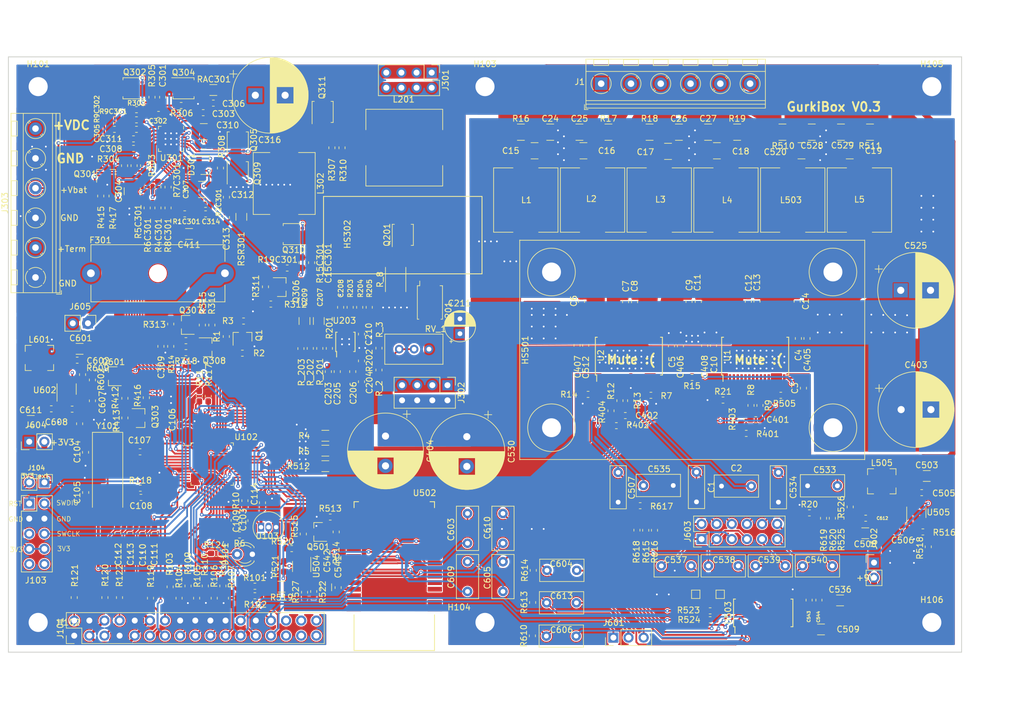
<source format=kicad_pcb>
(kicad_pcb (version 20171130) (host pcbnew 5.0.2-bee76a0~70~ubuntu18.04.1)
  (layers (0 F.Cu signal) (31 B.Cu signal) (34 B.Paste user) (35 F.Paste user) (36 B.SilkS user) (37 F.SilkS user) (38 B.Mask user) (39 F.Mask user) (44 Edge.Cuts user))
  (net 0 "")
  (net 1 GND)
  (net 2 +3V3)
  (net 3 "Net-(C104-Pad1)")
  (net 4 "Net-(C105-Pad1)")
  (net 5 SYSTEM_LOAD)
  (net 6 GNDPWR)
  (net 7 /02_StepUp/FB_BOOST)
  (net 8 POWER_AMP)
  (net 9 PACK+)
  (net 10 TO_SPEAKER_L)
  (net 11 GNDA)
  (net 12 TO_SPEAKER_R)
  (net 13 "Net-(C528-Pad1)")
  (net 14 "Net-(C529-Pad2)")
  (net 15 "Net-(C603-Pad1)")
  (net 16 "Net-(C604-Pad1)")
  (net 17 "Net-(C605-Pad1)")
  (net 18 "Net-(C606-Pad1)")
  (net 19 "Net-(C609-Pad2)")
  (net 20 "Net-(C610-Pad2)")
  (net 21 /RST)
  (net 22 /SWDIO)
  (net 23 /SWCLK)
  (net 24 SDA)
  (net 25 RxT)
  (net 26 SCL)
  (net 27 TxR)
  (net 28 /GAIN)
  (net 29 /BASS)
  (net 30 /MIDDLE)
  (net 31 /TREBLE)
  (net 32 CHARGER_DISABLE)
  (net 33 CHARGER_PLUGGED)
  (net 34 /ST_Link_3V3)
  (net 35 "Net-(C535-Pad2)")
  (net 36 "Net-(C613-Pad1)")
  (net 37 "Net-(J603-Pad4)")
  (net 38 "Net-(J603-Pad6)")
  (net 39 "Net-(J603-Pad2)")
  (net 40 "Net-(J603-Pad8)")
  (net 41 "Net-(J603-Pad10)")
  (net 42 "Net-(D101-Pad2)")
  (net 43 "Net-(R124-Pad1)")
  (net 44 /TEMP_SENSOR1)
  (net 45 PACK_SENSE)
  (net 46 "Net-(C508-Pad1)")
  (net 47 "Net-(C533-Pad1)")
  (net 48 "Net-(C536-Pad1)")
  (net 49 "Net-(C537-Pad2)")
  (net 50 "Net-(C537-Pad1)")
  (net 51 "Net-(C538-Pad1)")
  (net 52 "Net-(C538-Pad2)")
  (net 53 "Net-(C539-Pad2)")
  (net 54 "Net-(C539-Pad1)")
  (net 55 "Net-(C540-Pad1)")
  (net 56 "Net-(C540-Pad2)")
  (net 57 +8V)
  (net 58 "Net-(C601-Pad1)")
  (net 59 /AudioProcessor/BT_L+)
  (net 60 /AudioProcessor/BT_R+)
  (net 61 /AudioProcessor/BT_L-)
  (net 62 /AudioProcessor/BT_R-)
  (net 63 "Net-(C613-Pad2)")
  (net 64 /02_StepUp/IN_STEPUP)
  (net 65 DC_20V_POWER_SUPPLY)
  (net 66 "Net-(F301-Pad1)")
  (net 67 3V3_EN)
  (net 68 "Net-(J603-Pad12)")
  (net 69 "Net-(Q303-Pad1)")
  (net 70 "Net-(Q306-Pad3)")
  (net 71 "Net-(Q306-Pad1)")
  (net 72 "Net-(Q307-Pad3)")
  (net 73 "Net-(Q307-Pad1)")
  (net 74 "Net-(Q308-Pad1)")
  (net 75 "Net-(Q308-Pad3)")
  (net 76 "Net-(Q501-Pad1)")
  (net 77 "Net-(Q501-Pad3)")
  (net 78 /StepDown/3V3_ON_OFF)
  (net 79 "Net-(R117-Pad1)")
  (net 80 PWR_EN)
  (net 81 EN_PACK_SENSE)
  (net 82 RST_BT)
  (net 83 "Net-(R516-Pad1)")
  (net 84 "Net-(R523-Pad2)")
  (net 85 "Net-(R524-Pad2)")
  (net 86 ENABLE_8V)
  (net 87 "Net-(RV_1-Pad2)")
  (net 88 "Net-(TP501-Pad1)")
  (net 89 "Net-(TP503-Pad1)")
  (net 90 "Net-(C607-Pad2)")
  (net 91 "Net-(C608-Pad1)")
  (net 92 "Net-(C608-Pad2)")
  (net 93 "Net-(C611-Pad1)")
  (net 94 "Net-(Q1-Pad1)")
  (net 95 3V3_ENABLED)
  (net 96 /AudioProcessor/AUX_L)
  (net 97 /AudioProcessor/AUX_R)
  (net 98 3V3_BT_EN)
  (net 99 3V3_BT_FAULT)
  (net 100 "Net-(R522-Pad2)")
  (net 101 "Net-(R522-Pad1)")
  (net 102 3V3_BT)
  (net 103 "Net-(C203-Pad2)")
  (net 104 "Net-(C204-Pad1)")
  (net 105 "Net-(C204-Pad2)")
  (net 106 "Net-(C205-Pad1)")
  (net 107 "Net-(C208-Pad2)")
  (net 108 "Net-(C210-Pad2)")
  (net 109 "Net-(C211-Pad1)")
  (net 110 "Net-(Q301-Pad1)")
  (net 111 "Net-(R201-Pad2)")
  (net 112 "Net-(R203-Pad1)")
  (net 113 "Net-(R_201-Pad1)")
  (net 114 "Net-(R_202-Pad2)")
  (net 115 "Net-(Q201-Pad4)")
  (net 116 "Net-(Q201-Pad1)")
  (net 117 "Net-(C301-Pad1)")
  (net 118 "Net-(C301-Pad2)")
  (net 119 /00_Charger/CE)
  (net 120 "Net-(C303-Pad2)")
  (net 121 /00_Charger/VREF)
  (net 122 "Net-(C15C301-Pad2)")
  (net 123 "Net-(C307-Pad2)")
  (net 124 "Net-(C308-Pad2)")
  (net 125 "Net-(C310-Pad2)")
  (net 126 /00_Charger/SRP)
  (net 127 "Net-(C314-Pad1)")
  (net 128 "Net-(C15C301-Pad1)")
  (net 129 "Net-(D201-Pad1)")
  (net 130 "Net-(Q305-Pad4)")
  (net 131 "Net-(Q309-Pad4)")
  (net 132 "Net-(Q311-Pad4)")
  (net 133 CHARGER_PG)
  (net 134 CHARGER_STAT2)
  (net 135 CHARGER_STAT1)
  (net 136 "Net-(R306-Pad1)")
  (net 137 "Net-(R19C301-Pad2)")
  (net 138 "Net-(R3C301-Pad1)")
  (net 139 "Net-(R5C301-Pad1)")
  (net 140 "Net-(R7C301-Pad1)")
  (net 141 /00_Charger/TS)
  (net 142 "Net-(C506-Pad2)")
  (net 143 "Net-(C506-Pad1)")
  (net 144 /S2)
  (net 145 "Net-(R601-Pad2)")
  (net 146 "Net-(C305-Pad2)")
  (net 147 "Net-(C2-Pad2)")
  (net 148 "Net-(C3-Pad2)")
  (net 149 "Net-(C6-Pad1)")
  (net 150 "Net-(C6-Pad2)")
  (net 151 "Net-(C7-Pad2)")
  (net 152 "Net-(C7-Pad1)")
  (net 153 "Net-(C8-Pad2)")
  (net 154 "Net-(C8-Pad1)")
  (net 155 "Net-(C9-Pad1)")
  (net 156 "Net-(C9-Pad2)")
  (net 157 "Net-(C11-Pad1)")
  (net 158 "Net-(C11-Pad2)")
  (net 159 "Net-(C12-Pad2)")
  (net 160 "Net-(C13-Pad1)")
  (net 161 "Net-(C13-Pad2)")
  (net 162 "Net-(C14-Pad2)")
  (net 163 /Amplifier/RIGHT+)
  (net 164 /Amplifier/RIGHT-)
  (net 165 /Amplifier/SUB-)
  (net 166 "Net-(C24-Pad1)")
  (net 167 "Net-(C25-Pad2)")
  (net 168 "Net-(C26-Pad1)")
  (net 169 "Net-(C27-Pad2)")
  (net 170 "Net-(C315-Pad1)")
  (net 171 "Net-(C315-Pad2)")
  (net 172 "Net-(C401-Pad1)")
  (net 173 "Net-(C402-Pad1)")
  (net 174 /Amplifier/SUB+)
  (net 175 TO_SUB)
  (net 176 "Net-(J101-Pad21)")
  (net 177 "Net-(J101-Pad19)")
  (net 178 "Net-(J101-Pad17)")
  (net 179 "Net-(J101-Pad15)")
  (net 180 "Net-(J101-Pad11)")
  (net 181 "Net-(J101-Pad8)")
  (net 182 "Net-(J101-Pad5)")
  (net 183 "Net-(J101-Pad2)")
  (net 184 MUTE_AMP1)
  (net 185 "Net-(R8-Pad2)")
  (net 186 DIAG_AMP2)
  (net 187 DIAG_AMP1)
  (net 188 "Net-(R12-Pad1)")
  (net 189 STBY_AMP1)
  (net 190 "Net-(R15-Pad2)")
  (net 191 STBY_AMP2)
  (net 192 /GPIO1)
  (net 193 /GPIO2)
  (net 194 /GPIO3)
  (net 195 /GPIO4)
  (net 196 MUTE_AMP2)
  (net 197 STEPUP_DISABLE)
  (net 198 LEVELMETER)
  (net 199 /Amplifier/LEFT+)
  (net 200 /Amplifier/LEFT-)
  (net 201 "Net-(C401-Pad2)")
  (net 202 "Net-(R401-Pad1)")
  (net 203 "Net-(R402-Pad1)")
  (net 204 "Net-(C509-Pad2)")
  (net 205 "Net-(D301-Pad1)")
  (net 206 "Net-(J101-Pad29)")
  (net 207 "Net-(J101-Pad30)")
  (net 208 "Net-(J101-Pad31)")
  (net 209 "Net-(J101-Pad32)")
  (net 210 "Net-(J101-Pad33)")
  (net 211 "Net-(J101-Pad34)")
  (net 212 "Net-(J103-Pad10)")
  (net 213 "Net-(J103-Pad9)")
  (net 214 "Net-(J103-Pad5)")
  (net 215 "Net-(U502-Pad31)")
  (net 216 "Net-(U502-Pad30)")
  (net 217 "Net-(U502-Pad28)")
  (net 218 "Net-(U502-Pad23)")
  (net 219 "Net-(U502-Pad22)")
  (net 220 "Net-(U502-Pad21)")
  (net 221 "Net-(U502-Pad20)")
  (net 222 "Net-(U502-Pad19)")
  (net 223 "Net-(U502-Pad18)")
  (net 224 "Net-(U502-Pad15)")
  (net 225 "Net-(U502-Pad14)")
  (net 226 "Net-(U502-Pad13)")
  (net 227 "Net-(U502-Pad12)")
  (net 228 "Net-(U502-Pad9)")
  (net 229 "Net-(U502-Pad7)")
  (net 230 "Net-(U502-Pad6)")
  (net 231 "Net-(U502-Pad5)")
  (net 232 "Net-(U502-Pad4)")
  (net 233 "Net-(U502-Pad2)")
  (net 234 "Net-(U503-Pad20)")
  (net 235 "Net-(U503-Pad19)")
  (net 236 "Net-(U503-Pad9)")
  (net 237 "Net-(U503-Pad8)")
  (net 238 "Net-(U503-Pad7)")
  (net 239 "Net-(U503-Pad6)")
  (net 240 "Net-(U503-Pad5)")
  (net 241 "Net-(U503-Pad4)")
  (module Capacitor_SMD:C_0603_1608Metric_Pad1.05x0.95mm_HandSolder (layer F.Cu) (at 74.966 112.059 90)
    (fp_text reference C111 (at -3.6 0 270) (layer F.SilkS))
    (fp_text value 100n)
    (pad 2 smd roundrect (at 0.875 0 90) (size 1.05 0.95) (layers F.Cu F.Paste F.Mask) (net 31 /TREBLE))
    (pad 1 smd roundrect (at -0.875 0 90) (size 1.05 0.95) (layers F.Cu F.Paste F.Mask) (net 1 GND))
  )
  (module Connector_PinHeader_2.54mm:PinHeader_1x02_P2.54mm_Vertical (layer F.Cu) (at 56.516 103.559 270)
    (fp_text reference J104 (at -2.425 1.35 180) (layer F.SilkS) (effects (font (size 0.8 0.8))))
    (fp_text value Conn_02x01)
    (pad 1 thru_hole rect (at 0 0 270) (size 1.7 1.7) (drill 1) (layers *.Cu *.Mask) (net 2 +3V3))
    (pad 2 thru_hole oval (at 0 2.54 270) (size 1.7 1.7) (drill 1) (layers *.Cu *.Mask) (net 34 /ST_Link_3V3))
  )
  (module Resistor_SMD:R_0603_1608Metric_Pad1.05x0.95mm_HandSolder (layer F.Cu) (at 165.216 85.934 180)
    (fp_text reference R15 (at 0 -1.43 180) (layer F.SilkS))
    (fp_text value 10K)
    (pad 1 smd roundrect (at -0.875 0 180) (size 1.05 0.95) (layers F.Cu F.Paste F.Mask) (net 148 "Net-(C3-Pad2)"))
    (pad 2 smd roundrect (at 0.875 0 180) (size 1.05 0.95) (layers F.Cu F.Paste F.Mask) (net 190 "Net-(R15-Pad2)"))
  )
  (module Package_DFN_QFN:VQFN-24-1EP_4x4mm_P0.5mm_EP2.45x2.45mm_ThermalVias (layer F.Cu) (at 77.766 45.859 270)
    (fp_text reference U301 (at 3.2 -0.1 180) (layer F.SilkS))
    (fp_text value BQ24610)
    (pad 24 smd roundrect (at -1.25 -1.9875 270) (size 0.25 0.775) (layers F.Cu F.Paste F.Mask) (net 125 "Net-(C310-Pad2)"))
    (pad 23 smd roundrect (at -0.75 -1.9875 270) (size 0.25 0.775) (layers F.Cu F.Paste F.Mask) (net 137 "Net-(R19C301-Pad2)"))
    (pad 22 smd roundrect (at -0.25 -1.9875 270) (size 0.25 0.775) (layers F.Cu F.Paste F.Mask) (net 170 "Net-(C315-Pad1)"))
    (pad 21 smd roundrect (at 0.25 -1.9875 270) (size 0.25 0.775) (layers F.Cu F.Paste F.Mask) (net 130 "Net-(Q305-Pad4)"))
    (pad 20 smd roundrect (at 0.75 -1.9875 270) (size 0.25 0.775) (layers F.Cu F.Paste F.Mask) (net 171 "Net-(C315-Pad2)"))
    (pad 19 smd roundrect (at 1.25 -1.9875 270) (size 0.25 0.775) (layers F.Cu F.Paste F.Mask) (net 131 "Net-(Q309-Pad4)"))
    (pad 18 smd roundrect (at 1.9875 -1.25 270) (size 0.775 0.25) (layers F.Cu F.Paste F.Mask) (net 123 "Net-(C307-Pad2)"))
    (pad 17 smd roundrect (at 1.9875 -0.75 270) (size 0.775 0.25) (layers F.Cu F.Paste F.Mask) (net 1 GND))
    (pad 16 smd roundrect (at 1.9875 -0.25 270) (size 0.775 0.25) (layers F.Cu F.Paste F.Mask) (net 138 "Net-(R3C301-Pad1)"))
    (pad 15 smd roundrect (at 1.9875 0.25 270) (size 0.775 0.25) (layers F.Cu F.Paste F.Mask) (net 139 "Net-(R5C301-Pad1)"))
    (pad 14 smd roundrect (at 1.9875 0.75 270) (size 0.775 0.25) (layers F.Cu F.Paste F.Mask) (net 126 /00_Charger/SRP))
    (pad 13 smd roundrect (at 1.9875 1.25 270) (size 0.775 0.25) (layers F.Cu F.Paste F.Mask) (net 9 PACK+))
    (pad 12 smd roundrect (at 1.25 1.9875 270) (size 0.25 0.775) (layers F.Cu F.Paste F.Mask) (net 127 "Net-(C314-Pad1)"))
    (pad 11 smd roundrect (at 0.75 1.9875 270) (size 0.25 0.775) (layers F.Cu F.Paste F.Mask) (net 140 "Net-(R7C301-Pad1)"))
    (pad 10 smd roundrect (at 0.25 1.9875 270) (size 0.25 0.775) (layers F.Cu F.Paste F.Mask) (net 121 /00_Charger/VREF))
    (pad 9 smd roundrect (at -0.25 1.9875 270) (size 0.25 0.775) (layers F.Cu F.Paste F.Mask) (net 134 CHARGER_STAT2))
    (pad 8 smd roundrect (at -0.75 1.9875 270) (size 0.25 0.775) (layers F.Cu F.Paste F.Mask) (net 133 CHARGER_PG))
    (pad 7 smd roundrect (at -1.25 1.9875 270) (size 0.25 0.775) (layers F.Cu F.Paste F.Mask) (net 124 "Net-(C308-Pad2)"))
    (pad 6 smd roundrect (at -1.9875 1.25 270) (size 0.775 0.25) (layers F.Cu F.Paste F.Mask) (net 146 "Net-(C305-Pad2)"))
    (pad 5 smd roundrect (at -1.9875 0.75 270) (size 0.775 0.25) (layers F.Cu F.Paste F.Mask) (net 135 CHARGER_STAT1))
    (pad 4 smd roundrect (at -1.9875 0.25 270) (size 0.775 0.25) (layers F.Cu F.Paste F.Mask) (net 119 /00_Charger/CE))
    (pad 3 smd roundrect (at -1.9875 -0.25 270) (size 0.775 0.25) (layers F.Cu F.Paste F.Mask) (net 136 "Net-(R306-Pad1)"))
    (pad 2 smd roundrect (at -1.9875 -0.75 270) (size 0.775 0.25) (layers F.Cu F.Paste F.Mask) (net 120 "Net-(C303-Pad2)"))
    (pad 1 smd roundrect (at -1.9875 -1.25 270) (size 0.775 0.25) (layers F.Cu F.Paste F.Mask) (net 122 "Net-(C15C301-Pad2)"))
    (pad 25 smd roundrect (at 0 0 270) (size 2.46 2.46) (layers B.Cu) (roundrect_rratio 0.101626) (net 1 GND))
    (pad 25 thru_hole circle (at 0.93 0.93 270) (size 0.6 0.6) (drill 0.3) (layers *.Cu) (net 1 GND))
    (pad 25 thru_hole circle (at 0 0.93 270) (size 0.6 0.6) (drill 0.3) (layers *.Cu) (net 1 GND))
    (pad 25 thru_hole circle (at -0.93 0.93 270) (size 0.6 0.6) (drill 0.3) (layers *.Cu) (net 1 GND))
    (pad 25 thru_hole circle (at 0.93 0 270) (size 0.6 0.6) (drill 0.3) (layers *.Cu) (net 1 GND))
    (pad 25 thru_hole circle (at 0 0 270) (size 0.6 0.6) (drill 0.3) (layers *.Cu) (net 1 GND))
    (pad 25 thru_hole circle (at -0.93 0 270) (size 0.6 0.6) (drill 0.3) (layers *.Cu) (net 1 GND))
    (pad 25 thru_hole circle (at 0.93 -0.93 270) (size 0.6 0.6) (drill 0.3) (layers *.Cu) (net 1 GND))
    (pad 25 thru_hole circle (at 0 -0.93 270) (size 0.6 0.6) (drill 0.3) (layers *.Cu) (net 1 GND))
    (pad 25 thru_hole circle (at -0.93 -0.93 270) (size 0.6 0.6) (drill 0.3) (layers *.Cu) (net 1 GND))
    (pad 25 smd roundrect (at 0 0 270) (size 2.45 2.45) (layers F.Cu F.Mask) (roundrect_rratio 0.102041) (net 1 GND))
  )
  (module Capacitor_SMD:C_0603_1608Metric_Pad1.05x0.95mm_HandSolder (layer F.Cu) (at 71.466 45.859)
    (fp_text reference C311 (at -3.8 0) (layer F.SilkS))
    (fp_text value 33n)
    (pad 2 smd roundrect (at 0.875 0) (size 1.05 0.95) (layers F.Cu F.Paste F.Mask) (net 124 "Net-(C308-Pad2)"))
    (pad 1 smd roundrect (at -0.875 0) (size 1.05 0.95) (layers F.Cu F.Paste F.Mask) (net 1 GND))
  )
  (module Capacitor_SMD:C_0603_1608Metric_Pad1.05x0.95mm_HandSolder (layer F.Cu) (at 71.466 47.459)
    (fp_text reference C308 (at -3.8 0.1) (layer F.SilkS))
    (fp_text value 33n)
    (pad 2 smd roundrect (at 0.875 0) (size 1.05 0.95) (layers F.Cu F.Paste F.Mask) (net 124 "Net-(C308-Pad2)"))
    (pad 1 smd roundrect (at -0.875 0) (size 1.05 0.95) (layers F.Cu F.Paste F.Mask) (net 1 GND))
  )
  (module Resistor_SMD:R_0603_1608Metric_Pad1.05x0.95mm_HandSolder (layer F.Cu) (at 71.966 40.959)
    (fp_text reference R302 (at 0 -1.1) (layer F.SilkS) (effects (font (size 0.8 0.8))))
    (fp_text value 100K)
    (pad 2 smd roundrect (at 0.875 0) (size 1.05 0.95) (layers F.Cu F.Paste F.Mask) (net 119 /00_Charger/CE))
    (pad 1 smd roundrect (at -0.875 0) (size 1.05 0.95) (layers F.Cu F.Paste F.Mask) (net 121 /00_Charger/VREF))
  )
  (module Package_SON:Diodes_PowerDI3333-8 (layer F.Cu) (at 88.966 51.459 90)
    (fp_text reference Q309 (at -0.2 3.3 270) (layer F.SilkS))
    (fp_text value VS6412AE)
    (pad 1 smd rect (at -1.45 -0.975 90) (size 0.56 0.42) (layers F.Cu F.Paste F.Mask) (net 1 GND))
    (pad 3 smd rect (at -1.45 0.325 90) (size 0.56 0.42) (layers F.Cu F.Paste F.Mask) (net 1 GND))
    (pad 2 smd rect (at -1.45 -0.325 90) (size 0.56 0.42) (layers F.Cu F.Paste F.Mask) (net 1 GND))
    (pad 4 smd rect (at -1.45 0.975 90) (size 0.56 0.42) (layers F.Cu F.Paste F.Mask) (net 131 "Net-(Q309-Pad4)"))
    (pad 5 smd custom (at 0.5 0 90) (size 2.5 2.65) (layers F.Cu F.Mask) (net 171 "Net-(C315-Pad2)") (options (clearance outline) (anchor rect)) (primitives (gr_poly (pts (xy 0.855 1.185) (xy 1.395 1.185) (xy 1.395 0.765) (xy 0.855 0.765)) (width 0)) (gr_poly (pts (xy 0.855 0.535) (xy 1.395 0.535) (xy 1.395 0.115) (xy 0.855 0.115)) (width 0)) (gr_poly (pts (xy 0.855 -0.115) (xy 1.395 -0.115) (xy 1.395 -0.535) (xy 0.855 -0.535)) (width 0)) (gr_poly (pts (xy 0.855 -0.765) (xy 1.395 -0.765) (xy 1.395 -1.185) (xy 0.855 -1.185)) (width 0)) (gr_poly (pts (xy -0.65 -1.8) (xy -0.25 -1.8) (xy -0.25 -1.1) (xy -0.65 -1.1)) (width 0)) (gr_poly (pts (xy -0.65 1.1) (xy -0.25 1.1) (xy -0.25 1.8) (xy -0.65 1.8)) (width 0))))
  )
  (module Capacitor_SMD:C_1210_3225Metric (layer F.Cu) (at 82.966 54.359)
    (fp_text reference C307 (at -2.7 0 90) (layer F.SilkS) (effects (font (size 0.8 0.8))))
    (fp_text value 1u)
    (pad 2 smd roundrect (at 1.4 0) (size 1.25 2.65) (layers F.Cu F.Paste F.Mask) (roundrect_rratio 0.2) (net 123 "Net-(C307-Pad2)"))
    (pad 1 smd roundrect (at -1.4 0) (size 1.25 2.65) (layers F.Cu F.Paste F.Mask) (roundrect_rratio 0.2) (net 1 GND))
  )
  (module Package_TO_SOT_SMD:SOT-23 (layer F.Cu) (at 96.316 70.759)
    (fp_text reference Q306 (at 2.45 0.725 90) (layer F.SilkS))
    (fp_text value 2N7002)
    (pad 3 smd rect (at 1 0) (size 0.9 0.8) (layers F.Cu F.Paste F.Mask) (net 70 "Net-(Q306-Pad3)"))
    (pad 2 smd rect (at -1 0.95) (size 0.9 0.8) (layers F.Cu F.Paste F.Mask) (net 1 GND))
    (pad 1 smd rect (at -1 -0.95) (size 0.9 0.8) (layers F.Cu F.Paste F.Mask) (net 71 "Net-(Q306-Pad1)"))
  )
  (module Resistor_SMD:R_0603_1608Metric_Pad1.05x0.95mm_HandSolder (layer F.Cu) (at 94.516 73.609 180)
    (fp_text reference R312 (at -4.15 -0.075 180) (layer F.SilkS))
    (fp_text value 100K)
    (pad 2 smd roundrect (at 0.875 0 180) (size 1.05 0.95) (layers F.Cu F.Paste F.Mask) (net 80 PWR_EN))
    (pad 1 smd roundrect (at -0.875 0 180) (size 1.05 0.95) (layers F.Cu F.Paste F.Mask) (net 1 GND))
  )
  (module Resistor_SMD:R_0603_1608Metric_Pad1.05x0.95mm_HandSolder (layer F.Cu) (at 106.466 47.359 90)
    (fp_text reference R310 (at -3.8 0.2 90) (layer F.SilkS))
    (fp_text value 100K)
    (pad 2 smd roundrect (at 0.875 0 90) (size 1.05 0.95) (layers F.Cu F.Paste F.Mask) (net 132 "Net-(Q311-Pad4)"))
    (pad 1 smd roundrect (at -0.875 0 90) (size 1.05 0.95) (layers F.Cu F.Paste F.Mask) (net 70 "Net-(Q306-Pad3)"))
  )
  (module Resistor_SMD:R_0603_1608Metric_Pad1.05x0.95mm_HandSolder (layer F.Cu) (at 93.616 70.709 270)
    (fp_text reference R311 (at -0.1 1.6 90) (layer F.SilkS))
    (fp_text value 1K)
    (pad 2 smd roundrect (at 0.875 0 270) (size 1.05 0.95) (layers F.Cu F.Paste F.Mask) (net 80 PWR_EN))
    (pad 1 smd roundrect (at -0.875 0 270) (size 1.05 0.95) (layers F.Cu F.Paste F.Mask) (net 71 "Net-(Q306-Pad1)"))
  )
  (module MountingHole:MountingHole_3.2mm_M3_DIN965_Pad (layer F.Cu) (at 55.466 37.084)
    (fp_text reference H101 (at 0 -3.8) (layer F.SilkS))
    (fp_text value MountingHole_Pad)
    (pad 1 thru_hole circle (at 0 0) (size 5.6 5.6) (drill 3.2) (layers *.Cu *.Mask) (net 1 GND))
  )
  (module MountingHole:MountingHole_3.2mm_M3_DIN965_Pad (layer F.Cu) (at 55.466 127.084)
    (fp_text reference H102 (at 5.1 0) (layer F.SilkS))
    (fp_text value MountingHole_Pad)
    (pad 1 thru_hole circle (at 0 0) (size 5.6 5.6) (drill 3.2) (layers *.Cu *.Mask) (net 1 GND))
  )
  (module MountingHole:MountingHole_3.2mm_M3_DIN965_Pad (layer F.Cu) (at 130.466 37.084)
    (fp_text reference H103 (at 0 -3.8) (layer F.SilkS))
    (fp_text value MountingHole_Pad)
    (pad 1 thru_hole circle (at 0 0) (size 5.6 5.6) (drill 3.2) (layers *.Cu *.Mask) (net 1 GND))
  )
  (module MountingHole:MountingHole_3.2mm_M3_DIN965_Pad (layer F.Cu) (at 130.466 127.084)
    (fp_text reference H104 (at -4.35 -2.55) (layer F.SilkS))
    (fp_text value MountingHole_Pad)
    (pad 1 thru_hole circle (at 0 0) (size 5.6 5.6) (drill 3.2) (layers *.Cu *.Mask) (net 11 GNDA))
  )
  (module MountingHole:MountingHole_3.2mm_M3_DIN965_Pad (layer F.Cu) (at 205.466 37.084)
    (fp_text reference H105 (at 0 -3.8) (layer F.SilkS))
    (fp_text value MountingHole_Pad)
    (pad 1 thru_hole circle (at 0 0) (size 5.6 5.6) (drill 3.2) (layers *.Cu *.Mask) (net 1 GND))
  )
  (module MountingHole:MountingHole_3.2mm_M3_DIN965_Pad (layer F.Cu) (at 205.466 127.084)
    (fp_text reference H106 (at 0 -3.8) (layer F.SilkS))
    (fp_text value MountingHole_Pad)
    (pad 1 thru_hole circle (at 0 0) (size 5.6 5.6) (drill 3.2) (layers *.Cu *.Mask) (net 11 GNDA))
  )
  (module Capacitor_SMD:C_0603_1608Metric_Pad1.05x0.95mm_HandSolder (layer F.Cu) (at 88.366 109.934 90)
    (fp_text reference C103 (at 0.1 1.5 90) (layer F.SilkS))
    (fp_text value 100n)
    (pad 2 smd roundrect (at 0.875 0 90) (size 1.05 0.95) (layers F.Cu F.Paste F.Mask) (net 1 GND))
    (pad 1 smd roundrect (at -0.875 0 90) (size 1.05 0.95) (layers F.Cu F.Paste F.Mask) (net 44 /TEMP_SENSOR1))
  )
  (module Capacitor_SMD:C_0603_1608Metric_Pad1.05x0.95mm_HandSolder (layer F.Cu) (at 63.416 98.509 270)
    (fp_text reference C104 (at -0.1 1.4 90) (layer F.SilkS))
    (fp_text value 20p)
    (pad 2 smd roundrect (at 0.875 0 270) (size 1.05 0.95) (layers F.Cu F.Paste F.Mask) (net 1 GND))
    (pad 1 smd roundrect (at -0.875 0 270) (size 1.05 0.95) (layers F.Cu F.Paste F.Mask) (net 3 "Net-(C104-Pad1)"))
  )
  (module Capacitor_SMD:C_0603_1608Metric_Pad1.05x0.95mm_HandSolder (layer F.Cu) (at 63.441 105.259 90)
    (fp_text reference C105 (at 0 -1.43 90) (layer F.SilkS))
    (fp_text value 20p)
    (pad 2 smd roundrect (at 0.875 0 90) (size 1.05 0.95) (layers F.Cu F.Paste F.Mask) (net 1 GND))
    (pad 1 smd roundrect (at -0.875 0 90) (size 1.05 0.95) (layers F.Cu F.Paste F.Mask) (net 4 "Net-(C105-Pad1)"))
  )
  (module Capacitor_SMD:C_0603_1608Metric_Pad1.05x0.95mm_HandSolder (layer F.Cu) (at 79.316 93.084 90)
    (fp_text reference C106 (at 0.05 -1.35 270) (layer F.SilkS))
    (fp_text value 100n)
    (pad 2 smd roundrect (at 0.875 0 90) (size 1.05 0.95) (layers F.Cu F.Paste F.Mask) (net 1 GND))
    (pad 1 smd roundrect (at -0.875 0 90) (size 1.05 0.95) (layers F.Cu F.Paste F.Mask) (net 2 +3V3))
  )
  (module Capacitor_SMD:C_0603_1608Metric_Pad1.05x0.95mm_HandSolder (layer F.Cu) (at 72.566 98.434 180)
    (fp_text reference C107 (at 0.1 1.95) (layer F.SilkS))
    (fp_text value 100n)
    (pad 2 smd roundrect (at 0.875 0 180) (size 1.05 0.95) (layers F.Cu F.Paste F.Mask) (net 1 GND))
    (pad 1 smd roundrect (at -0.875 0 180) (size 1.05 0.95) (layers F.Cu F.Paste F.Mask) (net 2 +3V3))
  )
  (module Capacitor_SMD:C_0603_1608Metric_Pad1.05x0.95mm_HandSolder (layer F.Cu) (at 72.716 106.084 180)
    (fp_text reference C108 (at 0 -1.43) (layer F.SilkS))
    (fp_text value 100n)
    (pad 2 smd roundrect (at 0.875 0 180) (size 1.05 0.95) (layers F.Cu F.Paste F.Mask) (net 1 GND))
    (pad 1 smd roundrect (at -0.875 0 180) (size 1.05 0.95) (layers F.Cu F.Paste F.Mask) (net 2 +3V3))
  )
  (module Capacitor_SMD:C_0603_1608Metric_Pad1.05x0.95mm_HandSolder (layer F.Cu) (at 90.166 109.984 270)
    (fp_text reference C109 (at 0.075 1.45 90) (layer F.SilkS))
    (fp_text value 100n)
    (pad 2 smd roundrect (at 0.875 0 270) (size 1.05 0.95) (layers F.Cu F.Paste F.Mask) (net 1 GND))
    (pad 1 smd roundrect (at -0.875 0 270) (size 1.05 0.95) (layers F.Cu F.Paste F.Mask) (net 2 +3V3))
  )
  (module Capacitor_SMD:C_0603_1608Metric_Pad1.05x0.95mm_HandSolder (layer F.Cu) (at 72.966 112.059 270)
    (fp_text reference C110 (at 3.7 -0.05 270) (layer F.SilkS))
    (fp_text value 100n)
    (pad 2 smd roundrect (at 0.875 0 270) (size 1.05 0.95) (layers F.Cu F.Paste F.Mask) (net 1 GND))
    (pad 1 smd roundrect (at -0.875 0 270) (size 1.05 0.95) (layers F.Cu F.Paste F.Mask) (net 30 /MIDDLE))
  )
  (module Capacitor_SMD:C_0603_1608Metric_Pad1.05x0.95mm_HandSolder (layer F.Cu) (at 68.816 112.059 270)
    (fp_text reference C112 (at 3.6 -0.1 90) (layer F.SilkS))
    (fp_text value 100n)
    (pad 2 smd roundrect (at 0.875 0 270) (size 1.05 0.95) (layers F.Cu F.Paste F.Mask) (net 1 GND))
    (pad 1 smd roundrect (at -0.875 0 270) (size 1.05 0.95) (layers F.Cu F.Paste F.Mask) (net 28 /GAIN))
  )
  (module Capacitor_SMD:C_0603_1608Metric_Pad1.05x0.95mm_HandSolder (layer F.Cu) (at 70.866 112.059 270)
    (fp_text reference C113 (at 3.6 -0.1 90) (layer F.SilkS))
    (fp_text value 100n)
    (pad 2 smd roundrect (at 0.875 0 270) (size 1.05 0.95) (layers F.Cu F.Paste F.Mask) (net 1 GND))
    (pad 1 smd roundrect (at -0.875 0 270) (size 1.05 0.95) (layers F.Cu F.Paste F.Mask) (net 29 /BASS))
  )
  (module Capacitor_SMD:C_0603_1608Metric_Pad1.05x0.95mm_HandSolder (layer F.Cu) (at 76.066 80.709 270)
    (fp_text reference C309 (at 3.525 -0.05 90) (layer F.SilkS))
    (fp_text value 100n)
    (pad 2 smd roundrect (at 0.875 0 270) (size 1.05 0.95) (layers F.Cu F.Paste F.Mask) (net 1 GND))
    (pad 1 smd roundrect (at -0.875 0 270) (size 1.05 0.95) (layers F.Cu F.Paste F.Mask) (net 45 PACK_SENSE))
  )
  (module Capacitor_THT:C_Rect_L7.0mm_W2.5mm_P5.00mm (layer F.Cu) (at 152.816 106.884 90)
    (fp_text reference C507 (at 2.4 2.275 90) (layer F.SilkS))
    (fp_text value 1n)
    (pad 2 thru_hole circle (at 5 0 90) (size 1.6 1.6) (drill 0.8) (layers *.Cu *.Mask) (net 10 TO_SPEAKER_L))
    (pad 1 thru_hole circle (at 0 0 90) (size 1.6 1.6) (drill 0.8) (layers *.Cu *.Mask) (net 11 GNDA))
  )
  (module Capacitor_THT:CP_Radial_D12.5mm_P5.00mm (layer F.Cu) (at 127.416 95.884 270)
    (fp_text reference C530 (at 2.5 -7.5 270) (layer F.SilkS))
    (fp_text value "560u 50V")
    (pad 2 thru_hole circle (at 5 0 270) (size 2.4 2.4) (drill 1.2) (layers *.Cu *.Mask) (net 6 GNDPWR))
    (pad 1 thru_hole rect (at 0 0 270) (size 2.4 2.4) (drill 1.2) (layers *.Cu *.Mask) (net 8 POWER_AMP))
  )
  (module Capacitor_THT:C_Rect_L7.0mm_W2.5mm_P5.00mm (layer F.Cu) (at 179.716 101.884 270)
    (fp_text reference C534 (at 2.5 -2.5 270) (layer F.SilkS))
    (fp_text value 1n)
    (pad 2 thru_hole circle (at 5 0 270) (size 1.6 1.6) (drill 0.8) (layers *.Cu *.Mask) (net 11 GNDA))
    (pad 1 thru_hole circle (at 0 0 270) (size 1.6 1.6) (drill 0.8) (layers *.Cu *.Mask) (net 175 TO_SUB))
  )
  (module Capacitor_SMD:C_0603_1608Metric_Pad1.05x0.95mm_HandSolder (layer F.Cu) (at 105.816 121.234 270)
    (fp_text reference C541 (at -3.5 0 90) (layer F.SilkS))
    (fp_text value 100n)
    (pad 2 smd roundrect (at 0.875 0 270) (size 1.05 0.95) (layers F.Cu F.Paste F.Mask) (net 11 GNDA))
    (pad 1 smd roundrect (at -0.875 0 270) (size 1.05 0.95) (layers F.Cu F.Paste F.Mask) (net 102 3V3_BT))
  )
  (module Capacitor_SMD:C_0603_1608Metric_Pad1.05x0.95mm_HandSolder (layer F.Cu) (at 184.871861 123.334 90)
    (fp_text reference C543 (at -2.773615 -0.055861 270) (layer F.SilkS) (effects (font (size 0.5 0.5) (thickness 0.125))))
    (fp_text value 100n)
    (pad 2 smd roundrect (at 0.875 0 90) (size 1.05 0.95) (layers F.Cu F.Paste F.Mask) (net 11 GNDA))
    (pad 1 smd roundrect (at -0.875 0 90) (size 1.05 0.95) (layers F.Cu F.Paste F.Mask) (net 57 +8V))
  )
  (module Capacitor_SMD:C_0603_1608Metric_Pad1.05x0.95mm_HandSolder (layer F.Cu) (at 186.516 123.334 90)
    (fp_text reference C544 (at -2.8 -0.1 90) (layer F.SilkS) (effects (font (size 0.5 0.5) (thickness 0.125))))
    (fp_text value 100n)
    (pad 2 smd roundrect (at 0.875 0 90) (size 1.05 0.95) (layers F.Cu F.Paste F.Mask) (net 11 GNDA))
    (pad 1 smd roundrect (at -0.875 0 90) (size 1.05 0.95) (layers F.Cu F.Paste F.Mask) (net 57 +8V))
  )
  (module Capacitor_SMD:C_0603_1608Metric_Pad1.05x0.95mm_HandSolder (layer F.Cu) (at 194.366 109.584 180)
    (fp_text reference C612 (at -2.8 0 180) (layer F.SilkS) (effects (font (size 0.5 0.5) (thickness 0.125))))
    (fp_text value 100n)
    (pad 2 smd roundrect (at 0.875 0 180) (size 1.05 0.95) (layers F.Cu F.Paste F.Mask) (net 11 GNDA))
    (pad 1 smd roundrect (at -0.875 0 180) (size 1.05 0.95) (layers F.Cu F.Paste F.Mask) (net 46 "Net-(C508-Pad1)"))
  )
  (module LED_THT:LED_D3.0mm (layer F.Cu) (at 91.416 115.634 180)
    (fp_text reference D101 (at 4.55 0.05 90) (layer F.SilkS))
    (fp_text value LED_Small)
    (pad 2 thru_hole circle (at 2.54 0 180) (size 1.8 1.8) (drill 0.9) (layers *.Cu *.Mask) (net 42 "Net-(D101-Pad2)"))
    (pad 1 thru_hole rect (at 0 0 180) (size 1.8 1.8) (drill 0.9) (layers *.Cu *.Mask) (net 1 GND))
  )
  (module Heatsink:Heatsink_AAVID_573300D00010G_TO-263 (layer F.Cu) (at 116.666 62.034)
    (fp_text reference HS302 (at -9.3 -0.15 -90) (layer F.SilkS))
    (fp_text value 573300D00000G)
    (pad 1 smd rect (at -6.92 0) (size 1.85 13.7) (layers F.Cu F.Paste F.Mask) (net 129 "Net-(D201-Pad1)"))
    (pad 1 smd rect (at 6.92 0) (size 1.85 13.7) (layers F.Cu F.Paste F.Mask) (net 129 "Net-(D201-Pad1)"))
  )
  (module Connector_PinHeader_2.54mm:PinHeader_2x05_P2.54mm_Vertical (layer F.Cu) (at 53.966 107.109)
    (fp_text reference J103 (at 1.1 12.9 180) (layer F.SilkS))
    (fp_text value Conn_02x05_Odd_Even)
    (pad 10 thru_hole oval (at 2.54 10.16) (size 1.7 1.7) (drill 1) (layers *.Cu *.Mask) (net 212 "Net-(J103-Pad10)"))
    (pad 9 thru_hole oval (at 0 10.16) (size 1.7 1.7) (drill 1) (layers *.Cu *.Mask) (net 213 "Net-(J103-Pad9)"))
    (pad 8 thru_hole oval (at 2.54 7.62) (size 1.7 1.7) (drill 1) (layers *.Cu *.Mask) (net 34 /ST_Link_3V3))
    (pad 7 thru_hole oval (at 0 7.62) (size 1.7 1.7) (drill 1) (layers *.Cu *.Mask) (net 34 /ST_Link_3V3))
    (pad 6 thru_hole oval (at 2.54 5.08) (size 1.7 1.7) (drill 1) (layers *.Cu *.Mask) (net 23 /SWCLK))
    (pad 5 thru_hole oval (at 0 5.08) (size 1.7 1.7) (drill 1) (layers *.Cu *.Mask) (net 214 "Net-(J103-Pad5)"))
    (pad 4 thru_hole oval (at 2.54 2.54) (size 1.7 1.7) (drill 1) (layers *.Cu *.Mask) (net 1 GND))
    (pad 3 thru_hole oval (at 0 2.54) (size 1.7 1.7) (drill 1) (layers *.Cu *.Mask) (net 1 GND))
    (pad 2 thru_hole oval (at 2.54 0) (size 1.7 1.7) (drill 1) (layers *.Cu *.Mask) (net 22 /SWDIO))
    (pad 1 thru_hole rect (at 0 0) (size 1.7 1.7) (drill 1) (layers *.Cu *.Mask) (net 21 /RST))
  )
  (module Connector_PinHeader_2.54mm:PinHeader_2x04_P2.54mm_Vertical (layer F.Cu) (at 121.516 34.734 270)
    (fp_text reference J301 (at 1.27 -2.33 90) (layer F.SilkS))
    (fp_text value Conn_02x04_Odd_Even)
    (pad 8 thru_hole oval (at 2.54 7.62 270) (size 1.7 1.7) (drill 1) (layers *.Cu *.Mask) (net 64 /02_StepUp/IN_STEPUP))
    (pad 7 thru_hole oval (at 0 7.62 270) (size 1.7 1.7) (drill 1) (layers *.Cu *.Mask) (net 5 SYSTEM_LOAD))
    (pad 6 thru_hole oval (at 2.54 5.08 270) (size 1.7 1.7) (drill 1) (layers *.Cu *.Mask) (net 64 /02_StepUp/IN_STEPUP))
    (pad 5 thru_hole oval (at 0 5.08 270) (size 1.7 1.7) (drill 1) (layers *.Cu *.Mask) (net 5 SYSTEM_LOAD))
    (pad 4 thru_hole oval (at 2.54 2.54 270) (size 1.7 1.7) (drill 1) (layers *.Cu *.Mask) (net 64 /02_StepUp/IN_STEPUP))
    (pad 3 thru_hole oval (at 0 2.54 270) (size 1.7 1.7) (drill 1) (layers *.Cu *.Mask) (net 5 SYSTEM_LOAD))
    (pad 2 thru_hole oval (at 2.54 0 270) (size 1.7 1.7) (drill 1) (layers *.Cu *.Mask) (net 64 /02_StepUp/IN_STEPUP))
    (pad 1 thru_hole rect (at 0 0 270) (size 1.7 1.7) (drill 1) (layers *.Cu *.Mask) (net 5 SYSTEM_LOAD))
  )
  (module Connector_PinHeader_2.54mm:PinHeader_2x04_P2.54mm_Vertical (layer F.Cu) (at 124.166 87.234 270)
    (fp_text reference J302 (at 1.27 -2.33 90) (layer F.SilkS))
    (fp_text value Conn_02x04_Odd_Even)
    (pad 8 thru_hole oval (at 2.54 7.62 270) (size 1.7 1.7) (drill 1) (layers *.Cu *.Mask) (net 8 POWER_AMP))
    (pad 7 thru_hole oval (at 0 7.62 270) (size 1.7 1.7) (drill 1) (layers *.Cu *.Mask) (net 109 "Net-(C211-Pad1)"))
    (pad 6 thru_hole oval (at 2.54 5.08 270) (size 1.7 1.7) (drill 1) (layers *.Cu *.Mask) (net 8 POWER_AMP))
    (pad 5 thru_hole oval (at 0 5.08 270) (size 1.7 1.7) (drill 1) (layers *.Cu *.Mask) (net 109 "Net-(C211-Pad1)"))
    (pad 4 thru_hole oval (at 2.54 2.54 270) (size 1.7 1.7) (drill 1) (layers *.Cu *.Mask) (net 8 POWER_AMP))
    (pad 3 thru_hole oval (at 0 2.54 270) (size 1.7 1.7) (drill 1) (layers *.Cu *.Mask) (net 109 "Net-(C211-Pad1)"))
    (pad 2 thru_hole oval (at 2.54 0 270) (size 1.7 1.7) (drill 1) (layers *.Cu *.Mask) (net 8 POWER_AMP))
    (pad 1 thru_hole rect (at 0 0 270) (size 1.7 1.7) (drill 1) (layers *.Cu *.Mask) (net 109 "Net-(C211-Pad1)"))
  )
  (module Connector_PinHeader_2.54mm:PinHeader_1x02_P2.54mm_Vertical (layer F.Cu) (at 195.766 117.034)
    (fp_text reference J602 (at 0 -4 -270) (layer F.SilkS))
    (fp_text value Conn_02x01)
    (pad 2 thru_hole oval (at 0 2.54) (size 1.7 1.7) (drill 1) (layers *.Cu *.Mask) (net 57 +8V))
    (pad 1 thru_hole rect (at 0 0) (size 1.7 1.7) (drill 1) (layers *.Cu *.Mask) (net 46 "Net-(C508-Pad1)"))
  )
  (module Connector_PinHeader_2.54mm:PinHeader_2x06_P2.54mm_Vertical (layer F.Cu) (at 166.816 113.084 90)
    (fp_text reference J603 (at 1.27 -2.33 90) (layer F.SilkS))
    (fp_text value Conn_02x06_Odd_Even)
    (pad 12 thru_hole oval (at 2.54 12.7 90) (size 1.7 1.7) (drill 1) (layers *.Cu *.Mask) (net 68 "Net-(J603-Pad12)"))
    (pad 11 thru_hole oval (at 0 12.7 90) (size 1.7 1.7) (drill 1) (layers *.Cu *.Mask) (net 55 "Net-(C540-Pad1)"))
    (pad 10 thru_hole oval (at 2.54 10.16 90) (size 1.7 1.7) (drill 1) (layers *.Cu *.Mask) (net 41 "Net-(J603-Pad10)"))
    (pad 9 thru_hole oval (at 0 10.16 90) (size 1.7 1.7) (drill 1) (layers *.Cu *.Mask) (net 54 "Net-(C539-Pad1)"))
    (pad 8 thru_hole oval (at 2.54 7.62 90) (size 1.7 1.7) (drill 1) (layers *.Cu *.Mask) (net 40 "Net-(J603-Pad8)"))
    (pad 7 thru_hole oval (at 0 7.62 90) (size 1.7 1.7) (drill 1) (layers *.Cu *.Mask) (net 51 "Net-(C538-Pad1)"))
    (pad 6 thru_hole oval (at 2.54 5.08 90) (size 1.7 1.7) (drill 1) (layers *.Cu *.Mask) (net 38 "Net-(J603-Pad6)"))
    (pad 5 thru_hole oval (at 0 5.08 90) (size 1.7 1.7) (drill 1) (layers *.Cu *.Mask) (net 50 "Net-(C537-Pad1)"))
    (pad 4 thru_hole oval (at 2.54 2.54 90) (size 1.7 1.7) (drill 1) (layers *.Cu *.Mask) (net 37 "Net-(J603-Pad4)"))
    (pad 3 thru_hole oval (at 0 2.54 90) (size 1.7 1.7) (drill 1) (layers *.Cu *.Mask) (net 51 "Net-(C538-Pad1)"))
    (pad 2 thru_hole oval (at 2.54 0 90) (size 1.7 1.7) (drill 1) (layers *.Cu *.Mask) (net 39 "Net-(J603-Pad2)"))
    (pad 1 thru_hole rect (at 0 0 90) (size 1.7 1.7) (drill 1) (layers *.Cu *.Mask) (net 50 "Net-(C537-Pad1)"))
  )
  (module Connector_PinHeader_2.54mm:PinHeader_1x02_P2.54mm_Vertical (layer F.Cu) (at 53.966 96.734 90)
    (fp_text reference J604 (at 2.8 1.1) (layer F.SilkS))
    (fp_text value Conn_02x01)
    (pad 2 thru_hole oval (at 0 2.54 90) (size 1.7 1.7) (drill 1) (layers *.Cu *.Mask) (net 2 +3V3))
    (pad 1 thru_hole rect (at 0 0 90) (size 1.7 1.7) (drill 1) (layers *.Cu *.Mask) (net 93 "Net-(C611-Pad1)"))
  )
  (module Connector_PinHeader_2.54mm:PinHeader_1x02_P2.54mm_Vertical (layer F.Cu) (at 63.816 76.834 270)
    (fp_text reference J605 (at -2.8 1.3) (layer F.SilkS))
    (fp_text value Conn_02x01)
    (pad 2 thru_hole oval (at 0 2.54 270) (size 1.7 1.7) (drill 1) (layers *.Cu *.Mask) (net 58 "Net-(C601-Pad1)"))
    (pad 1 thru_hole rect (at 0 0 270) (size 1.7 1.7) (drill 1) (layers *.Cu *.Mask) (net 9 PACK+))
  )
  (module Package_TO_SOT_SMD:SOT-23 (layer F.Cu) (at 72.616 92.759)
    (fp_text reference Q303 (at 2.5 -0.225 90) (layer F.SilkS))
    (fp_text value 2N7002)
    (pad 3 smd rect (at 1 0) (size 0.9 0.8) (layers F.Cu F.Paste F.Mask) (net 33 CHARGER_PLUGGED))
    (pad 2 smd rect (at -1 0.95) (size 0.9 0.8) (layers F.Cu F.Paste F.Mask) (net 1 GND))
    (pad 1 smd rect (at -1 -0.95) (size 0.9 0.8) (layers F.Cu F.Paste F.Mask) (net 69 "Net-(Q303-Pad1)"))
  )
  (module Package_TO_SOT_SMD:SOT-23 (layer F.Cu) (at 80.266 77.109 180)
    (fp_text reference Q307 (at -0.8 2.45 180) (layer F.SilkS))
    (fp_text value BSS84)
    (pad 3 smd rect (at 1 0 180) (size 0.9 0.8) (layers F.Cu F.Paste F.Mask) (net 72 "Net-(Q307-Pad3)"))
    (pad 2 smd rect (at -1 0.95 180) (size 0.9 0.8) (layers F.Cu F.Paste F.Mask) (net 9 PACK+))
    (pad 1 smd rect (at -1 -0.95 180) (size 0.9 0.8) (layers F.Cu F.Paste F.Mask) (net 73 "Net-(Q307-Pad1)"))
  )
  (module Package_TO_SOT_SMD:SOT-23 (layer F.Cu) (at 83.881001 80.864001)
    (fp_text reference Q308 (at 1.134999 2.269999) (layer F.SilkS))
    (fp_text value 2N7002)
    (pad 3 smd rect (at 1 0) (size 0.9 0.8) (layers F.Cu F.Paste F.Mask) (net 75 "Net-(Q308-Pad3)"))
    (pad 2 smd rect (at -1 0.95) (size 0.9 0.8) (layers F.Cu F.Paste F.Mask) (net 1 GND))
    (pad 1 smd rect (at -1 -0.95) (size 0.9 0.8) (layers F.Cu F.Paste F.Mask) (net 74 "Net-(Q308-Pad1)"))
  )
  (module Package_TO_SOT_SMD:SOT-23 (layer F.Cu) (at 102.491 111.884 180)
    (fp_text reference Q501 (at 0 -2.5 180) (layer F.SilkS))
    (fp_text value 2N7002)
    (pad 3 smd rect (at 1 0 180) (size 0.9 0.8) (layers F.Cu F.Paste F.Mask) (net 77 "Net-(Q501-Pad3)"))
    (pad 2 smd rect (at -1 0.95 180) (size 0.9 0.8) (layers F.Cu F.Paste F.Mask) (net 11 GNDA))
    (pad 1 smd rect (at -1 -0.95 180) (size 0.9 0.8) (layers F.Cu F.Paste F.Mask) (net 76 "Net-(Q501-Pad1)"))
  )
  (module Resistor_SMD:R_0603_1608Metric_Pad1.05x0.95mm_HandSolder (layer F.Cu) (at 91.841 121.009)
    (fp_text reference R101 (at -0.025 -1.425) (layer F.SilkS))
    (fp_text value 2K2)
    (pad 2 smd roundrect (at 0.875 0) (size 1.05 0.95) (layers F.Cu F.Paste F.Mask) (net 2 +3V3))
    (pad 1 smd roundrect (at -0.875 0) (size 1.05 0.95) (layers F.Cu F.Paste F.Mask) (net 24 SDA))
  )
  (module Resistor_SMD:R_0603_1608Metric_Pad1.05x0.95mm_HandSolder (layer F.Cu) (at 91.841 122.609)
    (fp_text reference R102 (at 0.075 1.475) (layer F.SilkS))
    (fp_text value 2K2)
    (pad 2 smd roundrect (at 0.875 0) (size 1.05 0.95) (layers F.Cu F.Paste F.Mask) (net 2 +3V3))
    (pad 1 smd roundrect (at -0.875 0) (size 1.05 0.95) (layers F.Cu F.Paste F.Mask) (net 26 SCL))
  )
  (module Resistor_SMD:R_0603_1608Metric_Pad1.05x0.95mm_HandSolder (layer F.Cu) (at 77.616 121.109 270)
    (fp_text reference R103 (at -3.8 0.1 90) (layer F.SilkS))
    (fp_text value 100K)
    (pad 2 smd roundrect (at 0.875 0 270) (size 1.05 0.95) (layers F.Cu F.Paste F.Mask) (net 192 /GPIO1))
    (pad 1 smd roundrect (at -0.875 0 270) (size 1.05 0.95) (layers F.Cu F.Paste F.Mask) (net 2 +3V3))
  )
  (module Resistor_SMD:R_0603_1608Metric_Pad1.05x0.95mm_HandSolder (layer F.Cu) (at 84.016 89.084 90)
    (fp_text reference R117 (at 3.55 0.1 90) (layer F.SilkS))
    (fp_text value 10K)
    (pad 2 smd roundrect (at 0.875 0 90) (size 1.05 0.95) (layers F.Cu F.Paste F.Mask) (net 1 GND))
    (pad 1 smd roundrect (at -0.875 0 90) (size 1.05 0.95) (layers F.Cu F.Paste F.Mask) (net 79 "Net-(R117-Pad1)"))
  )
  (module Resistor_SMD:R_0603_1608Metric_Pad1.05x0.95mm_HandSolder (layer F.Cu) (at 72.616 104.534 180)
    (fp_text reference R118 (at 0 1.3) (layer F.SilkS))
    (fp_text value 10K)
    (pad 2 smd roundrect (at 0.875 0 180) (size 1.05 0.95) (layers F.Cu F.Paste F.Mask) (net 2 +3V3))
    (pad 1 smd roundrect (at -0.875 0 180) (size 1.05 0.95) (layers F.Cu F.Paste F.Mask) (net 21 /RST))
  )
  (module Resistor_SMD:R_0603_1608Metric_Pad1.05x0.95mm_HandSolder (layer F.Cu) (at 74.316 123.009 270)
    (fp_text reference R119 (at -3.7 -0.05 90) (layer F.SilkS))
    (fp_text value 1K)
    (pad 2 smd roundrect (at 0.875 0 270) (size 1.05 0.95) (layers F.Cu F.Paste F.Mask) (net 180 "Net-(J101-Pad11)"))
    (pad 1 smd roundrect (at -0.875 0 270) (size 1.05 0.95) (layers F.Cu F.Paste F.Mask) (net 31 /TREBLE))
  )
  (module Resistor_SMD:R_0603_1608Metric_Pad1.05x0.95mm_HandSolder (layer F.Cu) (at 66.666 122.909 270)
    (fp_text reference R120 (at -3.75 -0.05 270) (layer F.SilkS))
    (fp_text value 1K)
    (pad 2 smd roundrect (at 0.875 0 270) (size 1.05 0.95) (layers F.Cu F.Paste F.Mask) (net 182 "Net-(J101-Pad5)"))
    (pad 1 smd roundrect (at -0.875 0 270) (size 1.05 0.95) (layers F.Cu F.Paste F.Mask) (net 29 /BASS))
  )
  (module Resistor_SMD:R_0603_1608Metric_Pad1.05x0.95mm_HandSolder (layer F.Cu) (at 61.516 122.909 270)
    (fp_text reference R121 (at -3.7 -0.1 90) (layer F.SilkS))
    (fp_text value 1K)
    (pad 2 smd roundrect (at 0.875 0 270) (size 1.05 0.95) (layers F.Cu F.Paste F.Mask) (net 183 "Net-(J101-Pad2)"))
    (pad 1 smd roundrect (at -0.875 0 270) (size 1.05 0.95) (layers F.Cu F.Paste F.Mask) (net 28 /GAIN))
  )
  (module Resistor_SMD:R_0603_1608Metric_Pad1.05x0.95mm_HandSolder (layer F.Cu) (at 69.116 122.909 270)
    (fp_text reference R122 (at -3.7 0 90) (layer F.SilkS))
    (fp_text value 1K)
    (pad 2 smd roundrect (at 0.875 0 270) (size 1.05 0.95) (layers F.Cu F.Paste F.Mask) (net 181 "Net-(J101-Pad8)"))
    (pad 1 smd roundrect (at -0.875 0 270) (size 1.05 0.95) (layers F.Cu F.Paste F.Mask) (net 30 /MIDDLE))
  )
  (module Resistor_SMD:R_0603_1608Metric_Pad1.05x0.95mm_HandSolder (layer F.Cu) (at 85.366 115.484)
    (fp_text reference R124 (at -0.2 -1.4 -180) (layer F.SilkS))
    (fp_text value 1K)
    (pad 2 smd roundrect (at 0.875 0) (size 1.05 0.95) (layers F.Cu F.Paste F.Mask) (net 42 "Net-(D101-Pad2)"))
    (pad 1 smd roundrect (at -0.875 0) (size 1.05 0.95) (layers F.Cu F.Paste F.Mask) (net 43 "Net-(R124-Pad1)"))
  )
  (module Resistor_SMD:R_0603_1608Metric_Pad1.05x0.95mm_HandSolder (layer F.Cu) (at 104.766 47.359 270)
    (fp_text reference R307 (at 3.7 0 90) (layer F.SilkS))
    (fp_text value 100K)
    (pad 2 smd roundrect (at 0.875 0 270) (size 1.05 0.95) (layers F.Cu F.Paste F.Mask) (net 122 "Net-(C15C301-Pad2)"))
    (pad 1 smd roundrect (at -0.875 0 270) (size 1.05 0.95) (layers F.Cu F.Paste F.Mask) (net 132 "Net-(Q311-Pad4)"))
  )
  (module Resistor_SMD:R_0603_1608Metric_Pad1.05x0.95mm_HandSolder (layer F.Cu) (at 77.716 76.959 90)
    (fp_text reference R313 (at -0.1 -2.75 180) (layer F.SilkS))
    (fp_text value 100K)
    (pad 2 smd roundrect (at 0.875 0 90) (size 1.05 0.95) (layers F.Cu F.Paste F.Mask) (net 72 "Net-(Q307-Pad3)"))
    (pad 1 smd roundrect (at -0.875 0 90) (size 1.05 0.95) (layers F.Cu F.Paste F.Mask) (net 45 PACK_SENSE))
  )
  (module Resistor_SMD:R_0603_1608Metric_Pad1.05x0.95mm_HandSolder (layer F.Cu) (at 77.716 80.709 90)
    (fp_text reference R314 (at -3.025 0.1 270) (layer F.SilkS) (effects (font (size 0.8 0.8))))
    (fp_text value 10K)
    (pad 2 smd roundrect (at 0.875 0 90) (size 1.05 0.95) (layers F.Cu F.Paste F.Mask) (net 45 PACK_SENSE))
    (pad 1 smd roundrect (at -0.875 0 90) (size 1.05 0.95) (layers F.Cu F.Paste F.Mask) (net 1 GND))
  )
  (module Resistor_SMD:R_0603_1608Metric_Pad1.05x0.95mm_HandSolder (layer F.Cu) (at 83.016 77.134 90)
    (fp_text reference R315 (at 3.7 0.1 270) (layer F.SilkS))
    (fp_text value 100K)
    (pad 2 smd roundrect (at 0.875 0 90) (size 1.05 0.95) (layers F.Cu F.Paste F.Mask) (net 9 PACK+))
    (pad 1 smd roundrect (at -0.875 0 90) (size 1.05 0.95) (layers F.Cu F.Paste F.Mask) (net 73 "Net-(Q307-Pad1)"))
  )
  (module Resistor_SMD:R_0603_1608Metric_Pad1.05x0.95mm_HandSolder (layer F.Cu) (at 84.616 77.134 90)
    (fp_text reference R316 (at 3.7 0 270) (layer F.SilkS))
    (fp_text value 100K)
    (pad 2 smd roundrect (at 0.875 0 90) (size 1.05 0.95) (layers F.Cu F.Paste F.Mask) (net 73 "Net-(Q307-Pad1)"))
    (pad 1 smd roundrect (at -0.875 0 90) (size 1.05 0.95) (layers F.Cu F.Paste F.Mask) (net 75 "Net-(Q308-Pad3)"))
  )
  (module Resistor_SMD:R_0603_1608Metric_Pad1.05x0.95mm_HandSolder (layer F.Cu) (at 80.266 79.759)
    (fp_text reference R317 hide)
    (fp_text value 1K)
    (pad 2 smd roundrect (at 0.875 0) (size 1.05 0.95) (layers F.Cu F.Paste F.Mask) (net 74 "Net-(Q308-Pad1)"))
    (pad 1 smd roundrect (at -0.875 0) (size 1.05 0.95) (layers F.Cu F.Paste F.Mask) (net 81 EN_PACK_SENSE))
  )
  (module Resistor_SMD:R_0603_1608Metric_Pad1.05x0.95mm_HandSolder (layer F.Cu) (at 80.266 81.759 180)
    (fp_text reference R318 (at 0 -1.43 180) (layer F.SilkS))
    (fp_text value 100K)
    (pad 2 smd roundrect (at 0.875 0 180) (size 1.05 0.95) (layers F.Cu F.Paste F.Mask) (net 81 EN_PACK_SENSE))
    (pad 1 smd roundrect (at -0.875 0 180) (size 1.05 0.95) (layers F.Cu F.Paste F.Mask) (net 1 GND))
  )
  (module Resistor_SMD:R_0603_1608Metric_Pad1.05x0.95mm_HandSolder (layer F.Cu) (at 70.016 89.434 270)
    (fp_text reference R412 (at -0.1 1.6 90) (layer F.SilkS))
    (fp_text value 100K)
    (pad 2 smd roundrect (at 0.875 0 270) (size 1.05 0.95) (layers F.Cu F.Paste F.Mask) (net 69 "Net-(Q303-Pad1)"))
    (pad 1 smd roundrect (at -0.875 0 270) (size 1.05 0.95) (layers F.Cu F.Paste F.Mask) (net 65 DC_20V_POWER_SUPPLY))
  )
  (module Resistor_SMD:R_0603_1608Metric_Pad1.05x0.95mm_HandSolder (layer F.Cu) (at 70.016 92.734 270)
    (fp_text reference R413 (at 0.5 1.4 90) (layer F.SilkS))
    (fp_text value 100K)
    (pad 2 smd roundrect (at 0.875 0 270) (size 1.05 0.95) (layers F.Cu F.Paste F.Mask) (net 1 GND))
    (pad 1 smd roundrect (at -0.875 0 270) (size 1.05 0.95) (layers F.Cu F.Paste F.Mask) (net 69 "Net-(Q303-Pad1)"))
  )
  (module Resistor_SMD:R_0603_1608Metric_Pad1.05x0.95mm_HandSolder (layer F.Cu) (at 65.966 55.459 90)
    (fp_text reference R415 (at -3.6 0.05 90) (layer F.SilkS))
    (fp_text value 1K)
    (pad 2 smd roundrect (at 0.875 0 90) (size 1.05 0.95) (layers F.Cu F.Paste F.Mask) (net 110 "Net-(Q301-Pad1)"))
    (pad 1 smd roundrect (at -0.875 0 90) (size 1.05 0.95) (layers F.Cu F.Paste F.Mask) (net 32 CHARGER_DISABLE))
  )
  (module Resistor_SMD:R_0603_1608Metric_Pad1.05x0.95mm_HandSolder (layer F.Cu) (at 73.616 89.334 270)
    (fp_text reference R416 (at -0.35 1.45 90) (layer F.SilkS))
    (fp_text value 10K)
    (pad 2 smd roundrect (at 0.875 0 270) (size 1.05 0.95) (layers F.Cu F.Paste F.Mask) (net 33 CHARGER_PLUGGED))
    (pad 1 smd roundrect (at -0.875 0 270) (size 1.05 0.95) (layers F.Cu F.Paste F.Mask) (net 2 +3V3))
  )
  (module Resistor_SMD:R_0603_1608Metric_Pad1.05x0.95mm_HandSolder (layer F.Cu) (at 67.866 55.459 90)
    (fp_text reference R417 (at -3.7 0.15 90) (layer F.SilkS))
    (fp_text value 100K)
    (pad 2 smd roundrect (at 0.875 0 90) (size 1.05 0.95) (layers F.Cu F.Paste F.Mask) (net 1 GND))
    (pad 1 smd roundrect (at -0.875 0 90) (size 1.05 0.95) (layers F.Cu F.Paste F.Mask) (net 32 CHARGER_DISABLE))
  )
  (module Resistor_SMD:R_0603_1608Metric_Pad1.05x0.95mm_HandSolder (layer F.Cu) (at 180.116 88.934)
    (fp_text reference R505 (at 0.6 1.4) (layer F.SilkS))
    (fp_text value 100K)
    (pad 2 smd roundrect (at 0.875 0) (size 1.05 0.95) (layers F.Cu F.Paste F.Mask) (net 11 GNDA))
    (pad 1 smd roundrect (at -0.875 0) (size 1.05 0.95) (layers F.Cu F.Paste F.Mask) (net 196 MUTE_AMP2))
  )
  (module Resistor_SMD:R_1206_3216Metric_Pad1.42x1.75mm_HandSolder (layer F.Cu) (at 103.666 100.834 180)
    (fp_text reference R512 (at 4.5 0 180) (layer F.SilkS))
    (fp_text value 0R)
    (pad 2 smd roundrect (at 1.4875 0 180) (size 1.425 1.75) (layers F.Cu F.Paste F.Mask) (roundrect_rratio 0.175439) (net 1 GND))
    (pad 1 smd roundrect (at -1.4875 0 180) (size 1.425 1.75) (layers F.Cu F.Paste F.Mask) (roundrect_rratio 0.175439) (net 6 GNDPWR))
  )
  (module Resistor_SMD:R_0603_1608Metric_Pad1.05x0.95mm_HandSolder (layer F.Cu) (at 104.491 109.384)
    (fp_text reference R513 (at 0 -1.43) (layer F.SilkS))
    (fp_text value 100K)
    (pad 2 smd roundrect (at 0.875 0) (size 1.05 0.95) (layers F.Cu F.Paste F.Mask) (net 82 RST_BT))
    (pad 1 smd roundrect (at -0.875 0) (size 1.05 0.95) (layers F.Cu F.Paste F.Mask) (net 11 GNDA))
  )
  (module Resistor_SMD:R_0603_1608Metric_Pad1.05x0.95mm_HandSolder (layer F.Cu) (at 105.491 111.884 90)
    (fp_text reference R514 (at -3.5 0.025 90) (layer F.SilkS))
    (fp_text value 1K)
    (pad 2 smd roundrect (at 0.875 0 90) (size 1.05 0.95) (layers F.Cu F.Paste F.Mask) (net 82 RST_BT))
    (pad 1 smd roundrect (at -0.875 0 90) (size 1.05 0.95) (layers F.Cu F.Paste F.Mask) (net 76 "Net-(Q501-Pad1)"))
  )
  (module Resistor_SMD:R_0603_1608Metric_Pad1.05x0.95mm_HandSolder (layer F.Cu) (at 99.966 112.234 90)
    (fp_text reference R515 (at 1.3 -1.45 90) (layer F.SilkS))
    (fp_text value DNP)
    (pad 2 smd roundrect (at 0.875 0 90) (size 1.05 0.95) (layers F.Cu F.Paste F.Mask) (net 2 +3V3))
    (pad 1 smd roundrect (at -0.875 0 90) (size 1.05 0.95) (layers F.Cu F.Paste F.Mask) (net 77 "Net-(Q501-Pad3)"))
  )
  (module Resistor_SMD:R_0603_1608Metric_Pad1.05x0.95mm_HandSolder (layer F.Cu) (at 204.866 114.384 90)
    (fp_text reference R518 (at -0.2 -1.4 270) (layer F.SilkS))
    (fp_text value 10K)
    (pad 2 smd roundrect (at 0.875 0 90) (size 1.05 0.95) (layers F.Cu F.Paste F.Mask) (net 83 "Net-(R516-Pad1)"))
    (pad 1 smd roundrect (at -0.875 0 90) (size 1.05 0.95) (layers F.Cu F.Paste F.Mask) (net 46 "Net-(C508-Pad1)"))
  )
  (module Resistor_SMD:R_1206_3216Metric_Pad1.42x1.75mm_HandSolder (layer F.Cu) (at 96.316 121.084)
    (fp_text reference R519 (at 0 1.8 -180) (layer F.SilkS))
    (fp_text value 0R)
    (pad 2 smd roundrect (at 1.4875 0) (size 1.425 1.75) (layers F.Cu F.Paste F.Mask) (roundrect_rratio 0.175439) (net 11 GNDA))
    (pad 1 smd roundrect (at -1.4875 0) (size 1.425 1.75) (layers F.Cu F.Paste F.Mask) (roundrect_rratio 0.175439) (net 1 GND))
  )
  (module Resistor_SMD:R_0603_1608Metric_Pad1.05x0.95mm_HandSolder (layer F.Cu) (at 168.258674 125.137725)
    (fp_text reference R523 (at -3.642674 -0.103725) (layer F.SilkS))
    (fp_text value 100R)
    (pad 2 smd roundrect (at 0.875 0) (size 1.05 0.95) (layers F.Cu F.Paste F.Mask) (net 84 "Net-(R523-Pad2)"))
    (pad 1 smd roundrect (at -0.875 0) (size 1.05 0.95) (layers F.Cu F.Paste F.Mask) (net 26 SCL))
  )
  (module Resistor_SMD:R_0603_1608Metric_Pad1.05x0.95mm_HandSolder (layer F.Cu) (at 168.258674 126.637725)
    (fp_text reference R524 (at -3.542674 -0.003725) (layer F.SilkS))
    (fp_text value 100R)
    (pad 2 smd roundrect (at 0.875 0) (size 1.05 0.95) (layers F.Cu F.Paste F.Mask) (net 85 "Net-(R524-Pad2)"))
    (pad 1 smd roundrect (at -0.875 0) (size 1.05 0.95) (layers F.Cu F.Paste F.Mask) (net 24 SDA))
  )
  (module Resistor_SMD:R_0603_1608Metric_Pad1.05x0.95mm_HandSolder (layer F.Cu) (at 190.216 109.584 270)
    (fp_text reference R525 (at 3.605861 -0.073615 270) (layer F.SilkS))
    (fp_text value 1K)
    (pad 2 smd roundrect (at 0.875 0 270) (size 1.05 0.95) (layers F.Cu F.Paste F.Mask) (net 68 "Net-(J603-Pad12)"))
    (pad 1 smd roundrect (at -0.875 0 270) (size 1.05 0.95) (layers F.Cu F.Paste F.Mask) (net 175 TO_SUB))
  )
  (module Resistor_SMD:R_0603_1608Metric_Pad1.05x0.95mm_HandSolder (layer F.Cu) (at 191.766 107.684 270)
    (fp_text reference R526 (at 0 1.5 90) (layer F.SilkS))
    (fp_text value DNP)
    (pad 2 smd roundrect (at 0.875 0 270) (size 1.05 0.95) (layers F.Cu F.Paste F.Mask) (net 175 TO_SUB))
    (pad 1 smd roundrect (at -0.875 0 270) (size 1.05 0.95) (layers F.Cu F.Paste F.Mask) (net 11 GNDA))
  )
  (module Resistor_SMD:R_0603_1608Metric_Pad1.05x0.95mm_HandSolder (layer F.Cu) (at 64.566 86.359 270)
    (fp_text reference R602 (at -0.125 -1.45 90) (layer F.SilkS))
    (fp_text value 470K)
    (pad 2 smd roundrect (at 0.875 0 270) (size 1.05 0.95) (layers F.Cu F.Paste F.Mask) (net 90 "Net-(C607-Pad2)"))
    (pad 1 smd roundrect (at -0.875 0 270) (size 1.05 0.95) (layers F.Cu F.Paste F.Mask) (net 78 /StepDown/3V3_ON_OFF))
  )
  (module Resistor_SMD:R_0603_1608Metric_Pad1.05x0.95mm_HandSolder (layer F.Cu) (at 62.916 85.459 90)
    (fp_text reference R609 (at 1.1 2.55) (layer F.SilkS))
    (fp_text value 470K)
    (pad 2 smd roundrect (at 0.875 0 90) (size 1.05 0.95) (layers F.Cu F.Paste F.Mask) (net 1 GND))
    (pad 1 smd roundrect (at -0.875 0 90) (size 1.05 0.95) (layers F.Cu F.Paste F.Mask) (net 90 "Net-(C607-Pad2)"))
  )
  (module Resistor_SMD:R_0603_1608Metric_Pad1.05x0.95mm_HandSolder (layer F.Cu) (at 138.416 129.334 90)
    (fp_text reference R610 (at 0 -1.43 270) (layer F.SilkS))
    (fp_text value 100R)
    (pad 2 smd roundrect (at 0.875 0 90) (size 1.05 0.95) (layers F.Cu F.Paste F.Mask) (net 97 /AudioProcessor/AUX_R))
    (pad 1 smd roundrect (at -0.875 0 90) (size 1.05 0.95) (layers F.Cu F.Paste F.Mask) (net 11 GNDA))
  )
  (module Resistor_SMD:R_0603_1608Metric_Pad1.05x0.95mm_HandSolder (layer F.Cu) (at 138.466 123.734 90)
    (fp_text reference R613 (at 0 -1.43 270) (layer F.SilkS))
    (fp_text value 100K)
    (pad 2 smd roundrect (at 0.875 0 90) (size 1.05 0.95) (layers F.Cu F.Paste F.Mask) (net 63 "Net-(C613-Pad2)"))
    (pad 1 smd roundrect (at -0.875 0 90) (size 1.05 0.95) (layers F.Cu F.Paste F.Mask) (net 11 GNDA))
  )
  (module Resistor_SMD:R_0603_1608Metric_Pad1.05x0.95mm_HandSolder (layer F.Cu) (at 138.566 118.334 90)
    (fp_text reference R614 (at 0 -1.43 270) (layer F.SilkS))
    (fp_text value 100K)
    (pad 2 smd roundrect (at 0.875 0 90) (size 1.05 0.95) (layers F.Cu F.Paste F.Mask) (net 96 /AudioProcessor/AUX_L))
    (pad 1 smd roundrect (at -0.875 0 90) (size 1.05 0.95) (layers F.Cu F.Paste F.Mask) (net 11 GNDA))
  )
  (module Resistor_SMD:R_0603_1608Metric_Pad1.05x0.95mm_HandSolder (layer F.Cu) (at 157.442385 111.603139 270)
    (fp_text reference R615 (at 3.630861 -0.073615 270) (layer F.SilkS))
    (fp_text value 1K)
    (pad 2 smd roundrect (at 0.875 0 270) (size 1.05 0.95) (layers F.Cu F.Paste F.Mask) (net 37 "Net-(J603-Pad4)"))
    (pad 1 smd roundrect (at -0.875 0 270) (size 1.05 0.95) (layers F.Cu F.Paste F.Mask) (net 10 TO_SPEAKER_L))
  )
  (module Resistor_SMD:R_0603_1608Metric_Pad1.05x0.95mm_HandSolder (layer F.Cu) (at 158.916 111.603139 270)
    (fp_text reference R616 (at 3.630861 -0.023615 270) (layer F.SilkS))
    (fp_text value 1K)
    (pad 2 smd roundrect (at 0.875 0 270) (size 1.05 0.95) (layers F.Cu F.Paste F.Mask) (net 38 "Net-(J603-Pad6)"))
    (pad 1 smd roundrect (at -0.875 0 270) (size 1.05 0.95) (layers F.Cu F.Paste F.Mask) (net 12 TO_SPEAKER_R))
  )
  (module Resistor_SMD:R_0603_1608Metric_Pad1.05x0.95mm_HandSolder (layer F.Cu) (at 156.516 107.484)
    (fp_text reference R617 (at 3.6 0.1 -180) (layer F.SilkS))
    (fp_text value DNP)
    (pad 2 smd roundrect (at 0.875 0) (size 1.05 0.95) (layers F.Cu F.Paste F.Mask) (net 10 TO_SPEAKER_L))
    (pad 1 smd roundrect (at -0.875 0) (size 1.05 0.95) (layers F.Cu F.Paste F.Mask) (net 11 GNDA))
  )
  (module Resistor_SMD:R_0603_1608Metric_Pad1.05x0.95mm_HandSolder (layer F.Cu) (at 155.966 111.584 270)
    (fp_text reference R618 (at 3.655861 0.076385 270) (layer F.SilkS))
    (fp_text value 1K)
    (pad 2 smd roundrect (at 0.875 0 270) (size 1.05 0.95) (layers F.Cu F.Paste F.Mask) (net 39 "Net-(J603-Pad2)"))
    (pad 1 smd roundrect (at -0.875 0 270) (size 1.05 0.95) (layers F.Cu F.Paste F.Mask) (net 10 TO_SPEAKER_L))
  )
  (module Resistor_SMD:R_0603_1608Metric_Pad1.05x0.95mm_HandSolder (layer F.Cu) (at 187.292385 109.584 270)
    (fp_text reference R619 (at 3.7 -0.023615 270) (layer F.SilkS))
    (fp_text value 1K)
    (pad 2 smd roundrect (at 0.875 0 270) (size 1.05 0.95) (layers F.Cu F.Paste F.Mask) (net 40 "Net-(J603-Pad8)"))
    (pad 1 smd roundrect (at -0.875 0 270) (size 1.05 0.95) (layers F.Cu F.Paste F.Mask) (net 12 TO_SPEAKER_R))
  )
  (module Resistor_SMD:R_0603_1608Metric_Pad1.05x0.95mm_HandSolder (layer F.Cu) (at 188.766 109.584 270)
    (fp_text reference R620 (at 3.65 -0.123615 270) (layer F.SilkS))
    (fp_text value 1K)
    (pad 2 smd roundrect (at 0.875 0 270) (size 1.05 0.95) (layers F.Cu F.Paste F.Mask) (net 41 "Net-(J603-Pad10)"))
    (pad 1 smd roundrect (at -0.875 0 270) (size 1.05 0.95) (layers F.Cu F.Paste F.Mask) (net 175 TO_SUB))
  )
  (module Resistor_SMD:R_0603_1608Metric_Pad1.05x0.95mm_HandSolder (layer F.Cu) (at 112.666 84.684 270)
    (fp_text reference R_2 (at 3.1 -0.04 90) (layer F.SilkS))
    (fp_text value 47K)
    (pad 2 smd roundrect (at 0.875 0 270) (size 1.05 0.95) (layers F.Cu F.Paste F.Mask) (net 87 "Net-(RV_1-Pad2)"))
    (pad 1 smd roundrect (at -0.875 0 270) (size 1.05 0.95) (layers F.Cu F.Paste F.Mask) (net 7 /02_StepUp/FB_BOOST))
  )
  (module Resistor_SMD:R_0603_1608Metric_Pad1.05x0.95mm_HandSolder (layer F.Cu) (at 112.666 81.014 270)
    (fp_text reference R_3 (at -3.1 -0.1 90) (layer F.SilkS))
    (fp_text value 1K5)
    (pad 2 smd roundrect (at 0.875 0 270) (size 1.05 0.95) (layers F.Cu F.Paste F.Mask) (net 7 /02_StepUp/FB_BOOST))
    (pad 1 smd roundrect (at -0.875 0 270) (size 1.05 0.95) (layers F.Cu F.Paste F.Mask) (net 1 GND))
  )
  (module Package_QFP:LQFP-48_7x7mm_P0.5mm (layer F.Cu) (at 84.666 100.484)
    (fp_text reference U102 (at 5.7 -4.55) (layer F.SilkS))
    (fp_text value STM32F030C6Tx_MukkeBox)
    (pad 48 smd rect (at -2.75 -4.35 90) (size 1.3 0.25) (layers F.Cu F.Paste F.Mask) (net 2 +3V3))
    (pad 47 smd rect (at -2.25 -4.35 90) (size 1.3 0.25) (layers F.Cu F.Paste F.Mask) (net 1 GND))
    (pad 46 smd rect (at -1.75 -4.35 90) (size 1.3 0.25) (layers F.Cu F.Paste F.Mask) (net 187 DIAG_AMP1))
    (pad 45 smd rect (at -1.25 -4.35 90) (size 1.3 0.25) (layers F.Cu F.Paste F.Mask) (net 189 STBY_AMP1))
    (pad 44 smd rect (at -0.75 -4.35 90) (size 1.3 0.25) (layers F.Cu F.Paste F.Mask) (net 79 "Net-(R117-Pad1)"))
    (pad 43 smd rect (at -0.25 -4.35 90) (size 1.3 0.25) (layers F.Cu F.Paste F.Mask) (net 184 MUTE_AMP1))
    (pad 42 smd rect (at 0.25 -4.35 90) (size 1.3 0.25) (layers F.Cu F.Paste F.Mask) (net 82 RST_BT))
    (pad 41 smd rect (at 0.75 -4.35 90) (size 1.3 0.25) (layers F.Cu F.Paste F.Mask) (net 95 3V3_ENABLED))
    (pad 40 smd rect (at 1.25 -4.35 90) (size 1.3 0.25) (layers F.Cu F.Paste F.Mask) (net 80 PWR_EN))
    (pad 39 smd rect (at 1.75 -4.35 90) (size 1.3 0.25) (layers F.Cu F.Paste F.Mask) (net 191 STBY_AMP2))
    (pad 38 smd rect (at 2.25 -4.35 90) (size 1.3 0.25) (layers F.Cu F.Paste F.Mask) (net 86 ENABLE_8V))
    (pad 37 smd rect (at 2.75 -4.35 90) (size 1.3 0.25) (layers F.Cu F.Paste F.Mask) (net 23 /SWCLK))
    (pad 36 smd rect (at 4.35 -2.75) (size 1.3 0.25) (layers F.Cu F.Paste F.Mask) (net 98 3V3_BT_EN))
    (pad 35 smd rect (at 4.35 -2.25) (size 1.3 0.25) (layers F.Cu F.Paste F.Mask) (net 134 CHARGER_STAT2))
    (pad 34 smd rect (at 4.35 -1.75) (size 1.3 0.25) (layers F.Cu F.Paste F.Mask) (net 22 /SWDIO))
    (pad 33 smd rect (at 4.35 -1.25) (size 1.3 0.25) (layers F.Cu F.Paste F.Mask) (net 99 3V3_BT_FAULT))
    (pad 32 smd rect (at 4.35 -0.75) (size 1.3 0.25) (layers F.Cu F.Paste F.Mask) (net 135 CHARGER_STAT1))
    (pad 31 smd rect (at 4.35 -0.25) (size 1.3 0.25) (layers F.Cu F.Paste F.Mask) (net 25 RxT))
    (pad 30 smd rect (at 4.35 0.25) (size 1.3 0.25) (layers F.Cu F.Paste F.Mask) (net 27 TxR))
    (pad 29 smd rect (at 4.35 0.75) (size 1.3 0.25) (layers F.Cu F.Paste F.Mask) (net 43 "Net-(R124-Pad1)"))
    (pad 28 smd rect (at 4.35 1.25) (size 1.3 0.25) (layers F.Cu F.Paste F.Mask) (net 197 STEPUP_DISABLE))
    (pad 27 smd rect (at 4.35 1.75) (size 1.3 0.25) (layers F.Cu F.Paste F.Mask) (net 186 DIAG_AMP2))
    (pad 26 smd rect (at 4.35 2.25) (size 1.3 0.25) (layers F.Cu F.Paste F.Mask) (net 196 MUTE_AMP2))
    (pad 25 smd rect (at 4.35 2.75) (size 1.3 0.25) (layers F.Cu F.Paste F.Mask) (net 195 /GPIO4))
    (pad 24 smd rect (at 2.75 4.35 90) (size 1.3 0.25) (layers F.Cu F.Paste F.Mask) (net 2 +3V3))
    (pad 23 smd rect (at 2.25 4.35 90) (size 1.3 0.25) (layers F.Cu F.Paste F.Mask) (net 1 GND))
    (pad 22 smd rect (at 1.75 4.35 90) (size 1.3 0.25) (layers F.Cu F.Paste F.Mask) (net 24 SDA))
    (pad 21 smd rect (at 1.25 4.35 90) (size 1.3 0.25) (layers F.Cu F.Paste F.Mask) (net 26 SCL))
    (pad 20 smd rect (at 0.75 4.35 90) (size 1.3 0.25) (layers F.Cu F.Paste F.Mask) (net 194 /GPIO3))
    (pad 19 smd rect (at 0.25 4.35 90) (size 1.3 0.25) (layers F.Cu F.Paste F.Mask) (net 193 /GPIO2))
    (pad 18 smd rect (at -0.25 4.35 90) (size 1.3 0.25) (layers F.Cu F.Paste F.Mask) (net 192 /GPIO1))
    (pad 17 smd rect (at -0.75 4.35 90) (size 1.3 0.25) (layers F.Cu F.Paste F.Mask) (net 198 LEVELMETER))
    (pad 16 smd rect (at -1.25 4.35 90) (size 1.3 0.25) (layers F.Cu F.Paste F.Mask) (net 44 /TEMP_SENSOR1))
    (pad 15 smd rect (at -1.75 4.35 90) (size 1.3 0.25) (layers F.Cu F.Paste F.Mask) (net 45 PACK_SENSE))
    (pad 14 smd rect (at -2.25 4.35 90) (size 1.3 0.25) (layers F.Cu F.Paste F.Mask) (net 31 /TREBLE))
    (pad 13 smd rect (at -2.75 4.35 90) (size 1.3 0.25) (layers F.Cu F.Paste F.Mask) (net 30 /MIDDLE))
    (pad 12 smd rect (at -4.35 2.75) (size 1.3 0.25) (layers F.Cu F.Paste F.Mask) (net 29 /BASS))
    (pad 11 smd rect (at -4.35 2.25) (size 1.3 0.25) (layers F.Cu F.Paste F.Mask) (net 28 /GAIN))
    (pad 10 smd rect (at -4.35 1.75) (size 1.3 0.25) (layers F.Cu F.Paste F.Mask) (net 133 CHARGER_PG))
    (pad 9 smd rect (at -4.35 1.25) (size 1.3 0.25) (layers F.Cu F.Paste F.Mask) (net 2 +3V3))
    (pad 8 smd rect (at -4.35 0.75) (size 1.3 0.25) (layers F.Cu F.Paste F.Mask) (net 1 GND))
    (pad 7 smd rect (at -4.35 0.25) (size 1.3 0.25) (layers F.Cu F.Paste F.Mask) (net 21 /RST))
    (pad 6 smd rect (at -4.35 -0.25) (size 1.3 0.25) (layers F.Cu F.Paste F.Mask) (net 4 "Net-(C105-Pad1)"))
    (pad 5 smd rect (at -4.35 -0.75) (size 1.3 0.25) (layers F.Cu F.Paste F.Mask) (net 3 "Net-(C104-Pad1)"))
    (pad 4 smd rect (at -4.35 -1.25) (size 1.3 0.25) (layers F.Cu F.Paste F.Mask) (net 33 CHARGER_PLUGGED))
    (pad 3 smd rect (at -4.35 -1.75) (size 1.3 0.25) (layers F.Cu F.Paste F.Mask) (net 32 CHARGER_DISABLE))
    (pad 2 smd rect (at -4.35 -2.25) (size 1.3 0.25) (layers F.Cu F.Paste F.Mask) (net 81 EN_PACK_SENSE))
    (pad 1 smd rect (at -4.35 -2.75) (size 1.3 0.25) (layers F.Cu F.Paste F.Mask) (net 2 +3V3))
  )
  (module Package_SO:TSSOP-28_4.4x9.7mm_P0.65mm (layer F.Cu) (at 177.166 125.484 90)
    (fp_text reference U503 (at 0 -5.9 90) (layer F.SilkS))
    (fp_text value TDA7719)
    (pad 28 smd rect (at 2.85 -4.225 90) (size 1.1 0.4) (layers F.Cu F.Paste F.Mask) (net 88 "Net-(TP501-Pad1)"))
    (pad 27 smd rect (at 2.85 -3.575 90) (size 1.1 0.4) (layers F.Cu F.Paste F.Mask) (net 198 LEVELMETER))
    (pad 26 smd rect (at 2.85 -2.925 90) (size 1.1 0.4) (layers F.Cu F.Paste F.Mask) (net 84 "Net-(R523-Pad2)"))
    (pad 25 smd rect (at 2.85 -2.275 90) (size 1.1 0.4) (layers F.Cu F.Paste F.Mask) (net 85 "Net-(R524-Pad2)"))
    (pad 24 smd rect (at 2.85 -1.625 90) (size 1.1 0.4) (layers F.Cu F.Paste F.Mask) (net 57 +8V))
    (pad 23 smd rect (at 2.85 -0.975 90) (size 1.1 0.4) (layers F.Cu F.Paste F.Mask) (net 89 "Net-(TP503-Pad1)"))
    (pad 22 smd rect (at 2.85 -0.325 90) (size 1.1 0.4) (layers F.Cu F.Paste F.Mask) (net 48 "Net-(C536-Pad1)"))
    (pad 21 smd rect (at 2.85 0.325 90) (size 1.1 0.4) (layers F.Cu F.Paste F.Mask) (net 49 "Net-(C537-Pad2)"))
    (pad 20 smd rect (at 2.85 0.975 90) (size 1.1 0.4) (layers F.Cu F.Paste F.Mask) (net 234 "Net-(U503-Pad20)"))
    (pad 19 smd rect (at 2.85 1.625 90) (size 1.1 0.4) (layers F.Cu F.Paste F.Mask) (net 235 "Net-(U503-Pad19)"))
    (pad 18 smd rect (at 2.85 2.275 90) (size 1.1 0.4) (layers F.Cu F.Paste F.Mask) (net 52 "Net-(C538-Pad2)"))
    (pad 17 smd rect (at 2.85 2.925 90) (size 1.1 0.4) (layers F.Cu F.Paste F.Mask) (net 53 "Net-(C539-Pad2)"))
    (pad 16 smd rect (at 2.85 3.575 90) (size 1.1 0.4) (layers F.Cu F.Paste F.Mask) (net 56 "Net-(C540-Pad2)"))
    (pad 15 smd rect (at 2.85 4.225 90) (size 1.1 0.4) (layers F.Cu F.Paste F.Mask) (net 11 GNDA))
    (pad 14 smd rect (at -2.85 4.225 90) (size 1.1 0.4) (layers F.Cu F.Paste F.Mask) (net 204 "Net-(C509-Pad2)"))
    (pad 13 smd rect (at -2.85 3.575 90) (size 1.1 0.4) (layers F.Cu F.Paste F.Mask) (net 17 "Net-(C605-Pad1)"))
    (pad 12 smd rect (at -2.85 2.925 90) (size 1.1 0.4) (layers F.Cu F.Paste F.Mask) (net 20 "Net-(C610-Pad2)"))
    (pad 11 smd rect (at -2.85 2.275 90) (size 1.1 0.4) (layers F.Cu F.Paste F.Mask) (net 19 "Net-(C609-Pad2)"))
    (pad 10 smd rect (at -2.85 1.625 90) (size 1.1 0.4) (layers F.Cu F.Paste F.Mask) (net 15 "Net-(C603-Pad1)"))
    (pad 9 smd rect (at -2.85 0.975 90) (size 1.1 0.4) (layers F.Cu F.Paste F.Mask) (net 236 "Net-(U503-Pad9)"))
    (pad 8 smd rect (at -2.85 0.325 90) (size 1.1 0.4) (layers F.Cu F.Paste F.Mask) (net 237 "Net-(U503-Pad8)"))
    (pad 7 smd rect (at -2.85 -0.325 90) (size 1.1 0.4) (layers F.Cu F.Paste F.Mask) (net 238 "Net-(U503-Pad7)"))
    (pad 6 smd rect (at -2.85 -0.975 90) (size 1.1 0.4) (layers F.Cu F.Paste F.Mask) (net 239 "Net-(U503-Pad6)"))
    (pad 5 smd rect (at -2.85 -1.625 90) (size 1.1 0.4) (layers F.Cu F.Paste F.Mask) (net 240 "Net-(U503-Pad5)"))
    (pad 4 smd rect (at -2.85 -2.275 90) (size 1.1 0.4) (layers F.Cu F.Paste F.Mask) (net 241 "Net-(U503-Pad4)"))
    (pad 3 smd rect (at -2.85 -2.925 90) (size 1.1 0.4) (layers F.Cu F.Paste F.Mask) (net 18 "Net-(C606-Pad1)"))
    (pad 2 smd rect (at -2.85 -3.575 90) (size 1.1 0.4) (layers F.Cu F.Paste F.Mask) (net 36 "Net-(C613-Pad1)"))
    (pad 1 smd rect (at -2.85 -4.225 90) (size 1.1 0.4) (layers F.Cu F.Paste F.Mask) (net 16 "Net-(C604-Pad1)"))
  )
  (module Crystal:Crystal_SMD_HC49-SD (layer F.Cu) (at 67.116 101.859 270)
    (fp_text reference Y101 (at -7.8 0.1) (layer F.SilkS))
    (fp_text value FOXSDLF/080-20)
    (pad 2 smd rect (at 4.25 0 270) (size 4.5 2) (layers F.Cu F.Paste F.Mask) (net 4 "Net-(C105-Pad1)"))
    (pad 1 smd rect (at -4.25 0 270) (size 4.5 2) (layers F.Cu F.Paste F.Mask) (net 3 "Net-(C104-Pad1)"))
  )
  (module Fuse:Fuseholder_Cylinder-5x20mm_Schurter_0031_8201_Horizontal_Open (layer F.Cu) (at 64.316 68.434)
    (fp_text reference F301 (at 1.6 -5.55) (layer F.SilkS))
    (fp_text value Fuse_Small)
    (pad "" np_thru_hole circle (at 11.25 0) (size 2.7 2.7) (drill 2.7) (layers *.Cu *.Mask))
    (pad 2 thru_hole circle (at 22.5 0) (size 3 3) (drill 1.3) (layers *.Cu *.Mask) (net 9 PACK+))
    (pad 1 thru_hole circle (at 0 0) (size 3 3) (drill 1.3) (layers *.Cu *.Mask) (net 66 "Net-(F301-Pad1)"))
  )
  (module Capacitor_SMD:C_0603_1608Metric_Pad1.05x0.95mm_HandSolder (layer F.Cu) (at 62.016 83.034 180)
    (fp_text reference C602 (at -3.5 -0.1) (layer F.SilkS))
    (fp_text value 100n)
    (pad 2 smd roundrect (at 0.875 0 180) (size 1.05 0.95) (layers F.Cu F.Paste F.Mask) (net 58 "Net-(C601-Pad1)"))
    (pad 1 smd roundrect (at -0.875 0 180) (size 1.05 0.95) (layers F.Cu F.Paste F.Mask) (net 1 GND))
  )
  (module Capacitor_SMD:C_0603_1608Metric_Pad1.05x0.95mm_HandSolder (layer F.Cu) (at 64.566 89.859 90)
    (fp_text reference C607 (at -0.275 1.65 270) (layer F.SilkS))
    (fp_text value 100n)
    (pad 2 smd roundrect (at 0.875 0 90) (size 1.05 0.95) (layers F.Cu F.Paste F.Mask) (net 90 "Net-(C607-Pad2)"))
    (pad 1 smd roundrect (at -0.875 0 90) (size 1.05 0.95) (layers F.Cu F.Paste F.Mask) (net 1 GND))
  )
  (module Capacitor_SMD:C_0603_1608Metric_Pad1.05x0.95mm_HandSolder (layer F.Cu) (at 57.666 91.209)
    (fp_text reference C608 (at 0.85 2.225) (layer F.SilkS))
    (fp_text value 100n)
    (pad 2 smd roundrect (at 0.875 0) (size 1.05 0.95) (layers F.Cu F.Paste F.Mask) (net 92 "Net-(C608-Pad2)"))
    (pad 1 smd roundrect (at -0.875 0) (size 1.05 0.95) (layers F.Cu F.Paste F.Mask) (net 91 "Net-(C608-Pad1)"))
  )
  (module Inductor_SMD:L_Bourns-SRN4018 (layer F.Cu) (at 55.677592 82.660672 180)
    (fp_text reference L601 (at 0 3.1 180) (layer F.SilkS))
    (fp_text value "10u Bourns SRN4018")
    (pad 2 smd rect (at 1.525 0 180) (size 1.5 3.6) (layers F.Cu F.Paste F.Mask) (net 93 "Net-(C611-Pad1)"))
    (pad 1 smd rect (at -1.525 0 180) (size 1.5 3.6) (layers F.Cu F.Paste F.Mask) (net 91 "Net-(C608-Pad1)"))
  )
  (module Resistor_SMD:R_0603_1608Metric_Pad1.05x0.95mm_HandSolder (layer F.Cu) (at 62.427592 93.710672 270)
    (fp_text reference R_FBT601 hide)
    (fp_text value 10K)
    (pad 2 smd roundrect (at 0.875 0 270) (size 1.05 0.95) (layers F.Cu F.Paste F.Mask) (net 93 "Net-(C611-Pad1)"))
    (pad 1 smd roundrect (at -0.875 0 270) (size 1.05 0.95) (layers F.Cu F.Paste F.Mask) (net 145 "Net-(R601-Pad2)"))
  )
  (module Package_TO_SOT_SMD:SOT-23-6_Handsoldering (layer F.Cu) (at 60.242593 87.885671 90)
    (fp_text reference U602 (at -0.173329 -3.676593 180) (layer F.SilkS))
    (fp_text value JW5026)
    (pad 5 smd rect (at 1.35 0 90) (size 1.56 0.65) (layers F.Cu F.Paste F.Mask) (net 58 "Net-(C601-Pad1)"))
    (pad 6 smd rect (at 1.35 -0.95 90) (size 1.56 0.65) (layers F.Cu F.Paste F.Mask) (net 91 "Net-(C608-Pad1)"))
    (pad 4 smd rect (at 1.35 0.95 90) (size 1.56 0.65) (layers F.Cu F.Paste F.Mask) (net 90 "Net-(C607-Pad2)"))
    (pad 3 smd rect (at -1.35 0.95 90) (size 1.56 0.65) (layers F.Cu F.Paste F.Mask) (net 145 "Net-(R601-Pad2)"))
    (pad 2 smd rect (at -1.35 0 90) (size 1.56 0.65) (layers F.Cu F.Paste F.Mask) (net 1 GND))
    (pad 1 smd rect (at -1.35 -0.95 90) (size 1.56 0.65) (layers F.Cu F.Paste F.Mask) (net 92 "Net-(C608-Pad2)"))
  )
  (module Capacitor_SMD:C_0603_1608Metric_Pad1.05x0.95mm_HandSolder (layer F.Cu) (at 76.366 38.859 90)
    (fp_text reference C301 (at 3.6 0 270) (layer F.SilkS))
    (fp_text value 100n)
    (pad 2 smd roundrect (at 0.875 0 90) (size 1.05 0.95) (layers F.Cu F.Paste F.Mask) (net 118 "Net-(C301-Pad2)"))
    (pad 1 smd roundrect (at -0.875 0 90) (size 1.05 0.95) (layers F.Cu F.Paste F.Mask) (net 117 "Net-(C301-Pad1)"))
  )
  (module Package_TO_SOT_SMD:SOT-23 (layer F.Cu) (at 89.766001 79.134001 90)
    (fp_text reference Q1 (at 0.275001 2.774999 90) (layer F.SilkS))
    (fp_text value 2N7002)
    (pad 3 smd rect (at 1 0 90) (size 0.9 0.8) (layers F.Cu F.Paste F.Mask) (net 95 3V3_ENABLED))
    (pad 2 smd rect (at -1 0.95 90) (size 0.9 0.8) (layers F.Cu F.Paste F.Mask) (net 1 GND))
    (pad 1 smd rect (at -1 -0.95 90) (size 0.9 0.8) (layers F.Cu F.Paste F.Mask) (net 94 "Net-(Q1-Pad1)"))
  )
  (module Resistor_SMD:R_0603_1608Metric_Pad1.05x0.95mm_HandSolder (layer F.Cu) (at 87.041 79.059 270)
    (fp_text reference R1 (at 0 1.6 90) (layer F.SilkS))
    (fp_text value 100K)
    (pad 2 smd roundrect (at 0.875 0 270) (size 1.05 0.95) (layers F.Cu F.Paste F.Mask) (net 94 "Net-(Q1-Pad1)"))
    (pad 1 smd roundrect (at -0.875 0 270) (size 1.05 0.95) (layers F.Cu F.Paste F.Mask) (net 67 3V3_EN))
  )
  (module Resistor_SMD:R_0603_1608Metric_Pad1.05x0.95mm_HandSolder (layer F.Cu) (at 89.741 81.859)
    (fp_text reference R2 (at 2.8 0) (layer F.SilkS))
    (fp_text value 47K)
    (pad 2 smd roundrect (at 0.875 0) (size 1.05 0.95) (layers F.Cu F.Paste F.Mask) (net 1 GND))
    (pad 1 smd roundrect (at -0.875 0) (size 1.05 0.95) (layers F.Cu F.Paste F.Mask) (net 94 "Net-(Q1-Pad1)"))
  )
  (module Resistor_SMD:R_0603_1608Metric_Pad1.05x0.95mm_HandSolder (layer F.Cu) (at 89.941 76.459)
    (fp_text reference R3 (at -2.625 -0.025) (layer F.SilkS))
    (fp_text value 10K)
    (pad 2 smd roundrect (at 0.875 0) (size 1.05 0.95) (layers F.Cu F.Paste F.Mask) (net 95 3V3_ENABLED))
    (pad 1 smd roundrect (at -0.875 0) (size 1.05 0.95) (layers F.Cu F.Paste F.Mask) (net 2 +3V3))
  )
  (module Capacitor_THT:C_Rect_L7.2mm_W3.5mm_P5.00mm_FKS2_FKP2_MKS2_MKP2 (layer F.Cu) (at 160.066 117.584)
    (fp_text reference C537 (at 2.4 -1) (layer F.SilkS))
    (fp_text value 1u)
    (pad 2 thru_hole circle (at 5 0) (size 1.6 1.6) (drill 0.8) (layers *.Cu *.Mask) (net 49 "Net-(C537-Pad2)"))
    (pad 1 thru_hole circle (at 0 0) (size 1.6 1.6) (drill 0.8) (layers *.Cu *.Mask) (net 50 "Net-(C537-Pad1)"))
  )
  (module Capacitor_THT:C_Rect_L7.2mm_W3.5mm_P5.00mm_FKS2_FKP2_MKS2_MKP2 (layer F.Cu) (at 167.966 117.584)
    (fp_text reference C538 (at 2.6 -1) (layer F.SilkS))
    (fp_text value 1u)
    (pad 2 thru_hole circle (at 5 0) (size 1.6 1.6) (drill 0.8) (layers *.Cu *.Mask) (net 52 "Net-(C538-Pad2)"))
    (pad 1 thru_hole circle (at 0 0) (size 1.6 1.6) (drill 0.8) (layers *.Cu *.Mask) (net 51 "Net-(C538-Pad1)"))
  )
  (module Capacitor_THT:C_Rect_L7.2mm_W3.5mm_P5.00mm_FKS2_FKP2_MKS2_MKP2 (layer F.Cu) (at 180.866 117.584 180)
    (fp_text reference C539 (at 2.7 1) (layer F.SilkS))
    (fp_text value 1u)
    (pad 2 thru_hole circle (at 5 0 180) (size 1.6 1.6) (drill 0.8) (layers *.Cu *.Mask) (net 53 "Net-(C539-Pad2)"))
    (pad 1 thru_hole circle (at 0 0 180) (size 1.6 1.6) (drill 0.8) (layers *.Cu *.Mask) (net 54 "Net-(C539-Pad1)"))
  )
  (module Capacitor_THT:C_Rect_L7.2mm_W3.5mm_P5.00mm_FKS2_FKP2_MKS2_MKP2 (layer F.Cu) (at 188.766 117.584 180)
    (fp_text reference C540 (at 2.7 1) (layer F.SilkS))
    (fp_text value 1u)
    (pad 2 thru_hole circle (at 5 0 180) (size 1.6 1.6) (drill 0.8) (layers *.Cu *.Mask) (net 56 "Net-(C540-Pad2)"))
    (pad 1 thru_hole circle (at 0 0 180) (size 1.6 1.6) (drill 0.8) (layers *.Cu *.Mask) (net 55 "Net-(C540-Pad1)"))
  )
  (module Capacitor_THT:C_Rect_L7.2mm_W3.5mm_P5.00mm_FKS2_FKP2_MKS2_MKP2 (layer F.Cu) (at 127.53 108.784 270)
    (fp_text reference C603 (at 2.7 2.764 90) (layer F.SilkS))
    (fp_text value 1u)
    (pad 2 thru_hole circle (at 5 0 270) (size 1.6 1.6) (drill 0.8) (layers *.Cu *.Mask) (net 59 /AudioProcessor/BT_L+))
    (pad 1 thru_hole circle (at 0 0 270) (size 1.6 1.6) (drill 0.8) (layers *.Cu *.Mask) (net 15 "Net-(C603-Pad1)"))
  )
  (module Capacitor_THT:C_Rect_L7.2mm_W3.5mm_P5.00mm_FKS2_FKP2_MKS2_MKP2 (layer F.Cu) (at 145.866 118.334 180)
    (fp_text reference C604 (at 2.6 1.1) (layer F.SilkS))
    (fp_text value 1u)
    (pad 2 thru_hole circle (at 5 0 180) (size 1.6 1.6) (drill 0.8) (layers *.Cu *.Mask) (net 96 /AudioProcessor/AUX_L))
    (pad 1 thru_hole circle (at 0 0 180) (size 1.6 1.6) (drill 0.8) (layers *.Cu *.Mask) (net 16 "Net-(C604-Pad1)"))
  )
  (module Capacitor_THT:C_Rect_L7.2mm_W3.5mm_P5.00mm_FKS2_FKP2_MKS2_MKP2 (layer F.Cu) (at 133.482 116.884 270)
    (fp_text reference C605 (at 2.7 2.616 90) (layer F.SilkS))
    (fp_text value 1u)
    (pad 2 thru_hole circle (at 5 0 270) (size 1.6 1.6) (drill 0.8) (layers *.Cu *.Mask) (net 60 /AudioProcessor/BT_R+))
    (pad 1 thru_hole circle (at 0 0 270) (size 1.6 1.6) (drill 0.8) (layers *.Cu *.Mask) (net 17 "Net-(C605-Pad1)"))
  )
  (module Capacitor_THT:C_Rect_L7.2mm_W3.5mm_P5.00mm_FKS2_FKP2_MKS2_MKP2 (layer F.Cu) (at 145.766 129.384 180)
    (fp_text reference C606 (at 2.45 1.05) (layer F.SilkS))
    (fp_text value 1u)
    (pad 2 thru_hole circle (at 5 0 180) (size 1.6 1.6) (drill 0.8) (layers *.Cu *.Mask) (net 97 /AudioProcessor/AUX_R))
    (pad 1 thru_hole circle (at 0 0 180) (size 1.6 1.6) (drill 0.8) (layers *.Cu *.Mask) (net 18 "Net-(C606-Pad1)"))
  )
  (module Capacitor_THT:C_Rect_L7.2mm_W3.5mm_P5.00mm_FKS2_FKP2_MKS2_MKP2 (layer F.Cu) (at 127.53 121.884 90)
    (fp_text reference C609 (at 2.4 -2.764 90) (layer F.SilkS))
    (fp_text value 1u)
    (pad 2 thru_hole circle (at 5 0 90) (size 1.6 1.6) (drill 0.8) (layers *.Cu *.Mask) (net 19 "Net-(C609-Pad2)"))
    (pad 1 thru_hole circle (at 0 0 90) (size 1.6 1.6) (drill 0.8) (layers *.Cu *.Mask) (net 61 /AudioProcessor/BT_L-))
  )
  (module Capacitor_THT:C_Rect_L7.2mm_W3.5mm_P5.00mm_FKS2_FKP2_MKS2_MKP2 (layer F.Cu) (at 133.482 113.784 90)
    (fp_text reference C610 (at 2.6 -2.616 90) (layer F.SilkS))
    (fp_text value 1u)
    (pad 2 thru_hole circle (at 5 0 90) (size 1.6 1.6) (drill 0.8) (layers *.Cu *.Mask) (net 20 "Net-(C610-Pad2)"))
    (pad 1 thru_hole circle (at 0 0 90) (size 1.6 1.6) (drill 0.8) (layers *.Cu *.Mask) (net 62 /AudioProcessor/BT_R-))
  )
  (module Capacitor_THT:C_Rect_L7.2mm_W3.5mm_P5.00mm_FKS2_FKP2_MKS2_MKP2 (layer F.Cu) (at 145.816 123.784 180)
    (fp_text reference C613 (at 2.5 1.15) (layer F.SilkS))
    (fp_text value 1u)
    (pad 2 thru_hole circle (at 5 0 180) (size 1.6 1.6) (drill 0.8) (layers *.Cu *.Mask) (net 63 "Net-(C613-Pad2)"))
    (pad 1 thru_hole circle (at 0 0 180) (size 1.6 1.6) (drill 0.8) (layers *.Cu *.Mask) (net 36 "Net-(C613-Pad1)"))
  )
  (module Connector_PinHeader_2.54mm:PinHeader_1x03_P2.54mm_Vertical (layer F.Cu) (at 152.016 129.634 90)
    (fp_text reference J601 (at 2.5 0.05) (layer F.SilkS))
    (fp_text value Conn_01x03_Female)
    (pad 3 thru_hole oval (at 0 5.08 90) (size 1.7 1.7) (drill 1) (layers *.Cu *.Mask) (net 96 /AudioProcessor/AUX_L))
    (pad 2 thru_hole oval (at 0 2.54 90) (size 1.7 1.7) (drill 1) (layers *.Cu *.Mask) (net 63 "Net-(C613-Pad2)"))
    (pad 1 thru_hole rect (at 0 0 90) (size 1.7 1.7) (drill 1) (layers *.Cu *.Mask) (net 97 /AudioProcessor/AUX_R))
  )
  (module Capacitor_THT:C_Rect_L7.2mm_W3.5mm_P5.00mm_FKS2_FKP2_MKS2_MKP2 (layer F.Cu) (at 189.616 104.134 180)
    (fp_text reference C533 (at 2.125 2.675 180) (layer F.SilkS))
    (fp_text value 1u)
    (pad 2 thru_hole circle (at 5 0 180) (size 1.6 1.6) (drill 0.8) (layers *.Cu *.Mask) (net 11 GNDA))
    (pad 1 thru_hole circle (at 0 0 180) (size 1.6 1.6) (drill 0.8) (layers *.Cu *.Mask) (net 47 "Net-(C533-Pad1)"))
  )
  (module Capacitor_THT:C_Rect_L7.2mm_W3.5mm_P5.00mm_FKS2_FKP2_MKS2_MKP2 (layer F.Cu) (at 162.066 104.084 180)
    (fp_text reference C535 (at 2.375 2.75 180) (layer F.SilkS))
    (fp_text value 1u)
    (pad 2 thru_hole circle (at 5 0 180) (size 1.6 1.6) (drill 0.8) (layers *.Cu *.Mask) (net 35 "Net-(C535-Pad2)"))
    (pad 1 thru_hole circle (at 0 0 180) (size 1.6 1.6) (drill 0.8) (layers *.Cu *.Mask) (net 11 GNDA))
  )
  (module TestPoint:TestPoint_Pad_1.0x1.0mm (layer F.Cu) (at 165.841001 122.359001)
    (fp_text reference TP501 hide)
    (fp_text value TestPoint)
    (pad 1 smd rect (at 0 0) (size 1 1) (layers F.Cu F.Mask) (net 88 "Net-(TP501-Pad1)"))
  )
  (module TestPoint:TestPoint_Pad_1.0x1.0mm (layer F.Cu) (at 169.941001 122.359001)
    (fp_text reference TP503 hide)
    (fp_text value TestPoint)
    (pad 1 smd rect (at 0 0) (size 1 1) (layers F.Cu F.Mask) (net 89 "Net-(TP503-Pad1)"))
  )
  (module Resistor_SMD:R_1206_3216Metric_Pad1.42x1.75mm_HandSolder (layer F.Cu) (at 103.666 95.734 180)
    (fp_text reference R4 (at 3.55 0) (layer F.SilkS))
    (fp_text value 0R)
    (pad 2 smd roundrect (at 1.4875 0 180) (size 1.425 1.75) (layers F.Cu F.Paste F.Mask) (roundrect_rratio 0.175439) (net 1 GND))
    (pad 1 smd roundrect (at -1.4875 0 180) (size 1.425 1.75) (layers F.Cu F.Paste F.Mask) (roundrect_rratio 0.175439) (net 6 GNDPWR))
  )
  (module Resistor_SMD:R_1206_3216Metric_Pad1.42x1.75mm_HandSolder (layer F.Cu) (at 103.666 98.234 180)
    (fp_text reference R5 (at 3.6 -0.15) (layer F.SilkS))
    (fp_text value 0R)
    (pad 2 smd roundrect (at 1.4875 0 180) (size 1.425 1.75) (layers F.Cu F.Paste F.Mask) (roundrect_rratio 0.175439) (net 1 GND))
    (pad 1 smd roundrect (at -1.4875 0 180) (size 1.425 1.75) (layers F.Cu F.Paste F.Mask) (roundrect_rratio 0.175439) (net 6 GNDPWR))
  )
  (module Resistor_SMD:R_0603_1608Metric_Pad1.05x0.95mm_HandSolder (layer F.Cu) (at 89.266 112.384 180)
    (fp_text reference R6 (at 0 -1.43) (layer F.SilkS))
    (fp_text value 1K)
    (pad 2 smd roundrect (at 0.875 0 180) (size 1.05 0.95) (layers F.Cu F.Paste F.Mask) (net 44 /TEMP_SENSOR1))
    (pad 1 smd roundrect (at -0.875 0 180) (size 1.05 0.95) (layers F.Cu F.Paste F.Mask) (net 144 /S2))
  )
  (module Resistor_SMD:R_0603_1608Metric_Pad1.05x0.95mm_HandSolder (layer F.Cu) (at 98.016 114.684)
    (fp_text reference R520 (at -1.55 -1.2) (layer F.SilkS))
    (fp_text value 100K)
    (pad 2 smd roundrect (at 0.875 0) (size 1.05 0.95) (layers F.Cu F.Paste F.Mask) (net 11 GNDA))
    (pad 1 smd roundrect (at -0.875 0) (size 1.05 0.95) (layers F.Cu F.Paste F.Mask) (net 98 3V3_BT_EN))
  )
  (module Resistor_SMD:R_0603_1608Metric_Pad1.05x0.95mm_HandSolder (layer F.Cu) (at 96.716 117.684 90)
    (fp_text reference R521 (at 0 -1.43 90) (layer F.SilkS))
    (fp_text value 100K)
    (pad 2 smd roundrect (at 0.875 0 90) (size 1.05 0.95) (layers F.Cu F.Paste F.Mask) (net 2 +3V3))
    (pad 1 smd roundrect (at -0.875 0 90) (size 1.05 0.95) (layers F.Cu F.Paste F.Mask) (net 99 3V3_BT_FAULT))
  )
  (module Resistor_SMD:R_0603_1608Metric_Pad1.05x0.95mm_HandSolder (layer F.Cu) (at 101.716 121.884 270)
    (fp_text reference R522 (at 0.1 -1.5 90) (layer F.SilkS))
    (fp_text value 10K)
    (pad 2 smd roundrect (at 0.875 0 270) (size 1.05 0.95) (layers F.Cu F.Paste F.Mask) (net 100 "Net-(R522-Pad2)"))
    (pad 1 smd roundrect (at -0.875 0 270) (size 1.05 0.95) (layers F.Cu F.Paste F.Mask) (net 101 "Net-(R522-Pad1)"))
  )
  (module Resistor_SMD:R_0603_1608Metric_Pad1.05x0.95mm_HandSolder (layer F.Cu) (at 100.181001 122.008999 90)
    (fp_text reference R527 (at 0.024999 -1.465001 90) (layer F.SilkS))
    (fp_text value 10K)
    (pad 2 smd roundrect (at 0.875 0 90) (size 1.05 0.95) (layers F.Cu F.Paste F.Mask) (net 11 GNDA))
    (pad 1 smd roundrect (at -0.875 0 90) (size 1.05 0.95) (layers F.Cu F.Paste F.Mask) (net 100 "Net-(R522-Pad2)"))
  )
  (module Package_TO_SOT_SMD:TSOT-23-6 (layer F.Cu) (at 99.716 117.684 270)
    (fp_text reference U504 (at 0 -2.45 270) (layer F.SilkS))
    (fp_text value AP2553AW6-7)
    (pad 6 smd rect (at 1.31 -0.95 270) (size 1.22 0.65) (layers F.Cu F.Paste F.Mask) (net 102 3V3_BT))
    (pad 5 smd rect (at 1.31 0 270) (size 1.22 0.65) (layers F.Cu F.Paste F.Mask) (net 101 "Net-(R522-Pad1)"))
    (pad 4 smd rect (at 1.31 0.95 270) (size 1.22 0.65) (layers F.Cu F.Paste F.Mask) (net 99 3V3_BT_FAULT))
    (pad 3 smd rect (at -1.31 0.95 270) (size 1.22 0.65) (layers F.Cu F.Paste F.Mask) (net 98 3V3_BT_EN))
    (pad 2 smd rect (at -1.31 0 270) (size 1.22 0.65) (layers F.Cu F.Paste F.Mask) (net 11 GNDA))
    (pad 1 smd rect (at -1.31 -0.95 270) (size 1.22 0.65) (layers F.Cu F.Paste F.Mask) (net 2 +3V3))
  )
  (module Capacitor_SMD:C_0603_1608Metric_Pad1.05x0.95mm_HandSolder (layer F.Cu) (at 104.166 84.954 90)
    (fp_text reference C203 (at -3.7 0 90) (layer F.SilkS))
    (fp_text value 100p)
    (pad 2 smd roundrect (at 0.875 0 90) (size 1.05 0.95) (layers F.Cu F.Paste F.Mask) (net 103 "Net-(C203-Pad2)"))
    (pad 1 smd roundrect (at -0.875 0 90) (size 1.05 0.95) (layers F.Cu F.Paste F.Mask) (net 1 GND))
  )
  (module Capacitor_SMD:C_0603_1608Metric_Pad1.05x0.95mm_HandSolder (layer F.Cu) (at 109.736 86.654 270)
    (fp_text reference C204 (at 0.13 -1.33 90) (layer F.SilkS))
    (fp_text value 100n)
    (pad 2 smd roundrect (at 0.875 0 270) (size 1.05 0.95) (layers F.Cu F.Paste F.Mask) (net 105 "Net-(C204-Pad2)"))
    (pad 1 smd roundrect (at -0.875 0 270) (size 1.05 0.95) (layers F.Cu F.Paste F.Mask) (net 104 "Net-(C204-Pad1)"))
  )
  (module Capacitor_SMD:C_0603_1608Metric_Pad1.05x0.95mm_HandSolder (layer F.Cu) (at 105.666 84.954 270)
    (fp_text reference C205 (at 3.7 0 90) (layer F.SilkS))
    (fp_text value 1u)
    (pad 2 smd roundrect (at 0.875 0 270) (size 1.05 0.95) (layers F.Cu F.Paste F.Mask) (net 1 GND))
    (pad 1 smd roundrect (at -0.875 0 270) (size 1.05 0.95) (layers F.Cu F.Paste F.Mask) (net 106 "Net-(C205-Pad1)"))
  )
  (module Capacitor_SMD:C_0603_1608Metric_Pad1.05x0.95mm_HandSolder (layer F.Cu) (at 108.266 84.954 270)
    (fp_text reference C206 (at 3.6 -0.1 90) (layer F.SilkS))
    (fp_text value 470p)
    (pad 2 smd roundrect (at 0.875 0 270) (size 1.05 0.95) (layers F.Cu F.Paste F.Mask) (net 105 "Net-(C204-Pad2)"))
    (pad 1 smd roundrect (at -0.875 0 270) (size 1.05 0.95) (layers F.Cu F.Paste F.Mask) (net 7 /02_StepUp/FB_BOOST))
  )
  (module Capacitor_SMD:C_1206_3216Metric (layer F.Cu) (at 102.566 76.454 90)
    (fp_text reference C207 (at 3.97 0.23 270) (layer F.SilkS) (effects (font (size 0.8 0.8))))
    (fp_text value 330n)
    (pad 2 smd roundrect (at 1.4 0 90) (size 1.25 1.75) (layers F.Cu F.Paste F.Mask) (roundrect_rratio 0.2) (net 1 GND))
    (pad 1 smd roundrect (at -1.4 0 90) (size 1.25 1.75) (layers F.Cu F.Paste F.Mask) (roundrect_rratio 0.2) (net 64 /02_StepUp/IN_STEPUP))
  )
  (module Capacitor_SMD:C_0603_1608Metric_Pad1.05x0.95mm_HandSolder (layer F.Cu) (at 106.236 74.154 270)
    (fp_text reference C208 (at -3.17 -0.03 270) (layer F.SilkS) (effects (font (size 0.8 0.8))))
    (fp_text value 1u)
    (pad 2 smd roundrect (at 0.875 0 270) (size 1.05 0.95) (layers F.Cu F.Paste F.Mask) (net 107 "Net-(C208-Pad2)"))
    (pad 1 smd roundrect (at -0.875 0 270) (size 1.05 0.95) (layers F.Cu F.Paste F.Mask) (net 1 GND))
  )
  (module Capacitor_SMD:C_1206_3216Metric (layer F.Cu) (at 100.166 76.454 90)
    (fp_text reference C209 (at 3.97 0.03 270) (layer F.SilkS) (effects (font (size 0.8 0.8))))
    (fp_text value 330n)
    (pad 2 smd roundrect (at 1.4 0 90) (size 1.25 1.75) (layers F.Cu F.Paste F.Mask) (roundrect_rratio 0.2) (net 1 GND))
    (pad 1 smd roundrect (at -1.4 0 90) (size 1.25 1.75) (layers F.Cu F.Paste F.Mask) (roundrect_rratio 0.2) (net 64 /02_StepUp/IN_STEPUP))
  )
  (module Capacitor_SMD:C_0603_1608Metric_Pad1.05x0.95mm_HandSolder (layer F.Cu) (at 109.736 78.654 90)
    (fp_text reference C210 (at -0.03 1.23 90) (layer F.SilkS))
    (fp_text value 220p)
    (pad 2 smd roundrect (at 0.875 0 90) (size 1.05 0.95) (layers F.Cu F.Paste F.Mask) (net 108 "Net-(C210-Pad2)"))
    (pad 1 smd roundrect (at -0.875 0 90) (size 1.05 0.95) (layers F.Cu F.Paste F.Mask) (net 1 GND))
  )
  (module Capacitor_THT:CP_Radial_D5.0mm_P2.50mm (layer F.Cu) (at 126.266 78.584 90)
    (fp_text reference C211 (at 5.1 -0.1) (layer F.SilkS))
    (fp_text value 68u)
    (pad 2 thru_hole circle (at 2.5 0 90) (size 1.6 1.6) (drill 0.8) (layers *.Cu *.Mask) (net 1 GND))
    (pad 1 thru_hole rect (at 0 0 90) (size 1.6 1.6) (drill 0.8) (layers *.Cu *.Mask) (net 109 "Net-(C211-Pad1)"))
  )
  (module Capacitor_SMD:C_0603_1608Metric_Pad1.05x0.95mm_HandSolder (layer F.Cu) (at 75.666 41.759 180)
    (fp_text reference C302 (at 0.1 -1.1) (layer F.SilkS) (effects (font (size 0.8 0.8))))
    (fp_text value 100n)
    (pad 2 smd roundrect (at 0.875 0 180) (size 1.05 0.95) (layers F.Cu F.Paste F.Mask) (net 119 /00_Charger/CE))
    (pad 1 smd roundrect (at -0.875 0 180) (size 1.05 0.95) (layers F.Cu F.Paste F.Mask) (net 1 GND))
  )
  (module Inductor_SMD:L_Wuerth_HCI-1050 (layer F.Cu) (at 96.766 53.359 270)
    (fp_text reference L302 (at 0 -6.1 90) (layer F.SilkS))
    (fp_text value "10u Würth 7443251000")
    (pad 2 smd rect (at 3.825 0 270) (size 3.85 4) (layers F.Cu F.Paste F.Mask) (net 126 /00_Charger/SRP))
    (pad 1 smd rect (at -3.825 0 270) (size 3.85 4) (layers F.Cu F.Paste F.Mask) (net 171 "Net-(C315-Pad2)"))
  )
  (module Package_TO_SOT_SMD:SOT-23 (layer F.Cu) (at 66.866 51.759 90)
    (fp_text reference Q301 (at 0 -3.5 180) (layer F.SilkS))
    (fp_text value 2N7002)
    (pad 3 smd rect (at 1 0 90) (size 0.9 0.8) (layers F.Cu F.Paste F.Mask) (net 119 /00_Charger/CE))
    (pad 2 smd rect (at -1 0.95 90) (size 0.9 0.8) (layers F.Cu F.Paste F.Mask) (net 1 GND))
    (pad 1 smd rect (at -1 -0.95 90) (size 0.9 0.8) (layers F.Cu F.Paste F.Mask) (net 110 "Net-(Q301-Pad1)"))
  )
  (module Resistor_SMD:R_0603_1608Metric_Pad1.05x0.95mm_HandSolder (layer F.Cu) (at 109.736 83.154 270)
    (fp_text reference R202 (at -0.07 -1.33 90) (layer F.SilkS))
    (fp_text value 20K)
    (pad 2 smd roundrect (at 0.875 0 270) (size 1.05 0.95) (layers F.Cu F.Paste F.Mask) (net 104 "Net-(C204-Pad1)"))
    (pad 1 smd roundrect (at -0.875 0 270) (size 1.05 0.95) (layers F.Cu F.Paste F.Mask) (net 7 /02_StepUp/FB_BOOST))
  )
  (module Resistor_SMD:R_0603_1608Metric_Pad1.05x0.95mm_HandSolder (layer F.Cu) (at 107.836 74.154 270)
    (fp_text reference R203 (at -3.17 -0.03 270) (layer F.SilkS) (effects (font (size 0.8 0.8))))
    (fp_text value 22R)
    (pad 2 smd roundrect (at 0.875 0 270) (size 1.05 0.95) (layers F.Cu F.Paste F.Mask) (net 115 "Net-(Q201-Pad4)"))
    (pad 1 smd roundrect (at -0.875 0 270) (size 1.05 0.95) (layers F.Cu F.Paste F.Mask) (net 112 "Net-(R203-Pad1)"))
  )
  (module Resistor_SMD:R_0603_1608Metric_Pad1.05x0.95mm_HandSolder (layer F.Cu) (at 109.436 74.154 90)
    (fp_text reference R204 (at 3.17 0.13 90) (layer F.SilkS) (effects (font (size 0.8 0.8))))
    (fp_text value 22R)
    (pad 2 smd roundrect (at 0.875 0 90) (size 1.05 0.95) (layers F.Cu F.Paste F.Mask) (net 112 "Net-(R203-Pad1)"))
    (pad 1 smd roundrect (at -0.875 0 90) (size 1.05 0.95) (layers F.Cu F.Paste F.Mask) (net 115 "Net-(Q201-Pad4)"))
  )
  (module Resistor_SMD:R_0603_1608Metric_Pad1.05x0.95mm_HandSolder (layer F.Cu) (at 111.036 74.154 270)
    (fp_text reference R205 (at -3.17 -0.03 270) (layer F.SilkS) (effects (font (size 0.8 0.8))))
    (fp_text value 1K)
    (pad 2 smd roundrect (at 0.875 0 270) (size 1.05 0.95) (layers F.Cu F.Paste F.Mask) (net 108 "Net-(C210-Pad2)"))
    (pad 1 smd roundrect (at -0.875 0 270) (size 1.05 0.95) (layers F.Cu F.Paste F.Mask) (net 116 "Net-(Q201-Pad1)"))
  )
  (module Resistor_SMD:R_0603_1608Metric_Pad1.05x0.95mm_HandSolder (layer F.Cu) (at 71.566 50.359 90)
    (fp_text reference R301 hide)
    (fp_text value 100K)
    (pad 2 smd roundrect (at 0.875 0 90) (size 1.05 0.95) (layers F.Cu F.Paste F.Mask) (net 133 CHARGER_PG))
    (pad 1 smd roundrect (at -0.875 0 90) (size 1.05 0.95) (layers F.Cu F.Paste F.Mask) (net 2 +3V3))
  )
  (module Resistor_SMD:R_0603_1608Metric_Pad1.05x0.95mm_HandSolder (layer F.Cu) (at 73.166 50.359 90)
    (fp_text reference R303 (at 0 1.4 90) (layer F.SilkS))
    (fp_text value 100K)
    (pad 2 smd roundrect (at 0.875 0 90) (size 1.05 0.95) (layers F.Cu F.Paste F.Mask) (net 134 CHARGER_STAT2))
    (pad 1 smd roundrect (at -0.875 0 90) (size 1.05 0.95) (layers F.Cu F.Paste F.Mask) (net 2 +3V3))
  )
  (module Package_SO:MSOP-10-1EP_3x3mm_P0.5mm_EP1.68x1.88mm (layer F.Cu) (at 107.036 79.954 90)
    (fp_text reference U203 (at 3.57 -0.17) (layer F.SilkS))
    (fp_text value TPS40210)
    (pad 11 smd rect (at 0 0 90) (size 1.57 1.88) (layers F.Cu F.Mask) (net 1 GND))
    (pad 10 smd rect (at 2.105 -1 90) (size 1.55 0.305) (layers F.Cu F.Paste F.Mask) (net 64 /02_StepUp/IN_STEPUP))
    (pad 9 smd rect (at 2.105 -0.5 90) (size 1.55 0.305) (layers F.Cu F.Paste F.Mask) (net 107 "Net-(C208-Pad2)"))
    (pad 8 smd rect (at 2.105 0 90) (size 1.55 0.305) (layers F.Cu F.Paste F.Mask) (net 112 "Net-(R203-Pad1)"))
    (pad 7 smd rect (at 2.105 0.5 90) (size 1.55 0.305) (layers F.Cu F.Paste F.Mask) (net 108 "Net-(C210-Pad2)"))
    (pad 6 smd rect (at 2.105 1 90) (size 1.55 0.305) (layers F.Cu F.Paste F.Mask) (net 1 GND))
    (pad 5 smd rect (at -2.105 1 90) (size 1.55 0.305) (layers F.Cu F.Paste F.Mask) (net 7 /02_StepUp/FB_BOOST))
    (pad 4 smd rect (at -2.105 0.5 90) (size 1.55 0.305) (layers F.Cu F.Paste F.Mask) (net 105 "Net-(C204-Pad2)"))
    (pad 3 smd rect (at -2.105 0 90) (size 1.55 0.305) (layers F.Cu F.Paste F.Mask) (net 197 STEPUP_DISABLE))
    (pad 2 smd rect (at -2.105 -0.5 90) (size 1.55 0.305) (layers F.Cu F.Paste F.Mask) (net 106 "Net-(C205-Pad1)"))
    (pad 1 smd rect (at -2.105 -1 90) (size 1.55 0.305) (layers F.Cu F.Paste F.Mask) (net 103 "Net-(C203-Pad2)"))
  )
  (module Capacitor_SMD:C_0603_1608Metric_Pad1.05x0.95mm_HandSolder (layer F.Cu) (at 83.166 41.459)
    (fp_text reference C303 (at 3.4 0.2) (layer F.SilkS))
    (fp_text value 100n)
    (pad 2 smd roundrect (at 0.875 0) (size 1.05 0.95) (layers F.Cu F.Paste F.Mask) (net 120 "Net-(C303-Pad2)"))
    (pad 1 smd roundrect (at -0.875 0) (size 1.05 0.95) (layers F.Cu F.Paste F.Mask) (net 1 GND))
  )
  (module Capacitor_SMD:C_1210_3225Metric (layer F.Cu) (at 71.266 54.659 90)
    (fp_text reference C304 (at 0 -2.28 270) (layer F.SilkS))
    (fp_text value 1u)
    (pad 2 smd roundrect (at 1.4 0 90) (size 1.25 2.65) (layers F.Cu F.Paste F.Mask) (roundrect_rratio 0.2) (net 121 /00_Charger/VREF))
    (pad 1 smd roundrect (at -1.4 0 90) (size 1.25 2.65) (layers F.Cu F.Paste F.Mask) (roundrect_rratio 0.2) (net 1 GND))
  )
  (module Capacitor_SMD:C_0603_1608Metric_Pad1.05x0.95mm_HandSolder (layer F.Cu) (at 68.266 44.259)
    (fp_text reference C305 (at -2.925 0.675 90) (layer F.SilkS) (effects (font (size 0.8 0.8))))
    (fp_text value 100n)
    (pad 2 smd roundrect (at 0.875 0) (size 1.05 0.95) (layers F.Cu F.Paste F.Mask) (net 146 "Net-(C305-Pad2)"))
    (pad 1 smd roundrect (at -0.875 0) (size 1.05 0.95) (layers F.Cu F.Paste F.Mask) (net 1 GND))
  )
  (module Capacitor_SMD:C_0603_1608Metric_Pad1.05x0.95mm_HandSolder (layer F.Cu) (at 84.866 39.859 180)
    (fp_text reference C306 (at -3.4 -0.1) (layer F.SilkS))
    (fp_text value 100n)
    (pad 2 smd roundrect (at 0.875 0 180) (size 1.05 0.95) (layers F.Cu F.Paste F.Mask) (net 120 "Net-(C303-Pad2)"))
    (pad 1 smd roundrect (at -0.875 0 180) (size 1.05 0.95) (layers F.Cu F.Paste F.Mask) (net 122 "Net-(C15C301-Pad2)"))
  )
  (module Capacitor_SMD:C_1210_3225Metric (layer F.Cu) (at 83.266 44.659 180)
    (fp_text reference C310 (at -4 1.1) (layer F.SilkS))
    (fp_text value 1u)
    (pad 2 smd roundrect (at 1.4 0 180) (size 1.25 2.65) (layers F.Cu F.Paste F.Mask) (roundrect_rratio 0.2) (net 125 "Net-(C310-Pad2)"))
    (pad 1 smd roundrect (at -1.4 0 180) (size 1.25 2.65) (layers F.Cu F.Paste F.Mask) (roundrect_rratio 0.2) (net 1 GND))
  )
  (module Capacitor_SMD:C_0603_1608Metric_Pad1.05x0.95mm_HandSolder (layer F.Cu) (at 87.066 55.659 270)
    (fp_text reference C312 (at -0.4 -2.7 180) (layer F.SilkS))
    (fp_text value 100n)
    (pad 2 smd roundrect (at 0.875 0 270) (size 1.05 0.95) (layers F.Cu F.Paste F.Mask) (net 126 /00_Charger/SRP))
    (pad 1 smd roundrect (at -0.875 0 270) (size 1.05 0.95) (layers F.Cu F.Paste F.Mask) (net 1 GND))
  )
  (module Capacitor_SMD:C_0603_1608Metric_Pad1.05x0.95mm_HandSolder (layer F.Cu) (at 87.066 59.059 270)
    (fp_text reference C313 (at 3.6 0 90) (layer F.SilkS))
    (fp_text value 100n)
    (pad 2 smd roundrect (at 0.875 0 270) (size 1.05 0.95) (layers F.Cu F.Paste F.Mask) (net 9 PACK+))
    (pad 1 smd roundrect (at -0.875 0 270) (size 1.05 0.95) (layers F.Cu F.Paste F.Mask) (net 126 /00_Charger/SRP))
  )
  (module Capacitor_SMD:C_0603_1608Metric_Pad1.05x0.95mm_HandSolder (layer F.Cu) (at 83.566 58.459)
    (fp_text reference C314 (at 0.9 1.3) (layer F.SilkS) (effects (font (size 0.8 0.8))))
    (fp_text value 22p)
    (pad 2 smd roundrect (at 0.875 0) (size 1.05 0.95) (layers F.Cu F.Paste F.Mask) (net 9 PACK+))
    (pad 1 smd roundrect (at -0.875 0) (size 1.05 0.95) (layers F.Cu F.Paste F.Mask) (net 127 "Net-(C314-Pad1)"))
  )
  (module Capacitor_SMD:C_0603_1608Metric_Pad1.05x0.95mm_HandSolder (layer F.Cu) (at 101.366 66.659 90)
    (fp_text reference C15C301 (at -0.1 2.8 -90) (layer F.SilkS))
    (fp_text value 100n)
    (pad 2 smd roundrect (at 0.875 0 90) (size 1.05 0.95) (layers F.Cu F.Paste F.Mask) (net 122 "Net-(C15C301-Pad2)"))
    (pad 1 smd roundrect (at -0.875 0 90) (size 1.05 0.95) (layers F.Cu F.Paste F.Mask) (net 128 "Net-(C15C301-Pad1)"))
  )
  (module Package_TO_SOT_SMD:TO-277B (layer F.Cu) (at 121.216 73.334)
    (fp_text reference D201 (at 3.1 1.8 90) (layer F.SilkS))
    (fp_text value PS1060L)
    (pad 2 smd rect (at 0.97 -3.15) (size 0.95 1) (layers F.Cu F.Paste F.Mask) (net 129 "Net-(D201-Pad1)"))
    (pad 3 smd rect (at 0 1.2) (size 3.2 4.9) (layers F.Cu F.Mask) (net 109 "Net-(C211-Pad1)"))
    (pad 1 smd rect (at -0.97 -3.15) (size 0.95 1) (layers F.Cu F.Paste F.Mask) (net 129 "Net-(D201-Pad1)"))
  )
  (module Package_TO_SOT_SMD:SOT-23 (layer F.Cu) (at 83.466 50.259)
    (fp_text reference D301 (at -2.3 -0.1 90) (layer F.SilkS))
    (fp_text value BAT54C)
    (pad 3 smd rect (at 1 0) (size 0.9 0.8) (layers F.Cu F.Paste F.Mask) (net 170 "Net-(C315-Pad1)"))
    (pad 2 smd rect (at -1 0.95) (size 0.9 0.8) (layers F.Cu F.Paste F.Mask) (net 123 "Net-(C307-Pad2)"))
    (pad 1 smd rect (at -1 -0.95) (size 0.9 0.8) (layers F.Cu F.Paste F.Mask) (net 205 "Net-(D301-Pad1)"))
  )
  (module Package_TO_SOT_SMD:SOT-23 (layer F.Cu) (at 68.016 85.734 180)
    (fp_text reference D601 (at -0.1 2.4) (layer F.SilkS))
    (fp_text value BAT54C)
    (pad 3 smd rect (at 1 0 180) (size 0.9 0.8) (layers F.Cu F.Paste F.Mask) (net 78 /StepDown/3V3_ON_OFF))
    (pad 2 smd rect (at -1 0.95 180) (size 0.9 0.8) (layers F.Cu F.Paste F.Mask) (net 67 3V3_EN))
    (pad 1 smd rect (at -1 -0.95 180) (size 0.9 0.8) (layers F.Cu F.Paste F.Mask) (net 65 DC_20V_POWER_SUPPLY))
  )
  (module Package_SON:Diodes_PowerDI3333-8 (layer F.Cu) (at 116.666 61.984 90)
    (fp_text reference Q201 (at 0 -2.65 90) (layer F.SilkS))
    (fp_text value VS6412AE)
    (pad 1 smd rect (at -1.45 -0.975 90) (size 0.56 0.42) (layers F.Cu F.Paste F.Mask) (net 116 "Net-(Q201-Pad1)"))
    (pad 3 smd rect (at -1.45 0.325 90) (size 0.56 0.42) (layers F.Cu F.Paste F.Mask) (net 116 "Net-(Q201-Pad1)"))
    (pad 2 smd rect (at -1.45 -0.325 90) (size 0.56 0.42) (layers F.Cu F.Paste F.Mask) (net 116 "Net-(Q201-Pad1)"))
    (pad 4 smd rect (at -1.45 0.975 90) (size 0.56 0.42) (layers F.Cu F.Paste F.Mask) (net 115 "Net-(Q201-Pad4)"))
    (pad 5 smd custom (at 0.5 0 90) (size 2.5 2.65) (layers F.Cu F.Mask) (net 129 "Net-(D201-Pad1)") (options (clearance outline) (anchor rect)) (primitives (gr_poly (pts (xy 0.855 1.185) (xy 1.395 1.185) (xy 1.395 0.765) (xy 0.855 0.765)) (width 0)) (gr_poly (pts (xy 0.855 0.535) (xy 1.395 0.535) (xy 1.395 0.115) (xy 0.855 0.115)) (width 0)) (gr_poly (pts (xy 0.855 -0.115) (xy 1.395 -0.115) (xy 1.395 -0.535) (xy 0.855 -0.535)) (width 0)) (gr_poly (pts (xy 0.855 -0.765) (xy 1.395 -0.765) (xy 1.395 -1.185) (xy 0.855 -1.185)) (width 0)) (gr_poly (pts (xy -0.65 -1.8) (xy -0.25 -1.8) (xy -0.25 -1.1) (xy -0.65 -1.1)) (width 0)) (gr_poly (pts (xy -0.65 1.1) (xy -0.25 1.1) (xy -0.25 1.8) (xy -0.65 1.8)) (width 0))))
  )
  (module Package_SON:Diodes_PowerDI3333-8 (layer F.Cu) (at 71.466 37.359 180)
    (fp_text reference Q302 (at -0.2 2.7) (layer F.SilkS))
    (fp_text value HSBB3103)
    (pad 1 smd rect (at -1.45 -0.975 180) (size 0.56 0.42) (layers F.Cu F.Paste F.Mask) (net 118 "Net-(C301-Pad2)"))
    (pad 3 smd rect (at -1.45 0.325 180) (size 0.56 0.42) (layers F.Cu F.Paste F.Mask) (net 118 "Net-(C301-Pad2)"))
    (pad 2 smd rect (at -1.45 -0.325 180) (size 0.56 0.42) (layers F.Cu F.Paste F.Mask) (net 118 "Net-(C301-Pad2)"))
    (pad 4 smd rect (at -1.45 0.975 180) (size 0.56 0.42) (layers F.Cu F.Paste F.Mask) (net 117 "Net-(C301-Pad1)"))
    (pad 5 smd custom (at 0.5 0 180) (size 2.5 2.65) (layers F.Cu F.Mask) (net 65 DC_20V_POWER_SUPPLY) (options (clearance outline) (anchor rect)) (primitives (gr_poly (pts (xy 0.855 1.185) (xy 1.395 1.185) (xy 1.395 0.765) (xy 0.855 0.765)) (width 0)) (gr_poly (pts (xy 0.855 0.535) (xy 1.395 0.535) (xy 1.395 0.115) (xy 0.855 0.115)) (width 0)) (gr_poly (pts (xy 0.855 -0.115) (xy 1.395 -0.115) (xy 1.395 -0.535) (xy 0.855 -0.535)) (width 0)) (gr_poly (pts (xy 0.855 -0.765) (xy 1.395 -0.765) (xy 1.395 -1.185) (xy 0.855 -1.185)) (width 0)) (gr_poly (pts (xy -0.65 -1.8) (xy -0.25 -1.8) (xy -0.25 -1.1) (xy -0.65 -1.1)) (width 0)) (gr_poly (pts (xy -0.65 1.1) (xy -0.25 1.1) (xy -0.25 1.8) (xy -0.65 1.8)) (width 0))))
  )
  (module Package_SON:Diodes_PowerDI3333-8 (layer F.Cu) (at 79.866 37.359)
    (fp_text reference Q304 (at 0 -2.65) (layer F.SilkS))
    (fp_text value HSBB3103)
    (pad 1 smd rect (at -1.45 -0.975) (size 0.56 0.42) (layers F.Cu F.Paste F.Mask) (net 118 "Net-(C301-Pad2)"))
    (pad 3 smd rect (at -1.45 0.325) (size 0.56 0.42) (layers F.Cu F.Paste F.Mask) (net 118 "Net-(C301-Pad2)"))
    (pad 2 smd rect (at -1.45 -0.325) (size 0.56 0.42) (layers F.Cu F.Paste F.Mask) (net 118 "Net-(C301-Pad2)"))
    (pad 4 smd rect (at -1.45 0.975) (size 0.56 0.42) (layers F.Cu F.Paste F.Mask) (net 117 "Net-(C301-Pad1)"))
    (pad 5 smd custom (at 0.5 0) (size 2.5 2.65) (layers F.Cu F.Mask) (net 120 "Net-(C303-Pad2)") (options (clearance outline) (anchor rect)) (primitives (gr_poly (pts (xy 0.855 1.185) (xy 1.395 1.185) (xy 1.395 0.765) (xy 0.855 0.765)) (width 0)) (gr_poly (pts (xy 0.855 0.535) (xy 1.395 0.535) (xy 1.395 0.115) (xy 0.855 0.115)) (width 0)) (gr_poly (pts (xy 0.855 -0.115) (xy 1.395 -0.115) (xy 1.395 -0.535) (xy 0.855 -0.535)) (width 0)) (gr_poly (pts (xy 0.855 -0.765) (xy 1.395 -0.765) (xy 1.395 -1.185) (xy 0.855 -1.185)) (width 0)) (gr_poly (pts (xy -0.65 -1.8) (xy -0.25 -1.8) (xy -0.25 -1.1) (xy -0.65 -1.1)) (width 0)) (gr_poly (pts (xy -0.65 1.1) (xy -0.25 1.1) (xy -0.25 1.8) (xy -0.65 1.8)) (width 0))))
  )
  (module Package_SON:Diodes_PowerDI3333-8 (layer F.Cu) (at 88.966 46.459 90)
    (fp_text reference Q305 (at 0.4 2.7 90) (layer F.SilkS))
    (fp_text value VS6412AE)
    (pad 1 smd rect (at -1.45 -0.975 90) (size 0.56 0.42) (layers F.Cu F.Paste F.Mask) (net 171 "Net-(C315-Pad2)"))
    (pad 3 smd rect (at -1.45 0.325 90) (size 0.56 0.42) (layers F.Cu F.Paste F.Mask) (net 171 "Net-(C315-Pad2)"))
    (pad 2 smd rect (at -1.45 -0.325 90) (size 0.56 0.42) (layers F.Cu F.Paste F.Mask) (net 171 "Net-(C315-Pad2)"))
    (pad 4 smd rect (at -1.45 0.975 90) (size 0.56 0.42) (layers F.Cu F.Paste F.Mask) (net 130 "Net-(Q305-Pad4)"))
    (pad 5 smd custom (at 0.5 0 90) (size 2.5 2.65) (layers F.Cu F.Mask) (net 122 "Net-(C15C301-Pad2)") (options (clearance outline) (anchor rect)) (primitives (gr_poly (pts (xy 0.855 1.185) (xy 1.395 1.185) (xy 1.395 0.765) (xy 0.855 0.765)) (width 0)) (gr_poly (pts (xy 0.855 0.535) (xy 1.395 0.535) (xy 1.395 0.115) (xy 0.855 0.115)) (width 0)) (gr_poly (pts (xy 0.855 -0.115) (xy 1.395 -0.115) (xy 1.395 -0.535) (xy 0.855 -0.535)) (width 0)) (gr_poly (pts (xy 0.855 -0.765) (xy 1.395 -0.765) (xy 1.395 -1.185) (xy 0.855 -1.185)) (width 0)) (gr_poly (pts (xy -0.65 -1.8) (xy -0.25 -1.8) (xy -0.25 -1.1) (xy -0.65 -1.1)) (width 0)) (gr_poly (pts (xy -0.65 1.1) (xy -0.25 1.1) (xy -0.25 1.8) (xy -0.65 1.8)) (width 0))))
  )
  (module Package_SON:Diodes_PowerDI3333-8 (layer F.Cu) (at 98.366 61.859 180)
    (fp_text reference Q310 (at 0 -2.65) (layer F.SilkS))
    (fp_text value HSBB3103)
    (pad 1 smd rect (at -1.45 -0.975 180) (size 0.56 0.42) (layers F.Cu F.Paste F.Mask) (net 122 "Net-(C15C301-Pad2)"))
    (pad 3 smd rect (at -1.45 0.325 180) (size 0.56 0.42) (layers F.Cu F.Paste F.Mask) (net 122 "Net-(C15C301-Pad2)"))
    (pad 2 smd rect (at -1.45 -0.325 180) (size 0.56 0.42) (layers F.Cu F.Paste F.Mask) (net 122 "Net-(C15C301-Pad2)"))
    (pad 4 smd rect (at -1.45 0.975 180) (size 0.56 0.42) (layers F.Cu F.Paste F.Mask) (net 128 "Net-(C15C301-Pad1)"))
    (pad 5 smd custom (at 0.5 0 180) (size 2.5 2.65) (layers F.Cu F.Mask) (net 9 PACK+) (options (clearance outline) (anchor rect)) (primitives (gr_poly (pts (xy 0.855 1.185) (xy 1.395 1.185) (xy 1.395 0.765) (xy 0.855 0.765)) (width 0)) (gr_poly (pts (xy 0.855 0.535) (xy 1.395 0.535) (xy 1.395 0.115) (xy 0.855 0.115)) (width 0)) (gr_poly (pts (xy 0.855 -0.115) (xy 1.395 -0.115) (xy 1.395 -0.535) (xy 0.855 -0.535)) (width 0)) (gr_poly (pts (xy 0.855 -0.765) (xy 1.395 -0.765) (xy 1.395 -1.185) (xy 0.855 -1.185)) (width 0)) (gr_poly (pts (xy -0.65 -1.8) (xy -0.25 -1.8) (xy -0.25 -1.1) (xy -0.65 -1.1)) (width 0)) (gr_poly (pts (xy -0.65 1.1) (xy -0.25 1.1) (xy -0.25 1.8) (xy -0.65 1.8)) (width 0))))
  )
  (module Package_SON:Diodes_PowerDI3333-8 (layer F.Cu) (at 103.216 41.334 90)
    (fp_text reference Q311 (at 4.1 -0.1 90) (layer F.SilkS))
    (fp_text value HSBB3103)
    (pad 1 smd rect (at -1.45 -0.975 90) (size 0.56 0.42) (layers F.Cu F.Paste F.Mask) (net 122 "Net-(C15C301-Pad2)"))
    (pad 3 smd rect (at -1.45 0.325 90) (size 0.56 0.42) (layers F.Cu F.Paste F.Mask) (net 122 "Net-(C15C301-Pad2)"))
    (pad 2 smd rect (at -1.45 -0.325 90) (size 0.56 0.42) (layers F.Cu F.Paste F.Mask) (net 122 "Net-(C15C301-Pad2)"))
    (pad 4 smd rect (at -1.45 0.975 90) (size 0.56 0.42) (layers F.Cu F.Paste F.Mask) (net 132 "Net-(Q311-Pad4)"))
    (pad 5 smd custom (at 0.5 0 90) (size 2.5 2.65) (layers F.Cu F.Mask) (net 5 SYSTEM_LOAD) (options (clearance outline) (anchor rect)) (primitives (gr_poly (pts (xy 0.855 1.185) (xy 1.395 1.185) (xy 1.395 0.765) (xy 0.855 0.765)) (width 0)) (gr_poly (pts (xy 0.855 0.535) (xy 1.395 0.535) (xy 1.395 0.115) (xy 0.855 0.115)) (width 0)) (gr_poly (pts (xy 0.855 -0.115) (xy 1.395 -0.115) (xy 1.395 -0.535) (xy 0.855 -0.535)) (width 0)) (gr_poly (pts (xy 0.855 -0.765) (xy 1.395 -0.765) (xy 1.395 -1.185) (xy 0.855 -1.185)) (width 0)) (gr_poly (pts (xy -0.65 -1.8) (xy -0.25 -1.8) (xy -0.25 -1.1) (xy -0.65 -1.1)) (width 0)) (gr_poly (pts (xy -0.65 1.1) (xy -0.25 1.1) (xy -0.25 1.8) (xy -0.65 1.8)) (width 0))))
  )
  (module Resistor_SMD:R_0603_1608Metric_Pad1.05x0.95mm_HandSolder (layer F.Cu) (at 69.966 50.359 90)
    (fp_text reference R304 (at 1.1 -2.7 180) (layer F.SilkS))
    (fp_text value 100K)
    (pad 2 smd roundrect (at 0.875 0 90) (size 1.05 0.95) (layers F.Cu F.Paste F.Mask) (net 135 CHARGER_STAT1))
    (pad 1 smd roundrect (at -0.875 0 90) (size 1.05 0.95) (layers F.Cu F.Paste F.Mask) (net 2 +3V3))
  )
  (module Resistor_SMD:R_0603_1608Metric_Pad1.05x0.95mm_HandSolder (layer F.Cu) (at 74.566 38.859 270)
    (fp_text reference R305 (at -3.6 0 90) (layer F.SilkS))
    (fp_text value 100K)
    (pad 2 smd roundrect (at 0.875 0 270) (size 1.05 0.95) (layers F.Cu F.Paste F.Mask) (net 117 "Net-(C301-Pad1)"))
    (pad 1 smd roundrect (at -0.875 0 270) (size 1.05 0.95) (layers F.Cu F.Paste F.Mask) (net 118 "Net-(C301-Pad2)"))
  )
  (module Resistor_SMD:R_0603_1608Metric_Pad1.05x0.95mm_HandSolder (layer F.Cu) (at 79.466 40.259 180)
    (fp_text reference R306 (at -0.1 -1.3) (layer F.SilkS))
    (fp_text value 1K)
    (pad 2 smd roundrect (at 0.875 0 180) (size 1.05 0.95) (layers F.Cu F.Paste F.Mask) (net 117 "Net-(C301-Pad1)"))
    (pad 1 smd roundrect (at -0.875 0 180) (size 1.05 0.95) (layers F.Cu F.Paste F.Mask) (net 136 "Net-(R306-Pad1)"))
  )
  (module Resistor_SMD:R_0603_1608Metric_Pad1.05x0.95mm_HandSolder (layer F.Cu) (at 83.266 47.059)
    (fp_text reference R308 (at 3 0.1 90) (layer F.SilkS))
    (fp_text value 10R)
    (pad 2 smd roundrect (at 0.875 0) (size 1.05 0.95) (layers F.Cu F.Paste F.Mask) (net 118 "Net-(C301-Pad2)"))
    (pad 1 smd roundrect (at -0.875 0) (size 1.05 0.95) (layers F.Cu F.Paste F.Mask) (net 125 "Net-(C310-Pad2)"))
  )
  (module Resistor_SMD:R_0603_1608Metric_Pad1.05x0.95mm_HandSolder (layer F.Cu) (at 99.766 66.659 90)
    (fp_text reference R15C301 (at -0.1 3 -90) (layer F.SilkS))
    (fp_text value 100K)
    (pad 2 smd roundrect (at 0.875 0 90) (size 1.05 0.95) (layers F.Cu F.Paste F.Mask) (net 122 "Net-(C15C301-Pad2)"))
    (pad 1 smd roundrect (at -0.875 0 90) (size 1.05 0.95) (layers F.Cu F.Paste F.Mask) (net 128 "Net-(C15C301-Pad1)"))
  )
  (module Resistor_SMD:R_0603_1608Metric_Pad1.05x0.95mm_HandSolder (layer F.Cu) (at 97.266 67.559 180)
    (fp_text reference R19C301 (at 1.6 1.4 180) (layer F.SilkS))
    (fp_text value 1K)
    (pad 2 smd roundrect (at 0.875 0 180) (size 1.05 0.95) (layers F.Cu F.Paste F.Mask) (net 137 "Net-(R19C301-Pad2)"))
    (pad 1 smd roundrect (at -0.875 0 180) (size 1.05 0.95) (layers F.Cu F.Paste F.Mask) (net 128 "Net-(C15C301-Pad1)"))
  )
  (module Resistor_SMD:R_0603_1608Metric_Pad1.05x0.95mm_HandSolder (layer F.Cu) (at 80.066 58.459)
    (fp_text reference R1C301 (at 0.3 1.3 180) (layer F.SilkS) (effects (font (size 0.8 0.8))))
    (fp_text value 100K)
    (pad 2 smd roundrect (at 0.875 0) (size 1.05 0.95) (layers F.Cu F.Paste F.Mask) (net 127 "Net-(C314-Pad1)"))
    (pad 1 smd roundrect (at -0.875 0) (size 1.05 0.95) (layers F.Cu F.Paste F.Mask) (net 1 GND))
  )
  (module Resistor_SMD:R_0603_1608Metric_Pad1.05x0.95mm_HandSolder (layer F.Cu) (at 83.566 56.859)
    (fp_text reference R2C301 (at 2.2 -0.3 270) (layer F.SilkS) (effects (font (size 0.8 0.8))))
    (fp_text value 700K)
    (pad 2 smd roundrect (at 0.875 0) (size 1.05 0.95) (layers F.Cu F.Paste F.Mask) (net 9 PACK+))
    (pad 1 smd roundrect (at -0.875 0) (size 1.05 0.95) (layers F.Cu F.Paste F.Mask) (net 127 "Net-(C314-Pad1)"))
  )
  (module Resistor_SMD:R_0603_1608Metric_Pad1.05x0.95mm_HandSolder (layer F.Cu) (at 75.566 53.959 90)
    (fp_text reference R3C301 hide)
    (fp_text value 100K)
    (pad 2 smd roundrect (at 0.875 0 90) (size 1.05 0.95) (layers F.Cu F.Paste F.Mask) (net 121 /00_Charger/VREF))
    (pad 1 smd roundrect (at -0.875 0 90) (size 1.05 0.95) (layers F.Cu F.Paste F.Mask) (net 138 "Net-(R3C301-Pad1)"))
  )
  (module Resistor_SMD:R_0603_1608Metric_Pad1.05x0.95mm_HandSolder (layer F.Cu) (at 75.566 57.459 90)
    (fp_text reference R4C301 (at -4.6 0.1 90) (layer F.SilkS))
    (fp_text value 22K)
    (pad 2 smd roundrect (at 0.875 0 90) (size 1.05 0.95) (layers F.Cu F.Paste F.Mask) (net 138 "Net-(R3C301-Pad1)"))
    (pad 1 smd roundrect (at -0.875 0 90) (size 1.05 0.95) (layers F.Cu F.Paste F.Mask) (net 1 GND))
  )
  (module Resistor_SMD:R_0603_1608Metric_Pad1.05x0.95mm_HandSolder (layer F.Cu) (at 73.766 53.959 90)
    (fp_text reference R5C301 (at -5.8 -1.5 90) (layer F.SilkS))
    (fp_text value 100K)
    (pad 2 smd roundrect (at 0.875 0 90) (size 1.05 0.95) (layers F.Cu F.Paste F.Mask) (net 121 /00_Charger/VREF))
    (pad 1 smd roundrect (at -0.875 0 90) (size 1.05 0.95) (layers F.Cu F.Paste F.Mask) (net 139 "Net-(R5C301-Pad1)"))
  )
  (module Resistor_SMD:R_0603_1608Metric_Pad1.05x0.95mm_HandSolder (layer F.Cu) (at 73.766 57.459 90)
    (fp_text reference R6C301 (at -4.6 0.1 90) (layer F.SilkS))
    (fp_text value 10K)
    (pad 2 smd roundrect (at 0.875 0 90) (size 1.05 0.95) (layers F.Cu F.Paste F.Mask) (net 139 "Net-(R5C301-Pad1)"))
    (pad 1 smd roundrect (at -0.875 0 90) (size 1.05 0.95) (layers F.Cu F.Paste F.Mask) (net 1 GND))
  )
  (module Resistor_SMD:R_0603_1608Metric_Pad1.05x0.95mm_HandSolder (layer F.Cu) (at 77.266 53.959 90)
    (fp_text reference R7C301 (at 1.1 1.5 270) (layer F.SilkS))
    (fp_text value 100K)
    (pad 2 smd roundrect (at 0.875 0 90) (size 1.05 0.95) (layers F.Cu F.Paste F.Mask) (net 121 /00_Charger/VREF))
    (pad 1 smd roundrect (at -0.875 0 90) (size 1.05 0.95) (layers F.Cu F.Paste F.Mask) (net 140 "Net-(R7C301-Pad1)"))
  )
  (module Resistor_SMD:R_0603_1608Metric_Pad1.05x0.95mm_HandSolder (layer F.Cu) (at 77.266 57.459 90)
    (fp_text reference R8C301 (at -4.6 0 90) (layer F.SilkS))
    (fp_text value 10K)
    (pad 2 smd roundrect (at 0.875 0 90) (size 1.05 0.95) (layers F.Cu F.Paste F.Mask) (net 140 "Net-(R7C301-Pad1)"))
    (pad 1 smd roundrect (at -0.875 0 90) (size 1.05 0.95) (layers F.Cu F.Paste F.Mask) (net 1 GND))
  )
  (module Resistor_SMD:R_0603_1608Metric_Pad1.05x0.95mm_HandSolder (layer F.Cu) (at 71.966 42.659)
    (fp_text reference R9C301 (at -3.9 -1.4) (layer F.SilkS) (effects (font (size 0.8 0.8))))
    (fp_text value 10K)
    (pad 2 smd roundrect (at 0.875 0) (size 1.05 0.95) (layers F.Cu F.Paste F.Mask) (net 121 /00_Charger/VREF))
    (pad 1 smd roundrect (at -0.875 0) (size 1.05 0.95) (layers F.Cu F.Paste F.Mask) (net 141 /00_Charger/TS))
  )
  (module Resistor_SMD:R_0603_1608Metric_Pad1.05x0.95mm_HandSolder (layer F.Cu) (at 68.266 42.659)
    (fp_text reference R9C302 (at -2.95 -1.8 90) (layer F.SilkS) (effects (font (size 0.8 0.8))))
    (fp_text value 470K)
    (pad 2 smd roundrect (at 0.875 0) (size 1.05 0.95) (layers F.Cu F.Paste F.Mask) (net 141 /00_Charger/TS))
    (pad 1 smd roundrect (at -0.875 0) (size 1.05 0.95) (layers F.Cu F.Paste F.Mask) (net 1 GND))
  )
  (module Resistor_SMD:R_1206_3216Metric_Pad1.42x1.75mm_HandSolder (layer F.Cu) (at 84.866 37.659 180)
    (fp_text reference RAC301 (at -0.1 1.8) (layer F.SilkS))
    (fp_text value 10m)
    (pad 2 smd roundrect (at 1.4875 0 180) (size 1.425 1.75) (layers F.Cu F.Paste F.Mask) (roundrect_rratio 0.175439) (net 120 "Net-(C303-Pad2)"))
    (pad 1 smd roundrect (at -1.4875 0 180) (size 1.425 1.75) (layers F.Cu F.Paste F.Mask) (roundrect_rratio 0.175439) (net 122 "Net-(C15C301-Pad2)"))
  )
  (module Resistor_SMD:R_1206_3216Metric_Pad1.42x1.75mm_HandSolder (layer F.Cu) (at 89.566 58.959 270)
    (fp_text reference RSR301 (at 5.4 0 90) (layer F.SilkS))
    (fp_text value 10m)
    (pad 2 smd roundrect (at 1.4875 0 270) (size 1.425 1.75) (layers F.Cu F.Paste F.Mask) (roundrect_rratio 0.175439) (net 9 PACK+))
    (pad 1 smd roundrect (at -1.4875 0 270) (size 1.425 1.75) (layers F.Cu F.Paste F.Mask) (roundrect_rratio 0.175439) (net 126 /00_Charger/SRP))
  )
  (module Heatsink:Heatsink_57.9x36.8mm_4xFixation3.17mm_537-95AB (layer F.Cu) (at 165.25 81.3)
    (fp_text reference HS501 (at -28.034 0.034 90) (layer F.SilkS))
    (fp_text value 537-95AB)
    (pad 1 thru_hole circle (at -23.62 13.08) (size 6.5 6.5) (drill 3.17) (layers *.Cu *.Mask) (net 6 GNDPWR))
    (pad 1 thru_hole circle (at 23.62 -13.08) (size 6.5 6.5) (drill 3.17) (layers *.Cu *.Mask) (net 6 GNDPWR))
    (pad 1 thru_hole circle (at -23.62 -13.08) (size 6.5 6.5) (drill 3.17) (layers *.Cu *.Mask) (net 6 GNDPWR))
    (pad 1 thru_hole circle (at 23.62 13.08) (size 6.5 6.5) (drill 3.17) (layers *.Cu *.Mask) (net 6 GNDPWR))
  )
  (module RF_Module:BK8000L (layer F.Cu) (at 115.241 119.309 180)
    (fp_text reference U502 (at -5.08 13.97) (layer F.SilkS))
    (fp_text value BK8000L)
    (pad 32 smd rect (at 6.8 -5.5 270) (size 0.8 2.4) (layers F.Cu F.Paste F.Mask) (net 11 GNDA))
    (pad 31 smd rect (at 6.8 -4.4 270) (size 0.8 2.4) (layers F.Cu F.Paste F.Mask) (net 215 "Net-(U502-Pad31)"))
    (pad 30 smd rect (at 6.8 -3.3 270) (size 0.8 2.4) (layers F.Cu F.Paste F.Mask) (net 216 "Net-(U502-Pad30)"))
    (pad 29 smd rect (at 6.8 -2.2 270) (size 0.8 2.4) (layers F.Cu F.Paste F.Mask) (net 102 3V3_BT))
    (pad 28 smd rect (at 6.8 -1.1 270) (size 0.8 2.4) (layers F.Cu F.Paste F.Mask) (net 217 "Net-(U502-Pad28)"))
    (pad 27 smd rect (at 6.8 0 270) (size 0.8 2.4) (layers F.Cu F.Paste F.Mask) (net 62 /AudioProcessor/BT_R-))
    (pad 26 smd rect (at 6.8 1.1 270) (size 0.8 2.4) (layers F.Cu F.Paste F.Mask) (net 60 /AudioProcessor/BT_R+))
    (pad 25 smd rect (at 6.8 2.2 270) (size 0.8 2.4) (layers F.Cu F.Paste F.Mask) (net 59 /AudioProcessor/BT_L+))
    (pad 24 smd rect (at 6.8 3.3 270) (size 0.8 2.4) (layers F.Cu F.Paste F.Mask) (net 61 /AudioProcessor/BT_L-))
    (pad 23 smd rect (at 6.8 4.4 270) (size 0.8 2.4) (layers F.Cu F.Paste F.Mask) (net 218 "Net-(U502-Pad23)"))
    (pad 22 smd rect (at 6.8 5.5 270) (size 0.8 2.4) (layers F.Cu F.Paste F.Mask) (net 219 "Net-(U502-Pad22)"))
    (pad 21 smd rect (at 6.8 6.6 270) (size 0.8 2.4) (layers F.Cu F.Paste F.Mask) (net 220 "Net-(U502-Pad21)"))
    (pad 20 smd rect (at 6.8 7.7 270) (size 0.8 2.4) (layers F.Cu F.Paste F.Mask) (net 221 "Net-(U502-Pad20)"))
    (pad 19 smd rect (at 6.8 8.8 270) (size 0.8 2.4) (layers F.Cu F.Paste F.Mask) (net 222 "Net-(U502-Pad19)"))
    (pad 18 smd rect (at 6.8 9.9 270) (size 0.8 2.4) (layers F.Cu F.Paste F.Mask) (net 223 "Net-(U502-Pad18)"))
    (pad 17 smd rect (at 6.8 11 270) (size 0.8 2.4) (layers F.Cu F.Paste F.Mask) (net 11 GNDA))
    (pad 16 smd rect (at -6.8 11 270) (size 0.8 2.4) (layers F.Cu F.Paste F.Mask) (net 11 GNDA))
    (pad 15 smd rect (at -6.8 9.9 270) (size 0.8 2.4) (layers F.Cu F.Paste F.Mask) (net 224 "Net-(U502-Pad15)"))
    (pad 14 smd rect (at -6.8 8.8 270) (size 0.8 2.4) (layers F.Cu F.Paste F.Mask) (net 225 "Net-(U502-Pad14)"))
    (pad 13 smd rect (at -6.8 7.7 270) (size 0.8 2.4) (layers F.Cu F.Paste F.Mask) (net 226 "Net-(U502-Pad13)"))
    (pad 12 smd rect (at -6.8 6.6 270) (size 0.8 2.4) (layers F.Cu F.Paste F.Mask) (net 227 "Net-(U502-Pad12)"))
    (pad 11 smd rect (at -6.8 5.5 270) (size 0.8 2.4) (layers F.Cu F.Paste F.Mask) (net 27 TxR))
    (pad 10 smd rect (at -6.8 4.4 270) (size 0.8 2.4) (layers F.Cu F.Paste F.Mask) (net 25 RxT))
    (pad 9 smd rect (at -6.8 3.3 270) (size 0.8 2.4) (layers F.Cu F.Paste F.Mask) (net 228 "Net-(U502-Pad9)"))
    (pad 8 smd rect (at -6.8 2.2 270) (size 0.8 2.4) (layers F.Cu F.Paste F.Mask) (net 77 "Net-(Q501-Pad3)"))
    (pad 7 smd rect (at -6.8 1.1 270) (size 0.8 2.4) (layers F.Cu F.Paste F.Mask) (net 229 "Net-(U502-Pad7)"))
    (pad 6 smd rect (at -6.8 0 270) (size 0.8 2.4) (layers F.Cu F.Paste F.Mask) (net 230 "Net-(U502-Pad6)"))
    (pad 5 smd rect (at -6.8 -1.1 270) (size 0.8 2.4) (layers F.Cu F.Paste F.Mask) (net 231 "Net-(U502-Pad5)"))
    (pad 4 smd rect (at -6.8 -2.2 270) (size 0.8 2.4) (layers F.Cu F.Paste F.Mask) (net 232 "Net-(U502-Pad4)"))
    (pad 3 smd rect (at -6.8 -3.3 270) (size 0.8 2.4) (layers F.Cu F.Paste F.Mask) (net 11 GNDA))
    (pad 2 smd rect (at -6.8 -4.4 270) (size 0.8 2.4) (layers F.Cu F.Paste F.Mask) (net 233 "Net-(U502-Pad2)"))
    (pad 1 smd rect (at -6.8 -5.5 270) (size 0.8 2.4) (layers F.Cu F.Paste F.Mask) (net 11 GNDA))
  )
  (module Capacitor_SMD:C_0603_1608Metric_Pad1.05x0.95mm_HandSolder (layer F.Cu) (at 93.116 106.984 90)
    (fp_text reference C114 (at 1.5 -1.35 90) (layer F.SilkS))
    (fp_text value 100n)
    (pad 2 smd roundrect (at 0.875 0 90) (size 1.05 0.95) (layers F.Cu F.Paste F.Mask) (net 1 GND))
    (pad 1 smd roundrect (at -0.875 0 90) (size 1.05 0.95) (layers F.Cu F.Paste F.Mask) (net 2 +3V3))
  )
  (module Capacitor_SMD:C_0603_1608Metric_Pad1.05x0.95mm_HandSolder (layer F.Cu) (at 203.766 105.284 180)
    (fp_text reference C505 (at -3.7 -0.1 180) (layer F.SilkS))
    (fp_text value 100n)
    (pad 2 smd roundrect (at 0.875 0 180) (size 1.05 0.95) (layers F.Cu F.Paste F.Mask) (net 5 SYSTEM_LOAD))
    (pad 1 smd roundrect (at -0.875 0 180) (size 1.05 0.95) (layers F.Cu F.Paste F.Mask) (net 11 GNDA))
  )
  (module Capacitor_SMD:C_0603_1608Metric_Pad1.05x0.95mm_HandSolder (layer F.Cu) (at 200.466 111.884)
    (fp_text reference C506 (at 0.1 1.4) (layer F.SilkS))
    (fp_text value 100n)
    (pad 2 smd roundrect (at 0.875 0) (size 1.05 0.95) (layers F.Cu F.Paste F.Mask) (net 142 "Net-(C506-Pad2)"))
    (pad 1 smd roundrect (at -0.875 0) (size 1.05 0.95) (layers F.Cu F.Paste F.Mask) (net 143 "Net-(C506-Pad1)"))
  )
  (module Inductor_SMD:L_Bourns-SRN4018 (layer F.Cu) (at 197.066 103.384 180)
    (fp_text reference L505 (at 0 3.1) (layer F.SilkS))
    (fp_text value "10u Bourns SRN4018")
    (pad 2 smd rect (at 1.525 0 180) (size 1.5 3.6) (layers F.Cu F.Paste F.Mask) (net 46 "Net-(C508-Pad1)"))
    (pad 1 smd rect (at -1.525 0 180) (size 1.5 3.6) (layers F.Cu F.Paste F.Mask) (net 143 "Net-(C506-Pad1)"))
  )
  (module Resistor_SMD:R_0603_1608Metric_Pad1.05x0.95mm_HandSolder (layer F.Cu) (at 203.966 111.884 180)
    (fp_text reference R516 (at -3.6 -0.1) (layer F.SilkS))
    (fp_text value 1K)
    (pad 2 smd roundrect (at 0.875 0 180) (size 1.05 0.95) (layers F.Cu F.Paste F.Mask) (net 11 GNDA))
    (pad 1 smd roundrect (at -0.875 0 180) (size 1.05 0.95) (layers F.Cu F.Paste F.Mask) (net 83 "Net-(R516-Pad1)"))
  )
  (module Resistor_SMD:R_0603_1608Metric_Pad1.05x0.95mm_HandSolder (layer F.Cu) (at 61.166 91.259)
    (fp_text reference R601 hide)
    (fp_text value 3K3)
    (pad 2 smd roundrect (at 0.875 0) (size 1.05 0.95) (layers F.Cu F.Paste F.Mask) (net 145 "Net-(R601-Pad2)"))
    (pad 1 smd roundrect (at -0.875 0) (size 1.05 0.95) (layers F.Cu F.Paste F.Mask) (net 1 GND))
  )
  (module Package_TO_SOT_THT:TO-92_Inline (layer F.Cu) (at 92.866 111.084)
    (fp_text reference U103 (at 1.05 1.5) (layer F.SilkS))
    (fp_text value MCP9700)
    (pad 1 thru_hole rect (at 0 0) (size 1.05 1.5) (drill 0.75) (layers *.Cu *.Mask) (net 2 +3V3))
    (pad 3 thru_hole oval (at 2.54 0) (size 1.05 1.5) (drill 0.75) (layers *.Cu *.Mask) (net 1 GND))
    (pad 2 thru_hole oval (at 1.27 0) (size 1.05 1.5) (drill 0.75) (layers *.Cu *.Mask) (net 144 /S2))
  )
  (module Package_TO_SOT_SMD:SOT-23-6_Handsoldering (layer F.Cu) (at 202.866 108.584 90)
    (fp_text reference U505 (at 0 3.7) (layer F.SilkS))
    (fp_text value JW5026)
    (pad 5 smd rect (at 1.35 0 90) (size 1.56 0.65) (layers F.Cu F.Paste F.Mask) (net 5 SYSTEM_LOAD))
    (pad 6 smd rect (at 1.35 -0.95 90) (size 1.56 0.65) (layers F.Cu F.Paste F.Mask) (net 143 "Net-(C506-Pad1)"))
    (pad 4 smd rect (at 1.35 0.95 90) (size 1.56 0.65) (layers F.Cu F.Paste F.Mask) (net 86 ENABLE_8V))
    (pad 3 smd rect (at -1.35 0.95 90) (size 1.56 0.65) (layers F.Cu F.Paste F.Mask) (net 83 "Net-(R516-Pad1)"))
    (pad 2 smd rect (at -1.35 0 90) (size 1.56 0.65) (layers F.Cu F.Paste F.Mask) (net 11 GNDA))
    (pad 1 smd rect (at -1.35 -0.95 90) (size 1.56 0.65) (layers F.Cu F.Paste F.Mask) (net 142 "Net-(C506-Pad2)"))
  )
  (module "Inductor_SMD:TAITEC TMPC1265HP-220MG-D" (layer F.Cu) (at 116.916 47.334)
    (fp_text reference L201 (at -0.1 -8.1) (layer F.SilkS))
    (fp_text value "22uH TAITEC TMPC1265HP-220MG-D ")
    (pad 2 smd rect (at 6.5 0) (size 3.3 5) (layers F.Cu F.Paste F.Mask) (net 129 "Net-(D201-Pad1)"))
    (pad 1 smd rect (at -6.5 0) (size 3.3 5) (layers F.Cu F.Paste F.Mask) (net 64 /02_StepUp/IN_STEPUP))
  )
  (module Capacitor_THT:CP_Radial_D12.5mm_P5.00mm (layer F.Cu) (at 200.25 71.3)
    (fp_text reference C525 (at 2.5 -7.5) (layer F.SilkS))
    (fp_text value "560u 50V")
    (pad 2 thru_hole circle (at 5 0) (size 2.4 2.4) (drill 1.2) (layers *.Cu *.Mask) (net 6 GNDPWR))
    (pad 1 thru_hole rect (at 0 0) (size 2.4 2.4) (drill 1.2) (layers *.Cu *.Mask) (net 8 POWER_AMP))
  )
  (module Resistor_SMD:R_0603_1608Metric_Pad1.05x0.95mm_HandSolder (layer F.Cu) (at 71.966 44.259)
    (fp_text reference R309 hide)
    (fp_text value 1K)
    (pad 2 smd roundrect (at 0.875 0) (size 1.05 0.95) (layers F.Cu F.Paste F.Mask) (net 141 /00_Charger/TS))
    (pad 1 smd roundrect (at -0.875 0) (size 1.05 0.95) (layers F.Cu F.Paste F.Mask) (net 146 "Net-(C305-Pad2)"))
  )
  (module Capacitor_SMD:C_0603_1608Metric_Pad1.05x0.95mm_HandSolder (layer F.Cu) (at 147.366 80.534 270)
    (fp_text reference C512 (at 3.725 -0.025 90) (layer F.SilkS))
    (fp_text value 100n)
    (pad 2 smd roundrect (at 0.875 0 270) (size 1.05 0.95) (layers F.Cu F.Paste F.Mask) (net 6 GNDPWR))
    (pad 1 smd roundrect (at -0.875 0 270) (size 1.05 0.95) (layers F.Cu F.Paste F.Mask) (net 8 POWER_AMP))
  )
  (module Resistor_SMD:R_0603_1608Metric_Pad1.05x0.95mm_HandSolder (layer F.Cu) (at 104.336 81.054 270)
    (fp_text reference R201 (at -3.47 -0.03 270) (layer F.SilkS))
    (fp_text value 100K)
    (pad 2 smd roundrect (at 0.875 0 270) (size 1.05 0.95) (layers F.Cu F.Paste F.Mask) (net 111 "Net-(R201-Pad2)"))
    (pad 1 smd roundrect (at -0.875 0 270) (size 1.05 0.95) (layers F.Cu F.Paste F.Mask) (net 103 "Net-(C203-Pad2)"))
  )
  (module Resistor_SMD:R_2512_6332Metric_Pad1.52x3.35mm_HandSolder (layer F.Cu) (at 115.466 69.484 90)
    (fp_text reference R_8 (at 0 -2.62 90) (layer F.SilkS))
    (fp_text value R012)
    (pad 2 smd roundrect (at 2.9875 0 90) (size 1.525 3.35) (layers F.Cu F.Paste F.Mask) (roundrect_rratio 0.163934) (net 116 "Net-(Q201-Pad1)"))
    (pad 1 smd roundrect (at -2.9875 0 90) (size 1.525 3.35) (layers F.Cu F.Paste F.Mask) (roundrect_rratio 0.163934) (net 1 GND))
  )
  (module Resistor_SMD:R_0603_1608Metric_Pad1.05x0.95mm_HandSolder (layer F.Cu) (at 102.736 81.054 270)
    (fp_text reference R_201 (at 3.93 -0.03 270) (layer F.SilkS))
    (fp_text value 100K)
    (pad 2 smd roundrect (at 0.875 0 270) (size 1.05 0.95) (layers F.Cu F.Paste F.Mask) (net 111 "Net-(R201-Pad2)"))
    (pad 1 smd roundrect (at -0.875 0 270) (size 1.05 0.95) (layers F.Cu F.Paste F.Mask) (net 113 "Net-(R_201-Pad1)"))
  )
  (module Resistor_SMD:R_0603_1608Metric_Pad1.05x0.95mm_HandSolder (layer F.Cu) (at 101.136 81.054 270)
    (fp_text reference R_202 (at 4.03 -0.03 270) (layer F.SilkS))
    (fp_text value 100K)
    (pad 2 smd roundrect (at 0.875 0 270) (size 1.05 0.95) (layers F.Cu F.Paste F.Mask) (net 114 "Net-(R_202-Pad2)"))
    (pad 1 smd roundrect (at -0.875 0 270) (size 1.05 0.95) (layers F.Cu F.Paste F.Mask) (net 113 "Net-(R_201-Pad1)"))
  )
  (module Resistor_SMD:R_0603_1608Metric_Pad1.05x0.95mm_HandSolder (layer F.Cu) (at 99.566 81.084 270)
    (fp_text reference R_203 (at 4 -0.1 270) (layer F.SilkS))
    (fp_text value 100K)
    (pad 2 smd roundrect (at 0.875 0 270) (size 1.05 0.95) (layers F.Cu F.Paste F.Mask) (net 114 "Net-(R_202-Pad2)"))
    (pad 1 smd roundrect (at -0.875 0 270) (size 1.05 0.95) (layers F.Cu F.Paste F.Mask) (net 64 /02_StepUp/IN_STEPUP))
  )
  (module Potentiometer_THT:Potentiometer_P250 (layer F.Cu) (at 121.066 81.184)
    (fp_text reference RV_1 (at 1.1 -3.4) (layer F.SilkS))
    (fp_text value 10K)
    (pad 1 thru_hole circle (at 0 0) (size 1.44 1.44) (drill 0.8) (layers *.Cu *.Mask) (net 109 "Net-(C211-Pad1)"))
    (pad 2 thru_hole circle (at -2.5 0) (size 1.44 1.44) (drill 0.8) (layers *.Cu *.Mask) (net 87 "Net-(RV_1-Pad2)"))
    (pad 3 thru_hole circle (at -5 0) (size 1.44 1.44) (drill 0.8) (layers *.Cu *.Mask) (net 87 "Net-(RV_1-Pad2)"))
  )
  (module Capacitor_THT:C_Rect_L7.0mm_W2.5mm_P5.00mm (layer F.Cu) (at 165.966 101.834 270)
    (fp_text reference C1 (at 2.5 -2.5 90) (layer F.SilkS))
    (fp_text value 1n)
    (pad 2 thru_hole circle (at 5 0 270) (size 1.6 1.6) (drill 0.8) (layers *.Cu *.Mask) (net 11 GNDA))
    (pad 1 thru_hole circle (at 0 0 270) (size 1.6 1.6) (drill 0.8) (layers *.Cu *.Mask) (net 12 TO_SPEAKER_R))
  )
  (module Capacitor_THT:C_Rect_L7.2mm_W3.5mm_P5.00mm_FKS2_FKP2_MKS2_MKP2 (layer F.Cu) (at 170.166 104.184)
    (fp_text reference C2 (at 2.5 -3) (layer F.SilkS))
    (fp_text value 1u)
    (pad 1 thru_hole circle (at 0 0) (size 1.6 1.6) (drill 0.8) (layers *.Cu *.Mask) (net 11 GNDA))
    (pad 2 thru_hole circle (at 5 0) (size 1.6 1.6) (drill 0.8) (layers *.Cu *.Mask) (net 147 "Net-(C2-Pad2)"))
  )
  (module Capacitor_SMD:C_0603_1608Metric_Pad1.05x0.95mm_HandSolder (layer F.Cu) (at 183.916 87.734 90)
    (fp_text reference C3 (at 0 -1.43 90) (layer F.SilkS))
    (fp_text value 1n)
    (pad 2 smd roundrect (at 0.875 0 90) (size 1.05 0.95) (layers F.Cu F.Paste F.Mask) (net 148 "Net-(C3-Pad2)"))
    (pad 1 smd roundrect (at -0.875 0 90) (size 1.05 0.95) (layers F.Cu F.Paste F.Mask) (net 11 GNDA))
  )
  (module Capacitor_SMD:C_0603_1608Metric_Pad1.05x0.95mm_HandSolder (layer F.Cu) (at 183.066 79.384 270)
    (fp_text reference C4 (at 2.8 0 90) (layer F.SilkS))
    (fp_text value 100n)
    (pad 1 smd roundrect (at -0.875 0 270) (size 1.05 0.95) (layers F.Cu F.Paste F.Mask) (net 8 POWER_AMP))
    (pad 2 smd roundrect (at 0.875 0 270) (size 1.05 0.95) (layers F.Cu F.Paste F.Mask) (net 6 GNDPWR))
  )
  (module Capacitor_SMD:C_0603_1608Metric_Pad1.05x0.95mm_HandSolder (layer F.Cu) (at 161.766 80.634 270)
    (fp_text reference C5 (at 2.7 -0.1 90) (layer F.SilkS))
    (fp_text value 100n)
    (pad 1 smd roundrect (at -0.875 0 270) (size 1.05 0.95) (layers F.Cu F.Paste F.Mask) (net 8 POWER_AMP))
    (pad 2 smd roundrect (at 0.875 0 270) (size 1.05 0.95) (layers F.Cu F.Paste F.Mask) (net 6 GNDPWR))
  )
  (module Capacitor_SMD:C_0603_1608Metric_Pad1.05x0.95mm_HandSolder (layer F.Cu) (at 168.816 80.584 270)
    (fp_text reference C10 (at 3.2 -0.1 90) (layer F.SilkS))
    (fp_text value 100n)
    (pad 2 smd roundrect (at 0.875 0 270) (size 1.05 0.95) (layers F.Cu F.Paste F.Mask) (net 6 GNDPWR))
    (pad 1 smd roundrect (at -0.875 0 270) (size 1.05 0.95) (layers F.Cu F.Paste F.Mask) (net 8 POWER_AMP))
  )
  (module Capacitor_SMD:C_0603_1608Metric_Pad1.05x0.95mm_HandSolder (layer F.Cu) (at 86.066 50.759 90)
    (fp_text reference C315 hide)
    (fp_text value 100n)
    (pad 1 smd roundrect (at -0.875 0 90) (size 1.05 0.95) (layers F.Cu F.Paste F.Mask) (net 170 "Net-(C315-Pad1)"))
    (pad 2 smd roundrect (at 0.875 0 90) (size 1.05 0.95) (layers F.Cu F.Paste F.Mask) (net 171 "Net-(C315-Pad2)"))
  )
  (module Capacitor_SMD:C_0603_1608Metric_Pad1.05x0.95mm_HandSolder (layer F.Cu) (at 175.916 93.034)
    (fp_text reference C401 (at 3.7 0) (layer F.SilkS))
    (fp_text value 1u)
    (pad 2 smd roundrect (at 0.875 0) (size 1.05 0.95) (layers F.Cu F.Paste F.Mask) (net 201 "Net-(C401-Pad2)"))
    (pad 1 smd roundrect (at -0.875 0) (size 1.05 0.95) (layers F.Cu F.Paste F.Mask) (net 172 "Net-(C401-Pad1)"))
  )
  (module Capacitor_SMD:C_0603_1608Metric_Pad1.05x0.95mm_HandSolder (layer F.Cu) (at 154.016 92.334)
    (fp_text reference C402 (at 3.6 0) (layer F.SilkS))
    (fp_text value 1u)
    (pad 1 smd roundrect (at -0.875 0) (size 1.05 0.95) (layers F.Cu F.Paste F.Mask) (net 173 "Net-(C402-Pad1)"))
    (pad 2 smd roundrect (at 0.875 0) (size 1.05 0.95) (layers F.Cu F.Paste F.Mask) (net 11 GNDA))
  )
  (module TerminalBlock_RND:TerminalBlock_RND_205-00049_1x06_P5.00mm_Horizontal (layer F.Cu) (at 149.966 36.584)
    (fp_text reference J1 (at -3.6 -0.3) (layer F.SilkS))
    (fp_text value "TB001-500-06BE CUI_Devices")
    (pad 1 thru_hole rect (at 0 0) (size 2.1 2.1) (drill 1.1) (layers *.Cu *.Mask) (net 199 /Amplifier/LEFT+))
    (pad 2 thru_hole circle (at 5 0) (size 2.1 2.1) (drill 1.1) (layers *.Cu *.Mask) (net 200 /Amplifier/LEFT-))
    (pad 3 thru_hole circle (at 10 0) (size 2.1 2.1) (drill 1.1) (layers *.Cu *.Mask) (net 163 /Amplifier/RIGHT+))
    (pad 4 thru_hole circle (at 15 0) (size 2.1 2.1) (drill 1.1) (layers *.Cu *.Mask) (net 164 /Amplifier/RIGHT-))
    (pad 5 thru_hole circle (at 20 0) (size 2.1 2.1) (drill 1.1) (layers *.Cu *.Mask) (net 174 /Amplifier/SUB+))
    (pad 6 thru_hole circle (at 25 0) (size 2.1 2.1) (drill 1.1) (layers *.Cu *.Mask) (net 165 /Amplifier/SUB-))
  )
  (module Inductor_SMD:L_Wuerth_HCI-1030 (layer F.Cu) (at 137.316 56.134 90)
    (fp_text reference L1 (at 0 0.1 180) (layer F.SilkS))
    (fp_text value MMD-10DZ-100M-X2)
    (pad 1 smd rect (at -3.85 0 90) (size 3.8 3.5) (layers F.Cu F.Paste F.Mask) (net 149 "Net-(C6-Pad1)"))
    (pad 2 smd rect (at 3.85 0 90) (size 3.8 3.5) (layers F.Cu F.Paste F.Mask) (net 199 /Amplifier/LEFT+))
  )
  (module Inductor_SMD:L_Wuerth_HCI-1030 (layer F.Cu) (at 148.516 56.134 90)
    (fp_text reference L2 (at 0.2 -0.2 180) (layer F.SilkS))
    (fp_text value MMD-10DZ-100M-X2)
    (pad 2 smd rect (at 3.85 0 90) (size 3.8 3.5) (layers F.Cu F.Paste F.Mask) (net 200 /Amplifier/LEFT-))
    (pad 1 smd rect (at -3.85 0 90) (size 3.8 3.5) (layers F.Cu F.Paste F.Mask) (net 152 "Net-(C7-Pad1)"))
  )
  (module Inductor_SMD:L_Wuerth_HCI-1030 (layer F.Cu) (at 159.716 56.134 90)
    (fp_text reference L3 (at 0.1 0.2 180) (layer F.SilkS))
    (fp_text value MMD-10DZ-100M-X2)
    (pad 1 smd rect (at -3.85 0 90) (size 3.8 3.5) (layers F.Cu F.Paste F.Mask) (net 154 "Net-(C8-Pad1)"))
    (pad 2 smd rect (at 3.85 0 90) (size 3.8 3.5) (layers F.Cu F.Paste F.Mask) (net 163 /Amplifier/RIGHT+))
  )
  (module Inductor_SMD:L_Wuerth_HCI-1030 (layer F.Cu) (at 170.916 56.134 90)
    (fp_text reference L4 (at 0 0.2 180) (layer F.SilkS))
    (fp_text value MMD-10DZ-100M-X2)
    (pad 2 smd rect (at 3.85 0 90) (size 3.8 3.5) (layers F.Cu F.Paste F.Mask) (net 164 /Amplifier/RIGHT-))
    (pad 1 smd rect (at -3.85 0 90) (size 3.8 3.5) (layers F.Cu F.Paste F.Mask) (net 155 "Net-(C9-Pad1)"))
  )
  (module Inductor_SMD:L_Wuerth_HCI-1030 (layer F.Cu) (at 193.316 56.134 90)
    (fp_text reference L5 (at 0.1 0 180) (layer F.SilkS))
    (fp_text value MMD-10DZ-100M-X2)
    (pad 1 smd rect (at -3.85 0 90) (size 3.8 3.5) (layers F.Cu F.Paste F.Mask) (net 160 "Net-(C13-Pad1)"))
    (pad 2 smd rect (at 3.85 0 90) (size 3.8 3.5) (layers F.Cu F.Paste F.Mask) (net 165 /Amplifier/SUB-))
  )
  (module Inductor_SMD:L_Wuerth_HCI-1030 (layer F.Cu) (at 182.116 56.134 90)
    (fp_text reference L503 (at 0 -0.3 180) (layer F.SilkS))
    (fp_text value MMD-10DZ-100M-X2)
    (pad 2 smd rect (at 3.85 0 90) (size 3.8 3.5) (layers F.Cu F.Paste F.Mask) (net 174 /Amplifier/SUB+))
    (pad 1 smd rect (at -3.85 0 90) (size 3.8 3.5) (layers F.Cu F.Paste F.Mask) (net 157 "Net-(C11-Pad1)"))
  )
  (module Resistor_SMD:R_0603_1608Metric_Pad1.05x0.95mm_HandSolder (layer F.Cu) (at 158.316 88.934)
    (fp_text reference R7 (at 2.6 0.1) (layer F.SilkS))
    (fp_text value 100K)
    (pad 1 smd roundrect (at -0.875 0) (size 1.05 0.95) (layers F.Cu F.Paste F.Mask) (net 184 MUTE_AMP1))
    (pad 2 smd roundrect (at 0.875 0) (size 1.05 0.95) (layers F.Cu F.Paste F.Mask) (net 11 GNDA))
  )
  (module Resistor_SMD:R_0603_1608Metric_Pad1.05x0.95mm_HandSolder (layer F.Cu) (at 175.116 90.634 90)
    (fp_text reference R8 (at 2.6 0 90) (layer F.SilkS))
    (fp_text value 47K)
    (pad 2 smd roundrect (at 0.875 0 90) (size 1.05 0.95) (layers F.Cu F.Paste F.Mask) (net 185 "Net-(R8-Pad2)"))
    (pad 1 smd roundrect (at -0.875 0 90) (size 1.05 0.95) (layers F.Cu F.Paste F.Mask) (net 172 "Net-(C401-Pad1)"))
  )
  (module Resistor_SMD:R_0603_1608Metric_Pad1.05x0.95mm_HandSolder (layer F.Cu) (at 176.616 90.634 270)
    (fp_text reference R9 (at 0 -1.43 90) (layer F.SilkS))
    (fp_text value 75K)
    (pad 1 smd roundrect (at -0.875 0 270) (size 1.05 0.95) (layers F.Cu F.Paste F.Mask) (net 185 "Net-(R8-Pad2)"))
    (pad 2 smd roundrect (at 0.875 0 270) (size 1.05 0.95) (layers F.Cu F.Paste F.Mask) (net 201 "Net-(C401-Pad2)"))
  )
  (module Resistor_SMD:R_0603_1608Metric_Pad1.05x0.95mm_HandSolder (layer F.Cu) (at 90.166 106.634 90)
    (fp_text reference R10 (at 0.025 -1.5 90) (layer F.SilkS))
    (fp_text value 100K)
    (pad 1 smd roundrect (at -0.875 0 90) (size 1.05 0.95) (layers F.Cu F.Paste F.Mask) (net 2 +3V3))
    (pad 2 smd roundrect (at 0.875 0 90) (size 1.05 0.95) (layers F.Cu F.Paste F.Mask) (net 186 DIAG_AMP2))
  )
  (module Resistor_SMD:R_0603_1608Metric_Pad1.05x0.95mm_HandSolder (layer F.Cu) (at 82.516 89.084 270)
    (fp_text reference R11 (at -3.1 -0.05 270) (layer F.SilkS))
    (fp_text value 100K)
    (pad 2 smd roundrect (at 0.875 0 270) (size 1.05 0.95) (layers F.Cu F.Paste F.Mask) (net 187 DIAG_AMP1))
    (pad 1 smd roundrect (at -0.875 0 270) (size 1.05 0.95) (layers F.Cu F.Paste F.Mask) (net 2 +3V3))
  )
  (module Resistor_SMD:R_0603_1608Metric_Pad1.05x0.95mm_HandSolder (layer F.Cu) (at 153.116 89.834 270)
    (fp_text reference R12 (at -1.6 1.5 90) (layer F.SilkS))
    (fp_text value 100K)
    (pad 2 smd roundrect (at 0.875 0 270) (size 1.05 0.95) (layers F.Cu F.Paste F.Mask) (net 173 "Net-(C402-Pad1)"))
    (pad 1 smd roundrect (at -0.875 0 270) (size 1.05 0.95) (layers F.Cu F.Paste F.Mask) (net 188 "Net-(R12-Pad1)"))
  )
  (module Resistor_SMD:R_0603_1608Metric_Pad1.05x0.95mm_HandSolder (layer F.Cu) (at 154.916 89.834 90)
    (fp_text reference R13 (at 0 1.15 -90) (layer F.SilkS))
    (fp_text value 20K)
    (pad 1 smd roundrect (at -0.875 0 90) (size 1.05 0.95) (layers F.Cu F.Paste F.Mask) (net 11 GNDA))
    (pad 2 smd roundrect (at 0.875 0 90) (size 1.05 0.95) (layers F.Cu F.Paste F.Mask) (net 188 "Net-(R12-Pad1)"))
  )
  (module Resistor_SMD:R_0603_1608Metric_Pad1.05x0.95mm_HandSolder (layer F.Cu) (at 147.766 88.784)
    (fp_text reference R14 (at -3.2 0) (layer F.SilkS))
    (fp_text value 100K)
    (pad 1 smd roundrect (at -0.875 0) (size 1.05 0.95) (layers F.Cu F.Paste F.Mask) (net 11 GNDA))
    (pad 2 smd roundrect (at 0.875 0) (size 1.05 0.95) (layers F.Cu F.Paste F.Mask) (net 189 STBY_AMP1))
  )
  (module Resistor_SMD:R_0603_1608Metric_Pad1.05x0.95mm_HandSolder (layer F.Cu) (at 184.916 108.684)
    (fp_text reference R20 (at 0 -1.43) (layer F.SilkS))
    (fp_text value DNP)
    (pad 2 smd roundrect (at 0.875 0) (size 1.05 0.95) (layers F.Cu F.Paste F.Mask) (net 12 TO_SPEAKER_R))
    (pad 1 smd roundrect (at -0.875 0) (size 1.05 0.95) (layers F.Cu F.Paste F.Mask) (net 11 GNDA))
  )
  (module Resistor_SMD:R_0603_1608Metric_Pad1.05x0.95mm_HandSolder (layer F.Cu) (at 170.416 89.734)
    (fp_text reference R21 (at 0 -1.43) (layer F.SilkS))
    (fp_text value 100K)
    (pad 2 smd roundrect (at 0.875 0) (size 1.05 0.95) (layers F.Cu F.Paste F.Mask) (net 191 STBY_AMP2))
    (pad 1 smd roundrect (at -0.875 0) (size 1.05 0.95) (layers F.Cu F.Paste F.Mask) (net 11 GNDA))
  )
  (module Resistor_SMD:R_0603_1608Metric_Pad1.05x0.95mm_HandSolder (layer F.Cu) (at 79.116 123.009 270)
    (fp_text reference R104 (at -3.6 0 90) (layer F.SilkS))
    (fp_text value 1K)
    (pad 2 smd roundrect (at 0.875 0 270) (size 1.05 0.95) (layers F.Cu F.Paste F.Mask) (net 179 "Net-(J101-Pad15)"))
    (pad 1 smd roundrect (at -0.875 0 270) (size 1.05 0.95) (layers F.Cu F.Paste F.Mask) (net 192 /GPIO1))
  )
  (module Resistor_SMD:R_0603_1608Metric_Pad1.05x0.95mm_HandSolder (layer F.Cu) (at 82.066 123.009 270)
    (fp_text reference R105 (at -3.7 -0.1 90) (layer F.SilkS))
    (fp_text value 1K)
    (pad 1 smd roundrect (at -0.875 0 270) (size 1.05 0.95) (layers F.Cu F.Paste F.Mask) (net 193 /GPIO2))
    (pad 2 smd roundrect (at 0.875 0 270) (size 1.05 0.95) (layers F.Cu F.Paste F.Mask) (net 178 "Net-(J101-Pad17)"))
  )
  (module Resistor_SMD:R_0603_1608Metric_Pad1.05x0.95mm_HandSolder (layer F.Cu) (at 85.016 123.009 270)
    (fp_text reference R106 (at -3.7 0 90) (layer F.SilkS))
    (fp_text value 1K)
    (pad 2 smd roundrect (at 0.875 0 270) (size 1.05 0.95) (layers F.Cu F.Paste F.Mask) (net 177 "Net-(J101-Pad19)"))
    (pad 1 smd roundrect (at -0.875 0 270) (size 1.05 0.95) (layers F.Cu F.Paste F.Mask) (net 194 /GPIO3))
  )
  (module Resistor_SMD:R_0603_1608Metric_Pad1.05x0.95mm_HandSolder (layer F.Cu) (at 87.916 123.009 270)
    (fp_text reference R107 (at -3.6 0 90) (layer F.SilkS))
    (fp_text value 1K)
    (pad 1 smd roundrect (at -0.875 0 270) (size 1.05 0.95) (layers F.Cu F.Paste F.Mask) (net 195 /GPIO4))
    (pad 2 smd roundrect (at 0.875 0 270) (size 1.05 0.95) (layers F.Cu F.Paste F.Mask) (net 176 "Net-(J101-Pad21)"))
  )
  (module Resistor_SMD:R_0603_1608Metric_Pad1.05x0.95mm_HandSolder (layer F.Cu) (at 80.616 120.959 270)
    (fp_text reference R109 (at -3.8 0 90) (layer F.SilkS))
    (fp_text value 100K)
    (pad 2 smd roundrect (at 0.875 0 270) (size 1.05 0.95) (layers F.Cu F.Paste F.Mask) (net 193 /GPIO2))
    (pad 1 smd roundrect (at -0.875 0 270) (size 1.05 0.95) (layers F.Cu F.Paste F.Mask) (net 2 +3V3))
  )
  (module Resistor_SMD:R_0603_1608Metric_Pad1.05x0.95mm_HandSolder (layer F.Cu) (at 83.516 120.959 270)
    (fp_text reference R110 (at -3.6 0.1 90) (layer F.SilkS))
    (fp_text value 100K)
    (pad 1 smd roundrect (at -0.875 0 270) (size 1.05 0.95) (layers F.Cu F.Paste F.Mask) (net 2 +3V3))
    (pad 2 smd roundrect (at 0.875 0 270) (size 1.05 0.95) (layers F.Cu F.Paste F.Mask) (net 194 /GPIO3))
  )
  (module Resistor_SMD:R_0603_1608Metric_Pad1.05x0.95mm_HandSolder (layer F.Cu) (at 86.466 120.959 270)
    (fp_text reference R111 (at -3.6 0 90) (layer F.SilkS))
    (fp_text value 100K)
    (pad 2 smd roundrect (at 0.875 0 270) (size 1.05 0.95) (layers F.Cu F.Paste F.Mask) (net 195 /GPIO4))
    (pad 1 smd roundrect (at -0.875 0 270) (size 1.05 0.95) (layers F.Cu F.Paste F.Mask) (net 2 +3V3))
  )
  (module MukkeBox:HTSSOP-32-TPA3116D2 (layer F.Cu) (at 175.816 82.35 90)
    (fp_text reference U1 (at 0.1 -4.7 90) (layer F.SilkS))
    (fp_text value TPA3116D2)
    (pad 1 smd rect (at -3.65 -4.875 90) (size 1.2 0.4) (layers F.Cu F.Paste F.Mask) (net 11 GNDA))
    (pad 2 smd rect (at -3.65 -4.225 90) (size 1.2 0.4) (layers F.Cu F.Paste F.Mask) (net 191 STBY_AMP2))
    (pad 3 smd rect (at -3.65 -3.575 90) (size 1.2 0.4) (layers F.Cu F.Paste F.Mask) (net 186 DIAG_AMP2))
    (pad 4 smd rect (at -3.65 -2.925 90) (size 1.2 0.4) (layers F.Cu F.Paste F.Mask) (net 175 TO_SUB))
    (pad 5 smd rect (at -3.65 -2.275 90) (size 1.2 0.4) (layers F.Cu F.Paste F.Mask) (net 47 "Net-(C533-Pad1)"))
    (pad 6 smd rect (at -3.65 -1.625 90) (size 1.2 0.4) (layers F.Cu F.Paste F.Mask) (net 202 "Net-(R401-Pad1)"))
    (pad 7 smd rect (at -3.65 -0.975 90) (size 1.2 0.4) (layers F.Cu F.Paste F.Mask) (net 172 "Net-(C401-Pad1)"))
    (pad 8 smd rect (at -3.65 -0.325 90) (size 1.2 0.4) (layers F.Cu F.Paste F.Mask) (net 185 "Net-(R8-Pad2)"))
    (pad 9 smd rect (at -3.65 0.325 90) (size 1.2 0.4) (layers F.Cu F.Paste F.Mask) (net 201 "Net-(C401-Pad2)"))
    (pad 10 smd rect (at -3.65 0.975 90) (size 1.2 0.4) (layers F.Cu F.Paste F.Mask) (net 201 "Net-(C401-Pad2)"))
    (pad 11 smd rect (at -3.65 1.625 90) (size 1.2 0.4) (layers F.Cu F.Paste F.Mask) (net 201 "Net-(C401-Pad2)"))
    (pad 12 smd rect (at -3.65 2.275 90) (size 1.2 0.4) (layers F.Cu F.Paste F.Mask) (net 196 MUTE_AMP2))
    (pad 13 smd rect (at -3.65 2.925 90) (size 1.2 0.4) (layers F.Cu F.Paste F.Mask) (net 11 GNDA))
    (pad 14 smd rect (at -3.65 3.575 90) (size 1.2 0.4) (layers F.Cu F.Paste F.Mask) (net 11 GNDA))
    (pad 15 smd rect (at -3.65 4.225 90) (size 1.2 0.4) (layers F.Cu F.Paste F.Mask) (net 11 GNDA))
    (pad 16 smd rect (at -3.65 4.875 90) (size 1.2 0.4) (layers F.Cu F.Paste F.Mask) (net 148 "Net-(C3-Pad2)"))
    (pad 17 smd rect (at 3.65 4.875 90) (size 1.2 0.4) (layers F.Cu F.Paste F.Mask) (net 8 POWER_AMP))
    (pad 18 smd rect (at 3.65 4.225 90) (size 1.2 0.4) (layers F.Cu F.Paste F.Mask) (net 8 POWER_AMP))
    (pad 19 smd rect (at 3.65 3.575 90) (size 1.2 0.4) (layers F.Cu F.Paste F.Mask) (net 8 POWER_AMP))
    (pad 20 smd rect (at 3.65 2.925 90) (size 1.2 0.4) (layers F.Cu F.Paste F.Mask) (net 162 "Net-(C14-Pad2)"))
    (pad 21 smd rect (at 3.65 2.275 90) (size 1.2 0.4) (layers F.Cu F.Paste F.Mask) (net 160 "Net-(C13-Pad1)"))
    (pad 22 smd rect (at 3.65 1.625 90) (size 1.2 0.4) (layers F.Cu F.Paste F.Mask) (net 6 GNDPWR))
    (pad 23 smd rect (at 3.65 0.975 90) (size 1.2 0.4) (layers F.Cu F.Paste F.Mask) (net 160 "Net-(C13-Pad1)"))
    (pad 24 smd rect (at 3.65 0.325 90) (size 1.2 0.4) (layers F.Cu F.Paste F.Mask) (net 161 "Net-(C13-Pad2)"))
    (pad 25 smd rect (at 3.65 -0.325 90) (size 1.2 0.4) (layers F.Cu F.Paste F.Mask) (net 6 GNDPWR))
    (pad 26 smd rect (at 3.65 -0.975 90) (size 1.2 0.4) (layers F.Cu F.Paste F.Mask) (net 159 "Net-(C12-Pad2)"))
    (pad 27 smd rect (at 3.65 -1.625 90) (size 1.2 0.4) (layers F.Cu F.Paste F.Mask) (net 157 "Net-(C11-Pad1)"))
    (pad 28 smd rect (at 3.65 -2.275 90) (size 1.2 0.4) (layers F.Cu F.Paste F.Mask) (net 6 GNDPWR))
    (pad 29 smd rect (at 3.65 -2.925 90) (size 1.2 0.4) (layers F.Cu F.Paste F.Mask) (net 157 "Net-(C11-Pad1)"))
    (pad 30 smd rect (at 3.65 -3.575 90) (size 1.2 0.4) (layers F.Cu F.Paste F.Mask) (net 158 "Net-(C11-Pad2)"))
    (pad 31 smd rect (at 3.65 -4.225 90) (size 1.2 0.4) (layers F.Cu F.Paste F.Mask) (net 8 POWER_AMP))
    (pad 32 smd rect (at 3.65 -4.875 90) (size 1.2 0.4) (layers F.Cu F.Paste F.Mask) (net 8 POWER_AMP))
  )
  (module MukkeBox:HTSSOP-32-TPA3116D2 (layer F.Cu) (at 154.616 82.35 90)
    (fp_text reference U2 (at 0.1 -4.7 90) (layer F.SilkS))
    (fp_text value TPA3116D2)
    (pad 32 smd rect (at 3.65 -4.875 90) (size 1.2 0.4) (layers F.Cu F.Paste F.Mask) (net 8 POWER_AMP))
    (pad 31 smd rect (at 3.65 -4.225 90) (size 1.2 0.4) (layers F.Cu F.Paste F.Mask) (net 8 POWER_AMP))
    (pad 30 smd rect (at 3.65 -3.575 90) (size 1.2 0.4) (layers F.Cu F.Paste F.Mask) (net 150 "Net-(C6-Pad2)"))
    (pad 29 smd rect (at 3.65 -2.925 90) (size 1.2 0.4) (layers F.Cu F.Paste F.Mask) (net 149 "Net-(C6-Pad1)"))
    (pad 28 smd rect (at 3.65 -2.275 90) (size 1.2 0.4) (layers F.Cu F.Paste F.Mask) (net 6 GNDPWR))
    (pad 27 smd rect (at 3.65 -1.625 90) (size 1.2 0.4) (layers F.Cu F.Paste F.Mask) (net 152 "Net-(C7-Pad1)"))
    (pad 26 smd rect (at 3.65 -0.975 90) (size 1.2 0.4) (layers F.Cu F.Paste F.Mask) (net 151 "Net-(C7-Pad2)"))
    (pad 25 smd rect (at 3.65 -0.325 90) (size 1.2 0.4) (layers F.Cu F.Paste F.Mask) (net 6 GNDPWR))
    (pad 24 smd rect (at 3.65 0.325 90) (size 1.2 0.4) (layers F.Cu F.Paste F.Mask) (net 153 "Net-(C8-Pad2)"))
    (pad 23 smd rect (at 3.65 0.975 90) (size 1.2 0.4) (layers F.Cu F.Paste F.Mask) (net 154 "Net-(C8-Pad1)"))
    (pad 22 smd rect (at 3.65 1.625 90) (size 1.2 0.4) (layers F.Cu F.Paste F.Mask) (net 6 GNDPWR))
    (pad 21 smd rect (at 3.65 2.275 90) (size 1.2 0.4) (layers F.Cu F.Paste F.Mask) (net 155 "Net-(C9-Pad1)"))
    (pad 20 smd rect (at 3.65 2.925 90) (size 1.2 0.4) (layers F.Cu F.Paste F.Mask) (net 156 "Net-(C9-Pad2)"))
    (pad 19 smd rect (at 3.65 3.575 90) (size 1.2 0.4) (layers F.Cu F.Paste F.Mask) (net 8 POWER_AMP))
    (pad 18 smd rect (at 3.65 4.225 90) (size 1.2 0.4) (layers F.Cu F.Paste F.Mask) (net 8 POWER_AMP))
    (pad 17 smd rect (at 3.65 4.875 90) (size 1.2 0.4) (layers F.Cu F.Paste F.Mask) (net 8 POWER_AMP))
    (pad 16 smd rect (at -3.65 4.875 90) (size 1.2 0.4) (layers F.Cu F.Paste F.Mask) (net 190 "Net-(R15-Pad2)"))
    (pad 15 smd rect (at -3.65 4.225 90) (size 1.2 0.4) (layers F.Cu F.Paste F.Mask) (net 11 GNDA))
    (pad 14 smd rect (at -3.65 3.575 90) (size 1.2 0.4) (layers F.Cu F.Paste F.Mask) (net 11 GNDA))
    (pad 13 smd rect (at -3.65 2.925 90) (size 1.2 0.4) (layers F.Cu F.Paste F.Mask) (net 11 GNDA))
    (pad 12 smd rect (at -3.65 2.275 90) (size 1.2 0.4) (layers F.Cu F.Paste F.Mask) (net 184 MUTE_AMP1))
    (pad 11 smd rect (at -3.65 1.625 90) (size 1.2 0.4) (layers F.Cu F.Paste F.Mask) (net 147 "Net-(C2-Pad2)"))
    (pad 10 smd rect (at -3.65 0.975 90) (size 1.2 0.4) (layers F.Cu F.Paste F.Mask) (net 12 TO_SPEAKER_R))
    (pad 9 smd rect (at -3.65 0.325 90) (size 1.2 0.4) (layers F.Cu F.Paste F.Mask) (net 11 GNDA))
    (pad 8 smd rect (at -3.65 -0.325 90) (size 1.2 0.4) (layers F.Cu F.Paste F.Mask) (net 188 "Net-(R12-Pad1)"))
    (pad 7 smd rect (at -3.65 -0.975 90) (size 1.2 0.4) (layers F.Cu F.Paste F.Mask) (net 173 "Net-(C402-Pad1)"))
    (pad 6 smd rect (at -3.65 -1.625 90) (size 1.2 0.4) (layers F.Cu F.Paste F.Mask) (net 203 "Net-(R402-Pad1)"))
    (pad 5 smd rect (at -3.65 -2.275 90) (size 1.2 0.4) (layers F.Cu F.Paste F.Mask) (net 35 "Net-(C535-Pad2)"))
    (pad 4 smd rect (at -3.65 -2.925 90) (size 1.2 0.4) (layers F.Cu F.Paste F.Mask) (net 10 TO_SPEAKER_L))
    (pad 3 smd rect (at -3.65 -3.575 90) (size 1.2 0.4) (layers F.Cu F.Paste F.Mask) (net 187 DIAG_AMP1))
    (pad 2 smd rect (at -3.65 -4.225 90) (size 1.2 0.4) (layers F.Cu F.Paste F.Mask) (net 189 STBY_AMP1))
    (pad 1 smd rect (at -3.65 -4.875 90) (size 1.2 0.4) (layers F.Cu F.Paste F.Mask) (net 11 GNDA))
  )
  (module Capacitor_SMD:C_1210_3225Metric_Pad1.42x2.65mm_HandSolder (layer F.Cu) (at 138.791 47.859)
    (fp_text reference C15 (at -4 0) (layer F.SilkS))
    (fp_text value 1u)
    (pad 1 smd roundrect (at -1.4875 0) (size 1.425 2.65) (layers F.Cu F.Paste F.Mask) (roundrect_rratio 0.175439) (net 199 /Amplifier/LEFT+))
    (pad 2 smd roundrect (at 1.4875 0) (size 1.425 2.65) (layers F.Cu F.Paste F.Mask) (roundrect_rratio 0.175439) (net 6 GNDPWR))
  )
  (module Capacitor_SMD:C_1210_3225Metric_Pad1.42x2.65mm_HandSolder (layer F.Cu) (at 146.991 47.859)
    (fp_text reference C16 (at 3.9 0) (layer F.SilkS))
    (fp_text value 1u)
    (pad 1 smd roundrect (at -1.4875 0) (size 1.425 2.65) (layers F.Cu F.Paste F.Mask) (roundrect_rratio 0.175439) (net 6 GNDPWR))
    (pad 2 smd roundrect (at 1.4875 0) (size 1.425 2.65) (layers F.Cu F.Paste F.Mask) (roundrect_rratio 0.175439) (net 200 /Amplifier/LEFT-))
  )
  (module Capacitor_SMD:C_1210_3225Metric_Pad1.42x2.65mm_HandSolder (layer F.Cu) (at 161.191 47.959)
    (fp_text reference C17 (at -3.8 0.1) (layer F.SilkS))
    (fp_text value 1u)
    (pad 1 smd roundrect (at -1.4875 0) (size 1.425 2.65) (layers F.Cu F.Paste F.Mask) (roundrect_rratio 0.175439) (net 163 /Amplifier/RIGHT+))
    (pad 2 smd roundrect (at 1.4875 0) (size 1.425 2.65) (layers F.Cu F.Paste F.Mask) (roundrect_rratio 0.175439) (net 6 GNDPWR))
  )
  (module Capacitor_SMD:C_1210_3225Metric_Pad1.42x2.65mm_HandSolder (layer F.Cu) (at 169.391 47.859)
    (fp_text reference C18 (at 4 0.1) (layer F.SilkS))
    (fp_text value 1u)
    (pad 1 smd roundrect (at -1.4875 0) (size 1.425 2.65) (layers F.Cu F.Paste F.Mask) (roundrect_rratio 0.175439) (net 6 GNDPWR))
    (pad 2 smd roundrect (at 1.4875 0) (size 1.425 2.65) (layers F.Cu F.Paste F.Mask) (roundrect_rratio 0.175439) (net 164 /Amplifier/RIGHT-))
  )
  (module Capacitor_SMD:C_1210_3225Metric_Pad1.42x2.65mm_HandSolder (layer F.Cu) (at 191.691 47.859)
    (fp_text reference C19 (at 4 0) (layer F.SilkS))
    (fp_text value 1u)
    (pad 2 smd roundrect (at 1.4875 0) (size 1.425 2.65) (layers F.Cu F.Paste F.Mask) (roundrect_rratio 0.175439) (net 165 /Amplifier/SUB-))
    (pad 1 smd roundrect (at -1.4875 0) (size 1.425 2.65) (layers F.Cu F.Paste F.Mask) (roundrect_rratio 0.175439) (net 6 GNDPWR))
  )
  (module Capacitor_SMD:C_1210_3225Metric_Pad1.42x2.65mm_HandSolder (layer F.Cu) (at 141.416 44.734)
    (fp_text reference C24 (at 0 -2.28) (layer F.SilkS))
    (fp_text value 10n)
    (pad 2 smd roundrect (at 1.4875 0) (size 1.425 2.65) (layers F.Cu F.Paste F.Mask) (roundrect_rratio 0.175439) (net 6 GNDPWR))
    (pad 1 smd roundrect (at -1.4875 0) (size 1.425 2.65) (layers F.Cu F.Paste F.Mask) (roundrect_rratio 0.175439) (net 166 "Net-(C24-Pad1)"))
  )
  (module Capacitor_SMD:C_1210_3225Metric_Pad1.42x2.65mm_HandSolder (layer F.Cu) (at 146.316 44.734)
    (fp_text reference C25 (at 0 -2.28) (layer F.SilkS))
    (fp_text value 10n)
    (pad 2 smd roundrect (at 1.4875 0) (size 1.425 2.65) (layers F.Cu F.Paste F.Mask) (roundrect_rratio 0.175439) (net 167 "Net-(C25-Pad2)"))
    (pad 1 smd roundrect (at -1.4875 0) (size 1.425 2.65) (layers F.Cu F.Paste F.Mask) (roundrect_rratio 0.175439) (net 6 GNDPWR))
  )
  (module Capacitor_SMD:C_1210_3225Metric_Pad1.42x2.65mm_HandSolder (layer F.Cu) (at 163.016 44.734)
    (fp_text reference C26 (at 0 -2.28) (layer F.SilkS))
    (fp_text value 10n)
    (pad 2 smd roundrect (at 1.4875 0) (size 1.425 2.65) (layers F.Cu F.Paste F.Mask) (roundrect_rratio 0.175439) (net 6 GNDPWR))
    (pad 1 smd roundrect (at -1.4875 0) (size 1.425 2.65) (layers F.Cu F.Paste F.Mask) (roundrect_rratio 0.175439) (net 168 "Net-(C26-Pad1)"))
  )
  (module Capacitor_SMD:C_1210_3225Metric_Pad1.42x2.65mm_HandSolder (layer F.Cu) (at 167.916 44.734)
    (fp_text reference C27 (at 0 -2.28) (layer F.SilkS))
    (fp_text value 10n)
    (pad 2 smd roundrect (at 1.4875 0) (size 1.425 2.65) (layers F.Cu F.Paste F.Mask) (roundrect_rratio 0.175439) (net 169 "Net-(C27-Pad2)"))
    (pad 1 smd roundrect (at -1.4875 0) (size 1.425 2.65) (layers F.Cu F.Paste F.Mask) (roundrect_rratio 0.175439) (net 6 GNDPWR))
  )
  (module Capacitor_SMD:C_1210_3225Metric_Pad1.42x2.65mm_HandSolder (layer F.Cu) (at 183.591 47.859)
    (fp_text reference C520 (at -4.4 0.2) (layer F.SilkS))
    (fp_text value 1u)
    (pad 1 smd roundrect (at -1.4875 0) (size 1.425 2.65) (layers F.Cu F.Paste F.Mask) (roundrect_rratio 0.175439) (net 174 /Amplifier/SUB+))
    (pad 2 smd roundrect (at 1.4875 0) (size 1.425 2.65) (layers F.Cu F.Paste F.Mask) (roundrect_rratio 0.175439) (net 6 GNDPWR))
  )
  (module Capacitor_SMD:C_1210_3225Metric_Pad1.42x2.65mm_HandSolder (layer F.Cu) (at 185.316 44.734)
    (fp_text reference C528 (at 0.025 2.25) (layer F.SilkS))
    (fp_text value 10n)
    (pad 1 smd roundrect (at -1.4875 0) (size 1.425 2.65) (layers F.Cu F.Paste F.Mask) (roundrect_rratio 0.175439) (net 13 "Net-(C528-Pad1)"))
    (pad 2 smd roundrect (at 1.4875 0) (size 1.425 2.65) (layers F.Cu F.Paste F.Mask) (roundrect_rratio 0.175439) (net 6 GNDPWR))
  )
  (module Capacitor_SMD:C_1210_3225Metric_Pad1.42x2.65mm_HandSolder (layer F.Cu) (at 190.216 44.734)
    (fp_text reference C529 (at 0.25 2.225) (layer F.SilkS))
    (fp_text value 10n)
    (pad 1 smd roundrect (at -1.4875 0) (size 1.425 2.65) (layers F.Cu F.Paste F.Mask) (roundrect_rratio 0.175439) (net 6 GNDPWR))
    (pad 2 smd roundrect (at 1.4875 0) (size 1.425 2.65) (layers F.Cu F.Paste F.Mask) (roundrect_rratio 0.175439) (net 14 "Net-(C529-Pad2)"))
  )
  (module Capacitor_THT:CP_Radial_D12.5mm_P5.00mm (layer F.Cu) (at 200.316 91.334)
    (fp_text reference C403 (at 2.5 -7.5) (layer F.SilkS))
    (fp_text value "560u 50V")
    (pad 2 thru_hole circle (at 5 0) (size 2.4 2.4) (drill 1.2) (layers *.Cu *.Mask) (net 6 GNDPWR))
    (pad 1 thru_hole rect (at 0 0) (size 2.4 2.4) (drill 1.2) (layers *.Cu *.Mask) (net 8 POWER_AMP))
  )
  (module Capacitor_THT:CP_Radial_D12.5mm_P5.00mm (layer F.Cu) (at 113.766 95.784 270)
    (fp_text reference C404 (at 2.5 -7.5 270) (layer F.SilkS))
    (fp_text value "560u 50V")
    (pad 1 thru_hole rect (at 0 0 270) (size 2.4 2.4) (drill 1.2) (layers *.Cu *.Mask) (net 8 POWER_AMP))
    (pad 2 thru_hole circle (at 5 0 270) (size 2.4 2.4) (drill 1.2) (layers *.Cu *.Mask) (net 6 GNDPWR))
  )
  (module Capacitor_SMD:C_0603_1608Metric_Pad1.05x0.95mm_HandSolder (layer F.Cu) (at 146.666 73.184 270)
    (fp_text reference C6 (at -0.1 1.3 90) (layer F.SilkS))
    (fp_text value 220n)
    (pad 1 smd roundrect (at -0.875 0 270) (size 1.05 0.95) (layers F.Cu F.Paste F.Mask) (net 149 "Net-(C6-Pad1)"))
    (pad 2 smd roundrect (at 0.875 0 270) (size 1.05 0.95) (layers F.Cu F.Paste F.Mask) (net 150 "Net-(C6-Pad2)"))
  )
  (module Capacitor_SMD:C_0603_1608Metric_Pad1.05x0.95mm_HandSolder (layer F.Cu) (at 154.066 73.234 270)
    (fp_text reference C7 (at -2.6 -0.05 270) (layer F.SilkS))
    (fp_text value 220n)
    (pad 2 smd roundrect (at 0.875 0 270) (size 1.05 0.95) (layers F.Cu F.Paste F.Mask) (net 151 "Net-(C7-Pad2)"))
    (pad 1 smd roundrect (at -0.875 0 270) (size 1.05 0.95) (layers F.Cu F.Paste F.Mask) (net 152 "Net-(C7-Pad1)"))
  )
  (module Capacitor_SMD:C_0603_1608Metric_Pad1.05x0.95mm_HandSolder (layer F.Cu) (at 155.566 73.234 270)
    (fp_text reference C8 (at -2.65 0 90) (layer F.SilkS))
    (fp_text value 220n)
    (pad 1 smd roundrect (at -0.875 0 270) (size 1.05 0.95) (layers F.Cu F.Paste F.Mask) (net 154 "Net-(C8-Pad1)"))
    (pad 2 smd roundrect (at 0.875 0 270) (size 1.05 0.95) (layers F.Cu F.Paste F.Mask) (net 153 "Net-(C8-Pad2)"))
  )
  (module Capacitor_SMD:C_0603_1608Metric_Pad1.05x0.95mm_HandSolder (layer F.Cu) (at 164.716 73.184 270)
    (fp_text reference C9 (at -2.75 -0.05 270) (layer F.SilkS))
    (fp_text value 220n)
    (pad 2 smd roundrect (at 0.875 0 270) (size 1.05 0.95) (layers F.Cu F.Paste F.Mask) (net 156 "Net-(C9-Pad2)"))
    (pad 1 smd roundrect (at -0.875 0 270) (size 1.05 0.95) (layers F.Cu F.Paste F.Mask) (net 155 "Net-(C9-Pad1)"))
  )
  (module Capacitor_SMD:C_0603_1608Metric_Pad1.05x0.95mm_HandSolder (layer F.Cu) (at 166.266 73.184 270)
    (fp_text reference C11 (at -3.2 0.15 90) (layer F.SilkS))
    (fp_text value 220n)
    (pad 1 smd roundrect (at -0.875 0 270) (size 1.05 0.95) (layers F.Cu F.Paste F.Mask) (net 157 "Net-(C11-Pad1)"))
    (pad 2 smd roundrect (at 0.875 0 270) (size 1.05 0.95) (layers F.Cu F.Paste F.Mask) (net 158 "Net-(C11-Pad2)"))
  )
  (module Capacitor_SMD:C_0603_1608Metric_Pad1.05x0.95mm_HandSolder (layer F.Cu) (at 174.666 73.159 270)
    (fp_text reference C12 (at -3.075 -0.05 270) (layer F.SilkS))
    (fp_text value 220n)
    (pad 2 smd roundrect (at 0.875 0 270) (size 1.05 0.95) (layers F.Cu F.Paste F.Mask) (net 159 "Net-(C12-Pad2)"))
    (pad 1 smd roundrect (at -0.875 0 270) (size 1.05 0.95) (layers F.Cu F.Paste F.Mask) (net 157 "Net-(C11-Pad1)"))
  )
  (module Capacitor_SMD:C_0603_1608Metric_Pad1.05x0.95mm_HandSolder (layer F.Cu) (at 176.116 73.134 270)
    (fp_text reference C13 (at -3.15 0 90) (layer F.SilkS))
    (fp_text value 220n)
    (pad 1 smd roundrect (at -0.875 0 270) (size 1.05 0.95) (layers F.Cu F.Paste F.Mask) (net 160 "Net-(C13-Pad1)"))
    (pad 2 smd roundrect (at 0.875 0 270) (size 1.05 0.95) (layers F.Cu F.Paste F.Mask) (net 161 "Net-(C13-Pad2)"))
  )
  (module Capacitor_SMD:C_0603_1608Metric_Pad1.05x0.95mm_HandSolder (layer F.Cu) (at 182.866 73.134 270)
    (fp_text reference C14 (at 0 -1.43 270) (layer F.SilkS))
    (fp_text value 220n)
    (pad 2 smd roundrect (at 0.875 0 270) (size 1.05 0.95) (layers F.Cu F.Paste F.Mask) (net 162 "Net-(C14-Pad2)"))
    (pad 1 smd roundrect (at -0.875 0 270) (size 1.05 0.95) (layers F.Cu F.Paste F.Mask) (net 160 "Net-(C13-Pad1)"))
  )
  (module Resistor_SMD:R_0603_1608Metric_Pad1.05x0.95mm_HandSolder (layer F.Cu) (at 174.316 95.334)
    (fp_text reference R401 (at 3.6 0.1) (layer F.SilkS))
    (fp_text value DNP)
    (pad 2 smd roundrect (at 0.875 0) (size 1.05 0.95) (layers F.Cu F.Paste F.Mask) (net 11 GNDA))
    (pad 1 smd roundrect (at -0.875 0) (size 1.05 0.95) (layers F.Cu F.Paste F.Mask) (net 202 "Net-(R401-Pad1)"))
  )
  (module Resistor_SMD:R_0603_1608Metric_Pad1.05x0.95mm_HandSolder (layer F.Cu) (at 152.516 94.034)
    (fp_text reference R402 (at 3.6 -0.1) (layer F.SilkS))
    (fp_text value DNP)
    (pad 2 smd roundrect (at 0.875 0) (size 1.05 0.95) (layers F.Cu F.Paste F.Mask) (net 11 GNDA))
    (pad 1 smd roundrect (at -0.875 0) (size 1.05 0.95) (layers F.Cu F.Paste F.Mask) (net 203 "Net-(R402-Pad1)"))
  )
  (module Resistor_SMD:R_0603_1608Metric_Pad1.05x0.95mm_HandSolder (layer F.Cu) (at 173.416 92.934 90)
    (fp_text reference R403 (at 0 -1.43 90) (layer F.SilkS))
    (fp_text value 10K)
    (pad 1 smd roundrect (at -0.875 0 90) (size 1.05 0.95) (layers F.Cu F.Paste F.Mask) (net 172 "Net-(C401-Pad1)"))
    (pad 2 smd roundrect (at 0.875 0 90) (size 1.05 0.95) (layers F.Cu F.Paste F.Mask) (net 202 "Net-(R401-Pad1)"))
  )
  (module Resistor_SMD:R_0603_1608Metric_Pad1.05x0.95mm_HandSolder (layer F.Cu) (at 151.616 91.534 270)
    (fp_text reference R404 (at 0.2 1.5 90) (layer F.SilkS))
    (fp_text value 10K)
    (pad 1 smd roundrect (at -0.875 0 270) (size 1.05 0.95) (layers F.Cu F.Paste F.Mask) (net 203 "Net-(R402-Pad1)"))
    (pad 2 smd roundrect (at 0.875 0 270) (size 1.05 0.95) (layers F.Cu F.Paste F.Mask) (net 173 "Net-(C402-Pad1)"))
  )
  (module Capacitor_SMD:C_0603_1608Metric_Pad1.05x0.95mm_HandSolder (layer F.Cu) (at 184.516 79.384 270)
    (fp_text reference C405 (at 3.575 -0.05 90) (layer F.SilkS))
    (fp_text value 1n)
    (pad 1 smd roundrect (at -0.875 0 270) (size 1.05 0.95) (layers F.Cu F.Paste F.Mask) (net 8 POWER_AMP))
    (pad 2 smd roundrect (at 0.875 0 270) (size 1.05 0.95) (layers F.Cu F.Paste F.Mask) (net 6 GNDPWR))
  )
  (module Capacitor_SMD:C_0603_1608Metric_Pad1.05x0.95mm_HandSolder (layer F.Cu) (at 163.266 80.634 270)
    (fp_text reference C406 (at 3.525 0 90) (layer F.SilkS))
    (fp_text value 1n)
    (pad 2 smd roundrect (at 0.875 0 270) (size 1.05 0.95) (layers F.Cu F.Paste F.Mask) (net 6 GNDPWR))
    (pad 1 smd roundrect (at -0.875 0 270) (size 1.05 0.95) (layers F.Cu F.Paste F.Mask) (net 8 POWER_AMP))
  )
  (module Capacitor_SMD:C_0603_1608Metric_Pad1.05x0.95mm_HandSolder (layer F.Cu) (at 145.916 80.534 270)
    (fp_text reference C407 (at 3.625 -0.1 90) (layer F.SilkS))
    (fp_text value 1n)
    (pad 2 smd roundrect (at 0.875 0 270) (size 1.05 0.95) (layers F.Cu F.Paste F.Mask) (net 6 GNDPWR))
    (pad 1 smd roundrect (at -0.875 0 270) (size 1.05 0.95) (layers F.Cu F.Paste F.Mask) (net 8 POWER_AMP))
  )
  (module Capacitor_SMD:C_0603_1608Metric_Pad1.05x0.95mm_HandSolder (layer F.Cu) (at 167.341 80.584 270)
    (fp_text reference C408 (at 3.525 0 90) (layer F.SilkS))
    (fp_text value 1n)
    (pad 1 smd roundrect (at -0.875 0 270) (size 1.05 0.95) (layers F.Cu F.Paste F.Mask) (net 8 POWER_AMP))
    (pad 2 smd roundrect (at 0.875 0 270) (size 1.05 0.95) (layers F.Cu F.Paste F.Mask) (net 6 GNDPWR))
  )
  (module Resistor_SMD:R_1210_3225Metric_Pad1.42x2.65mm_HandSolder (layer F.Cu) (at 136.491 44.734)
    (fp_text reference R16 (at 0 -2.28) (layer F.SilkS))
    (fp_text value 3.3R)
    (pad 2 smd roundrect (at 1.4875 0) (size 1.425 2.65) (layers F.Cu F.Paste F.Mask) (roundrect_rratio 0.175439) (net 166 "Net-(C24-Pad1)"))
    (pad 1 smd roundrect (at -1.4875 0) (size 1.425 2.65) (layers F.Cu F.Paste F.Mask) (roundrect_rratio 0.175439) (net 199 /Amplifier/LEFT+))
  )
  (module Resistor_SMD:R_1210_3225Metric_Pad1.42x2.65mm_HandSolder (layer F.Cu) (at 151.191 44.734)
    (fp_text reference R17 (at 0 -2.28) (layer F.SilkS))
    (fp_text value 3.3R)
    (pad 1 smd roundrect (at -1.4875 0) (size 1.425 2.65) (layers F.Cu F.Paste F.Mask) (roundrect_rratio 0.175439) (net 167 "Net-(C25-Pad2)"))
    (pad 2 smd roundrect (at 1.4875 0) (size 1.425 2.65) (layers F.Cu F.Paste F.Mask) (roundrect_rratio 0.175439) (net 200 /Amplifier/LEFT-))
  )
  (module Resistor_SMD:R_1210_3225Metric_Pad1.42x2.65mm_HandSolder (layer F.Cu) (at 158.091 44.734)
    (fp_text reference R18 (at 0 -2.28) (layer F.SilkS))
    (fp_text value 3.3R)
    (pad 2 smd roundrect (at 1.4875 0) (size 1.425 2.65) (layers F.Cu F.Paste F.Mask) (roundrect_rratio 0.175439) (net 168 "Net-(C26-Pad1)"))
    (pad 1 smd roundrect (at -1.4875 0) (size 1.425 2.65) (layers F.Cu F.Paste F.Mask) (roundrect_rratio 0.175439) (net 163 /Amplifier/RIGHT+))
  )
  (module Resistor_SMD:R_1210_3225Metric_Pad1.42x2.65mm_HandSolder (layer F.Cu) (at 172.791 44.734)
    (fp_text reference R19 (at 0 -2.28) (layer F.SilkS))
    (fp_text value 3.3R)
    (pad 1 smd roundrect (at -1.4875 0) (size 1.425 2.65) (layers F.Cu F.Paste F.Mask) (roundrect_rratio 0.175439) (net 169 "Net-(C27-Pad2)"))
    (pad 2 smd roundrect (at 1.4875 0) (size 1.425 2.65) (layers F.Cu F.Paste F.Mask) (roundrect_rratio 0.175439) (net 164 /Amplifier/RIGHT-))
  )
  (module Resistor_SMD:R_1210_3225Metric_Pad1.42x2.65mm_HandSolder (layer F.Cu) (at 180.391 44.734)
    (fp_text reference R510 (at 0.125 2.3) (layer F.SilkS))
    (fp_text value 3.3R)
    (pad 1 smd roundrect (at -1.4875 0) (size 1.425 2.65) (layers F.Cu F.Paste F.Mask) (roundrect_rratio 0.175439) (net 174 /Amplifier/SUB+))
    (pad 2 smd roundrect (at 1.4875 0) (size 1.425 2.65) (layers F.Cu F.Paste F.Mask) (roundrect_rratio 0.175439) (net 13 "Net-(C528-Pad1)"))
  )
  (module Resistor_SMD:R_1210_3225Metric_Pad1.42x2.65mm_HandSolder (layer F.Cu) (at 195.091 44.734)
    (fp_text reference R511 (at 0 2.3) (layer F.SilkS))
    (fp_text value 3.3R)
    (pad 2 smd roundrect (at 1.4875 0) (size 1.425 2.65) (layers F.Cu F.Paste F.Mask) (roundrect_rratio 0.175439) (net 165 /Amplifier/SUB-))
    (pad 1 smd roundrect (at -1.4875 0) (size 1.425 2.65) (layers F.Cu F.Paste F.Mask) (roundrect_rratio 0.175439) (net 14 "Net-(C529-Pad2)"))
  )
  (module Capacitor_SMD:C_1206_3216Metric_Pad1.42x1.75mm_HandSolder (layer F.Cu) (at 186.866 128.259 180)
    (fp_text reference C509 (at -4.55 0.025) (layer F.SilkS))
    (fp_text value 10u)
    (pad 1 smd roundrect (at -1.4875 0 180) (size 1.425 1.75) (layers F.Cu F.Paste F.Mask) (roundrect_rratio 0.175439) (net 11 GNDA))
    (pad 2 smd roundrect (at 1.4875 0 180) (size 1.425 1.75) (layers F.Cu F.Paste F.Mask) (roundrect_rratio 0.175439) (net 204 "Net-(C509-Pad2)"))
  )
  (module Capacitor_SMD:C_1206_3216Metric_Pad1.42x1.75mm_HandSolder (layer F.Cu) (at 190.066 123.384)
    (fp_text reference C536 (at 0 -1.82) (layer F.SilkS))
    (fp_text value 10u)
    (pad 2 smd roundrect (at 1.4875 0) (size 1.425 1.75) (layers F.Cu F.Paste F.Mask) (roundrect_rratio 0.175439) (net 11 GNDA))
    (pad 1 smd roundrect (at -1.4875 0) (size 1.425 1.75) (layers F.Cu F.Paste F.Mask) (roundrect_rratio 0.175439) (net 48 "Net-(C536-Pad1)"))
  )
  (module Capacitor_SMD:C_1206_3216Metric_Pad1.42x1.75mm_HandSolder (layer F.Cu) (at 194.291 112.109 180)
    (fp_text reference C508 (at 0 -1.82) (layer F.SilkS))
    (fp_text value 10u)
    (pad 1 smd roundrect (at -1.4875 0 180) (size 1.425 1.75) (layers F.Cu F.Paste F.Mask) (roundrect_rratio 0.175439) (net 46 "Net-(C508-Pad1)"))
    (pad 2 smd roundrect (at 1.4875 0 180) (size 1.425 1.75) (layers F.Cu F.Paste F.Mask) (roundrect_rratio 0.175439) (net 11 GNDA))
  )
  (module Capacitor_SMD:C_1206_3216Metric_Pad1.42x1.75mm_HandSolder (layer F.Cu) (at 204.616 102.484)
    (fp_text reference C503 (at 0 -1.82) (layer F.SilkS))
    (fp_text value 10u)
    (pad 1 smd roundrect (at -1.4875 0) (size 1.425 1.75) (layers F.Cu F.Paste F.Mask) (roundrect_rratio 0.175439) (net 5 SYSTEM_LOAD))
    (pad 2 smd roundrect (at 1.4875 0) (size 1.425 1.75) (layers F.Cu F.Paste F.Mask) (roundrect_rratio 0.175439) (net 11 GNDA))
  )
  (module Capacitor_SMD:C_1206_3216Metric_Pad1.42x1.75mm_HandSolder (layer F.Cu) (at 103.816 121.184 270)
    (fp_text reference C542 (at -4.4 -0.15 270) (layer F.SilkS))
    (fp_text value 10u)
    (pad 1 smd roundrect (at -1.4875 0 270) (size 1.425 1.75) (layers F.Cu F.Paste F.Mask) (roundrect_rratio 0.175439) (net 102 3V3_BT))
    (pad 2 smd roundrect (at 1.4875 0 270) (size 1.425 1.75) (layers F.Cu F.Paste F.Mask) (roundrect_rratio 0.175439) (net 11 GNDA))
  )
  (module Capacitor_SMD:C_1206_3216Metric_Pad1.42x1.75mm_HandSolder (layer F.Cu) (at 54.216 93.234)
    (fp_text reference C611 (at 0 -1.82) (layer F.SilkS))
    (fp_text value 10u)
    (pad 1 smd roundrect (at -1.4875 0) (size 1.425 1.75) (layers F.Cu F.Paste F.Mask) (roundrect_rratio 0.175439) (net 93 "Net-(C611-Pad1)"))
    (pad 2 smd roundrect (at 1.4875 0) (size 1.425 1.75) (layers F.Cu F.Paste F.Mask) (roundrect_rratio 0.175439) (net 1 GND))
  )
  (module Capacitor_SMD:C_1206_3216Metric_Pad1.42x1.75mm_HandSolder (layer F.Cu) (at 80.791 61.834 180)
    (fp_text reference C411 (at 0 -1.82) (layer F.SilkS))
    (fp_text value 10u)
    (pad 1 smd roundrect (at -1.4875 0 180) (size 1.425 1.75) (layers F.Cu F.Paste F.Mask) (roundrect_rratio 0.175439) (net 9 PACK+))
    (pad 2 smd roundrect (at 1.4875 0 180) (size 1.425 1.75) (layers F.Cu F.Paste F.Mask) (roundrect_rratio 0.175439) (net 1 GND))
  )
  (module Capacitor_SMD:C_1206_3216Metric_Pad1.42x1.75mm_HandSolder (layer F.Cu) (at 62.416 81.134)
    (fp_text reference C601 (at 0.2 -1.8 180) (layer F.SilkS))
    (fp_text value 10u)
    (pad 1 smd roundrect (at -1.4875 0) (size 1.425 1.75) (layers F.Cu F.Paste F.Mask) (roundrect_rratio 0.175439) (net 58 "Net-(C601-Pad1)"))
    (pad 2 smd roundrect (at 1.4875 0) (size 1.425 1.75) (layers F.Cu F.Paste F.Mask) (roundrect_rratio 0.175439) (net 1 GND))
  )
  (module Connector_PinHeader_2.54mm:PinHeader_2x17_P2.54mm_Vertical (layer F.Cu) (at 61.516 129.309 90)
    (fp_text reference J101 (at 1.27 -2.33 90) (layer F.SilkS))
    (fp_text value Conn_02x20_Odd_Even)
    (pad 1 thru_hole rect (at 0 0 90) (size 1.7 1.7) (drill 1) (layers *.Cu *.Mask) (net 1 GND))
    (pad 2 thru_hole oval (at 2.54 0 90) (size 1.7 1.7) (drill 1) (layers *.Cu *.Mask) (net 183 "Net-(J101-Pad2)"))
    (pad 3 thru_hole oval (at 0 2.54 90) (size 1.7 1.7) (drill 1) (layers *.Cu *.Mask) (net 2 +3V3))
    (pad 4 thru_hole oval (at 2.54 2.54 90) (size 1.7 1.7) (drill 1) (layers *.Cu *.Mask) (net 1 GND))
    (pad 5 thru_hole oval (at 0 5.08 90) (size 1.7 1.7) (drill 1) (layers *.Cu *.Mask) (net 182 "Net-(J101-Pad5)"))
    (pad 6 thru_hole oval (at 2.54 5.08 90) (size 1.7 1.7) (drill 1) (layers *.Cu *.Mask) (net 2 +3V3))
    (pad 7 thru_hole oval (at 0 7.62 90) (size 1.7 1.7) (drill 1) (layers *.Cu *.Mask) (net 1 GND))
    (pad 8 thru_hole oval (at 2.54 7.62 90) (size 1.7 1.7) (drill 1) (layers *.Cu *.Mask) (net 181 "Net-(J101-Pad8)"))
    (pad 9 thru_hole oval (at 0 10.16 90) (size 1.7 1.7) (drill 1) (layers *.Cu *.Mask) (net 2 +3V3))
    (pad 10 thru_hole oval (at 2.54 10.16 90) (size 1.7 1.7) (drill 1) (layers *.Cu *.Mask) (net 1 GND))
    (pad 11 thru_hole oval (at 0 12.7 90) (size 1.7 1.7) (drill 1) (layers *.Cu *.Mask) (net 180 "Net-(J101-Pad11)"))
    (pad 12 thru_hole oval (at 2.54 12.7 90) (size 1.7 1.7) (drill 1) (layers *.Cu *.Mask) (net 2 +3V3))
    (pad 13 thru_hole oval (at 0 15.24 90) (size 1.7 1.7) (drill 1) (layers *.Cu *.Mask) (net 9 PACK+))
    (pad 14 thru_hole oval (at 2.54 15.24 90) (size 1.7 1.7) (drill 1) (layers *.Cu *.Mask) (net 67 3V3_EN))
    (pad 15 thru_hole oval (at 0 17.78 90) (size 1.7 1.7) (drill 1) (layers *.Cu *.Mask) (net 179 "Net-(J101-Pad15)"))
    (pad 16 thru_hole oval (at 2.54 17.78 90) (size 1.7 1.7) (drill 1) (layers *.Cu *.Mask) (net 1 GND))
    (pad 17 thru_hole oval (at 0 20.32 90) (size 1.7 1.7) (drill 1) (layers *.Cu *.Mask) (net 178 "Net-(J101-Pad17)"))
    (pad 18 thru_hole oval (at 2.54 20.32 90) (size 1.7 1.7) (drill 1) (layers *.Cu *.Mask) (net 1 GND))
    (pad 19 thru_hole oval (at 0 22.86 90) (size 1.7 1.7) (drill 1) (layers *.Cu *.Mask) (net 177 "Net-(J101-Pad19)"))
    (pad 20 thru_hole oval (at 2.54 22.86 90) (size 1.7 1.7) (drill 1) (layers *.Cu *.Mask) (net 1 GND))
    (pad 21 thru_hole oval (at 0 25.4 90) (size 1.7 1.7) (drill 1) (layers *.Cu *.Mask) (net 176 "Net-(J101-Pad21)"))
    (pad 22 thru_hole oval (at 2.54 25.4 90) (size 1.7 1.7) (drill 1) (layers *.Cu *.Mask) (net 1 GND))
    (pad 23 thru_hole oval (at 0 27.94 90) (size 1.7 1.7) (drill 1) (layers *.Cu *.Mask) (net 27 TxR))
    (pad 24 thru_hole oval (at 2.54 27.94 90) (size 1.7 1.7) (drill 1) (layers *.Cu *.Mask) (net 25 RxT))
    (pad 25 thru_hole oval (at 0 30.48 90) (size 1.7 1.7) (drill 1) (layers *.Cu *.Mask) (net 2 +3V3))
    (pad 26 thru_hole oval (at 2.54 30.48 90) (size 1.7 1.7) (drill 1) (layers *.Cu *.Mask) (net 1 GND))
    (pad 27 thru_hole oval (at 0 33.02 90) (size 1.7 1.7) (drill 1) (layers *.Cu *.Mask) (net 24 SDA))
    (pad 28 thru_hole oval (at 2.54 33.02 90) (size 1.7 1.7) (drill 1) (layers *.Cu *.Mask) (net 26 SCL))
    (pad 29 thru_hole oval (at 0 35.56 90) (size 1.7 1.7) (drill 1) (layers *.Cu *.Mask) (net 206 "Net-(J101-Pad29)"))
    (pad 30 thru_hole oval (at 2.54 35.56 90) (size 1.7 1.7) (drill 1) (layers *.Cu *.Mask) (net 207 "Net-(J101-Pad30)"))
    (pad 31 thru_hole oval (at 0 38.1 90) (size 1.7 1.7) (drill 1) (layers *.Cu *.Mask) (net 208 "Net-(J101-Pad31)"))
    (pad 32 thru_hole oval (at 2.54 38.1 90) (size 1.7 1.7) (drill 1) (layers *.Cu *.Mask) (net 209 "Net-(J101-Pad32)"))
    (pad 33 thru_hole oval (at 0 40.64 90) (size 1.7 1.7) (drill 1) (layers *.Cu *.Mask) (net 210 "Net-(J101-Pad33)"))
    (pad 34 thru_hole oval (at 2.54 40.64 90) (size 1.7 1.7) (drill 1) (layers *.Cu *.Mask) (net 211 "Net-(J101-Pad34)"))
  )
  (module Capacitor_THT:CP_Radial_D12.5mm_P5.00mm (layer F.Cu) (at 91.916 38.534)
    (fp_text reference C316 (at 2.4 7.5) (layer F.SilkS))
    (fp_text value "560u 50V")
    (pad 1 thru_hole rect (at 0 0) (size 2.4 2.4) (drill 1.2) (layers *.Cu *.Mask) (net 122 "Net-(C15C301-Pad2)"))
    (pad 2 thru_hole circle (at 5 0) (size 2.4 2.4) (drill 1.2) (layers *.Cu *.Mask) (net 1 GND))
  )
  (module TerminalBlock_RND:TerminalBlock_RND_205-00049_1x06_P5.00mm_Horizontal (layer F.Cu) (at 55.016 69.134 90)
    (fp_text reference J303 (at 12.5 -5.11 90) (layer F.SilkS))
    (fp_text value "TB001-500-06BE CUI_Devices")
    (pad 1 thru_hole rect (at 0 0 90) (size 2.1 2.1) (drill 1.1) (layers *.Cu *.Mask) (net 1 GND))
    (pad 2 thru_hole circle (at 5 0 90) (size 2.1 2.1) (drill 1.1) (layers *.Cu *.Mask) (net 66 "Net-(F301-Pad1)"))
    (pad 3 thru_hole circle (at 10 0 90) (size 2.1 2.1) (drill 1.1) (layers *.Cu *.Mask) (net 1 GND))
    (pad 4 thru_hole circle (at 15 0 90) (size 2.1 2.1) (drill 1.1) (layers *.Cu *.Mask) (net 141 /00_Charger/TS))
    (pad 5 thru_hole circle (at 20 0 90) (size 2.1 2.1) (drill 1.1) (layers *.Cu *.Mask) (net 1 GND))
    (pad 6 thru_hole circle (at 25 0 90) (size 2.1 2.1) (drill 1.1) (layers *.Cu *.Mask) (net 65 DC_20V_POWER_SUPPLY))
  )
  (gr_text +9V (at 194.316 119.584) (layer F.SilkS) (effects (font (size 1 1))))
  (gr_text GND (at 60.416 70.134) (layer F.SilkS) (effects (font (size 1 1))))
  (gr_text +Term (at 61.116 64.334) (layer F.SilkS) (effects (font (size 1 1))))
  (gr_text GND (at 60.716 59.134) (layer F.SilkS) (effects (font (size 1 1))))
  (gr_text +Vbat (at 61.416 54.434) (layer F.SilkS) (effects (font (size 1 1))))
  (gr_text +3V3 (at 59.516 96.834) (layer F.SilkS) (effects (font (size 1 1))))
  (gr_text GND (at 60.866 49.159) (layer F.SilkS) (effects (font (size 1.5 1.5) (thickness 0.3))))
  (gr_text +VDC (at 61.041 43.559) (layer F.SilkS) (effects (font (size 1.5 1.5) (thickness 0.3))))
  (gr_text "Mute :(" (at 154.966 82.934) (layer F.SilkS) (effects (font (size 1.5 1.5) (thickness 0.3))))
  (gr_text 3V3_ext (at 54.866 102.484) (layer F.SilkS) (effects (font (size 0.8 0.8))))
  (gr_text SWCLK (at 60.566 112.209) (layer F.SilkS) (effects (font (size 0.8 0.8) (thickness 0.1))))
  (gr_text GND (at 59.766 109.709) (layer F.SilkS) (effects (font (size 0.8 0.8) (thickness 0.1))))
  (gr_text SWDIO (at 60.366 107.009) (layer F.SilkS) (effects (font (size 0.8 0.8) (thickness 0.1))))
  (gr_text 3V3 (at 59.766 114.709) (layer F.SilkS) (effects (font (size 0.8 0.8) (thickness 0.1))))
  (gr_text GND (at 51.716 109.759) (layer F.SilkS) (effects (font (size 0.8 0.8) (thickness 0.1))))
  (gr_text 3V3 (at 51.816 114.859) (layer F.SilkS) (effects (font (size 0.8 0.8) (thickness 0.1))))
  (gr_text RST (at 51.616 107.159) (layer F.SilkS) (effects (font (size 0.8 0.8) (thickness 0.1))))
  (gr_text "Mute :(" (at 176.366 82.984) (layer F.SilkS) (effects (font (size 1.5 1.5) (thickness 0.3))))
  (gr_text "GurkiBox V0.3" (at 189.016 40.484) (layer F.SilkS) (effects (font (size 1.5 1.5) (thickness 0.3))))
  (gr_line (start 50.466 32.084) (end 50.466 132.084) (layer Edge.Cuts) (width 0.15))
  (gr_line (start 50.466 132.084) (end 210.466 132.084) (layer Edge.Cuts) (width 0.15))
  (gr_line (start 210.466 32.084) (end 210.466 132.084) (layer Edge.Cuts) (width 0.15))
  (gr_line (start 50.466 32.084) (end 210.466 32.084) (layer Edge.Cuts) (width 0.15))
  (via (at 106.466 79.484) (size 0.6) (drill 0.3) (layers F.Cu B.Cu) (net 1))
  (via (at 106.466 80.384) (size 0.6) (drill 0.3) (layers F.Cu B.Cu) (net 1))
  (via (at 107.666 80.384) (size 0.6) (drill 0.3) (layers F.Cu B.Cu) (net 1))
  (via (at 107.666 79.484) (size 0.6) (drill 0.3) (layers F.Cu B.Cu) (net 1))
  (via (at 66.616 93.034) (size 0.6) (drill 0.3) (layers F.Cu B.Cu) (net 1))
  (via (at 64.816 93.034) (size 0.6) (drill 0.3) (layers F.Cu B.Cu) (net 1))
  (via (at 63.416 100.759) (size 0.6) (drill 0.3) (layers F.Cu B.Cu) (net 1))
  (via (at 81.166 83.309) (size 0.6) (drill 0.3) (layers F.Cu B.Cu) (net 1))
  (via (at 57.766 79.559) (size 0.6) (drill 0.3) (layers F.Cu B.Cu) (net 1))
  (via (at 76.816 81.759) (size 0.6) (drill 0.3) (layers F.Cu B.Cu) (net 1))
  (via (at 100.366 94.634) (size 0.6) (drill 0.3) (layers F.Cu B.Cu) (net 1))
  (via (at 100.366 98.684) (size 0.6) (drill 0.3) (layers F.Cu B.Cu) (net 1))
  (via (at 100.366 101.634) (size 0.6) (drill 0.3) (layers F.Cu B.Cu) (net 1))
  (via (at 98.866 93.859) (size 0.6) (drill 0.3) (layers F.Cu B.Cu) (net 1))
  (via (at 106.166 72.084) (size 0.6) (drill 0.3) (layers F.Cu B.Cu) (net 1))
  (via (at 109.366 80.984) (size 0.6) (drill 0.3) (layers F.Cu B.Cu) (net 1))
  (via (at 110.366 80.984) (size 0.6) (drill 0.3) (layers F.Cu B.Cu) (net 1))
  (via (at 111.366 80.184) (size 0.6) (drill 0.3) (layers F.Cu B.Cu) (net 1))
  (via (at 111.366 79.084) (size 0.6) (drill 0.3) (layers F.Cu B.Cu) (net 1))
  (via (at 117.366 74.184) (size 0.6) (drill 0.3) (layers F.Cu B.Cu) (net 1))
  (via (at 116.366 74.184) (size 0.6) (drill 0.3) (layers F.Cu B.Cu) (net 1))
  (via (at 115.366 74.184) (size 0.6) (drill 0.3) (layers F.Cu B.Cu) (net 1))
  (via (at 114.366 74.184) (size 0.6) (drill 0.3) (layers F.Cu B.Cu) (net 1))
  (via (at 113.366 74.184) (size 0.6) (drill 0.3) (layers F.Cu B.Cu) (net 1))
  (via (at 77.666 41.759) (size 0.6) (drill 0.3) (layers F.Cu B.Cu) (net 1))
  (segment (start 70.591 47.459) (end 70.591 45.859) (width 0.3) (layer F.Cu) (net 1))
  (segment (start 70.591 45.859) (end 69.166 45.859) (width 0.3) (layer F.Cu) (net 1))
  (via (at 69.166 45.859) (size 0.6) (drill 0.3) (layers F.Cu B.Cu) (net 1))
  (segment (start 70.591 47.459) (end 69.166 47.459) (width 0.3) (layer F.Cu) (net 1))
  (via (at 69.166 47.459) (size 0.6) (drill 0.3) (layers F.Cu B.Cu) (net 1))
  (segment (start 78.516 47.059) (end 78.741 46.834) (width 0.3) (layer F.Cu) (net 1))
  (segment (start 78.516 47.8465) (end 78.516 47.059) (width 0.3) (layer F.Cu) (net 1))
  (segment (start 84.666 44.659) (end 85.391 44.659) (width 0.3) (layer F.Cu) (net 1))
  (via (at 85.966 44.659) (size 0.6) (drill 0.3) (layers F.Cu B.Cu) (net 1))
  (segment (start 85.391 44.659) (end 85.966 44.659) (width 0.3) (layer F.Cu) (net 1))
  (via (at 87.766 53.959) (size 0.6) (drill 0.3) (layers F.Cu B.Cu) (net 1))
  (via (at 88.766 53.959) (size 0.6) (drill 0.3) (layers F.Cu B.Cu) (net 1))
  (via (at 89.866 53.959) (size 0.6) (drill 0.3) (layers F.Cu B.Cu) (net 1))
  (via (at 92.766 53.559) (size 0.6) (drill 0.3) (layers F.Cu B.Cu) (net 1))
  (via (at 93.766 53.559) (size 0.6) (drill 0.3) (layers F.Cu B.Cu) (net 1))
  (via (at 94.766 53.559) (size 0.6) (drill 0.3) (layers F.Cu B.Cu) (net 1))
  (via (at 95.766 53.559) (size 0.6) (drill 0.3) (layers F.Cu B.Cu) (net 1))
  (via (at 90.766 53.959) (size 0.6) (drill 0.3) (layers F.Cu B.Cu) (net 1))
  (via (at 96.766 53.559) (size 0.6) (drill 0.3) (layers F.Cu B.Cu) (net 1))
  (via (at 97.766 53.559) (size 0.6) (drill 0.3) (layers F.Cu B.Cu) (net 1))
  (via (at 70.766 57.559) (size 0.6) (drill 0.3) (layers F.Cu B.Cu) (net 1))
  (via (at 70.766 58.559) (size 0.6) (drill 0.3) (layers F.Cu B.Cu) (net 1))
  (via (at 79.166 60.059) (size 0.6) (drill 0.3) (layers F.Cu B.Cu) (net 1))
  (segment (start 81.566 54.359) (end 80.066 54.359) (width 0.3) (layer F.Cu) (net 1))
  (via (at 80.066 54.359) (size 0.6) (drill 0.3) (layers F.Cu B.Cu) (net 1))
  (segment (start 67.391 42.659) (end 67.391 44.259) (width 0.3) (layer F.Cu) (net 1))
  (via (at 56.766 51.059) (size 0.6) (drill 0.3) (layers F.Cu B.Cu) (net 1))
  (via (at 54.466 51.059) (size 0.6) (drill 0.3) (layers F.Cu B.Cu) (net 1))
  (via (at 100.366 97.684) (size 0.6) (drill 0.3) (layers F.Cu B.Cu) (net 1))
  (via (at 66.766 84.659) (size 0.6) (drill 0.3) (layers F.Cu B.Cu) (net 1))
  (via (at 66.766 88.659) (size 0.6) (drill 0.3) (layers F.Cu B.Cu) (net 1))
  (segment (start 67.391 46.034) (end 67.066 46.359) (width 0.3) (layer F.Cu) (net 1))
  (via (at 67.066 46.359) (size 0.6) (drill 0.3) (layers F.Cu B.Cu) (net 1))
  (segment (start 67.391 44.259) (end 67.391 46.034) (width 0.3) (layer F.Cu) (net 1))
  (segment (start 79.866 50.334736) (end 79.866 50.759) (width 0.3) (layer F.Cu) (net 1))
  (segment (start 78.516 48.234) (end 78.59099 48.30899) (width 0.3) (layer F.Cu) (net 1))
  (segment (start 78.59099 48.30899) (end 78.59099 48.321658) (width 0.3) (layer F.Cu) (net 1))
  (via (at 79.866 50.759) (size 0.6) (drill 0.3) (layers F.Cu B.Cu) (net 1))
  (segment (start 78.516 47.8465) (end 78.516 48.234) (width 0.3) (layer F.Cu) (net 1))
  (segment (start 78.59099 48.321658) (end 79.866 49.596668) (width 0.3) (layer F.Cu) (net 1))
  (segment (start 79.866 49.596668) (end 79.866 50.334736) (width 0.3) (layer F.Cu) (net 1))
  (via (at 67.066 53.559) (size 0.6) (drill 0.3) (layers F.Cu B.Cu) (net 1))
  (segment (start 67.391 54.584) (end 67.066 54.259) (width 0.3) (layer F.Cu) (net 1))
  (segment (start 67.066 54.259) (end 67.066 53.559) (width 0.3) (layer F.Cu) (net 1))
  (segment (start 67.816 52.809) (end 67.116 53.509) (width 0.3) (layer F.Cu) (net 1))
  (segment (start 67.116 53.509) (end 67.066 53.559) (width 0.3) (layer F.Cu) (net 1))
  (segment (start 67.866 54.584) (end 67.391 54.584) (width 0.3) (layer F.Cu) (net 1))
  (segment (start 67.816 52.759) (end 67.816 52.809) (width 0.3) (layer F.Cu) (net 1))
  (via (at 100.366 95.684) (size 0.6) (drill 0.3) (layers F.Cu B.Cu) (net 1))
  (via (at 100.366 100.684) (size 0.6) (drill 0.3) (layers F.Cu B.Cu) (net 1))
  (segment (start 77.666 41.759) (end 76.541 41.759) (width 0.3) (layer F.Cu) (net 1))
  (segment (start 82.291 41.459) (end 82.291 39.984) (width 0.3) (layer F.Cu) (net 1))
  (via (at 82.291 39.984) (size 0.6) (drill 0.3) (layers F.Cu B.Cu) (net 1))
  (segment (start 68.816 112.934) (end 68.816 115.459) (width 0.5) (layer F.Cu) (net 1))
  (via (at 68.816 115.459) (size 0.6) (drill 0.3) (layers F.Cu B.Cu) (net 1))
  (segment (start 70.866 112.934) (end 70.866 115.459) (width 0.5) (layer F.Cu) (net 1))
  (via (at 70.866 115.459) (size 0.6) (drill 0.3) (layers F.Cu B.Cu) (net 1))
  (segment (start 72.966 112.934) (end 72.966 115.409) (width 0.5) (layer F.Cu) (net 1))
  (via (at 72.966 115.409) (size 0.6) (drill 0.3) (layers F.Cu B.Cu) (net 1))
  (segment (start 74.966 113.559) (end 74.666 113.859) (width 0.5) (layer F.Cu) (net 1))
  (segment (start 74.966 112.934) (end 74.966 113.559) (width 0.5) (layer F.Cu) (net 1))
  (via (at 74.666 115.459) (size 0.6) (drill 0.3) (layers F.Cu B.Cu) (net 1))
  (segment (start 74.666 113.859) (end 74.666 115.459) (width 0.5) (layer F.Cu) (net 1))
  (segment (start 90.616 80.234002) (end 90.716001 80.134001) (width 0.3) (layer F.Cu) (net 1))
  (segment (start 90.616 81.859) (end 90.616 80.234002) (width 0.3) (layer F.Cu) (net 1))
  (segment (start 91.416001 80.134001) (end 91.766 80.484) (width 0.3) (layer F.Cu) (net 1))
  (segment (start 90.716001 80.134001) (end 91.416001 80.134001) (width 0.3) (layer F.Cu) (net 1))
  (via (at 91.766 80.709) (size 0.6) (drill 0.3) (layers F.Cu B.Cu) (net 1))
  (segment (start 77.716 81.584) (end 76.066 81.584) (width 0.3) (layer F.Cu) (net 1))
  (segment (start 77.716 82.109) (end 76.816 83.009) (width 0.3) (layer F.Cu) (net 1))
  (segment (start 77.716 81.584) (end 77.716 82.109) (width 0.3) (layer F.Cu) (net 1))
  (segment (start 76.066 82.259) (end 76.816 83.009) (width 0.3) (layer F.Cu) (net 1))
  (segment (start 76.066 81.584) (end 76.066 82.259) (width 0.3) (layer F.Cu) (net 1))
  (segment (start 81.141 83.284) (end 81.166 83.309) (width 0.3) (layer F.Cu) (net 1))
  (segment (start 81.141 81.759) (end 81.141 83.284) (width 0.3) (layer F.Cu) (net 1))
  (segment (start 63.416 99.384) (end 63.416 100.759) (width 0.3) (layer F.Cu) (net 1))
  (via (at 99.366 97.684) (size 0.6) (drill 0.3) (layers F.Cu B.Cu) (net 1))
  (via (at 99.366 98.684) (size 0.6) (drill 0.3) (layers F.Cu B.Cu) (net 1))
  (via (at 99.366 99.684) (size 0.6) (drill 0.3) (layers F.Cu B.Cu) (net 1))
  (via (at 99.366 96.684) (size 0.6) (drill 0.3) (layers F.Cu B.Cu) (net 1))
  (via (at 100.366 96.684) (size 0.6) (drill 0.3) (layers F.Cu B.Cu) (net 1))
  (via (at 100.366 99.684) (size 0.6) (drill 0.3) (layers F.Cu B.Cu) (net 1))
  (segment (start 108.036 79.114) (end 107.666 79.484) (width 0.3) (layer F.Cu) (net 1))
  (segment (start 108.036 77.849) (end 108.036 79.114) (width 0.3) (layer F.Cu) (net 1))
  (via (at 83.616 123.809) (size 0.6) (drill 0.3) (layers F.Cu B.Cu) (net 1))
  (via (at 80.591 123.834) (size 0.6) (drill 0.3) (layers F.Cu B.Cu) (net 1))
  (via (at 86.591 123.834) (size 0.6) (drill 0.3) (layers F.Cu B.Cu) (net 1))
  (via (at 91.516 70.834) (size 0.6) (drill 0.3) (layers F.Cu B.Cu) (net 1))
  (via (at 91.516 72.834) (size 0.6) (drill 0.3) (layers F.Cu B.Cu) (net 1))
  (via (at 91.516 74.834) (size 0.6) (drill 0.3) (layers F.Cu B.Cu) (net 1))
  (via (at 52.516 58.834) (size 0.6) (drill 0.3) (layers F.Cu B.Cu) (net 1))
  (via (at 62.516 48.834) (size 0.6) (drill 0.3) (layers F.Cu B.Cu) (net 1))
  (via (at 64.516 48.834) (size 0.6) (drill 0.3) (layers F.Cu B.Cu) (net 1))
  (via (at 103.91601 83.834) (size 0.6) (drill 0.3) (layers F.Cu B.Cu) (net 103))
  (via (at 56.751844 47.15901) (size 0.6) (drill 0.3) (layers F.Cu B.Cu) (net 1))
  (via (at 54.442786 47.15901) (size 0.6) (drill 0.3) (layers F.Cu B.Cu) (net 1))
  (segment (start 82.881001 82.743989) (end 82.665989 82.959001) (width 0.3) (layer F.Cu) (net 1))
  (via (at 82.36599 83.259) (size 0.6) (drill 0.3) (layers F.Cu B.Cu) (net 1))
  (segment (start 82.665989 82.959001) (end 82.36599 83.259) (width 0.3) (layer F.Cu) (net 1))
  (segment (start 82.881001 81.814001) (end 82.881001 82.743989) (width 0.3) (layer F.Cu) (net 1))
  (via (at 58.916 93.434) (size 0.6) (drill 0.3) (layers F.Cu B.Cu) (net 1))
  (segment (start 96.716 117.334) (end 96.716 116.809) (width 0.3) (layer F.Cu) (net 2))
  (segment (start 100.356 117.584) (end 97.616 117.584) (width 0.3) (layer F.Cu) (net 2))
  (segment (start 96.966 117.584) (end 96.716 117.334) (width 0.3) (layer F.Cu) (net 2))
  (segment (start 100.666 116.374) (end 100.666 117.274) (width 0.3) (layer F.Cu) (net 2))
  (segment (start 100.666 117.274) (end 100.356 117.584) (width 0.3) (layer F.Cu) (net 2))
  (segment (start 97.616 117.584) (end 96.966 117.584) (width 0.3) (layer F.Cu) (net 2))
  (via (at 97.616 117.584) (size 0.6) (drill 0.3) (layers F.Cu B.Cu) (net 2))
  (segment (start 73.166 51.234) (end 71.566 51.234) (width 0.3) (layer F.Cu) (net 2))
  (segment (start 71.566 51.234) (end 69.966 51.234) (width 0.3) (layer F.Cu) (net 2))
  (segment (start 77.766 120.084) (end 77.616 120.234) (width 0.5) (layer F.Cu) (net 2))
  (segment (start 71.676 129.309) (end 74.216 126.769) (width 0.5) (layer F.Cu) (net 2))
  (segment (start 64.056 129.309) (end 66.596 126.769) (width 0.5) (layer F.Cu) (net 2))
  (segment (start 64.905999 130.158999) (end 64.056 129.309) (width 0.5) (layer F.Cu) (net 2))
  (segment (start 65.306001 130.559001) (end 64.905999 130.158999) (width 0.5) (layer F.Cu) (net 2))
  (segment (start 70.665999 130.559001) (end 65.306001 130.559001) (width 0.5) (layer F.Cu) (net 2))
  (segment (start 71.676 129.309) (end 71.676 129.549) (width 0.5) (layer F.Cu) (net 2))
  (segment (start 71.676 129.549) (end 70.665999 130.559001) (width 0.5) (layer F.Cu) (net 2))
  (via (at 80.616 117.958999) (size 0.6) (drill 0.3) (layers F.Cu B.Cu) (net 2))
  (segment (start 80.616 120.084) (end 80.616 117.958999) (width 0.5) (layer F.Cu) (net 2))
  (via (at 78.416001 118.008994) (size 0.6) (drill 0.3) (layers F.Cu B.Cu) (net 2))
  (segment (start 78.416 118.008993) (end 78.416001 118.008994) (width 0.5) (layer B.Cu) (net 2))
  (segment (start 80.616 117.958999) (end 78.465996 117.958999) (width 0.5) (layer B.Cu) (net 2))
  (segment (start 78.465996 117.958999) (end 78.416001 118.008994) (width 0.5) (layer B.Cu) (net 2))
  (segment (start 78.416001 118.433258) (end 78.416001 118.008994) (width 0.5) (layer F.Cu) (net 2))
  (segment (start 78.416001 119.433999) (end 78.416001 118.433258) (width 0.5) (layer F.Cu) (net 2))
  (segment (start 77.616 120.234) (end 78.416001 119.433999) (width 0.5) (layer F.Cu) (net 2))
  (via (at 74.616 118.009) (size 0.6) (drill 0.3) (layers F.Cu B.Cu) (net 2))
  (segment (start 73.366001 120.036829) (end 74.616 118.78683) (width 0.5) (layer F.Cu) (net 2))
  (segment (start 74.616 118.433264) (end 74.616 118.009) (width 0.5) (layer F.Cu) (net 2))
  (segment (start 78.416001 118.008994) (end 74.616006 118.008994) (width 0.5) (layer B.Cu) (net 2))
  (segment (start 74.216 126.769) (end 73.366001 125.919001) (width 0.5) (layer F.Cu) (net 2))
  (segment (start 73.366001 125.919001) (end 73.366001 120.036829) (width 0.5) (layer F.Cu) (net 2))
  (segment (start 74.616 118.78683) (end 74.616 118.433264) (width 0.5) (layer F.Cu) (net 2))
  (segment (start 74.616006 118.008994) (end 74.616 118.009) (width 0.5) (layer B.Cu) (net 2))
  (segment (start 74.616 118.009) (end 65.566 118.009) (width 0.5) (layer B.Cu) (net 2))
  (via (at 65.566 118.009) (size 0.6) (drill 0.3) (layers F.Cu B.Cu) (net 2))
  (segment (start 89.456 123.869) (end 89.441 123.884) (width 0.5) (layer F.Cu) (net 2))
  (segment (start 86.466 120.084) (end 87.292576 120.084) (width 0.5) (layer F.Cu) (net 2))
  (segment (start 89.456 122.247424) (end 89.456 123.869) (width 0.5) (layer F.Cu) (net 2))
  (segment (start 87.292576 120.084) (end 89.456 122.247424) (width 0.5) (layer F.Cu) (net 2))
  (segment (start 100.666 116.374) (end 100.616 116.324) (width 0.5) (layer F.Cu) (net 2))
  (segment (start 99.466928 111.858072) (end 99.966 111.359) (width 0.3) (layer F.Cu) (net 2))
  (segment (start 99.19099 112.13401) (end 99.466928 111.858072) (width 0.3) (layer F.Cu) (net 2))
  (segment (start 99.19099 113.619146) (end 99.19099 112.13401) (width 0.3) (layer F.Cu) (net 2))
  (segment (start 100.666 115.094156) (end 99.19099 113.619146) (width 0.3) (layer F.Cu) (net 2))
  (segment (start 100.666 116.374) (end 100.666 115.094156) (width 0.3) (layer F.Cu) (net 2))
  (segment (start 67.091 97.634) (end 67.116 97.609) (width 0.3) (layer F.Cu) (net 3))
  (segment (start 63.416 97.634) (end 67.091 97.634) (width 0.3) (layer F.Cu) (net 3))
  (segment (start 67.091 106.134) (end 67.116 106.109) (width 0.3) (layer F.Cu) (net 4))
  (segment (start 63.441 106.134) (end 67.091 106.134) (width 0.3) (layer F.Cu) (net 4))
  (segment (start 202.866 107.234) (end 202.866 105.309) (width 0.5) (layer F.Cu) (net 5))
  (via (at 152.716 81.434) (size 0.6) (drill 0.3) (layers F.Cu B.Cu) (net 6))
  (via (at 153.716 81.434) (size 0.6) (drill 0.3) (layers F.Cu B.Cu) (net 6))
  (via (at 154.716 81.434) (size 0.6) (drill 0.3) (layers F.Cu B.Cu) (net 6))
  (via (at 155.716 81.434) (size 0.6) (drill 0.3) (layers F.Cu B.Cu) (net 6))
  (via (at 156.716 81.434) (size 0.6) (drill 0.3) (layers F.Cu B.Cu) (net 6))
  (via (at 151.716 81.434) (size 0.6) (drill 0.3) (layers F.Cu B.Cu) (net 6))
  (via (at 151.716 84.434) (size 0.6) (drill 0.3) (layers F.Cu B.Cu) (net 6))
  (via (at 152.716 84.434) (size 0.6) (drill 0.3) (layers F.Cu B.Cu) (net 6))
  (via (at 153.716 84.434) (size 0.6) (drill 0.3) (layers F.Cu B.Cu) (net 6))
  (via (at 154.716 84.434) (size 0.6) (drill 0.3) (layers F.Cu B.Cu) (net 6))
  (via (at 155.716 84.434) (size 0.6) (drill 0.3) (layers F.Cu B.Cu) (net 6))
  (via (at 156.716 84.434) (size 0.6) (drill 0.3) (layers F.Cu B.Cu) (net 6))
  (via (at 158.716 82.434) (size 0.6) (drill 0.3) (layers F.Cu B.Cu) (net 6))
  (via (at 158.716 83.434) (size 0.6) (drill 0.3) (layers F.Cu B.Cu) (net 6))
  (via (at 149.716 82.434) (size 0.6) (drill 0.3) (layers F.Cu B.Cu) (net 6))
  (via (at 149.716 83.434) (size 0.6) (drill 0.3) (layers F.Cu B.Cu) (net 6))
  (via (at 172.716 81.434) (size 0.6) (drill 0.3) (layers F.Cu B.Cu) (net 6))
  (via (at 173.716 81.434) (size 0.6) (drill 0.3) (layers F.Cu B.Cu) (net 6))
  (via (at 174.716 81.434) (size 0.6) (drill 0.3) (layers F.Cu B.Cu) (net 6))
  (via (at 175.716 81.434) (size 0.6) (drill 0.3) (layers F.Cu B.Cu) (net 6))
  (via (at 176.716 81.434) (size 0.6) (drill 0.3) (layers F.Cu B.Cu) (net 6))
  (via (at 177.716 81.434) (size 0.6) (drill 0.3) (layers F.Cu B.Cu) (net 6))
  (via (at 178.716 81.434) (size 0.6) (drill 0.3) (layers F.Cu B.Cu) (net 6))
  (via (at 178.716 84.434) (size 0.6) (drill 0.3) (layers F.Cu B.Cu) (net 6))
  (via (at 177.716 84.434) (size 0.6) (drill 0.3) (layers F.Cu B.Cu) (net 6))
  (via (at 176.716 84.434) (size 0.6) (drill 0.3) (layers F.Cu B.Cu) (net 6))
  (via (at 175.716 84.434) (size 0.6) (drill 0.3) (layers F.Cu B.Cu) (net 6))
  (via (at 174.716 84.434) (size 0.6) (drill 0.3) (layers F.Cu B.Cu) (net 6))
  (via (at 173.716 84.434) (size 0.6) (drill 0.3) (layers F.Cu B.Cu) (net 6))
  (via (at 172.716 84.434) (size 0.6) (drill 0.3) (layers F.Cu B.Cu) (net 6))
  (via (at 170.716 82.434) (size 0.6) (drill 0.3) (layers F.Cu B.Cu) (net 6))
  (via (at 170.716 83.434) (size 0.6) (drill 0.3) (layers F.Cu B.Cu) (net 6))
  (via (at 180.716 82.434) (size 0.6) (drill 0.3) (layers F.Cu B.Cu) (net 6))
  (via (at 180.716 83.434) (size 0.6) (drill 0.3) (layers F.Cu B.Cu) (net 6))
  (via (at 164.716 45.434) (size 0.6) (drill 0.3) (layers F.Cu B.Cu) (net 6))
  (via (at 165.716 46.434) (size 0.6) (drill 0.3) (layers F.Cu B.Cu) (net 6))
  (via (at 164.716 47.434) (size 0.6) (drill 0.3) (layers F.Cu B.Cu) (net 6))
  (via (at 165.716 48.434) (size 0.6) (drill 0.3) (layers F.Cu B.Cu) (net 6))
  (via (at 164.716 49.434) (size 0.6) (drill 0.3) (layers F.Cu B.Cu) (net 6))
  (via (at 142.716 44.434) (size 0.6) (drill 0.3) (layers F.Cu B.Cu) (net 6))
  (via (at 143.716 45.434) (size 0.6) (drill 0.3) (layers F.Cu B.Cu) (net 6))
  (via (at 142.716 46.434) (size 0.6) (drill 0.3) (layers F.Cu B.Cu) (net 6))
  (via (at 143.716 47.434) (size 0.6) (drill 0.3) (layers F.Cu B.Cu) (net 6))
  (via (at 142.716 48.434) (size 0.6) (drill 0.3) (layers F.Cu B.Cu) (net 6))
  (via (at 143.716 49.434) (size 0.6) (drill 0.3) (layers F.Cu B.Cu) (net 6))
  (via (at 165.716 44.434) (size 0.6) (drill 0.3) (layers F.Cu B.Cu) (net 6))
  (via (at 187.716 44.434) (size 0.6) (drill 0.3) (layers F.Cu B.Cu) (net 6))
  (via (at 186.716 45.434) (size 0.6) (drill 0.3) (layers F.Cu B.Cu) (net 6))
  (via (at 187.716 46.434) (size 0.6) (drill 0.3) (layers F.Cu B.Cu) (net 6))
  (via (at 186.716 47.434) (size 0.6) (drill 0.3) (layers F.Cu B.Cu) (net 6))
  (via (at 187.716 48.434) (size 0.6) (drill 0.3) (layers F.Cu B.Cu) (net 6))
  (via (at 186.716 49.434) (size 0.6) (drill 0.3) (layers F.Cu B.Cu) (net 6))
  (via (at 178.716 82.434) (size 0.6) (drill 0.3) (layers F.Cu B.Cu) (net 6))
  (via (at 177.716 82.434) (size 0.6) (drill 0.3) (layers F.Cu B.Cu) (net 6))
  (via (at 176.716 82.434) (size 0.6) (drill 0.3) (layers F.Cu B.Cu) (net 6))
  (via (at 175.716 82.434) (size 0.6) (drill 0.3) (layers F.Cu B.Cu) (net 6))
  (via (at 174.716 82.434) (size 0.6) (drill 0.3) (layers F.Cu B.Cu) (net 6))
  (via (at 173.716 82.434) (size 0.6) (drill 0.3) (layers F.Cu B.Cu) (net 6))
  (via (at 172.716 82.434) (size 0.6) (drill 0.3) (layers F.Cu B.Cu) (net 6))
  (via (at 172.716 83.434) (size 0.6) (drill 0.3) (layers F.Cu B.Cu) (net 6))
  (via (at 173.716 83.434) (size 0.6) (drill 0.3) (layers F.Cu B.Cu) (net 6))
  (via (at 174.716 83.434) (size 0.6) (drill 0.3) (layers F.Cu B.Cu) (net 6))
  (via (at 175.716 83.434) (size 0.6) (drill 0.3) (layers F.Cu B.Cu) (net 6))
  (via (at 176.716 83.434) (size 0.6) (drill 0.3) (layers F.Cu B.Cu) (net 6))
  (via (at 177.716 83.434) (size 0.6) (drill 0.3) (layers F.Cu B.Cu) (net 6))
  (via (at 178.716 83.434) (size 0.6) (drill 0.3) (layers F.Cu B.Cu) (net 6))
  (via (at 179.716 82.434) (size 0.6) (drill 0.3) (layers F.Cu B.Cu) (net 6))
  (via (at 179.716 83.434) (size 0.6) (drill 0.3) (layers F.Cu B.Cu) (net 6))
  (via (at 171.716 82.434) (size 0.6) (drill 0.3) (layers F.Cu B.Cu) (net 6))
  (via (at 171.716 83.434) (size 0.6) (drill 0.3) (layers F.Cu B.Cu) (net 6))
  (via (at 151.716 82.434) (size 0.6) (drill 0.3) (layers F.Cu B.Cu) (net 6))
  (via (at 152.716 82.434) (size 0.6) (drill 0.3) (layers F.Cu B.Cu) (net 6))
  (via (at 153.716 82.434) (size 0.6) (drill 0.3) (layers F.Cu B.Cu) (net 6))
  (via (at 154.716 82.434) (size 0.6) (drill 0.3) (layers F.Cu B.Cu) (net 6))
  (via (at 155.716 82.434) (size 0.6) (drill 0.3) (layers F.Cu B.Cu) (net 6))
  (via (at 156.716 82.434) (size 0.6) (drill 0.3) (layers F.Cu B.Cu) (net 6))
  (via (at 156.716 83.434) (size 0.6) (drill 0.3) (layers F.Cu B.Cu) (net 6))
  (via (at 155.716 83.434) (size 0.6) (drill 0.3) (layers F.Cu B.Cu) (net 6))
  (via (at 154.716 83.434) (size 0.6) (drill 0.3) (layers F.Cu B.Cu) (net 6))
  (via (at 153.716 83.434) (size 0.6) (drill 0.3) (layers F.Cu B.Cu) (net 6))
  (via (at 152.716 83.434) (size 0.6) (drill 0.3) (layers F.Cu B.Cu) (net 6))
  (via (at 151.716 83.434) (size 0.6) (drill 0.3) (layers F.Cu B.Cu) (net 6))
  (via (at 150.716 82.434) (size 0.6) (drill 0.3) (layers F.Cu B.Cu) (net 6))
  (via (at 150.716 83.434) (size 0.6) (drill 0.3) (layers F.Cu B.Cu) (net 6))
  (via (at 157.716 82.434) (size 0.6) (drill 0.3) (layers F.Cu B.Cu) (net 6))
  (via (at 157.716 83.434) (size 0.6) (drill 0.3) (layers F.Cu B.Cu) (net 6))
  (via (at 205.716 61.434) (size 0.6) (drill 0.3) (layers F.Cu B.Cu) (net 6))
  (via (at 203.716 61.434) (size 0.6) (drill 0.3) (layers F.Cu B.Cu) (net 6))
  (via (at 203.716 59.434) (size 0.6) (drill 0.3) (layers F.Cu B.Cu) (net 6))
  (via (at 205.716 59.434) (size 0.6) (drill 0.3) (layers F.Cu B.Cu) (net 6))
  (via (at 205.716 57.434) (size 0.6) (drill 0.3) (layers F.Cu B.Cu) (net 6))
  (via (at 203.716 57.434) (size 0.6) (drill 0.3) (layers F.Cu B.Cu) (net 6))
  (via (at 205.716 55.434) (size 0.6) (drill 0.3) (layers F.Cu B.Cu) (net 6))
  (via (at 203.716 55.434) (size 0.6) (drill 0.3) (layers F.Cu B.Cu) (net 6))
  (via (at 135.716 66.434) (size 0.6) (drill 0.3) (layers F.Cu B.Cu) (net 6))
  (via (at 134.716 66.434) (size 0.6) (drill 0.3) (layers F.Cu B.Cu) (net 6))
  (via (at 133.716 66.434) (size 0.6) (drill 0.3) (layers F.Cu B.Cu) (net 6))
  (via (at 132.466 63.084) (size 0.6) (drill 0.3) (layers F.Cu B.Cu) (net 6))
  (via (at 131.466 63.084) (size 0.6) (drill 0.3) (layers F.Cu B.Cu) (net 6))
  (via (at 130.466 63.084) (size 0.6) (drill 0.3) (layers F.Cu B.Cu) (net 6))
  (via (at 129.466 63.084) (size 0.6) (drill 0.3) (layers F.Cu B.Cu) (net 6))
  (segment (start 136.015999 66.134001) (end 135.716 66.434) (width 0.5) (layer F.Cu) (net 6))
  (segment (start 141.63 68.22) (end 139.344 65.934) (width 0.5) (layer F.Cu) (net 6))
  (segment (start 136.216 65.934) (end 136.015999 66.134001) (width 0.5) (layer F.Cu) (net 6))
  (segment (start 139.344 65.934) (end 136.216 65.934) (width 0.5) (layer F.Cu) (net 6))
  (segment (start 108.036 82.104) (end 108.036 84.079) (width 0.3) (layer F.Cu) (net 7))
  (segment (start 109.561 82.104) (end 109.736 82.279) (width 0.3) (layer F.Cu) (net 7))
  (segment (start 108.036 82.104) (end 109.561 82.104) (width 0.3) (layer F.Cu) (net 7))
  (segment (start 110.126 81.889) (end 109.736 82.279) (width 0.3) (layer F.Cu) (net 7))
  (segment (start 112.666 81.889) (end 110.126 81.889) (width 0.3) (layer F.Cu) (net 7))
  (segment (start 112.711 81.934) (end 112.666 81.889) (width 0.3) (layer F.Cu) (net 7))
  (segment (start 112.711 83.534) (end 112.711 81.934) (width 0.3) (layer F.Cu) (net 7))
  (via (at 164.266 78.934) (size 0.6) (drill 0.3) (layers F.Cu B.Cu) (net 8))
  (via (at 164.266 79.884) (size 0.6) (drill 0.3) (layers F.Cu B.Cu) (net 8))
  (via (at 165.216 79.934) (size 0.6) (drill 0.3) (layers F.Cu B.Cu) (net 8))
  (via (at 165.216 78.934) (size 0.6) (drill 0.3) (layers F.Cu B.Cu) (net 8))
  (via (at 166.216 78.934) (size 0.6) (drill 0.3) (layers F.Cu B.Cu) (net 8))
  (via (at 166.266 79.934) (size 0.6) (drill 0.3) (layers F.Cu B.Cu) (net 8))
  (via (at 201.316 75.484) (size 0.6) (drill 0.3) (layers F.Cu B.Cu) (net 8))
  (via (at 199.316 75.434) (size 0.6) (drill 0.3) (layers F.Cu B.Cu) (net 8))
  (via (at 197.316 75.434) (size 0.6) (drill 0.3) (layers F.Cu B.Cu) (net 8))
  (via (at 138.316 75.434) (size 0.6) (drill 0.3) (layers F.Cu B.Cu) (net 8))
  (via (at 140.316 75.434) (size 0.6) (drill 0.3) (layers F.Cu B.Cu) (net 8))
  (via (at 142.316 75.434) (size 0.6) (drill 0.3) (layers F.Cu B.Cu) (net 8))
  (via (at 144.216 75.434) (size 0.6) (drill 0.3) (layers F.Cu B.Cu) (net 8))
  (segment (start 84.441 58.934) (end 84.441 58.459) (width 0.3) (layer F.Cu) (net 9))
  (segment (start 85.441 59.934) (end 84.441 58.934) (width 0.3) (layer F.Cu) (net 9))
  (segment (start 87.066 59.934) (end 85.441 59.934) (width 0.3) (layer F.Cu) (net 9))
  (segment (start 84.441 58.459) (end 84.441 56.859) (width 0.3) (layer F.Cu) (net 9))
  (segment (start 87.841 59.159) (end 87.066 59.934) (width 0.3) (layer F.Cu) (net 9))
  (segment (start 89.366 59.159) (end 87.841 59.159) (width 0.3) (layer F.Cu) (net 9))
  (segment (start 89.566 60.4465) (end 89.566 59.359) (width 0.3) (layer F.Cu) (net 9))
  (segment (start 89.566 59.359) (end 89.366 59.159) (width 0.3) (layer F.Cu) (net 9))
  (segment (start 76.365978 47.996522) (end 76.365978 49.626001) (width 0.3) (layer F.Cu) (net 9))
  (segment (start 82.366001 52.459001) (end 82.666 52.759) (width 0.3) (layer F.Cu) (net 9))
  (segment (start 79.198978 52.459001) (end 82.366001 52.459001) (width 0.3) (layer F.Cu) (net 9))
  (segment (start 76.365978 49.626001) (end 79.198978 52.459001) (width 0.3) (layer F.Cu) (net 9))
  (segment (start 82.666 52.759) (end 82.666 55.084) (width 0.3) (layer F.Cu) (net 9))
  (segment (start 76.516 47.8465) (end 76.365978 47.996522) (width 0.3) (layer F.Cu) (net 9))
  (segment (start 82.666 55.084) (end 84.441 56.859) (width 0.3) (layer F.Cu) (net 9))
  (via (at 76.016 123.459) (size 0.6) (drill 0.3) (layers F.Cu B.Cu) (net 9))
  (segment (start 75.906001 128.459001) (end 76.756 129.309) (width 0.3) (layer B.Cu) (net 9))
  (segment (start 75.516 128.069) (end 75.906001 128.459001) (width 0.3) (layer B.Cu) (net 9))
  (segment (start 76.016 123.459) (end 75.516 123.959) (width 0.3) (layer B.Cu) (net 9))
  (segment (start 75.516 123.959) (end 75.516 128.069) (width 0.3) (layer B.Cu) (net 9))
  (segment (start 81.341 76.234) (end 81.266 76.159) (width 0.3) (layer F.Cu) (net 9))
  (segment (start 83.016 76.234) (end 81.341 76.234) (width 0.3) (layer F.Cu) (net 9))
  (segment (start 66.416 74.234) (end 63.816 76.834) (width 2) (layer B.Cu) (net 9))
  (segment (start 79.141 74.234) (end 66.416 74.234) (width 2) (layer B.Cu) (net 9))
  (segment (start 83.816 69.559) (end 79.141 74.234) (width 2) (layer B.Cu) (net 9))
  (segment (start 86.816 68.434) (end 85.691 69.559) (width 2) (layer B.Cu) (net 9))
  (segment (start 85.691 69.559) (end 83.816 69.559) (width 2) (layer B.Cu) (net 9))
  (segment (start 157.391 110.676754) (end 157.442385 110.728139) (width 0.3) (layer F.Cu) (net 10))
  (segment (start 157.391 107.484) (end 157.391 110.676754) (width 0.3) (layer F.Cu) (net 10))
  (segment (start 157.423246 110.709) (end 157.442385 110.728139) (width 0.3) (layer F.Cu) (net 10))
  (segment (start 155.966 110.709) (end 157.423246 110.709) (width 0.3) (layer F.Cu) (net 10))
  (segment (start 157.391 106.459) (end 152.816 101.884) (width 0.3) (layer F.Cu) (net 10))
  (segment (start 157.391 107.484) (end 157.391 106.459) (width 0.3) (layer F.Cu) (net 10))
  (segment (start 150.015999 90.197591) (end 148.81599 91.3976) (width 0.3) (layer F.Cu) (net 10))
  (segment (start 148.81599 91.3976) (end 148.81599 92.938083) (width 0.3) (layer F.Cu) (net 10))
  (segment (start 151.691 86.9) (end 150.015999 88.575001) (width 0.3) (layer F.Cu) (net 10))
  (segment (start 151.691 86) (end 151.691 86.9) (width 0.3) (layer F.Cu) (net 10))
  (segment (start 150.015999 88.575001) (end 150.015999 90.197591) (width 0.3) (layer F.Cu) (net 10))
  (via (at 148.81599 92.938083) (size 0.6) (drill 0.3) (layers F.Cu B.Cu) (net 10))
  (segment (start 186.516 122.459) (end 184.871861 122.459) (width 0.3) (layer F.Cu) (net 11))
  (segment (start 184.871861 122.459) (end 183.216 122.459) (width 0.3) (layer F.Cu) (net 11))
  (segment (start 181.566 122.459) (end 181.391 122.634) (width 0.3) (layer F.Cu) (net 11))
  (segment (start 182.116 122.459) (end 182.116 121.534) (width 0.3) (layer F.Cu) (net 11))
  (segment (start 182.116 122.459) (end 181.566 122.459) (width 0.3) (layer F.Cu) (net 11))
  (segment (start 183.216 122.459) (end 182.116 122.459) (width 0.3) (layer F.Cu) (net 11))
  (via (at 182.116 121.534) (size 0.6) (drill 0.3) (layers F.Cu B.Cu) (net 11))
  (segment (start 103.616 110.809) (end 103.491 110.934) (width 0.3) (layer F.Cu) (net 11))
  (segment (start 103.616 109.384) (end 103.616 110.809) (width 0.3) (layer F.Cu) (net 11))
  (segment (start 203.091 111.884) (end 203.091 111.309) (width 0.5) (layer F.Cu) (net 11))
  (segment (start 202.961 111.309) (end 202.866 111.214) (width 0.5) (layer F.Cu) (net 11))
  (segment (start 202.866 111.214) (end 202.866 109.934) (width 0.5) (layer F.Cu) (net 11))
  (segment (start 203.091 111.309) (end 202.961 111.309) (width 0.5) (layer F.Cu) (net 11))
  (via (at 198.466 115.084) (size 0.6) (drill 0.3) (layers F.Cu B.Cu) (net 11))
  (via (at 202.466 115.084) (size 0.6) (drill 0.3) (layers F.Cu B.Cu) (net 11))
  (via (at 202.466 117.084) (size 0.6) (drill 0.3) (layers F.Cu B.Cu) (net 11))
  (via (at 198.466 117.084) (size 0.6) (drill 0.3) (layers F.Cu B.Cu) (net 11))
  (via (at 202.466 113.084) (size 0.6) (drill 0.3) (layers F.Cu B.Cu) (net 11))
  (segment (start 204.766 105.284) (end 205.766 106.284) (width 0.5) (layer F.Cu) (net 11))
  (segment (start 203.340998 108.584) (end 202.866 109.058998) (width 0.5) (layer F.Cu) (net 11))
  (segment (start 205.766 106.284) (end 205.766 107.784) (width 0.5) (layer F.Cu) (net 11))
  (segment (start 204.966 108.584) (end 203.340998 108.584) (width 0.5) (layer F.Cu) (net 11))
  (segment (start 202.866 109.058998) (end 202.866 109.934) (width 0.5) (layer F.Cu) (net 11))
  (segment (start 205.766 107.784) (end 204.966 108.584) (width 0.5) (layer F.Cu) (net 11))
  (segment (start 170.941 88.334) (end 169.541 89.734) (width 0.3) (layer F.Cu) (net 11))
  (segment (start 170.941 86) (end 170.941 88.334) (width 0.3) (layer F.Cu) (net 11))
  (segment (start 158.841 86.9) (end 158.841 86) (width 0.3) (layer F.Cu) (net 11))
  (segment (start 158.841 88.009) (end 158.841 86.9) (width 0.3) (layer F.Cu) (net 11))
  (segment (start 159.191 88.359) (end 158.841 88.009) (width 0.3) (layer F.Cu) (net 11))
  (segment (start 159.191 88.934) (end 159.191 88.359) (width 0.3) (layer F.Cu) (net 11))
  (segment (start 157.541 87.284) (end 159.191 88.934) (width 0.3) (layer F.Cu) (net 11))
  (segment (start 157.541 86) (end 157.541 87.284) (width 0.3) (layer F.Cu) (net 11))
  (segment (start 158.191 87.934) (end 159.191 88.934) (width 0.3) (layer F.Cu) (net 11))
  (segment (start 158.191 86) (end 158.191 87.934) (width 0.3) (layer F.Cu) (net 11))
  (segment (start 154.891 90.734) (end 154.916 90.709) (width 0.3) (layer F.Cu) (net 11))
  (segment (start 154.891 92.334) (end 154.891 90.734) (width 0.3) (layer F.Cu) (net 11))
  (segment (start 155.041 106.884) (end 155.641 107.484) (width 0.3) (layer F.Cu) (net 11))
  (segment (start 152.816 106.884) (end 155.041 106.884) (width 0.3) (layer F.Cu) (net 11))
  (segment (start 193.491 109.584) (end 193.091 109.184) (width 0.5) (layer F.Cu) (net 11))
  (segment (start 184.041 108.109) (end 183.266 107.334) (width 0.5) (layer F.Cu) (net 11))
  (segment (start 184.041 108.684) (end 184.041 108.109) (width 0.5) (layer F.Cu) (net 11))
  (via (at 183.266 107.334) (size 0.6) (drill 0.3) (layers F.Cu B.Cu) (net 11))
  (segment (start 146.957 88.784) (end 146.891 88.784) (width 0.3) (layer F.Cu) (net 11))
  (segment (start 149.741 86) (end 146.957 88.784) (width 0.3) (layer F.Cu) (net 11))
  (via (at 177.416 94.434) (size 0.6) (drill 0.3) (layers F.Cu B.Cu) (net 11))
  (segment (start 169.541 89.734) (end 167.816 89.734) (width 0.3) (layer F.Cu) (net 11))
  (via (at 167.816 89.734) (size 0.6) (drill 0.3) (layers F.Cu B.Cu) (net 11))
  (segment (start 159.191 88.934) (end 159.191 90.359) (width 0.3) (layer F.Cu) (net 11))
  (via (at 159.191 90.359) (size 0.6) (drill 0.3) (layers F.Cu B.Cu) (net 11))
  (segment (start 146.891 89.359) (end 146.866 89.384) (width 0.3) (layer F.Cu) (net 11))
  (segment (start 146.891 88.784) (end 146.891 89.359) (width 0.3) (layer F.Cu) (net 11))
  (via (at 146.866 90.334) (size 0.6) (drill 0.3) (layers F.Cu B.Cu) (net 11))
  (segment (start 146.866 89.384) (end 146.866 90.334) (width 0.3) (layer F.Cu) (net 11))
  (segment (start 154.941 86) (end 154.941 87.709) (width 0.3) (layer F.Cu) (net 11))
  (via (at 154.941 87.709) (size 0.6) (drill 0.3) (layers F.Cu B.Cu) (net 11))
  (via (at 154.916 93.734) (size 0.6) (drill 0.3) (layers F.Cu B.Cu) (net 11))
  (segment (start 154.891 93.709) (end 154.916 93.734) (width 0.3) (layer F.Cu) (net 11))
  (segment (start 154.891 92.334) (end 154.891 93.709) (width 0.3) (layer F.Cu) (net 11))
  (segment (start 153.691 93.734) (end 153.391 94.034) (width 0.3) (layer F.Cu) (net 11))
  (segment (start 154.916 93.734) (end 153.691 93.734) (width 0.3) (layer F.Cu) (net 11))
  (segment (start 192.8035 112.109) (end 192.8035 112.3215) (width 0.5) (layer F.Cu) (net 11))
  (segment (start 193.491 109.584) (end 193.491 111.4215) (width 0.5) (layer F.Cu) (net 11))
  (segment (start 193.491 111.4215) (end 192.8035 112.109) (width 0.5) (layer F.Cu) (net 11))
  (segment (start 204.641 105.284) (end 204.641 102.909) (width 0.5) (layer F.Cu) (net 11))
  (segment (start 204.666 102.884) (end 205.7035 102.884) (width 0.5) (layer F.Cu) (net 11))
  (segment (start 165.966 103.678139) (end 165.966 101.834) (width 0.3) (layer F.Cu) (net 12))
  (segment (start 158.916 110.728139) (end 165.966 103.678139) (width 0.3) (layer F.Cu) (net 12))
  (segment (start 185.816 108.709) (end 185.791 108.684) (width 0.3) (layer F.Cu) (net 12))
  (segment (start 187.292385 108.709) (end 185.816 108.709) (width 0.3) (layer F.Cu) (net 12))
  (segment (start 166.765999 102.633999) (end 165.966 101.834) (width 0.3) (layer F.Cu) (net 12))
  (segment (start 169.816 105.684) (end 166.765999 102.633999) (width 0.3) (layer F.Cu) (net 12))
  (segment (start 182.316 107.384) (end 180.616 105.684) (width 0.3) (layer F.Cu) (net 12))
  (segment (start 185.291928 109.183072) (end 185.291928 109.458072) (width 0.3) (layer F.Cu) (net 12))
  (segment (start 185.291928 109.458072) (end 184.866 109.884) (width 0.3) (layer F.Cu) (net 12))
  (segment (start 180.616 105.684) (end 169.816 105.684) (width 0.3) (layer F.Cu) (net 12))
  (segment (start 184.866 109.884) (end 183.416 109.884) (width 0.3) (layer F.Cu) (net 12))
  (segment (start 183.416 109.884) (end 182.316 108.784) (width 0.3) (layer F.Cu) (net 12))
  (segment (start 185.791 108.684) (end 185.291928 109.183072) (width 0.3) (layer F.Cu) (net 12))
  (segment (start 182.316 108.784) (end 182.316 107.384) (width 0.3) (layer F.Cu) (net 12))
  (via (at 156.216004 90.334) (size 0.6) (drill 0.3) (layers F.Cu B.Cu) (net 12))
  (segment (start 155.766001 89.883997) (end 155.916005 90.034001) (width 0.3) (layer F.Cu) (net 12))
  (segment (start 155.916005 90.034001) (end 156.216004 90.334) (width 0.3) (layer F.Cu) (net 12))
  (segment (start 155.591 86) (end 155.591 87.14541) (width 0.3) (layer F.Cu) (net 12))
  (segment (start 155.591 87.14541) (end 155.766001 87.320411) (width 0.3) (layer F.Cu) (net 12))
  (segment (start 155.766001 87.320411) (end 155.766001 89.883997) (width 0.3) (layer F.Cu) (net 12))
  (via (at 170.516008 126.734) (size 0.6) (drill 0.3) (layers F.Cu B.Cu) (net 17))
  (segment (start 180.741 126.659) (end 179.315978 125.233978) (width 0.3) (layer F.Cu) (net 17))
  (segment (start 179.315978 125.233978) (end 172.01603 125.233978) (width 0.3) (layer F.Cu) (net 17))
  (segment (start 170.816007 126.434001) (end 170.516008 126.734) (width 0.3) (layer F.Cu) (net 17))
  (segment (start 172.01603 125.233978) (end 170.816007 126.434001) (width 0.3) (layer F.Cu) (net 17))
  (segment (start 180.741 128.334) (end 180.741 126.659) (width 0.3) (layer F.Cu) (net 17))
  (segment (start 178.416 126.134) (end 179.441 127.159) (width 0.3) (layer F.Cu) (net 19))
  (segment (start 173.516 126.134) (end 178.416 126.134) (width 0.3) (layer F.Cu) (net 19))
  (segment (start 179.441 127.159) (end 179.441 128.334) (width 0.3) (layer F.Cu) (net 19))
  (segment (start 171.616 128.034) (end 173.516 126.134) (width 0.3) (layer F.Cu) (net 19))
  (segment (start 172.766011 125.683989) (end 171.915999 126.534001) (width 0.3) (layer F.Cu) (net 20))
  (segment (start 180.091 127.172589) (end 178.6024 125.683989) (width 0.3) (layer F.Cu) (net 20))
  (segment (start 171.915999 126.534001) (end 171.616 126.834) (width 0.3) (layer F.Cu) (net 20))
  (segment (start 178.6024 125.683989) (end 172.766011 125.683989) (width 0.3) (layer F.Cu) (net 20))
  (via (at 171.616 126.834) (size 0.6) (drill 0.3) (layers F.Cu B.Cu) (net 20))
  (segment (start 180.091 128.334) (end 180.091 127.172589) (width 0.3) (layer F.Cu) (net 20))
  (segment (start 94.536 126.769) (end 94.166 126.399) (width 0.3) (layer F.Cu) (net 26))
  (segment (start 74.316 122.134) (end 75.316002 121.133998) (width 0.3) (layer F.Cu) (net 31))
  (segment (start 65.966 56.334) (end 67.866 56.334) (width 0.3) (layer F.Cu) (net 32))
  (segment (start 73.616 90.209) (end 73.616 92.759) (width 0.2) (layer F.Cu) (net 33))
  (segment (start 56.506 114.729) (end 53.966 114.729) (width 0.3) (layer B.Cu) (net 34))
  (segment (start 53.116001 113.879001) (end 53.966 114.729) (width 0.3) (layer F.Cu) (net 34))
  (segment (start 52.815999 113.578999) (end 53.116001 113.879001) (width 0.3) (layer F.Cu) (net 34))
  (segment (start 52.815999 104.719001) (end 52.815999 113.578999) (width 0.3) (layer F.Cu) (net 34))
  (segment (start 53.976 103.559) (end 52.815999 104.719001) (width 0.3) (layer F.Cu) (net 34))
  (via (at 149.416 94.034) (size 0.6) (drill 0.3) (layers F.Cu B.Cu) (net 35))
  (segment (start 150.515999 88.738591) (end 150.515999 90.334001) (width 0.3) (layer F.Cu) (net 35))
  (segment (start 152.341 86.91359) (end 150.515999 88.738591) (width 0.3) (layer F.Cu) (net 35))
  (segment (start 150.515999 90.334001) (end 149.416 91.434) (width 0.3) (layer F.Cu) (net 35))
  (segment (start 152.341 86) (end 152.341 86.91359) (width 0.3) (layer F.Cu) (net 35))
  (segment (start 149.416 91.434) (end 149.416 94.034) (width 0.3) (layer F.Cu) (net 35))
  (segment (start 164.606001 109.393999) (end 160.266 113.734) (width 0.3) (layer F.Cu) (net 37))
  (segment (start 158.698246 113.734) (end 157.442385 112.478139) (width 0.3) (layer F.Cu) (net 37))
  (segment (start 169.356 110.544) (end 168.205999 109.393999) (width 0.3) (layer F.Cu) (net 37))
  (segment (start 160.266 113.734) (end 158.698246 113.734) (width 0.3) (layer F.Cu) (net 37))
  (segment (start 168.205999 109.393999) (end 164.606001 109.393999) (width 0.3) (layer F.Cu) (net 37))
  (segment (start 162.860139 108.534) (end 158.916 112.478139) (width 0.3) (layer F.Cu) (net 38))
  (segment (start 171.896 110.544) (end 169.886 108.534) (width 0.3) (layer F.Cu) (net 38))
  (segment (start 169.886 108.534) (end 162.860139 108.534) (width 0.3) (layer F.Cu) (net 38))
  (segment (start 166.816 110.544) (end 165.556 110.544) (width 0.3) (layer F.Cu) (net 39))
  (segment (start 162.796851 113.303149) (end 162.746851 113.303149) (width 0.3) (layer F.Cu) (net 39))
  (segment (start 165.556 110.544) (end 162.796851 113.303149) (width 0.3) (layer F.Cu) (net 39))
  (segment (start 162.746851 113.303149) (end 161.666 114.384) (width 0.3) (layer F.Cu) (net 39))
  (segment (start 157.891 114.384) (end 155.966 112.459) (width 0.3) (layer F.Cu) (net 39))
  (segment (start 161.666 114.384) (end 157.891 114.384) (width 0.3) (layer F.Cu) (net 39))
  (segment (start 175.285999 109.694001) (end 174.436 110.544) (width 0.3) (layer F.Cu) (net 40))
  (segment (start 176.296 108.684) (end 175.285999 109.694001) (width 0.3) (layer F.Cu) (net 40))
  (segment (start 181.066 108.684) (end 176.296 108.684) (width 0.3) (layer F.Cu) (net 40))
  (segment (start 183.966 111.584) (end 181.066 108.684) (width 0.3) (layer F.Cu) (net 40))
  (segment (start 187.292385 110.459) (end 186.167385 111.584) (width 0.3) (layer F.Cu) (net 40))
  (segment (start 186.167385 111.584) (end 183.966 111.584) (width 0.3) (layer F.Cu) (net 40))
  (segment (start 188.766 111.934) (end 188.766 110.459) (width 0.3) (layer F.Cu) (net 41))
  (segment (start 183.658002 112.984) (end 187.716 112.984) (width 0.3) (layer F.Cu) (net 41))
  (segment (start 187.716 112.984) (end 188.766 111.934) (width 0.3) (layer F.Cu) (net 41))
  (segment (start 180.008002 109.334) (end 183.658002 112.984) (width 0.3) (layer F.Cu) (net 41))
  (segment (start 176.976 110.544) (end 178.186 109.334) (width 0.3) (layer F.Cu) (net 41))
  (segment (start 178.186 109.334) (end 180.008002 109.334) (width 0.3) (layer F.Cu) (net 41))
  (segment (start 77.716 79.834) (end 77.716 77.834) (width 0.3) (layer F.Cu) (net 45))
  (segment (start 76.066 79.834) (end 77.716 79.834) (width 0.3) (layer F.Cu) (net 45))
  (segment (start 177.191 123.834) (end 182.305844 123.834) (width 0.3) (layer F.Cu) (net 48))
  (segment (start 176.841 123.484) (end 177.191 123.834) (width 0.3) (layer F.Cu) (net 48))
  (segment (start 182.305844 123.834) (end 182.755854 123.38399) (width 0.3) (layer F.Cu) (net 48))
  (segment (start 182.755854 123.38399) (end 188.66599 123.38399) (width 0.3) (layer F.Cu) (net 48))
  (segment (start 176.841 122.634) (end 176.841 123.484) (width 0.3) (layer F.Cu) (net 48))
  (segment (start 165.066 117.584) (end 166.415989 118.933989) (width 0.3) (layer F.Cu) (net 49))
  (segment (start 175.790989 120.083989) (end 177.491 121.784) (width 0.3) (layer F.Cu) (net 49))
  (segment (start 177.491 121.784) (end 177.491 122.634) (width 0.3) (layer F.Cu) (net 49))
  (segment (start 165.666 113.084) (end 161.965999 116.784001) (width 0.3) (layer F.Cu) (net 50))
  (segment (start 160.865999 116.784001) (end 160.066 117.584) (width 0.3) (layer F.Cu) (net 50))
  (segment (start 161.965999 116.784001) (end 160.865999 116.784001) (width 0.3) (layer F.Cu) (net 50))
  (segment (start 166.816 113.084) (end 165.666 113.084) (width 0.3) (layer F.Cu) (net 50))
  (segment (start 167.966001 111.933999) (end 166.816 113.084) (width 0.3) (layer B.Cu) (net 50))
  (segment (start 170.745999 111.933999) (end 167.966001 111.933999) (width 0.3) (layer B.Cu) (net 50))
  (segment (start 171.896 113.084) (end 170.745999 111.933999) (width 0.3) (layer B.Cu) (net 50))
  (segment (start 167.966 114.474) (end 169.356 113.084) (width 0.3) (layer F.Cu) (net 51))
  (segment (start 167.966 117.584) (end 167.966 114.474) (width 0.3) (layer F.Cu) (net 51))
  (segment (start 173.046001 111.694001) (end 170.745999 111.694001) (width 0.3) (layer F.Cu) (net 51))
  (segment (start 170.745999 111.694001) (end 169.356 113.084) (width 0.3) (layer F.Cu) (net 51))
  (segment (start 174.436 113.084) (end 173.046001 111.694001) (width 0.3) (layer F.Cu) (net 51))
  (segment (start 176.976 113.694) (end 176.976 113.084) (width 0.3) (layer F.Cu) (net 54))
  (segment (start 180.866 117.584) (end 176.976 113.694) (width 0.3) (layer F.Cu) (net 54))
  (segment (start 180.365999 113.933999) (end 179.516 113.084) (width 0.3) (layer F.Cu) (net 55))
  (segment (start 182.16601 115.73401) (end 180.365999 113.933999) (width 0.3) (layer F.Cu) (net 55))
  (segment (start 186.91601 115.73401) (end 182.16601 115.73401) (width 0.3) (layer F.Cu) (net 55))
  (segment (start 188.766 117.584) (end 186.91601 115.73401) (width 0.3) (layer F.Cu) (net 55))
  (segment (start 175.541 123.484) (end 176.3535 124.2965) (width 0.3) (layer F.Cu) (net 57))
  (segment (start 175.541 122.634) (end 175.541 123.484) (width 0.3) (layer F.Cu) (net 57))
  (segment (start 186.516 124.209) (end 184.898246 124.209) (width 1) (layer F.Cu) (net 57))
  (segment (start 176.3535 124.2965) (end 176.366 124.309) (width 0.3) (layer F.Cu) (net 57))
  (via (at 176.3535 124.2965) (size 0.6) (drill 0.3) (layers F.Cu B.Cu) (net 57))
  (segment (start 176.3535 124.2965) (end 175.991 123.934) (width 0.3) (layer B.Cu) (net 57))
  (segment (start 184.009362 124.596499) (end 176.653499 124.596499) (width 0.5) (layer F.Cu) (net 57))
  (segment (start 184.396861 124.209) (end 184.009362 124.596499) (width 0.5) (layer F.Cu) (net 57))
  (segment (start 176.653499 124.596499) (end 176.3535 124.2965) (width 0.5) (layer F.Cu) (net 57))
  (segment (start 184.871861 124.209) (end 184.396861 124.209) (width 0.5) (layer F.Cu) (net 57))
  (segment (start 127.53 113.848) (end 127.53 113.784) (width 0.3) (layer B.Cu) (net 59))
  (segment (start 108.491 117.159) (end 108.441 117.109) (width 0.3) (layer F.Cu) (net 59))
  (segment (start 115.791 117.159) (end 108.491 117.159) (width 0.3) (layer F.Cu) (net 59))
  (segment (start 108.441 118.209) (end 117.041 118.209) (width 0.3) (layer F.Cu) (net 60))
  (segment (start 108.441 116.009) (end 115.741 116.009) (width 0.3) (layer F.Cu) (net 61))
  (segment (start 59.866 45.259) (end 58.666 44.059) (width 0.3) (layer F.Cu) (net 65))
  (segment (start 59.866 51.859) (end 59.866 45.259) (width 0.3) (layer F.Cu) (net 65))
  (segment (start 61.81599 57.13399) (end 61.81599 53.80899) (width 0.3) (layer F.Cu) (net 65))
  (segment (start 58.666 44.059) (end 53.016 44.059) (width 0.3) (layer F.Cu) (net 65))
  (segment (start 67.691011 63.009011) (end 61.81599 57.13399) (width 0.3) (layer F.Cu) (net 65))
  (segment (start 67.816011 63.009011) (end 67.691011 63.009011) (width 0.3) (layer F.Cu) (net 65))
  (segment (start 73.477411 86.684) (end 73.740934 86.420477) (width 0.3) (layer F.Cu) (net 65))
  (segment (start 73.740934 85.1524) (end 70.290934 81.7024) (width 0.3) (layer F.Cu) (net 65))
  (segment (start 70.290934 81.7024) (end 70.290934 65.483934) (width 0.3) (layer F.Cu) (net 65))
  (segment (start 69.016 86.684) (end 73.477411 86.684) (width 0.3) (layer F.Cu) (net 65))
  (segment (start 73.740934 86.420477) (end 73.740934 85.1524) (width 0.3) (layer F.Cu) (net 65))
  (segment (start 61.81599 53.80899) (end 59.866 51.859) (width 0.3) (layer F.Cu) (net 65))
  (segment (start 70.290934 65.483934) (end 67.816011 63.009011) (width 0.3) (layer F.Cu) (net 65))
  (segment (start 70.016 87.684) (end 69.016 86.684) (width 0.3) (layer F.Cu) (net 65))
  (segment (start 70.016 88.559) (end 70.016 87.684) (width 0.3) (layer F.Cu) (net 65))
  (segment (start 190.216 112.034) (end 190.216 110.459) (width 0.3) (layer F.Cu) (net 68))
  (segment (start 188.266 113.984) (end 190.216 112.034) (width 0.3) (layer F.Cu) (net 68))
  (segment (start 179.516 110.544) (end 182.956 113.984) (width 0.3) (layer F.Cu) (net 68))
  (segment (start 182.956 113.984) (end 188.266 113.984) (width 0.3) (layer F.Cu) (net 68))
  (segment (start 70.016 90.309) (end 70.016 91.859) (width 0.2) (layer F.Cu) (net 69))
  (segment (start 70.066 91.809) (end 70.016 91.859) (width 0.2) (layer F.Cu) (net 69))
  (segment (start 71.616 91.809) (end 70.066 91.809) (width 0.2) (layer F.Cu) (net 69))
  (segment (start 93.641 69.809) (end 93.616 69.834) (width 0.3) (layer F.Cu) (net 71))
  (segment (start 95.316 69.809) (end 93.641 69.809) (width 0.3) (layer F.Cu) (net 71))
  (segment (start 78.741 77.109) (end 77.716 76.084) (width 0.3) (layer F.Cu) (net 72))
  (segment (start 79.266 77.109) (end 78.741 77.109) (width 0.3) (layer F.Cu) (net 72))
  (segment (start 82.966 78.059) (end 81.266 78.059) (width 0.3) (layer F.Cu) (net 73))
  (segment (start 83.016 78.009) (end 82.966 78.059) (width 0.3) (layer F.Cu) (net 73))
  (segment (start 83.016 77.859) (end 83.016 78.009) (width 0.3) (layer F.Cu) (net 73))
  (segment (start 84.616 76.259) (end 83.016 77.859) (width 0.3) (layer F.Cu) (net 73))
  (segment (start 81.296001 79.914001) (end 81.141 79.759) (width 0.3) (layer F.Cu) (net 74))
  (segment (start 82.881001 79.914001) (end 81.296001 79.914001) (width 0.3) (layer F.Cu) (net 74))
  (segment (start 85.016 80.729002) (end 84.881001 80.864001) (width 0.3) (layer F.Cu) (net 75))
  (segment (start 84.616 80.599) (end 84.881001 80.864001) (width 0.2) (layer F.Cu) (net 75))
  (segment (start 84.616 78.009) (end 84.616 80.599) (width 0.2) (layer F.Cu) (net 75))
  (segment (start 103.566 112.759) (end 103.491 112.834) (width 0.3) (layer F.Cu) (net 76))
  (segment (start 105.491 112.759) (end 103.566 112.759) (width 0.3) (layer F.Cu) (net 76))
  (segment (start 100.216 113.109) (end 99.966 113.109) (width 0.2) (layer F.Cu) (net 77))
  (segment (start 101.491 111.884) (end 101.441 111.884) (width 0.2) (layer F.Cu) (net 77))
  (segment (start 101.191 111.884) (end 99.966 113.109) (width 0.3) (layer F.Cu) (net 77))
  (segment (start 101.491 111.884) (end 101.191 111.884) (width 0.3) (layer F.Cu) (net 77))
  (segment (start 102.191 115.334) (end 99.966 113.109) (width 0.3) (layer F.Cu) (net 77))
  (segment (start 105.116 115.334) (end 102.191 115.334) (width 0.3) (layer F.Cu) (net 77))
  (segment (start 64.816 85.734) (end 64.566 85.484) (width 0.3) (layer F.Cu) (net 78))
  (segment (start 67.016 85.734) (end 64.816 85.734) (width 0.3) (layer F.Cu) (net 78))
  (segment (start 93.641 71.609) (end 93.616 71.584) (width 0.3) (layer F.Cu) (net 80))
  (segment (start 93.641 73.609) (end 93.641 71.609) (width 0.3) (layer F.Cu) (net 80))
  (segment (start 93.566 73.684) (end 93.641 73.609) (width 0.3) (layer F.Cu) (net 80))
  (segment (start 79.391 81.759) (end 79.391 79.759) (width 0.3) (layer F.Cu) (net 81))
  (segment (start 79.391 81.759) (end 79.391 83.234006) (width 0.3) (layer F.Cu) (net 81))
  (segment (start 105.466 109.484) (end 105.366 109.384) (width 0.3) (layer F.Cu) (net 82))
  (segment (start 105.491 111.009) (end 105.466 110.984) (width 0.3) (layer F.Cu) (net 82))
  (segment (start 105.466 110.984) (end 105.466 109.484) (width 0.3) (layer F.Cu) (net 82))
  (segment (start 203.816 110.859) (end 204.841 111.884) (width 0.5) (layer F.Cu) (net 83))
  (segment (start 203.816 109.934) (end 203.816 110.859) (width 0.5) (layer F.Cu) (net 83))
  (segment (start 204.866 111.909) (end 204.841 111.884) (width 0.5) (layer F.Cu) (net 83))
  (segment (start 204.866 113.509) (end 204.866 111.909) (width 0.5) (layer F.Cu) (net 83))
  (segment (start 174.241 123.709) (end 174.241 122.634) (width 0.3) (layer F.Cu) (net 84))
  (segment (start 173.716 124.234) (end 174.241 123.709) (width 0.3) (layer F.Cu) (net 84))
  (segment (start 169.133674 125.137725) (end 170.037399 124.234) (width 0.3) (layer F.Cu) (net 84))
  (segment (start 170.037399 124.234) (end 173.716 124.234) (width 0.3) (layer F.Cu) (net 84))
  (segment (start 174.016 124.734) (end 174.891 123.859) (width 0.3) (layer F.Cu) (net 85))
  (segment (start 174.891 123.859) (end 174.891 122.634) (width 0.3) (layer F.Cu) (net 85))
  (segment (start 169.133674 126.637725) (end 171.037399 124.734) (width 0.3) (layer F.Cu) (net 85))
  (segment (start 171.037399 124.734) (end 174.016 124.734) (width 0.3) (layer F.Cu) (net 85))
  (via (at 158.666 115.384) (size 0.6) (drill 0.3) (layers F.Cu B.Cu) (net 86))
  (via (at 204.866 107.084) (size 0.6) (drill 0.3) (layers F.Cu B.Cu) (net 86))
  (segment (start 203.966 107.084) (end 203.816 107.234) (width 0.3) (layer F.Cu) (net 86))
  (segment (start 204.866 107.084) (end 203.966 107.084) (width 0.3) (layer F.Cu) (net 86))
  (segment (start 204.716001 107.233999) (end 204.866 107.084) (width 0.3) (layer B.Cu) (net 86))
  (segment (start 158.666 115.384) (end 196.566 115.384) (width 0.3) (layer B.Cu) (net 86))
  (segment (start 196.566 115.384) (end 204.716001 107.233999) (width 0.3) (layer B.Cu) (net 86))
  (segment (start 113.165072 85.059928) (end 112.666 85.559) (width 0.3) (layer F.Cu) (net 87))
  (segment (start 115.346001 82.878999) (end 113.165072 85.059928) (width 0.3) (layer F.Cu) (net 87))
  (segment (start 115.346001 81.903999) (end 115.346001 82.878999) (width 0.3) (layer F.Cu) (net 87))
  (segment (start 116.066 81.184) (end 115.346001 81.903999) (width 0.3) (layer F.Cu) (net 87))
  (segment (start 118.566 81.184) (end 116.066 81.184) (width 0.3) (layer F.Cu) (net 87))
  (segment (start 62.714329 86.535671) (end 62.916 86.334) (width 0.3) (layer F.Cu) (net 90))
  (segment (start 61.192593 86.535671) (end 62.714329 86.535671) (width 0.3) (layer F.Cu) (net 90))
  (segment (start 61.192593 86.535671) (end 61.192593 85.132407) (width 0.3) (layer F.Cu) (net 90))
  (via (at 61.192593 85.132407) (size 0.6) (drill 0.3) (layers F.Cu B.Cu) (net 90))
  (segment (start 64.566 88.258998) (end 64.566 87.234) (width 0.3) (layer F.Cu) (net 90))
  (segment (start 64.515999 88.308999) (end 64.566 88.258998) (width 0.3) (layer F.Cu) (net 90))
  (segment (start 64.566 88.359) (end 64.566 88.984) (width 0.3) (layer F.Cu) (net 90))
  (segment (start 64.515999 88.308999) (end 64.566 88.359) (width 0.3) (layer F.Cu) (net 90))
  (segment (start 62.916 87.909) (end 62.916 86.334) (width 0.3) (layer F.Cu) (net 90))
  (segment (start 64.515999 88.308999) (end 63.315999 88.308999) (width 0.3) (layer F.Cu) (net 90))
  (segment (start 63.315999 88.308999) (end 62.916 87.909) (width 0.3) (layer F.Cu) (net 90))
  (via (at 57.766 81.559) (size 0.6) (drill 0.3) (layers F.Cu B.Cu) (net 91))
  (segment (start 58.266 87.259) (end 58.989329 86.535671) (width 0.3) (layer F.Cu) (net 91))
  (segment (start 58.266 89.759) (end 58.266 87.259) (width 0.3) (layer F.Cu) (net 91))
  (segment (start 58.989329 86.535671) (end 59.292593 86.535671) (width 0.3) (layer F.Cu) (net 91))
  (segment (start 56.791 91.209) (end 57.290072 90.709928) (width 0.3) (layer F.Cu) (net 91))
  (segment (start 57.315072 90.709928) (end 58.266 89.759) (width 0.3) (layer F.Cu) (net 91))
  (segment (start 57.290072 90.709928) (end 57.315072 90.709928) (width 0.3) (layer F.Cu) (net 91))
  (segment (start 59.292593 90.457407) (end 58.541 91.209) (width 0.3) (layer F.Cu) (net 92))
  (segment (start 59.292593 89.235671) (end 59.292593 90.457407) (width 0.3) (layer F.Cu) (net 92))
  (segment (start 62.427592 90.210672) (end 62.304264 90.334) (width 0.3) (layer F.Cu) (net 1))
  (segment (start 56.616 95.234) (end 54.916 95.234) (width 0.3) (layer F.Cu) (net 93))
  (segment (start 62.427592 89.585672) (end 62.427592 90.210672) (width 0.3) (layer F.Cu) (net 1))
  (segment (start 90.166 110.859) (end 88.366 109.059) (width 0.3) (layer F.Cu) (net 1))
  (segment (start 63.441 102.93505) (end 63.28994 102.78399) (width 0.3) (layer F.Cu) (net 1))
  (segment (start 63.441 104.384) (end 63.441 102.93505) (width 0.3) (layer F.Cu) (net 1))
  (via (at 63.28994 102.78399) (size 0.6) (drill 0.3) (layers F.Cu B.Cu) (net 1))
  (via (at 81.716 93.284) (size 0.6) (drill 0.3) (layers F.Cu B.Cu) (net 1))
  (via (at 75.816 101.934) (size 0.6) (drill 0.3) (layers F.Cu B.Cu) (net 1))
  (via (at 77.766 90.234) (size 0.6) (drill 0.3) (layers F.Cu B.Cu) (net 1))
  (via (at 77.766 89.134) (size 0.6) (drill 0.3) (layers F.Cu B.Cu) (net 1))
  (segment (start 86.916 105.784) (end 87.416 106.284) (width 0.3) (layer F.Cu) (net 1))
  (segment (start 86.916 104.834) (end 86.916 105.784) (width 0.3) (layer F.Cu) (net 1))
  (via (at 87.416 106.834) (size 0.6) (drill 0.3) (layers F.Cu B.Cu) (net 1))
  (segment (start 87.416 106.284) (end 87.416 106.834) (width 0.3) (layer F.Cu) (net 1))
  (segment (start 76.516 101.234) (end 75.816 101.934) (width 0.3) (layer F.Cu) (net 1))
  (segment (start 80.316 101.234) (end 76.516 101.234) (width 0.3) (layer F.Cu) (net 1))
  (via (at 94.716 106.284) (size 0.6) (drill 0.3) (layers F.Cu B.Cu) (net 1))
  (via (at 93.616 118.684) (size 0.6) (drill 0.3) (layers F.Cu B.Cu) (net 1))
  (via (at 94.616 118.684) (size 0.6) (drill 0.3) (layers F.Cu B.Cu) (net 1))
  (via (at 93.616 119.584) (size 0.6) (drill 0.3) (layers F.Cu B.Cu) (net 1))
  (via (at 94.616 119.584) (size 0.6) (drill 0.3) (layers F.Cu B.Cu) (net 1))
  (segment (start 73.291 106.084) (end 71.741 104.534) (width 0.3) (layer F.Cu) (net 2))
  (segment (start 73.591 106.084) (end 73.291 106.084) (width 0.3) (layer F.Cu) (net 2))
  (segment (start 90.166 109.109) (end 90.166 107.509) (width 0.3) (layer F.Cu) (net 2))
  (segment (start 92.866 110.859) (end 92.866 111.084) (width 0.3) (layer F.Cu) (net 2))
  (segment (start 91.116 109.109) (end 92.866 110.859) (width 0.3) (layer F.Cu) (net 2))
  (segment (start 90.166 109.109) (end 91.116 109.109) (width 0.3) (layer F.Cu) (net 2))
  (segment (start 81.916 96.134) (end 81.916 94.784) (width 0.3) (layer F.Cu) (net 2))
  (segment (start 81.091 93.959) (end 79.316 93.959) (width 0.3) (layer F.Cu) (net 2))
  (segment (start 81.916 94.784) (end 81.091 93.959) (width 0.3) (layer F.Cu) (net 2))
  (segment (start 79.815072 93.459928) (end 79.316 93.959) (width 0.3) (layer F.Cu) (net 2))
  (segment (start 80.666 92.609) (end 79.815072 93.459928) (width 0.3) (layer F.Cu) (net 2))
  (segment (start 80.666 89.484) (end 80.666 92.609) (width 0.3) (layer F.Cu) (net 2))
  (segment (start 82.516 88.209) (end 81.941 88.209) (width 0.3) (layer F.Cu) (net 2))
  (segment (start 81.941 88.209) (end 80.666 89.484) (width 0.3) (layer F.Cu) (net 2))
  (segment (start 65.566 118.009) (end 65.566 109.909) (width 0.5) (layer F.Cu) (net 2))
  (segment (start 58.741 103.559) (end 56.516 103.559) (width 0.5) (layer F.Cu) (net 2))
  (segment (start 65.566 109.909) (end 65.091 109.909) (width 0.5) (layer F.Cu) (net 2))
  (segment (start 65.091 109.909) (end 58.741 103.559) (width 0.5) (layer F.Cu) (net 2))
  (segment (start 80.316 97.734) (end 79.616 97.034) (width 0.3) (layer F.Cu) (net 2))
  (segment (start 74.841 97.034) (end 73.441 98.434) (width 0.3) (layer F.Cu) (net 2))
  (segment (start 79.616 97.034) (end 74.841 97.034) (width 0.3) (layer F.Cu) (net 2))
  (segment (start 81.916 96.659) (end 81.916 96.134) (width 0.3) (layer F.Cu) (net 2))
  (segment (start 80.316 97.734) (end 80.841 97.734) (width 0.3) (layer F.Cu) (net 2))
  (segment (start 80.841 97.734) (end 81.916 96.659) (width 0.3) (layer F.Cu) (net 2))
  (segment (start 82.516 87.784) (end 82.516 88.209) (width 0.3) (layer F.Cu) (net 2))
  (segment (start 89.066 77.444156) (end 87.501146 79.00901) (width 0.3) (layer F.Cu) (net 2))
  (segment (start 86.316 82.034) (end 86.316 83.984) (width 0.3) (layer F.Cu) (net 2))
  (segment (start 89.066 76.459) (end 89.066 77.444156) (width 0.3) (layer F.Cu) (net 2))
  (segment (start 87.501146 79.00901) (end 86.680834 79.00901) (width 0.3) (layer F.Cu) (net 2))
  (segment (start 86.680834 79.00901) (end 86.26599 79.423854) (width 0.3) (layer F.Cu) (net 2))
  (segment (start 86.316 83.984) (end 82.516 87.784) (width 0.3) (layer F.Cu) (net 2))
  (segment (start 86.26599 79.423854) (end 86.26599 81.98399) (width 0.3) (layer F.Cu) (net 2))
  (segment (start 86.26599 81.98399) (end 86.316 82.034) (width 0.3) (layer F.Cu) (net 2))
  (segment (start 87.416 104.834) (end 87.416 103.884) (width 0.3) (layer F.Cu) (net 2))
  (segment (start 87.416 103.884) (end 85.266 101.734) (width 0.3) (layer F.Cu) (net 2))
  (segment (start 85.266 101.734) (end 81.066 101.734) (width 0.3) (layer F.Cu) (net 2))
  (segment (start 81.066 101.734) (end 80.316 101.734) (width 0.3) (layer F.Cu) (net 2))
  (segment (start 81.916 100.884) (end 81.066 101.734) (width 0.3) (layer F.Cu) (net 2))
  (segment (start 81.916 98.384) (end 81.916 100.884) (width 0.3) (layer F.Cu) (net 2))
  (segment (start 80.316 97.734) (end 81.266 97.734) (width 0.3) (layer F.Cu) (net 2))
  (segment (start 81.266 97.734) (end 81.916 98.384) (width 0.3) (layer F.Cu) (net 2))
  (segment (start 71.741 104.534) (end 70.816 104.534) (width 0.3) (layer F.Cu) (net 2))
  (segment (start 70.816 104.534) (end 69.116 106.234) (width 0.3) (layer F.Cu) (net 2))
  (segment (start 69.116 106.234) (end 69.116 108.334) (width 0.3) (layer F.Cu) (net 2))
  (segment (start 67.541 109.909) (end 65.566 109.909) (width 0.3) (layer F.Cu) (net 2))
  (segment (start 69.116 108.334) (end 67.541 109.909) (width 0.3) (layer F.Cu) (net 2))
  (segment (start 56.506 103.549) (end 56.516 103.559) (width 1) (layer F.Cu) (net 2))
  (segment (start 56.506 96.734) (end 56.506 103.549) (width 1) (layer F.Cu) (net 2))
  (segment (start 80.616 117.958999) (end 86.490999 117.958999) (width 0.5) (layer B.Cu) (net 2))
  (via (at 86.516 117.933998) (size 0.6) (drill 0.3) (layers F.Cu B.Cu) (net 2))
  (segment (start 96.716 116.809) (end 95.591002 117.933998) (width 0.3) (layer F.Cu) (net 2))
  (segment (start 86.490999 117.958999) (end 86.516 117.933998) (width 0.5) (layer B.Cu) (net 2))
  (segment (start 86.940264 117.933998) (end 86.516 117.933998) (width 0.3) (layer F.Cu) (net 2))
  (via (at 83.516 117.984002) (size 0.6) (drill 0.3) (layers F.Cu B.Cu) (net 2))
  (segment (start 83.516 120.084) (end 83.516 117.984002) (width 0.5) (layer F.Cu) (net 2))
  (segment (start 86.815999 118.233997) (end 86.516 117.933998) (width 0.5) (layer F.Cu) (net 2))
  (segment (start 86.516 118.533996) (end 86.815999 118.233997) (width 0.5) (layer F.Cu) (net 2))
  (segment (start 86.466 120.084) (end 86.516 120.034) (width 0.5) (layer F.Cu) (net 2))
  (segment (start 86.516 120.034) (end 86.516 118.533996) (width 0.5) (layer F.Cu) (net 2))
  (segment (start 75.96601 88.116677) (end 75.96601 88.540941) (width 0.3) (layer F.Cu) (net 2))
  (segment (start 75.96601 95.90899) (end 75.96601 88.965205) (width 0.3) (layer F.Cu) (net 2))
  (segment (start 64.116 51.959) (end 64.116 58.036178) (width 0.3) (layer F.Cu) (net 2))
  (via (at 75.96601 88.540941) (size 0.6) (drill 0.3) (layers F.Cu B.Cu) (net 2))
  (segment (start 69.391 51.234) (end 69.066 51.559) (width 0.3) (layer F.Cu) (net 2))
  (segment (start 74.841 97.034) (end 75.96601 95.90899) (width 0.3) (layer F.Cu) (net 2))
  (segment (start 69.066 51.559) (end 64.516 51.559) (width 0.3) (layer F.Cu) (net 2))
  (segment (start 75.96601 88.965205) (end 75.96601 88.540941) (width 0.3) (layer F.Cu) (net 2))
  (segment (start 64.116 58.036178) (end 71.190956 65.111134) (width 0.3) (layer F.Cu) (net 2))
  (segment (start 71.190956 65.111134) (end 71.190956 81.3296) (width 0.3) (layer F.Cu) (net 2))
  (segment (start 71.190956 81.3296) (end 75.96601 86.104654) (width 0.3) (layer F.Cu) (net 2))
  (segment (start 64.516 51.559) (end 64.116 51.959) (width 0.3) (layer F.Cu) (net 2))
  (segment (start 69.966 51.234) (end 69.391 51.234) (width 0.3) (layer F.Cu) (net 2))
  (segment (start 75.96601 86.104654) (end 75.96601 88.116677) (width 0.3) (layer F.Cu) (net 2))
  (via (at 74.666 88.483992) (size 0.6) (drill 0.3) (layers F.Cu B.Cu) (net 2))
  (segment (start 73.616 88.459) (end 74.641008 88.459) (width 0.3) (layer F.Cu) (net 2))
  (segment (start 74.641008 88.459) (end 74.666 88.483992) (width 0.3) (layer F.Cu) (net 2))
  (segment (start 74.722949 88.540941) (end 74.666 88.483992) (width 0.3) (layer B.Cu) (net 2))
  (segment (start 75.96601 88.540941) (end 74.722949 88.540941) (width 0.3) (layer B.Cu) (net 2))
  (segment (start 92.716 121.009) (end 92.716 122.609) (width 0.3) (layer F.Cu) (net 2))
  (segment (start 92.716 121.009) (end 92.716 117.933998) (width 0.3) (layer F.Cu) (net 2))
  (segment (start 95.591002 117.933998) (end 92.716 117.933998) (width 0.3) (layer F.Cu) (net 2))
  (segment (start 92.716 117.933998) (end 86.940264 117.933998) (width 0.3) (layer F.Cu) (net 2))
  (segment (start 90.616 125.029) (end 89.456 123.869) (width 0.3) (layer F.Cu) (net 2))
  (segment (start 91.996 129.309) (end 90.616 127.929) (width 0.3) (layer F.Cu) (net 2))
  (segment (start 90.616 127.929) (end 90.616 125.029) (width 0.3) (layer F.Cu) (net 2))
  (segment (start 90.166 107.159) (end 90.166 107.509) (width 0.3) (layer F.Cu) (net 2))
  (segment (start 87.416 104.834) (end 87.841 104.834) (width 0.3) (layer F.Cu) (net 2))
  (segment (start 87.841 104.834) (end 90.166 107.159) (width 0.3) (layer F.Cu) (net 2))
  (segment (start 93.291 107.584) (end 93.116 107.759) (width 0.5) (layer F.Cu) (net 2))
  (segment (start 93.116 107.759) (end 93.116 107.859) (width 0.5) (layer F.Cu) (net 2))
  (segment (start 93.116 107.859) (end 93.216 107.959) (width 0.5) (layer F.Cu) (net 2))
  (segment (start 92.866 108.109) (end 92.866 111.084) (width 0.5) (layer F.Cu) (net 2))
  (segment (start 93.116 107.859) (end 92.866 108.109) (width 0.5) (layer F.Cu) (net 2))
  (segment (start 93.116 108.884) (end 93.116 107.859) (width 0.3) (layer F.Cu) (net 2))
  (segment (start 93.516 109.284) (end 93.116 108.884) (width 0.3) (layer F.Cu) (net 2))
  (segment (start 99.966 110.734) (end 99.216 109.984) (width 0.3) (layer F.Cu) (net 2))
  (segment (start 99.216 109.984) (end 94.499352 109.984) (width 0.3) (layer F.Cu) (net 2))
  (segment (start 99.966 111.359) (end 99.966 110.734) (width 0.3) (layer F.Cu) (net 2))
  (segment (start 94.499352 109.984) (end 94.374362 109.85901) (width 0.3) (layer F.Cu) (net 2))
  (segment (start 93.563166 109.284) (end 93.516 109.284) (width 0.3) (layer F.Cu) (net 2))
  (segment (start 94.374362 109.85901) (end 94.138176 109.85901) (width 0.3) (layer F.Cu) (net 2))
  (segment (start 94.138176 109.85901) (end 93.563166 109.284) (width 0.3) (layer F.Cu) (net 2))
  (segment (start 74.266 99.734) (end 80.316 99.734) (width 0.3) (layer F.Cu) (net 3))
  (segment (start 72.616 101.384) (end 74.266 99.734) (width 0.3) (layer F.Cu) (net 3))
  (segment (start 67.116 97.609) (end 67.116 100.884) (width 0.3) (layer F.Cu) (net 3))
  (segment (start 67.616 101.384) (end 72.616 101.384) (width 0.3) (layer F.Cu) (net 3))
  (segment (start 67.116 100.884) (end 67.616 101.384) (width 0.3) (layer F.Cu) (net 3))
  (segment (start 67.566 101.884) (end 67.116 102.334) (width 0.3) (layer F.Cu) (net 4))
  (segment (start 72.916 101.884) (end 67.566 101.884) (width 0.3) (layer F.Cu) (net 4))
  (segment (start 80.316 100.234) (end 74.566 100.234) (width 0.3) (layer F.Cu) (net 4))
  (segment (start 67.116 102.334) (end 67.116 106.109) (width 0.3) (layer F.Cu) (net 4))
  (segment (start 74.566 100.234) (end 72.916 101.884) (width 0.3) (layer F.Cu) (net 4))
  (segment (start 202.891 102.7215) (end 202.891 105.284) (width 1) (layer F.Cu) (net 5))
  (segment (start 203.1285 102.484) (end 202.891 102.7215) (width 1) (layer F.Cu) (net 5))
  (segment (start 203.1285 100.2215) (end 203.1285 102.484) (width 1) (layer F.Cu) (net 5))
  (segment (start 208.316 99.334) (end 204.016 99.334) (width 1) (layer F.Cu) (net 5))
  (segment (start 129.209998 41.034) (end 129.259998 40.984) (width 1) (layer F.Cu) (net 5))
  (segment (start 204.016 99.334) (end 203.1285 100.2215) (width 1) (layer F.Cu) (net 5))
  (segment (start 196.416 33.834) (end 208.916 46.334) (width 1) (layer F.Cu) (net 5))
  (segment (start 129.259998 40.984) (end 133.616 40.984) (width 1) (layer F.Cu) (net 5))
  (segment (start 133.616 40.984) (end 140.766 33.834) (width 1) (layer F.Cu) (net 5))
  (segment (start 208.916 98.734) (end 208.316 99.334) (width 1) (layer F.Cu) (net 5))
  (segment (start 208.916 46.334) (end 208.916 98.734) (width 1) (layer F.Cu) (net 5))
  (segment (start 140.766 33.834) (end 196.416 33.834) (width 1) (layer F.Cu) (net 5))
  (segment (start 124.166 34.734) (end 121.516 34.734) (width 1) (layer F.Cu) (net 5))
  (segment (start 125.616 36.184) (end 124.166 34.734) (width 1) (layer F.Cu) (net 5))
  (segment (start 125.616 37.934) (end 125.616 36.184) (width 1) (layer F.Cu) (net 5))
  (segment (start 129.259998 40.984) (end 128.666 40.984) (width 1) (layer F.Cu) (net 5))
  (segment (start 128.666 40.984) (end 125.616 37.934) (width 1) (layer F.Cu) (net 5))
  (via (at 138.316 74.384) (size 0.6) (drill 0.3) (layers F.Cu B.Cu) (net 8))
  (via (at 140.316 74.384) (size 0.6) (drill 0.3) (layers F.Cu B.Cu) (net 8))
  (via (at 142.316 74.384) (size 0.6) (drill 0.3) (layers F.Cu B.Cu) (net 8))
  (via (at 201.316 78.384) (size 0.6) (drill 0.3) (layers F.Cu B.Cu) (net 8))
  (via (at 199.316 78.384) (size 0.6) (drill 0.3) (layers F.Cu B.Cu) (net 8))
  (via (at 197.316 78.384) (size 0.6) (drill 0.3) (layers F.Cu B.Cu) (net 8))
  (via (at 195.316 75.384) (size 0.6) (drill 0.3) (layers F.Cu B.Cu) (net 8))
  (via (at 195.316 78.384) (size 0.6) (drill 0.3) (layers F.Cu B.Cu) (net 8))
  (via (at 186.316 78.384) (size 0.6) (drill 0.3) (layers F.Cu B.Cu) (net 8))
  (via (at 186.316 75.384) (size 0.6) (drill 0.3) (layers F.Cu B.Cu) (net 8))
  (via (at 188.316 75.384) (size 0.6) (drill 0.3) (layers F.Cu B.Cu) (net 8))
  (via (at 188.316 78.384) (size 0.6) (drill 0.3) (layers F.Cu B.Cu) (net 8))
  (via (at 190.316 78.384) (size 0.6) (drill 0.3) (layers F.Cu B.Cu) (net 8))
  (via (at 190.316 75.384) (size 0.6) (drill 0.3) (layers F.Cu B.Cu) (net 8))
  (via (at 138.316 77.384) (size 0.6) (drill 0.3) (layers F.Cu B.Cu) (net 8))
  (via (at 140.316 77.384) (size 0.6) (drill 0.3) (layers F.Cu B.Cu) (net 8))
  (via (at 142.316 77.384) (size 0.6) (drill 0.3) (layers F.Cu B.Cu) (net 8))
  (via (at 142.316 79.384) (size 0.6) (drill 0.3) (layers F.Cu B.Cu) (net 8))
  (via (at 140.316 79.384) (size 0.6) (drill 0.3) (layers F.Cu B.Cu) (net 8))
  (via (at 138.316 79.384) (size 0.6) (drill 0.3) (layers F.Cu B.Cu) (net 8))
  (via (at 161.316 78.484) (size 0.6) (drill 0.3) (layers F.Cu B.Cu) (net 8))
  (via (at 169.316 78.384) (size 0.6) (drill 0.3) (layers F.Cu B.Cu) (net 8))
  (via (at 167.316 78.384) (size 0.6) (drill 0.3) (layers F.Cu B.Cu) (net 8))
  (via (at 163.316 78.384) (size 0.6) (drill 0.3) (layers F.Cu B.Cu) (net 8))
  (segment (start 83.016 74.734) (end 82.966 74.684) (width 0.3) (layer F.Cu) (net 9))
  (via (at 82.966 74.684) (size 0.6) (drill 0.3) (layers F.Cu B.Cu) (net 9))
  (segment (start 83.016 76.259) (end 83.016 74.734) (width 0.3) (layer F.Cu) (net 9))
  (segment (start 82.966 70.984) (end 82.966 74.259736) (width 0.3) (layer B.Cu) (net 9))
  (segment (start 86.866 69.559) (end 84.391 69.559) (width 0.3) (layer B.Cu) (net 9))
  (segment (start 82.966 74.259736) (end 82.966 74.684) (width 0.3) (layer B.Cu) (net 9))
  (segment (start 84.391 69.559) (end 82.966 70.984) (width 0.3) (layer B.Cu) (net 9))
  (segment (start 81.216 76.159) (end 81.266 76.159) (width 0.3) (layer F.Cu) (net 9))
  (segment (start 80.216 77.159) (end 81.216 76.159) (width 0.3) (layer F.Cu) (net 9))
  (segment (start 80.216 83.334) (end 80.216 77.159) (width 0.3) (layer F.Cu) (net 9))
  (via (at 80.216 83.334) (size 0.6) (drill 0.3) (layers F.Cu B.Cu) (net 9))
  (via (at 78.178724 107.18399) (size 0.6) (drill 0.3) (layers F.Cu B.Cu) (net 9))
  (segment (start 76.016 123.459) (end 76.016 109.346714) (width 0.3) (layer F.Cu) (net 9))
  (segment (start 76.016 109.346714) (end 77.878725 107.483989) (width 0.3) (layer F.Cu) (net 9))
  (segment (start 77.878725 107.483989) (end 78.178724 107.18399) (width 0.3) (layer F.Cu) (net 9))
  (segment (start 80.565998 85.172006) (end 80.216012 85.521992) (width 0.3) (layer B.Cu) (net 9))
  (segment (start 80.666002 84.995994) (end 80.565998 85.095998) (width 0.3) (layer B.Cu) (net 9))
  (segment (start 78.478723 106.883991) (end 78.178724 107.18399) (width 0.3) (layer B.Cu) (net 9))
  (segment (start 80.565998 85.095998) (end 80.565998 85.172006) (width 0.3) (layer B.Cu) (net 9))
  (segment (start 80.216 105.146714) (end 78.478723 106.883991) (width 0.3) (layer B.Cu) (net 9))
  (segment (start 80.216012 89.020399) (end 80.216 89.020411) (width 0.3) (layer B.Cu) (net 9))
  (segment (start 80.666002 83.784002) (end 80.666002 84.995994) (width 0.3) (layer B.Cu) (net 9))
  (segment (start 80.216 89.020411) (end 80.216 105.146714) (width 0.3) (layer B.Cu) (net 9))
  (segment (start 80.216 83.334) (end 80.666002 83.784002) (width 0.3) (layer B.Cu) (net 9))
  (segment (start 80.216012 85.521992) (end 80.216012 89.020399) (width 0.3) (layer B.Cu) (net 9))
  (segment (start 148.366 93.388073) (end 148.81599 92.938083) (width 0.3) (layer B.Cu) (net 10))
  (segment (start 152.816 101.884) (end 152.816 100.984) (width 0.3) (layer B.Cu) (net 10))
  (segment (start 152.816 100.984) (end 148.366 96.534) (width 0.3) (layer B.Cu) (net 10))
  (segment (start 148.366 96.534) (end 148.366 93.388073) (width 0.3) (layer B.Cu) (net 10))
  (via (at 102.216 109.334) (size 0.6) (drill 0.3) (layers F.Cu B.Cu) (net 11))
  (via (at 102.166 110.884) (size 0.6) (drill 0.3) (layers F.Cu B.Cu) (net 11))
  (via (at 98.866 110.734) (size 0.6) (drill 0.3) (layers F.Cu B.Cu) (net 11))
  (via (at 131.316 111.384) (size 0.6) (drill 0.3) (layers F.Cu B.Cu) (net 11))
  (via (at 133.316 111.384) (size 0.6) (drill 0.3) (layers F.Cu B.Cu) (net 11))
  (via (at 138.316 111.384) (size 0.6) (drill 0.3) (layers F.Cu B.Cu) (net 11))
  (via (at 140.316 111.384) (size 0.6) (drill 0.3) (layers F.Cu B.Cu) (net 11))
  (via (at 159.316 122.384) (size 0.6) (drill 0.3) (layers F.Cu B.Cu) (net 11))
  (via (at 161.316 122.384) (size 0.6) (drill 0.3) (layers F.Cu B.Cu) (net 11))
  (via (at 162.316 118.384) (size 0.6) (drill 0.3) (layers F.Cu B.Cu) (net 11))
  (via (at 98.240272 113.608272) (size 0.6) (drill 0.3) (layers F.Cu B.Cu) (net 11))
  (segment (start 156.216004 90.758264) (end 156.216004 90.334) (width 0.3) (layer B.Cu) (net 12))
  (segment (start 165.866 101.784) (end 156.216004 92.134004) (width 0.3) (layer B.Cu) (net 12))
  (segment (start 156.216004 92.134004) (end 156.216004 90.758264) (width 0.3) (layer B.Cu) (net 12))
  (segment (start 165.966 101.834) (end 166.016 101.784) (width 0.3) (layer B.Cu) (net 12))
  (segment (start 166.016 101.784) (end 165.866 101.784) (width 0.3) (layer B.Cu) (net 12))
  (segment (start 174.540264 126.934) (end 174.116 126.934) (width 0.3) (layer F.Cu) (net 15))
  (via (at 174.116 126.934) (size 0.6) (drill 0.3) (layers F.Cu B.Cu) (net 15))
  (segment (start 178.791 128.334) (end 178.791 127.484) (width 0.3) (layer F.Cu) (net 15))
  (segment (start 178.791 127.484) (end 178.241 126.934) (width 0.3) (layer F.Cu) (net 15))
  (segment (start 178.241 126.934) (end 174.540264 126.934) (width 0.3) (layer F.Cu) (net 15))
  (segment (start 174.116 126.934) (end 173.316 126.134) (width 0.3) (layer B.Cu) (net 15))
  (segment (start 168.516004 127.659715) (end 168.516004 128.083979) (width 0.3) (layer B.Cu) (net 15))
  (segment (start 170.041719 126.134) (end 168.516004 127.659715) (width 0.3) (layer B.Cu) (net 15))
  (segment (start 173.316 126.134) (end 170.041719 126.134) (width 0.3) (layer B.Cu) (net 15))
  (via (at 168.516004 128.083979) (size 0.6) (drill 0.3) (layers F.Cu B.Cu) (net 15))
  (segment (start 160.461623 128.083979) (end 168.09174 128.083979) (width 0.3) (layer F.Cu) (net 15))
  (segment (start 127.53 108.784) (end 127.53 109.91537) (width 0.3) (layer F.Cu) (net 15))
  (segment (start 133.198608 115.583978) (end 139.645567 115.583978) (width 0.3) (layer F.Cu) (net 15))
  (segment (start 168.09174 128.083979) (end 168.516004 128.083979) (width 0.3) (layer F.Cu) (net 15))
  (segment (start 139.6456 115.584011) (end 147.961655 115.584011) (width 0.3) (layer F.Cu) (net 15))
  (segment (start 147.961655 115.584011) (end 160.461623 128.083979) (width 0.3) (layer F.Cu) (net 15))
  (segment (start 139.645567 115.583978) (end 139.6456 115.584011) (width 0.3) (layer F.Cu) (net 15))
  (segment (start 127.53 109.91537) (end 133.198608 115.583978) (width 0.3) (layer F.Cu) (net 15))
  (segment (start 170.990989 129.784011) (end 172.441 128.334) (width 0.3) (layer F.Cu) (net 16))
  (segment (start 160.252422 129.784011) (end 170.990989 129.784011) (width 0.3) (layer F.Cu) (net 16))
  (segment (start 148.852411 118.384) (end 160.252422 129.784011) (width 0.3) (layer F.Cu) (net 16))
  (segment (start 145.866 118.334) (end 145.916 118.384) (width 0.3) (layer F.Cu) (net 16))
  (segment (start 172.441 128.334) (end 172.941 128.334) (width 0.3) (layer F.Cu) (net 16))
  (segment (start 145.916 118.384) (end 148.852411 118.384) (width 0.3) (layer F.Cu) (net 16))
  (via (at 169.666 128.13399) (size 0.6) (drill 0.3) (layers F.Cu B.Cu) (net 17))
  (segment (start 170.516008 126.734) (end 169.666 127.584008) (width 0.3) (layer B.Cu) (net 17))
  (segment (start 169.666 127.709726) (end 169.666 128.13399) (width 0.3) (layer B.Cu) (net 17))
  (segment (start 169.666 127.584008) (end 169.666 127.709726) (width 0.3) (layer B.Cu) (net 17))
  (segment (start 147.775255 116.034022) (end 160.425222 128.683989) (width 0.3) (layer F.Cu) (net 17))
  (segment (start 169.366001 128.433989) (end 169.666 128.13399) (width 0.3) (layer F.Cu) (net 17))
  (segment (start 169.116001 128.683989) (end 169.366001 128.433989) (width 0.3) (layer F.Cu) (net 17))
  (segment (start 134.331978 116.034022) (end 147.775255 116.034022) (width 0.3) (layer F.Cu) (net 17))
  (segment (start 133.482 116.884) (end 134.331978 116.034022) (width 0.3) (layer F.Cu) (net 17))
  (segment (start 160.425222 128.683989) (end 169.116001 128.683989) (width 0.3) (layer F.Cu) (net 17))
  (segment (start 174.241 128.334) (end 174.241 129.609) (width 0.3) (layer F.Cu) (net 18))
  (via (at 174.466 129.834) (size 0.6) (drill 0.3) (layers F.Cu B.Cu) (net 18))
  (segment (start 174.241 129.609) (end 174.466 129.834) (width 0.3) (layer F.Cu) (net 18))
  (segment (start 174.041736 129.834) (end 173.841736 129.634) (width 0.3) (layer B.Cu) (net 18))
  (segment (start 174.466 129.834) (end 174.041736 129.834) (width 0.3) (layer B.Cu) (net 18))
  (segment (start 173.841736 129.634) (end 160.116 129.634) (width 0.3) (layer B.Cu) (net 18))
  (segment (start 146.565999 128.584001) (end 145.766 129.384) (width 0.3) (layer B.Cu) (net 18))
  (segment (start 146.666001 128.483999) (end 146.565999 128.584001) (width 0.3) (layer B.Cu) (net 18))
  (segment (start 158.965999 128.483999) (end 146.666001 128.483999) (width 0.3) (layer B.Cu) (net 18))
  (segment (start 160.116 129.634) (end 158.965999 128.483999) (width 0.3) (layer B.Cu) (net 18))
  (segment (start 171.616 128.034) (end 171.616 128.134) (width 0.3) (layer F.Cu) (net 19))
  (via (at 170.816 128.884) (size 0.6) (drill 0.3) (layers F.Cu B.Cu) (net 19))
  (segment (start 171.616 128.134) (end 170.866 128.884) (width 0.3) (layer F.Cu) (net 19))
  (segment (start 170.866 128.884) (end 170.816 128.884) (width 0.3) (layer F.Cu) (net 19))
  (segment (start 170.816 128.884) (end 170.391736 128.884) (width 0.3) (layer B.Cu) (net 19))
  (segment (start 170.391736 128.884) (end 170.241736 128.734) (width 0.3) (layer B.Cu) (net 19))
  (segment (start 170.241736 128.734) (end 161.016 128.734) (width 0.3) (layer B.Cu) (net 19))
  (segment (start 127.53 116.884) (end 128.66137 116.884) (width 0.3) (layer F.Cu) (net 19))
  (segment (start 128.66137 116.884) (end 129.86137 118.084) (width 0.3) (layer F.Cu) (net 19))
  (segment (start 129.86137 118.084) (end 131.866 118.084) (width 0.3) (layer F.Cu) (net 19))
  (segment (start 131.866 118.084) (end 132.016 118.084) (width 0.3) (layer F.Cu) (net 19))
  (segment (start 170.816 128.884) (end 170.516001 129.183999) (width 0.3) (layer F.Cu) (net 19))
  (segment (start 135.316 118.084) (end 131.866 118.084) (width 0.3) (layer F.Cu) (net 19))
  (segment (start 160.288821 129.183999) (end 147.588855 116.484033) (width 0.3) (layer F.Cu) (net 19))
  (segment (start 147.588855 116.484033) (end 136.915967 116.484033) (width 0.3) (layer F.Cu) (net 19))
  (segment (start 136.915967 116.484033) (end 135.316 118.084) (width 0.3) (layer F.Cu) (net 19))
  (segment (start 170.516001 129.183999) (end 160.288821 129.183999) (width 0.3) (layer F.Cu) (net 19))
  (segment (start 171.616 126.834) (end 170.816 127.634) (width 0.3) (layer B.Cu) (net 20))
  (segment (start 170.816 127.634) (end 170.816 127.884) (width 0.3) (layer B.Cu) (net 20))
  (via (at 170.816 127.884) (size 0.6) (drill 0.3) (layers F.Cu B.Cu) (net 20))
  (segment (start 170.516001 127.584001) (end 170.816 127.884) (width 0.3) (layer F.Cu) (net 20))
  (segment (start 160.498032 127.483977) (end 170.415977 127.483977) (width 0.3) (layer F.Cu) (net 20))
  (segment (start 148.148055 115.134) (end 160.498032 127.483977) (width 0.3) (layer F.Cu) (net 20))
  (segment (start 139.832 115.134) (end 148.148055 115.134) (width 0.3) (layer F.Cu) (net 20))
  (segment (start 133.482 108.784) (end 139.832 115.134) (width 0.3) (layer F.Cu) (net 20))
  (segment (start 170.415977 127.483977) (end 170.516001 127.584001) (width 0.3) (layer F.Cu) (net 20))
  (segment (start 73.491 102.309) (end 73.491 104.534) (width 0.3) (layer F.Cu) (net 21))
  (segment (start 80.316 100.734) (end 75.066 100.734) (width 0.3) (layer F.Cu) (net 21))
  (segment (start 75.066 100.734) (end 73.491 102.309) (width 0.3) (layer F.Cu) (net 21))
  (segment (start 73.491 103.959) (end 72.916 103.384) (width 0.3) (layer F.Cu) (net 21))
  (segment (start 73.491 104.534) (end 73.491 103.959) (width 0.3) (layer F.Cu) (net 21))
  (via (at 72.166 103.384) (size 0.6) (drill 0.3) (layers F.Cu B.Cu) (net 21))
  (segment (start 72.916 103.384) (end 72.166 103.384) (width 0.3) (layer F.Cu) (net 21))
  (segment (start 72.166 103.384) (end 59.866 103.384) (width 0.3) (layer B.Cu) (net 21))
  (segment (start 53.966 105.959) (end 53.966 107.109) (width 0.3) (layer B.Cu) (net 21))
  (segment (start 57.291001 105.958999) (end 53.966 105.959) (width 0.3) (layer B.Cu) (net 21))
  (segment (start 59.866 103.384) (end 57.291001 105.958999) (width 0.3) (layer B.Cu) (net 21))
  (via (at 84.466 98.684) (size 0.6) (drill 0.3) (layers F.Cu B.Cu) (net 22))
  (segment (start 89.016 98.734) (end 84.516 98.734) (width 0.3) (layer F.Cu) (net 22))
  (segment (start 84.516 98.734) (end 84.466 98.684) (width 0.3) (layer F.Cu) (net 22))
  (segment (start 80.01598 108.106801) (end 80.01598 107.061199) (width 0.3) (layer B.Cu) (net 22))
  (segment (start 80.01598 107.061199) (end 84.466 102.611179) (width 0.3) (layer B.Cu) (net 22))
  (segment (start 76.788781 111.334) (end 80.01598 108.106801) (width 0.3) (layer B.Cu) (net 22))
  (segment (start 84.466 102.611179) (end 84.466 99.108264) (width 0.3) (layer B.Cu) (net 22))
  (segment (start 56.506 107.109) (end 60.731 111.334) (width 0.3) (layer B.Cu) (net 22))
  (segment (start 84.466 99.108264) (end 84.466 98.684) (width 0.3) (layer B.Cu) (net 22))
  (segment (start 60.731 111.334) (end 76.788781 111.334) (width 0.3) (layer B.Cu) (net 22))
  (segment (start 87.416 96.134) (end 87.416 97.783992) (width 0.3) (layer F.Cu) (net 23))
  (via (at 87.415992 97.784) (size 0.6) (drill 0.3) (layers F.Cu B.Cu) (net 23))
  (segment (start 87.416 97.783992) (end 87.415992 97.784) (width 0.3) (layer F.Cu) (net 23))
  (segment (start 80.465991 107.547599) (end 85.115989 102.897601) (width 0.3) (layer B.Cu) (net 23))
  (segment (start 80.465991 109.243179) (end 80.465991 107.547599) (width 0.3) (layer B.Cu) (net 23))
  (segment (start 85.115989 102.897601) (end 85.115989 100.084003) (width 0.3) (layer B.Cu) (net 23))
  (segment (start 85.115989 100.084003) (end 87.115993 98.083999) (width 0.3) (layer B.Cu) (net 23))
  (segment (start 56.506 112.189) (end 77.52017 112.189) (width 0.3) (layer B.Cu) (net 23))
  (segment (start 87.115993 98.083999) (end 87.415992 97.784) (width 0.3) (layer B.Cu) (net 23))
  (segment (start 77.52017 112.189) (end 80.465991 109.243179) (width 0.3) (layer B.Cu) (net 23))
  (segment (start 95.385999 128.459001) (end 94.536 129.309) (width 0.3) (layer F.Cu) (net 24))
  (segment (start 95.686001 128.158999) (end 95.385999 128.459001) (width 0.3) (layer F.Cu) (net 24))
  (segment (start 91.79101 121.83401) (end 91.79101 122.969166) (width 0.3) (layer F.Cu) (net 24))
  (segment (start 90.966 121.009) (end 91.79101 121.83401) (width 0.3) (layer F.Cu) (net 24))
  (segment (start 94.105844 125.284) (end 95.166 125.284) (width 0.3) (layer F.Cu) (net 24))
  (segment (start 91.79101 122.969166) (end 94.105844 125.284) (width 0.3) (layer F.Cu) (net 24))
  (segment (start 95.166 125.284) (end 95.686001 125.804001) (width 0.3) (layer F.Cu) (net 24))
  (segment (start 95.686001 125.804001) (end 95.686001 128.158999) (width 0.3) (layer F.Cu) (net 24))
  (segment (start 167.383674 126.637725) (end 161.069725 126.637725) (width 0.3) (layer F.Cu) (net 24))
  (segment (start 161.069725 126.637725) (end 161.069725 126.637725) (width 0.3) (layer F.Cu) (net 24))
  (via (at 161.069725 126.637725) (size 0.6) (drill 0.3) (layers F.Cu B.Cu) (net 24))
  (segment (start 84.568864 113.331136) (end 84.268865 113.631135) (width 0.3) (layer F.Cu) (net 24))
  (segment (start 86.416 104.834) (end 86.416 111.484) (width 0.3) (layer F.Cu) (net 24))
  (via (at 84.268865 113.631135) (size 0.6) (drill 0.3) (layers F.Cu B.Cu) (net 24))
  (segment (start 86.416 111.484) (end 84.568864 113.331136) (width 0.3) (layer F.Cu) (net 24))
  (via (at 90.216 118.733996) (size 0.6) (drill 0.3) (layers F.Cu B.Cu) (net 24))
  (segment (start 89.916001 118.433997) (end 90.216 118.733996) (width 0.3) (layer B.Cu) (net 24))
  (segment (start 90.216 119.15826) (end 90.216 118.733996) (width 0.3) (layer F.Cu) (net 24))
  (segment (start 85.113139 113.631135) (end 89.916001 118.433997) (width 0.3) (layer B.Cu) (net 24))
  (segment (start 90.216 120.259) (end 90.216 119.15826) (width 0.3) (layer F.Cu) (net 24))
  (segment (start 84.268865 113.631135) (end 85.113139 113.631135) (width 0.3) (layer B.Cu) (net 24))
  (segment (start 90.966 121.009) (end 90.216 120.259) (width 0.3) (layer F.Cu) (net 24))
  (segment (start 95.816 128.029) (end 95.385999 128.459001) (width 0.3) (layer B.Cu) (net 24))
  (segment (start 106.5252 124.434033) (end 96.715967 124.434033) (width 0.3) (layer B.Cu) (net 24))
  (segment (start 95.816 125.334) (end 95.816 128.029) (width 0.3) (layer B.Cu) (net 24))
  (segment (start 136.519725 126.637725) (end 133.466 123.584) (width 0.3) (layer B.Cu) (net 24))
  (segment (start 107.375233 123.584) (end 106.5252 124.434033) (width 0.3) (layer B.Cu) (net 24))
  (segment (start 96.715967 124.434033) (end 95.816 125.334) (width 0.3) (layer B.Cu) (net 24))
  (segment (start 133.466 123.584) (end 107.375233 123.584) (width 0.3) (layer B.Cu) (net 24))
  (segment (start 161.069725 126.637725) (end 136.519725 126.637725) (width 0.3) (layer B.Cu) (net 24))
  (segment (start 95.385999 128.459001) (end 94.536 129.309) (width 0.3) (layer B.Cu) (net 24))
  (segment (start 198.016 119.284) (end 195.766 117.034) (width 0.5) (layer F.Cu) (net 46))
  (segment (start 203.566 119.284) (end 198.016 119.284) (width 0.5) (layer F.Cu) (net 46))
  (segment (start 204.766 115.884) (end 204.766 118.084) (width 0.5) (layer F.Cu) (net 46))
  (segment (start 204.766 118.084) (end 203.566 119.284) (width 0.5) (layer F.Cu) (net 46))
  (segment (start 204.866 115.259) (end 204.866 115.784) (width 0.5) (layer F.Cu) (net 46))
  (segment (start 204.866 115.784) (end 204.766 115.884) (width 0.5) (layer F.Cu) (net 46))
  (segment (start 169.440989 118.933989) (end 166.415989 118.933989) (width 0.3) (layer F.Cu) (net 49))
  (segment (start 179.441 121.784) (end 179.441 122.634) (width 0.3) (layer F.Cu) (net 52))
  (segment (start 179.316 121.659) (end 179.441 121.784) (width 0.3) (layer F.Cu) (net 52))
  (segment (start 180.741 121.009) (end 180.741 122.634) (width 0.3) (layer F.Cu) (net 56))
  (segment (start 54.916 95.234) (end 53.416 96.734) (width 0.3) (layer F.Cu) (net 93))
  (segment (start 88.866 80.184) (end 88.816001 80.134001) (width 0.3) (layer F.Cu) (net 94))
  (segment (start 88.866 81.859) (end 88.866 80.184) (width 0.3) (layer F.Cu) (net 94))
  (segment (start 88.616 79.934) (end 88.816001 80.134001) (width 0.3) (layer F.Cu) (net 94))
  (segment (start 87.041 79.934) (end 88.616 79.934) (width 0.3) (layer F.Cu) (net 94))
  (segment (start 90.466001 78.134001) (end 89.766001 78.134001) (width 0.3) (layer F.Cu) (net 95))
  (segment (start 90.816 77.784002) (end 90.466001 78.134001) (width 0.3) (layer F.Cu) (net 95))
  (segment (start 90.816 76.459) (end 90.816 77.784002) (width 0.3) (layer F.Cu) (net 95))
  (segment (start 98.766 116.309) (end 97.141 114.684) (width 0.3) (layer F.Cu) (net 98))
  (segment (start 98.766 116.374) (end 98.766 116.309) (width 0.3) (layer F.Cu) (net 98))
  (segment (start 98.331 118.559) (end 98.766 118.994) (width 0.3) (layer F.Cu) (net 99))
  (segment (start 96.716 118.559) (end 98.331 118.559) (width 0.3) (layer F.Cu) (net 99))
  (segment (start 101.716 122.859) (end 100.206 122.859) (width 0.3) (layer F.Cu) (net 100))
  (segment (start 106.036 82.209) (end 104.166 84.079) (width 0.3) (layer F.Cu) (net 103))
  (segment (start 106.036 82.104) (end 106.036 82.209) (width 0.3) (layer F.Cu) (net 103))
  (segment (start 104.336 80.2665) (end 104.336 80.404) (width 0.3) (layer F.Cu) (net 103))
  (segment (start 104.336 80.404) (end 106.036 82.104) (width 0.3) (layer F.Cu) (net 103))
  (segment (start 109.736 84.029) (end 109.736 85.779) (width 0.3) (layer F.Cu) (net 104))
  (segment (start 107.536928 85.329928) (end 108.036 85.829) (width 0.3) (layer F.Cu) (net 105))
  (segment (start 107.536 83.523844) (end 107.49099 83.568854) (width 0.3) (layer F.Cu) (net 105))
  (segment (start 107.536 82.104) (end 107.536 83.523844) (width 0.3) (layer F.Cu) (net 105))
  (segment (start 107.49099 83.568854) (end 107.49099 84.589146) (width 0.3) (layer F.Cu) (net 105))
  (segment (start 107.49099 84.589146) (end 107.536 84.634156) (width 0.3) (layer F.Cu) (net 105))
  (segment (start 107.536 84.634156) (end 107.536 85.329) (width 0.3) (layer F.Cu) (net 105))
  (segment (start 107.536 85.329) (end 107.536928 85.329928) (width 0.3) (layer F.Cu) (net 105))
  (segment (start 108.266 86.384) (end 108.266 85.829) (width 0.3) (layer F.Cu) (net 105))
  (segment (start 109.736 87.529) (end 109.411 87.529) (width 0.3) (layer F.Cu) (net 105))
  (segment (start 109.411 87.529) (end 108.266 86.384) (width 0.3) (layer F.Cu) (net 105))
  (segment (start 106.166 83.579) (end 105.666 84.079) (width 0.3) (layer F.Cu) (net 106))
  (segment (start 106.166 83.284) (end 106.166 83.579) (width 0.3) (layer F.Cu) (net 106))
  (segment (start 106.536 82.104) (end 106.536 82.914) (width 0.3) (layer F.Cu) (net 106))
  (segment (start 106.536 82.914) (end 106.166 83.284) (width 0.3) (layer F.Cu) (net 106))
  (segment (start 106.536 75.329) (end 106.236 75.029) (width 0.3) (layer F.Cu) (net 107))
  (segment (start 106.536 77.804) (end 106.536 75.329) (width 0.3) (layer F.Cu) (net 107))
  (segment (start 111.036 76.479) (end 109.736 77.779) (width 0.3) (layer F.Cu) (net 108))
  (segment (start 111.036 75.029) (end 111.036 76.479) (width 0.3) (layer F.Cu) (net 108))
  (segment (start 107.536 77.804) (end 107.536 76.514) (width 0.3) (layer F.Cu) (net 108))
  (segment (start 107.536 76.514) (end 107.566 76.484) (width 0.3) (layer F.Cu) (net 108))
  (segment (start 108.441 76.484) (end 109.736 77.779) (width 0.3) (layer F.Cu) (net 108))
  (segment (start 107.566 76.484) (end 108.441 76.484) (width 0.3) (layer F.Cu) (net 108))
  (segment (start 65.916 54.534) (end 65.966 54.584) (width 0.3) (layer F.Cu) (net 110))
  (segment (start 65.916 52.759) (end 65.916 54.534) (width 0.3) (layer F.Cu) (net 110))
  (segment (start 102.736 81.8415) (end 104.336 81.8415) (width 0.3) (layer F.Cu) (net 111))
  (segment (start 109.436 73.279) (end 107.836 73.279) (width 0.3) (layer F.Cu) (net 112))
  (segment (start 107.336928 73.778072) (end 107.336928 74.113072) (width 0.3) (layer F.Cu) (net 112))
  (segment (start 107.836 73.279) (end 107.336928 73.778072) (width 0.3) (layer F.Cu) (net 112))
  (segment (start 107.036 74.414) (end 107.036 77.804) (width 0.3) (layer F.Cu) (net 112))
  (segment (start 107.336928 74.113072) (end 107.036 74.414) (width 0.3) (layer F.Cu) (net 112))
  (segment (start 101.136 80.2665) (end 102.736 80.2665) (width 0.3) (layer F.Cu) (net 113))
  (segment (start 101.106 81.8715) (end 101.136 81.8415) (width 0.3) (layer F.Cu) (net 114))
  (segment (start 99.566 81.8715) (end 101.106 81.8715) (width 0.3) (layer F.Cu) (net 114))
  (segment (start 109.436 75.029) (end 107.836 75.029) (width 0.3) (layer F.Cu) (net 115))
  (segment (start 110.26101 74.20399) (end 109.935072 74.529928) (width 0.3) (layer F.Cu) (net 115))
  (segment (start 111.74601 74.20399) (end 110.26101 74.20399) (width 0.3) (layer F.Cu) (net 115))
  (segment (start 112.366 73.584) (end 111.74601 74.20399) (width 0.3) (layer F.Cu) (net 115))
  (segment (start 109.935072 74.529928) (end 109.436 75.029) (width 0.3) (layer F.Cu) (net 115))
  (segment (start 112.366 71.084) (end 112.366 73.584) (width 0.3) (layer F.Cu) (net 115))
  (segment (start 117.641 63.484) (end 117.641 64.059) (width 0.3) (layer F.Cu) (net 115))
  (segment (start 117.066 70.684) (end 112.766 70.684) (width 0.3) (layer F.Cu) (net 115))
  (segment (start 118.366 64.784) (end 118.366 69.384) (width 0.3) (layer F.Cu) (net 115))
  (segment (start 118.366 69.384) (end 117.066 70.684) (width 0.3) (layer F.Cu) (net 115))
  (segment (start 117.641 64.059) (end 118.366 64.784) (width 0.3) (layer F.Cu) (net 115))
  (segment (start 112.766 70.684) (end 112.366 71.084) (width 0.3) (layer F.Cu) (net 115))
  (segment (start 111.016 71.134) (end 111.016 73.259) (width 0.3) (layer F.Cu) (net 116))
  (segment (start 112.666 69.484) (end 111.016 71.134) (width 0.3) (layer F.Cu) (net 116))
  (segment (start 115.366 69.484) (end 112.666 69.484) (width 0.3) (layer F.Cu) (net 116))
  (segment (start 111.016 73.259) (end 111.036 73.279) (width 0.3) (layer F.Cu) (net 116))
  (segment (start 115.466 66.4965) (end 115.466 69.384) (width 0.3) (layer F.Cu) (net 116))
  (segment (start 115.466 69.384) (end 115.366 69.484) (width 0.3) (layer F.Cu) (net 116))
  (segment (start 72.966 36.384) (end 72.966 35.874) (width 0.3) (layer F.Cu) (net 117))
  (via (at 72.966 35.659) (size 0.6) (drill 0.3) (layers F.Cu B.Cu) (net 117))
  (segment (start 72.966 35.874) (end 72.966 35.659) (width 0.3) (layer F.Cu) (net 117))
  (segment (start 76.366 39.734) (end 74.566 39.734) (width 0.3) (layer F.Cu) (net 117))
  (segment (start 76.891 40.259) (end 76.366 39.734) (width 0.3) (layer F.Cu) (net 117))
  (segment (start 78.591 40.259) (end 76.891 40.259) (width 0.3) (layer F.Cu) (net 117))
  (segment (start 78.366 40.034) (end 78.591 40.259) (width 0.3) (layer F.Cu) (net 117))
  (segment (start 78.366 38.334) (end 78.366 40.034) (width 0.3) (layer F.Cu) (net 117))
  (segment (start 72.966 35.659) (end 72.966 39.646866) (width 0.3) (layer B.Cu) (net 117))
  (segment (start 73.091 39.734) (end 73.072067 39.752933) (width 0.3) (layer F.Cu) (net 117))
  (segment (start 74.566 39.734) (end 73.091 39.734) (width 0.3) (layer F.Cu) (net 117))
  (via (at 73.072067 39.752933) (size 0.6) (drill 0.3) (layers F.Cu B.Cu) (net 117))
  (segment (start 72.966 39.646866) (end 73.072067 39.752933) (width 0.3) (layer B.Cu) (net 117))
  (via (at 77.466 38.359) (size 0.6) (drill 0.3) (layers F.Cu B.Cu) (net 118))
  (segment (start 77.466 38.359) (end 77.466 40.459) (width 0.3) (layer B.Cu) (net 118))
  (via (at 83.266 46.259) (size 0.6) (drill 0.3) (layers F.Cu B.Cu) (net 118))
  (segment (start 77.466 40.459) (end 83.266 46.259) (width 0.3) (layer B.Cu) (net 118))
  (segment (start 83.341 46.259) (end 84.141 47.059) (width 0.3) (layer F.Cu) (net 118))
  (segment (start 83.266 46.259) (end 83.341 46.259) (width 0.3) (layer F.Cu) (net 118))
  (segment (start 74.791 41.759) (end 73.991 40.959) (width 0.3) (layer F.Cu) (net 119))
  (segment (start 75.216 42.659) (end 74.791 42.234) (width 0.3) (layer F.Cu) (net 119))
  (segment (start 77.066 42.659) (end 75.216 42.659) (width 0.3) (layer F.Cu) (net 119))
  (segment (start 74.791 42.234) (end 74.791 41.759) (width 0.3) (layer F.Cu) (net 119))
  (segment (start 77.516 43.8715) (end 77.516 43.109) (width 0.3) (layer F.Cu) (net 119))
  (segment (start 77.516 43.109) (end 77.066 42.659) (width 0.3) (layer F.Cu) (net 119))
  (segment (start 73.991 40.959) (end 72.841 40.959) (width 0.3) (layer F.Cu) (net 119))
  (segment (start 66.56599 41.85901) (end 68.816011 39.608989) (width 0.3) (layer F.Cu) (net 119))
  (segment (start 66.866 50.759) (end 65.966 49.859) (width 0.3) (layer F.Cu) (net 119))
  (segment (start 66.56599 45.45899) (end 66.56599 41.85901) (width 0.3) (layer F.Cu) (net 119))
  (segment (start 65.966 46.05898) (end 66.56599 45.45899) (width 0.3) (layer F.Cu) (net 119))
  (segment (start 72.841 40.484) (end 72.841 40.959) (width 0.3) (layer F.Cu) (net 119))
  (segment (start 71.965989 39.608989) (end 72.841 40.484) (width 0.3) (layer F.Cu) (net 119))
  (segment (start 68.816011 39.608989) (end 71.965989 39.608989) (width 0.3) (layer F.Cu) (net 119))
  (segment (start 65.966 49.859) (end 65.966 46.05898) (width 0.3) (layer F.Cu) (net 119))
  (segment (start 84.041 39.909) (end 83.991 39.859) (width 0.3) (layer F.Cu) (net 120))
  (segment (start 84.041 41.459) (end 84.041 39.909) (width 0.3) (layer F.Cu) (net 120))
  (segment (start 84.516 39.859) (end 83.991 39.859) (width 0.3) (layer F.Cu) (net 120))
  (segment (start 84.566 37.959) (end 84.566 39.809) (width 0.3) (layer F.Cu) (net 120))
  (segment (start 84.266 37.659) (end 84.566 37.959) (width 0.3) (layer F.Cu) (net 120))
  (segment (start 84.566 39.809) (end 84.516 39.859) (width 0.3) (layer F.Cu) (net 120))
  (segment (start 83.3785 37.659) (end 84.266 37.659) (width 0.3) (layer F.Cu) (net 120))
  (segment (start 78.516 43.8715) (end 78.516 43.309) (width 0.3) (layer F.Cu) (net 120))
  (segment (start 78.516 43.309) (end 79.466 42.359) (width 0.3) (layer F.Cu) (net 120))
  (segment (start 84.041 41.934) (end 84.041 41.459) (width 0.3) (layer F.Cu) (net 120))
  (segment (start 83.616 42.359) (end 84.041 41.934) (width 0.3) (layer F.Cu) (net 120))
  (segment (start 79.466 42.359) (end 83.616 42.359) (width 0.3) (layer F.Cu) (net 120))
  (segment (start 77.266 53.084) (end 75.566 53.084) (width 0.3) (layer F.Cu) (net 121))
  (segment (start 75.566 53.084) (end 73.766 53.084) (width 0.3) (layer F.Cu) (net 121))
  (segment (start 71.441 53.084) (end 71.266 53.259) (width 0.3) (layer F.Cu) (net 121))
  (segment (start 73.766 53.084) (end 71.441 53.084) (width 0.3) (layer F.Cu) (net 121))
  (segment (start 75.7785 46.109) (end 75.016 46.109) (width 0.3) (layer F.Cu) (net 121))
  (segment (start 73.766 51.959) (end 74.366001 51.358999) (width 0.3) (layer F.Cu) (net 121))
  (segment (start 73.766 53.084) (end 73.766 51.959) (width 0.3) (layer F.Cu) (net 121))
  (segment (start 75.016 46.109) (end 74.566 46.559) (width 0.3) (layer F.Cu) (net 121))
  (segment (start 74.566 50.534736) (end 74.666 50.634736) (width 0.3) (layer F.Cu) (net 121))
  (via (at 74.666 51.059) (size 0.6) (drill 0.3) (layers F.Cu B.Cu) (net 121))
  (segment (start 74.366001 51.358999) (end 74.666 51.059) (width 0.3) (layer F.Cu) (net 121))
  (segment (start 74.666 50.634736) (end 74.666 51.059) (width 0.3) (layer F.Cu) (net 121))
  (segment (start 74.566 46.559) (end 74.566 50.534736) (width 0.3) (layer F.Cu) (net 121))
  (via (at 73.665998 43.059) (size 0.6) (drill 0.3) (layers F.Cu B.Cu) (net 121))
  (segment (start 73.241734 43.059) (end 73.665998 43.059) (width 0.3) (layer F.Cu) (net 121))
  (segment (start 71.091 41.184) (end 72.966 43.059) (width 0.3) (layer F.Cu) (net 121))
  (segment (start 72.966 43.059) (end 73.241734 43.059) (width 0.3) (layer F.Cu) (net 121))
  (segment (start 71.091 40.959) (end 71.091 41.184) (width 0.3) (layer F.Cu) (net 121))
  (segment (start 74.866 44.259002) (end 73.665998 43.059) (width 0.3) (layer B.Cu) (net 121))
  (segment (start 74.666 51.059) (end 74.866 50.859) (width 0.3) (layer B.Cu) (net 121))
  (segment (start 74.866 50.859) (end 74.866 44.259002) (width 0.3) (layer B.Cu) (net 121))
  (segment (start 85.266 38.909) (end 85.741 39.384) (width 0.3) (layer F.Cu) (net 122))
  (segment (start 85.266 38.034) (end 85.266 38.909) (width 0.3) (layer F.Cu) (net 122))
  (segment (start 86.3535 37.659) (end 85.641 37.659) (width 0.3) (layer F.Cu) (net 122))
  (segment (start 85.741 39.384) (end 85.741 39.859) (width 0.3) (layer F.Cu) (net 122))
  (segment (start 85.641 37.659) (end 85.266 38.034) (width 0.3) (layer F.Cu) (net 122))
  (segment (start 79.141 43.7465) (end 79.141 43.484) (width 0.3) (layer F.Cu) (net 122))
  (segment (start 79.016 43.8715) (end 79.141 43.7465) (width 0.3) (layer F.Cu) (net 122))
  (segment (start 79.81599 42.80901) (end 84.61599 42.80901) (width 0.3) (layer F.Cu) (net 122))
  (segment (start 79.141 43.484) (end 79.81599 42.80901) (width 0.3) (layer F.Cu) (net 122))
  (segment (start 85.741 41.684) (end 85.741 39.859) (width 0.3) (layer F.Cu) (net 122))
  (segment (start 84.61599 42.80901) (end 85.741 41.684) (width 0.3) (layer F.Cu) (net 122))
  (segment (start 101.366 65.784) (end 99.766 65.784) (width 0.3) (layer F.Cu) (net 122))
  (segment (start 82.3785 51.209) (end 82.466 51.209) (width 0.3) (layer F.Cu) (net 123))
  (segment (start 79.016 47.8465) (end 82.3785 51.209) (width 0.3) (layer F.Cu) (net 123))
  (segment (start 82.466 51.209) (end 84.116 51.209) (width 0.3) (layer F.Cu) (net 123))
  (via (at 84.116 51.209) (size 0.6) (drill 0.3) (layers F.Cu B.Cu) (net 123))
  (segment (start 84.116 52.909) (end 83.266 53.759) (width 0.3) (layer B.Cu) (net 123))
  (segment (start 84.116 51.209) (end 84.116 52.909) (width 0.3) (layer B.Cu) (net 123))
  (via (at 83.266 53.759) (size 0.6) (drill 0.3) (layers F.Cu B.Cu) (net 123))
  (segment (start 83.766 53.759) (end 84.366 54.359) (width 0.3) (layer F.Cu) (net 123))
  (segment (start 83.266 53.759) (end 83.766 53.759) (width 0.3) (layer F.Cu) (net 123))
  (segment (start 75.6535 44.484) (end 74.641 44.484) (width 0.3) (layer F.Cu) (net 124))
  (segment (start 75.7785 44.609) (end 75.6535 44.484) (width 0.3) (layer F.Cu) (net 124))
  (segment (start 73.266 45.859) (end 72.341 45.859) (width 0.3) (layer F.Cu) (net 124))
  (segment (start 74.641 44.484) (end 73.266 45.859) (width 0.3) (layer F.Cu) (net 124))
  (segment (start 72.341 45.859) (end 72.341 47.459) (width 0.3) (layer F.Cu) (net 124))
  (segment (start 81.866 46.534) (end 82.391 47.059) (width 0.3) (layer F.Cu) (net 125))
  (segment (start 81.866 44.659) (end 81.866 46.534) (width 0.3) (layer F.Cu) (net 125))
  (segment (start 79.7535 44.609) (end 80.3285 44.034) (width 0.3) (layer F.Cu) (net 125))
  (segment (start 81.241 44.034) (end 81.866 44.659) (width 0.3) (layer F.Cu) (net 125))
  (segment (start 80.3285 44.034) (end 81.241 44.034) (width 0.3) (layer F.Cu) (net 125))
  (segment (start 87.066 58.184) (end 87.066 56.534) (width 0.3) (layer F.Cu) (net 126))
  (segment (start 87.541 58.659) (end 87.066 58.184) (width 0.3) (layer F.Cu) (net 126))
  (segment (start 89.366 58.659) (end 87.541 58.659) (width 0.3) (layer F.Cu) (net 126))
  (segment (start 89.566 57.4715) (end 89.566 58.459) (width 0.3) (layer F.Cu) (net 126))
  (segment (start 89.566 58.459) (end 89.366 58.659) (width 0.3) (layer F.Cu) (net 126))
  (segment (start 77.016 47.8465) (end 77.016 48.571004) (width 0.3) (layer F.Cu) (net 126))
  (segment (start 84.243824 52.00899) (end 85.466 53.231166) (width 0.3) (layer F.Cu) (net 126))
  (segment (start 77.016 48.571004) (end 76.815989 48.771015) (width 0.3) (layer F.Cu) (net 126))
  (segment (start 86.591 56.534) (end 87.066 56.534) (width 0.3) (layer F.Cu) (net 126))
  (segment (start 76.815989 48.771015) (end 76.815989 49.439601) (width 0.3) (layer F.Cu) (net 126))
  (segment (start 79.385378 52.00899) (end 84.243824 52.00899) (width 0.3) (layer F.Cu) (net 126))
  (segment (start 85.466 53.231166) (end 85.466 55.409) (width 0.3) (layer F.Cu) (net 126))
  (segment (start 76.815989 49.439601) (end 79.385378 52.00899) (width 0.3) (layer F.Cu) (net 126))
  (segment (start 85.466 55.409) (end 86.591 56.534) (width 0.3) (layer F.Cu) (net 126))
  (segment (start 82.691 56.859) (end 82.691 58.459) (width 0.3) (layer F.Cu) (net 127))
  (segment (start 80.941 58.459) (end 82.691 58.459) (width 0.3) (layer F.Cu) (net 127))
  (segment (start 79.366 53.262433) (end 79.366 56.409) (width 0.3) (layer F.Cu) (net 127))
  (segment (start 75.7785 47.109) (end 75.7785 49.674933) (width 0.3) (layer F.Cu) (net 127))
  (segment (start 75.7785 49.674933) (end 79.366 53.262433) (width 0.3) (layer F.Cu) (net 127))
  (segment (start 79.366 56.409) (end 80.941 57.984) (width 0.3) (layer F.Cu) (net 127))
  (segment (start 80.941 57.984) (end 80.941 58.459) (width 0.3) (layer F.Cu) (net 127))
  (segment (start 99.741 67.559) (end 99.766 67.534) (width 0.3) (layer F.Cu) (net 128))
  (segment (start 98.141 67.559) (end 99.741 67.559) (width 0.3) (layer F.Cu) (net 128))
  (segment (start 99.766 67.534) (end 101.366 67.534) (width 0.3) (layer F.Cu) (net 128))
  (segment (start 99.866 60.884) (end 99.866 60.059) (width 0.3) (layer F.Cu) (net 128))
  (via (at 99.866 60.059) (size 0.6) (drill 0.3) (layers F.Cu B.Cu) (net 128))
  (segment (start 89.941 47.959) (end 90.451 47.959) (width 0.3) (layer F.Cu) (net 130))
  (via (at 90.666 47.959) (size 0.6) (drill 0.3) (layers F.Cu B.Cu) (net 130))
  (segment (start 90.451 47.959) (end 90.666 47.959) (width 0.3) (layer F.Cu) (net 130))
  (segment (start 80.153668 46.109) (end 80.278646 46.233978) (width 0.3) (layer F.Cu) (net 130))
  (segment (start 79.7535 46.109) (end 80.153668 46.109) (width 0.3) (layer F.Cu) (net 130))
  (segment (start 90.666 47.959) (end 82.792459 47.959) (width 0.3) (layer B.Cu) (net 130))
  (segment (start 81.067437 46.233978) (end 81.241407 46.407948) (width 0.3) (layer F.Cu) (net 130))
  (via (at 81.241407 46.407948) (size 0.6) (drill 0.3) (layers F.Cu B.Cu) (net 130))
  (segment (start 82.792459 47.959) (end 81.241407 46.407948) (width 0.3) (layer B.Cu) (net 130))
  (segment (start 80.278646 46.233978) (end 81.067437 46.233978) (width 0.3) (layer F.Cu) (net 130))
  (segment (start 80.41601 47.259001) (end 80.716009 47.559) (width 0.3) (layer F.Cu) (net 131))
  (via (at 80.716009 47.559) (size 0.6) (drill 0.3) (layers F.Cu B.Cu) (net 131))
  (segment (start 79.7535 47.134) (end 80.291009 47.134) (width 0.3) (layer F.Cu) (net 131))
  (segment (start 80.291009 47.134) (end 80.41601 47.259001) (width 0.3) (layer F.Cu) (net 131))
  (segment (start 90.666001 52.659001) (end 90.966 52.959) (width 0.3) (layer B.Cu) (net 131))
  (segment (start 81.616009 48.459) (end 86.466 48.459) (width 0.3) (layer B.Cu) (net 131))
  (via (at 90.966 52.959) (size 0.6) (drill 0.3) (layers F.Cu B.Cu) (net 131))
  (segment (start 80.716009 47.559) (end 81.616009 48.459) (width 0.3) (layer B.Cu) (net 131))
  (segment (start 86.466 48.459) (end 90.666001 52.659001) (width 0.3) (layer B.Cu) (net 131))
  (segment (start 89.941 52.959) (end 90.966 52.959) (width 0.3) (layer F.Cu) (net 131))
  (segment (start 106.466 46.484) (end 104.766 46.484) (width 0.3) (layer F.Cu) (net 132))
  (segment (start 104.766 42.759) (end 104.766 46.484) (width 0.3) (layer F.Cu) (net 132))
  (segment (start 74.74318 45.109) (end 73.615991 46.236189) (width 0.3) (layer F.Cu) (net 133))
  (segment (start 75.7785 45.109) (end 74.74318 45.109) (width 0.3) (layer F.Cu) (net 133))
  (segment (start 73.615991 46.236189) (end 73.615991 48.109009) (width 0.3) (layer F.Cu) (net 133))
  (segment (start 71.566 48.959) (end 71.566 49.484) (width 0.3) (layer F.Cu) (net 133))
  (segment (start 73.06601 48.65899) (end 71.86601 48.65899) (width 0.3) (layer F.Cu) (net 133))
  (segment (start 73.615991 48.109009) (end 73.06601 48.65899) (width 0.3) (layer F.Cu) (net 133))
  (segment (start 71.86601 48.65899) (end 71.566 48.959) (width 0.3) (layer F.Cu) (net 133))
  (via (at 71.86601 48.65899) (size 0.6) (drill 0.3) (layers F.Cu B.Cu) (net 133))
  (via (at 64.966 52.259) (size 0.6) (drill 0.3) (layers F.Cu B.Cu) (net 133))
  (segment (start 64.966 52.259) (end 68.866009 48.358991) (width 0.3) (layer B.Cu) (net 133))
  (segment (start 68.866009 48.358991) (end 71.566011 48.358991) (width 0.3) (layer B.Cu) (net 133))
  (segment (start 71.566011 48.358991) (end 71.86601 48.65899) (width 0.3) (layer B.Cu) (net 133))
  (segment (start 74.066 48.584) (end 73.166 49.484) (width 0.3) (layer F.Cu) (net 134))
  (segment (start 74.066 46.42259) (end 74.066 48.584) (width 0.3) (layer F.Cu) (net 134))
  (segment (start 75.7785 45.609) (end 74.87959 45.609) (width 0.3) (layer F.Cu) (net 134))
  (segment (start 74.87959 45.609) (end 74.066 46.42259) (width 0.3) (layer F.Cu) (net 134))
  (via (at 69.066 52.759) (size 0.6) (drill 0.3) (layers F.Cu B.Cu) (net 134))
  (segment (start 73.491962 50.177909) (end 73.916226 50.177909) (width 0.3) (layer F.Cu) (net 134))
  (via (at 73.916226 50.177909) (size 0.6) (drill 0.3) (layers F.Cu B.Cu) (net 134))
  (segment (start 73.166 49.484) (end 73.166 50.009) (width 0.3) (layer F.Cu) (net 134))
  (segment (start 73.334909 50.177909) (end 73.491962 50.177909) (width 0.3) (layer F.Cu) (net 134))
  (segment (start 73.616227 50.477908) (end 73.916226 50.177909) (width 0.3) (layer B.Cu) (net 134))
  (segment (start 73.166 50.009) (end 73.334909 50.177909) (width 0.3) (layer F.Cu) (net 134))
  (segment (start 71.335135 52.759) (end 73.616227 50.477908) (width 0.3) (layer B.Cu) (net 134))
  (segment (start 69.066 52.759) (end 71.335135 52.759) (width 0.3) (layer B.Cu) (net 134))
  (via (at 68.466 50.059) (size 0.6) (drill 0.3) (layers F.Cu B.Cu) (net 135))
  (segment (start 69.166 50.059) (end 68.466 50.059) (width 0.3) (layer F.Cu) (net 135))
  (segment (start 69.966 49.484) (end 69.741 49.484) (width 0.3) (layer F.Cu) (net 135))
  (segment (start 69.741 49.484) (end 69.166 50.059) (width 0.3) (layer F.Cu) (net 135))
  (via (at 68.866 55.359) (size 0.6) (drill 0.3) (layers F.Cu B.Cu) (net 135))
  (segment (start 68.166 54.659) (end 68.866 55.359) (width 0.3) (layer B.Cu) (net 135))
  (segment (start 68.466 50.059) (end 68.166 50.359) (width 0.3) (layer B.Cu) (net 135))
  (segment (start 68.166 50.359) (end 68.166 54.659) (width 0.3) (layer B.Cu) (net 135))
  (segment (start 68.466 49.634736) (end 68.466 50.059) (width 0.3) (layer F.Cu) (net 135))
  (segment (start 69.566 40.059) (end 68.31599 41.30901) (width 0.3) (layer F.Cu) (net 135))
  (segment (start 71.666 40.059) (end 69.566 40.059) (width 0.3) (layer F.Cu) (net 135))
  (segment (start 71.91601 40.30901) (end 71.666 40.059) (width 0.3) (layer F.Cu) (net 135))
  (segment (start 68.31599 49.484726) (end 68.466 49.634736) (width 0.3) (layer F.Cu) (net 135))
  (segment (start 71.91601 41.319166) (end 71.91601 40.30901) (width 0.3) (layer F.Cu) (net 135))
  (segment (start 72.416 41.819156) (end 71.91601 41.319166) (width 0.3) (layer F.Cu) (net 135))
  (segment (start 74.855854 43.10901) (end 73.566 41.819156) (width 0.3) (layer F.Cu) (net 135))
  (segment (start 77.016 43.8715) (end 77.016 43.24541) (width 0.3) (layer F.Cu) (net 135))
  (segment (start 73.566 41.819156) (end 72.416 41.819156) (width 0.3) (layer F.Cu) (net 135))
  (segment (start 76.8796 43.10901) (end 74.855854 43.10901) (width 0.3) (layer F.Cu) (net 135))
  (segment (start 68.31599 41.30901) (end 68.31599 49.484726) (width 0.3) (layer F.Cu) (net 135))
  (segment (start 77.016 43.24541) (end 76.8796 43.10901) (width 0.3) (layer F.Cu) (net 135))
  (segment (start 78.016 42.584) (end 80.341 40.259) (width 0.3) (layer F.Cu) (net 136))
  (segment (start 78.016 43.8715) (end 78.016 42.584) (width 0.3) (layer F.Cu) (net 136))
  (via (at 80.766 44.859) (size 0.6) (drill 0.3) (layers F.Cu B.Cu) (net 137))
  (segment (start 80.449227 44.859) (end 80.766 44.859) (width 0.3) (layer F.Cu) (net 137))
  (segment (start 80.199227 45.109) (end 80.449227 44.859) (width 0.3) (layer F.Cu) (net 137))
  (via (at 95.066 67.559) (size 0.6) (drill 0.3) (layers F.Cu B.Cu) (net 137))
  (segment (start 79.7535 45.109) (end 80.199227 45.109) (width 0.3) (layer F.Cu) (net 137))
  (segment (start 96.391 67.559) (end 95.066 67.559) (width 0.2) (layer F.Cu) (net 137))
  (segment (start 80.566001 53.059001) (end 94.766001 67.259001) (width 0.3) (layer B.Cu) (net 137))
  (segment (start 79.654001 45.546735) (end 79.654001 49.558999) (width 0.3) (layer B.Cu) (net 137))
  (segment (start 79.654001 49.558999) (end 80.566001 50.470999) (width 0.3) (layer B.Cu) (net 137))
  (segment (start 80.766 44.859) (end 80.341736 44.859) (width 0.3) (layer B.Cu) (net 137))
  (segment (start 80.341736 44.859) (end 79.654001 45.546735) (width 0.3) (layer B.Cu) (net 137))
  (segment (start 94.766001 67.259001) (end 95.066 67.559) (width 0.3) (layer B.Cu) (net 137))
  (segment (start 80.566001 50.470999) (end 80.566001 53.059001) (width 0.3) (layer B.Cu) (net 137))
  (via (at 74.666 55.659) (size 0.6) (drill 0.3) (layers F.Cu B.Cu) (net 138))
  (segment (start 74.741 55.659) (end 75.566 54.834) (width 0.3) (layer F.Cu) (net 138))
  (segment (start 74.666 55.659) (end 74.741 55.659) (width 0.3) (layer F.Cu) (net 138))
  (segment (start 75.566 56.584) (end 75.566 54.834) (width 0.3) (layer F.Cu) (net 138))
  (segment (start 74.666 55.659) (end 74.666 54.359) (width 0.3) (layer B.Cu) (net 138))
  (via (at 78.966 50.059) (size 0.6) (drill 0.3) (layers F.Cu B.Cu) (net 138))
  (segment (start 78.666001 50.358999) (end 78.966 50.059) (width 0.3) (layer B.Cu) (net 138))
  (segment (start 74.666 54.359) (end 78.666001 50.358999) (width 0.3) (layer B.Cu) (net 138))
  (segment (start 78.666001 49.370997) (end 78.666001 49.759001) (width 0.3) (layer F.Cu) (net 138))
  (segment (start 78.016 48.720996) (end 78.666001 49.370997) (width 0.3) (layer F.Cu) (net 138))
  (segment (start 78.016 47.8465) (end 78.016 48.720996) (width 0.3) (layer F.Cu) (net 138))
  (segment (start 78.666001 49.759001) (end 78.966 50.059) (width 0.3) (layer F.Cu) (net 138))
  (via (at 72.766 54.759) (size 0.6) (drill 0.3) (layers F.Cu B.Cu) (net 139))
  (segment (start 73.691 54.759) (end 73.766 54.834) (width 0.3) (layer F.Cu) (net 139))
  (segment (start 72.766 54.759) (end 73.691 54.759) (width 0.3) (layer F.Cu) (net 139))
  (segment (start 73.766 56.584) (end 73.766 54.834) (width 0.3) (layer F.Cu) (net 139))
  (segment (start 77.516 49.109) (end 77.866 49.459) (width 0.3) (layer F.Cu) (net 139))
  (segment (start 72.766 54.759) (end 77.866 49.659) (width 0.3) (layer B.Cu) (net 139))
  (segment (start 77.516 47.8465) (end 77.516 49.109) (width 0.3) (layer F.Cu) (net 139))
  (via (at 77.866 49.459) (size 0.6) (drill 0.3) (layers F.Cu B.Cu) (net 139))
  (segment (start 77.866 49.659) (end 77.866 49.459) (width 0.3) (layer B.Cu) (net 139))
  (segment (start 77.266 56.584) (end 77.266 54.834) (width 0.3) (layer F.Cu) (net 140))
  (segment (start 75.378332 46.609) (end 75.09099 46.896342) (width 0.3) (layer F.Cu) (net 140))
  (segment (start 77.741 54.834) (end 77.266 54.834) (width 0.3) (layer F.Cu) (net 140))
  (segment (start 78.366 52.898844) (end 78.366 54.209) (width 0.3) (layer F.Cu) (net 140))
  (segment (start 75.7785 46.609) (end 75.378332 46.609) (width 0.3) (layer F.Cu) (net 140))
  (segment (start 78.366 54.209) (end 77.741 54.834) (width 0.3) (layer F.Cu) (net 140))
  (segment (start 75.09099 46.896342) (end 75.09099 49.623834) (width 0.3) (layer F.Cu) (net 140))
  (segment (start 75.09099 49.623834) (end 78.366 52.898844) (width 0.3) (layer F.Cu) (net 140))
  (segment (start 71.091 42.659) (end 71.091 42.934) (width 0.3) (layer F.Cu) (net 141))
  (segment (start 71.091 42.659) (end 69.141 42.659) (width 0.3) (layer F.Cu) (net 141))
  (segment (start 71.241 42.659) (end 72.841 44.259) (width 0.3) (layer F.Cu) (net 141))
  (segment (start 71.091 42.659) (end 71.241 42.659) (width 0.3) (layer F.Cu) (net 141))
  (via (at 58.866 46.559) (size 0.6) (drill 0.3) (layers F.Cu B.Cu) (net 141))
  (segment (start 58.866 46.559) (end 64.366 46.559) (width 0.3) (layer B.Cu) (net 141))
  (segment (start 64.366 46.559) (end 69.266001 41.658999) (width 0.3) (layer B.Cu) (net 141))
  (segment (start 69.266001 41.658999) (end 69.566 41.359) (width 0.3) (layer B.Cu) (net 141))
  (segment (start 69.141 41.784) (end 69.566 41.359) (width 0.3) (layer F.Cu) (net 141))
  (segment (start 69.141 42.659) (end 69.141 41.784) (width 0.3) (layer F.Cu) (net 141))
  (via (at 69.566 41.359) (size 0.6) (drill 0.3) (layers F.Cu B.Cu) (net 141))
  (segment (start 201.341 110.509) (end 201.916 109.934) (width 0.5) (layer F.Cu) (net 142))
  (segment (start 201.341 111.884) (end 201.341 110.509) (width 0.5) (layer F.Cu) (net 142))
  (segment (start 200.116 107.234) (end 201.916 107.234) (width 0.3) (layer F.Cu) (net 143))
  (segment (start 199.591 111.884) (end 199.591 107.759) (width 0.3) (layer F.Cu) (net 143))
  (segment (start 199.591 107.759) (end 200.116 107.234) (width 0.3) (layer F.Cu) (net 143))
  (segment (start 61.192593 90.312265) (end 62.141 91.260672) (width 0.3) (layer F.Cu) (net 145))
  (segment (start 61.192593 89.235671) (end 61.192593 90.312265) (width 0.3) (layer F.Cu) (net 145))
  (segment (start 62.141 92.54908) (end 62.427592 92.835672) (width 0.3) (layer F.Cu) (net 145))
  (segment (start 62.141 91.260672) (end 62.141 92.54908) (width 0.3) (layer F.Cu) (net 145))
  (segment (start 76.391 43.8715) (end 76.516 43.8715) (width 0.3) (layer F.Cu) (net 146))
  (segment (start 71.590072 44.758072) (end 71.091 44.259) (width 0.3) (layer F.Cu) (net 146))
  (segment (start 71.86601 45.03401) (end 71.590072 44.758072) (width 0.3) (layer F.Cu) (net 146))
  (segment (start 74.513656 43.8715) (end 73.351146 45.03401) (width 0.3) (layer F.Cu) (net 146))
  (segment (start 73.351146 45.03401) (end 71.86601 45.03401) (width 0.3) (layer F.Cu) (net 146))
  (segment (start 76.516 43.8715) (end 74.513656 43.8715) (width 0.3) (layer F.Cu) (net 146))
  (segment (start 71.091 44.259) (end 69.141 44.259) (width 0.3) (layer F.Cu) (net 146))
  (via (at 157.366 90.334) (size 0.6) (drill 0.3) (layers F.Cu B.Cu) (net 147))
  (segment (start 156.44099 87.35899) (end 156.44099 89.40899) (width 0.3) (layer F.Cu) (net 147))
  (segment (start 156.241 86) (end 156.241 87.159) (width 0.3) (layer F.Cu) (net 147))
  (segment (start 157.066001 90.034001) (end 157.366 90.334) (width 0.3) (layer F.Cu) (net 147))
  (segment (start 156.44099 89.40899) (end 157.066001 90.034001) (width 0.3) (layer F.Cu) (net 147))
  (segment (start 156.241 87.159) (end 156.44099 87.35899) (width 0.3) (layer F.Cu) (net 147))
  (segment (start 181.191 86) (end 181.916 86.725) (width 0.3) (layer F.Cu) (net 148))
  (segment (start 180.691 86) (end 181.191 86) (width 0.3) (layer F.Cu) (net 148))
  (via (at 181.916 86.934) (size 0.6) (drill 0.3) (layers F.Cu B.Cu) (net 148))
  (segment (start 181.916 86.725) (end 181.916 86.934) (width 0.3) (layer F.Cu) (net 148))
  (via (at 167.416 85.834) (size 0.6) (drill 0.3) (layers F.Cu B.Cu) (net 148))
  (segment (start 181.240264 85.834) (end 167.416 85.834) (width 0.3) (layer B.Cu) (net 148))
  (segment (start 181.916 86.934) (end 181.916 86.509736) (width 0.3) (layer B.Cu) (net 148))
  (segment (start 181.916 86.509736) (end 181.240264 85.834) (width 0.3) (layer B.Cu) (net 148))
  (segment (start 166.191 85.834) (end 166.091 85.934) (width 0.3) (layer F.Cu) (net 148))
  (segment (start 167.416 85.834) (end 166.191 85.834) (width 0.3) (layer F.Cu) (net 148))
  (segment (start 183.057 86) (end 180.691 86) (width 0.3) (layer F.Cu) (net 148))
  (segment (start 183.916 86.859) (end 183.057 86) (width 0.3) (layer F.Cu) (net 148))
  (segment (start 148.266 77.634) (end 146.691 76.059) (width 0.3) (layer F.Cu) (net 150))
  (segment (start 146.691 76.059) (end 146.691 74.084) (width 0.3) (layer F.Cu) (net 150))
  (segment (start 150.816 77.634) (end 148.266 77.634) (width 0.3) (layer F.Cu) (net 150))
  (segment (start 151.041 78.7) (end 151.041 77.859) (width 0.3) (layer F.Cu) (net 150))
  (segment (start 151.041 77.859) (end 150.816 77.634) (width 0.3) (layer F.Cu) (net 150))
  (segment (start 153.641 76.309) (end 153.641 78.7) (width 0.3) (layer F.Cu) (net 151))
  (segment (start 154.316 75.634) (end 153.641 76.309) (width 0.3) (layer F.Cu) (net 151))
  (segment (start 153.991 74.134) (end 154.316 74.459) (width 0.3) (layer F.Cu) (net 151))
  (segment (start 154.316 74.459) (end 154.316 75.634) (width 0.3) (layer F.Cu) (net 151))
  (segment (start 154.941 76.359) (end 154.941 78.7) (width 0.3) (layer F.Cu) (net 153))
  (segment (start 155.716 75.584) (end 154.941 76.359) (width 0.3) (layer F.Cu) (net 153))
  (segment (start 155.591 74.134) (end 155.716 74.259) (width 0.3) (layer F.Cu) (net 153))
  (segment (start 155.716 74.259) (end 155.716 75.584) (width 0.3) (layer F.Cu) (net 153))
  (segment (start 174.841 74.284) (end 174.591 74.034) (width 0.3) (layer F.Cu) (net 159))
  (segment (start 174.841 78.7) (end 174.841 74.284) (width 0.3) (layer F.Cu) (net 159))
  (segment (start 176.141 78.7) (end 176.141 74.034) (width 0.3) (layer F.Cu) (net 161))
  (via (at 84.366 49.159) (size 0.6) (drill 0.3) (layers F.Cu B.Cu) (net 170))
  (segment (start 84.366 50.159) (end 84.466 50.259) (width 0.3) (layer F.Cu) (net 170))
  (segment (start 84.366 49.159) (end 84.366 50.159) (width 0.3) (layer F.Cu) (net 170))
  (segment (start 80.115999 46.08023) (end 80.26226 45.933969) (width 0.3) (layer B.Cu) (net 170))
  (segment (start 80.537289 45.609) (end 80.562259 45.63397) (width 0.3) (layer F.Cu) (net 170))
  (segment (start 80.26226 45.933969) (end 80.562259 45.63397) (width 0.3) (layer B.Cu) (net 170))
  (segment (start 84.366 49.159) (end 81.266 49.159) (width 0.3) (layer B.Cu) (net 170))
  (segment (start 80.115999 48.008999) (end 80.115999 46.08023) (width 0.3) (layer B.Cu) (net 170))
  (segment (start 79.7535 45.609) (end 80.537289 45.609) (width 0.3) (layer F.Cu) (net 170))
  (segment (start 81.266 49.159) (end 80.115999 48.008999) (width 0.3) (layer B.Cu) (net 170))
  (via (at 80.562259 45.63397) (size 0.6) (drill 0.3) (layers F.Cu B.Cu) (net 170))
  (segment (start 85.841 51.634) (end 84.466 50.259) (width 0.3) (layer F.Cu) (net 170))
  (segment (start 86.066 51.634) (end 85.841 51.634) (width 0.3) (layer F.Cu) (net 170))
  (segment (start 80.477409 46.683989) (end 80.752417 46.958998) (width 0.3) (layer F.Cu) (net 171))
  (segment (start 81.004011 46.958998) (end 82.004013 47.959) (width 0.3) (layer F.Cu) (net 171))
  (segment (start 79.7535 46.609) (end 79.828489 46.683989) (width 0.3) (layer F.Cu) (net 171))
  (segment (start 80.752417 46.958998) (end 81.004011 46.958998) (width 0.3) (layer F.Cu) (net 171))
  (segment (start 79.828489 46.683989) (end 80.477409 46.683989) (width 0.3) (layer F.Cu) (net 171))
  (segment (start 82.004013 47.959) (end 87.991 47.959) (width 0.3) (layer F.Cu) (net 171))
  (segment (start 86.066 49.834) (end 87.991 47.909) (width 0.3) (layer F.Cu) (net 171))
  (segment (start 86.066 49.884) (end 86.066 49.834) (width 0.3) (layer F.Cu) (net 171))
  (segment (start 175.116 92.959) (end 175.041 93.034) (width 0.3) (layer F.Cu) (net 172))
  (segment (start 175.116 91.509) (end 175.116 92.959) (width 0.3) (layer F.Cu) (net 172))
  (segment (start 174.841 88.509) (end 174.841 86) (width 0.3) (layer F.Cu) (net 172))
  (segment (start 174.316 89.034) (end 174.841 88.509) (width 0.3) (layer F.Cu) (net 172))
  (segment (start 175.116 91.509) (end 174.316 90.709) (width 0.3) (layer F.Cu) (net 172))
  (segment (start 174.316 90.709) (end 174.316 89.034) (width 0.3) (layer F.Cu) (net 172))
  (segment (start 174.191 93.034) (end 173.416 93.809) (width 0.3) (layer F.Cu) (net 172))
  (segment (start 175.041 93.034) (end 174.191 93.034) (width 0.3) (layer F.Cu) (net 172))
  (segment (start 151.691 92.334) (end 151.616 92.409) (width 0.3) (layer F.Cu) (net 173))
  (segment (start 153.141 92.334) (end 151.691 92.334) (width 0.3) (layer F.Cu) (net 173))
  (segment (start 153.141 90.734) (end 153.116 90.709) (width 0.3) (layer F.Cu) (net 173))
  (segment (start 153.141 92.334) (end 153.141 90.734) (width 0.3) (layer F.Cu) (net 173))
  (segment (start 153.641 87.17259) (end 153.641 86) (width 0.3) (layer F.Cu) (net 173))
  (segment (start 152.6796 88.13399) (end 153.641 87.17259) (width 0.3) (layer F.Cu) (net 173))
  (segment (start 153.116 90.334) (end 152.34099 89.55899) (width 0.3) (layer F.Cu) (net 173))
  (segment (start 152.34099 88.448854) (end 152.655854 88.13399) (width 0.3) (layer F.Cu) (net 173))
  (segment (start 152.34099 89.55899) (end 152.34099 88.448854) (width 0.3) (layer F.Cu) (net 173))
  (segment (start 153.116 90.709) (end 153.116 90.334) (width 0.3) (layer F.Cu) (net 173))
  (segment (start 152.655854 88.13399) (end 152.6796 88.13399) (width 0.3) (layer F.Cu) (net 173))
  (segment (start 188.766 108.084) (end 187.416 106.734) (width 0.3) (layer F.Cu) (net 175))
  (segment (start 188.766 108.709) (end 188.766 108.084) (width 0.3) (layer F.Cu) (net 175))
  (segment (start 184.566 106.734) (end 179.716 101.884) (width 0.3) (layer F.Cu) (net 175))
  (segment (start 187.416 106.734) (end 184.566 106.734) (width 0.3) (layer F.Cu) (net 175))
  (segment (start 190.216 108.709) (end 188.766 108.709) (width 0.3) (layer F.Cu) (net 175))
  (segment (start 190.241 108.684) (end 190.216 108.709) (width 0.3) (layer F.Cu) (net 175))
  (segment (start 191.741 108.684) (end 190.241 108.684) (width 0.3) (layer F.Cu) (net 175))
  (segment (start 174.766 101.234) (end 179.966 101.234) (width 0.3) (layer F.Cu) (net 175))
  (segment (start 172.891 86) (end 172.891 90.272589) (width 0.3) (layer F.Cu) (net 175))
  (segment (start 171.065989 92.0976) (end 171.065989 95.283989) (width 0.3) (layer F.Cu) (net 175))
  (segment (start 172.891 90.272589) (end 171.065989 92.0976) (width 0.3) (layer F.Cu) (net 175))
  (segment (start 171.065989 95.283989) (end 171.916 96.134) (width 0.3) (layer F.Cu) (net 175))
  (segment (start 171.916 98.384) (end 174.766 101.234) (width 0.3) (layer F.Cu) (net 175))
  (segment (start 87.765999 128.459001) (end 86.916 129.309) (width 0.3) (layer F.Cu) (net 176))
  (segment (start 88.066001 128.158999) (end 87.765999 128.459001) (width 0.3) (layer F.Cu) (net 176))
  (segment (start 88.066001 124.659001) (end 88.066001 128.158999) (width 0.3) (layer F.Cu) (net 176))
  (segment (start 87.916 124.509) (end 88.066001 124.659001) (width 0.3) (layer F.Cu) (net 176))
  (segment (start 87.916 123.884) (end 87.916 124.509) (width 0.3) (layer F.Cu) (net 176))
  (segment (start 85.225999 128.459001) (end 84.376 129.309) (width 0.3) (layer F.Cu) (net 177))
  (segment (start 85.526001 128.158999) (end 85.225999 128.459001) (width 0.3) (layer F.Cu) (net 177))
  (segment (start 85.526001 124.394001) (end 85.526001 128.158999) (width 0.3) (layer F.Cu) (net 177))
  (segment (start 85.016 123.884) (end 85.526001 124.394001) (width 0.3) (layer F.Cu) (net 177))
  (segment (start 82.685999 128.459001) (end 81.836 129.309) (width 0.3) (layer F.Cu) (net 178))
  (segment (start 82.986001 128.158999) (end 82.685999 128.459001) (width 0.3) (layer F.Cu) (net 178))
  (segment (start 82.986001 126.216999) (end 82.986001 128.158999) (width 0.3) (layer F.Cu) (net 178))
  (segment (start 82.066 125.296998) (end 82.986001 126.216999) (width 0.3) (layer F.Cu) (net 178))
  (segment (start 82.066 123.884) (end 82.066 125.296998) (width 0.3) (layer F.Cu) (net 178))
  (segment (start 80.145999 128.459001) (end 79.296 129.309) (width 0.3) (layer F.Cu) (net 179))
  (segment (start 80.446001 128.158999) (end 80.145999 128.459001) (width 0.3) (layer F.Cu) (net 179))
  (segment (start 79.116 124.886998) (end 80.446001 126.216999) (width 0.3) (layer F.Cu) (net 179))
  (segment (start 80.446001 126.216999) (end 80.446001 128.158999) (width 0.3) (layer F.Cu) (net 179))
  (segment (start 79.116 123.884) (end 79.116 124.886998) (width 0.3) (layer F.Cu) (net 179))
  (segment (start 75.065999 128.459001) (end 74.216 129.309) (width 0.3) (layer F.Cu) (net 180))
  (segment (start 75.516 128.009) (end 75.065999 128.459001) (width 0.3) (layer F.Cu) (net 180))
  (segment (start 74.316 123.884) (end 75.516 125.084) (width 0.3) (layer F.Cu) (net 180))
  (segment (start 75.516 125.084) (end 75.516 128.009) (width 0.3) (layer F.Cu) (net 180))
  (segment (start 69.116 126.749) (end 69.136 126.769) (width 0.3) (layer F.Cu) (net 181))
  (segment (start 69.116 123.784) (end 69.116 126.749) (width 0.3) (layer F.Cu) (net 181))
  (segment (start 67.746001 128.158999) (end 67.445999 128.459001) (width 0.3) (layer F.Cu) (net 182))
  (segment (start 66.666 125.136998) (end 67.746001 126.216999) (width 0.3) (layer F.Cu) (net 182))
  (segment (start 67.445999 128.459001) (end 66.596 129.309) (width 0.3) (layer F.Cu) (net 182))
  (segment (start 67.746001 126.216999) (end 67.746001 128.158999) (width 0.3) (layer F.Cu) (net 182))
  (segment (start 66.666 123.784) (end 66.666 125.136998) (width 0.3) (layer F.Cu) (net 182))
  (segment (start 61.516 123.784) (end 61.516 126.769) (width 0.3) (layer F.Cu) (net 183))
  (segment (start 156.891 86.9) (end 156.891 86) (width 0.3) (layer F.Cu) (net 184))
  (segment (start 157.441 88.359) (end 156.891 87.809) (width 0.3) (layer F.Cu) (net 184))
  (segment (start 156.891 87.809) (end 156.891 86.9) (width 0.3) (layer F.Cu) (net 184))
  (segment (start 157.441 88.934) (end 157.441 88.359) (width 0.3) (layer F.Cu) (net 184))
  (segment (start 175.416 86.075) (end 175.491 86) (width 0.3) (layer F.Cu) (net 185))
  (segment (start 175.116 89.759) (end 175.416 89.459) (width 0.3) (layer F.Cu) (net 185))
  (segment (start 175.416 89.459) (end 175.416 86.075) (width 0.3) (layer F.Cu) (net 185))
  (segment (start 176.616 89.759) (end 175.116 89.759) (width 0.3) (layer F.Cu) (net 185))
  (segment (start 154.291 86.9) (end 154.291 86) (width 0.3) (layer F.Cu) (net 188))
  (segment (start 154.291 87.159) (end 154.291 86.9) (width 0.3) (layer F.Cu) (net 188))
  (segment (start 153.116 88.334) (end 154.291 87.159) (width 0.3) (layer F.Cu) (net 188))
  (segment (start 153.116 88.959) (end 153.116 88.334) (width 0.3) (layer F.Cu) (net 188))
  (segment (start 154.916 88.959) (end 153.116 88.959) (width 0.3) (layer F.Cu) (net 188))
  (segment (start 150.391 86.717181) (end 148.641 88.467181) (width 0.3) (layer F.Cu) (net 189))
  (segment (start 150.391 86) (end 150.391 86.717181) (width 0.3) (layer F.Cu) (net 189))
  (segment (start 148.641 88.467181) (end 148.641 88.784) (width 0.3) (layer F.Cu) (net 189))
  (segment (start 164.275 86) (end 164.341 85.934) (width 0.3) (layer F.Cu) (net 190))
  (segment (start 159.491 86) (end 164.275 86) (width 0.3) (layer F.Cu) (net 190))
  (segment (start 171.591 89.434) (end 171.291 89.734) (width 0.3) (layer F.Cu) (net 191))
  (segment (start 171.591 86) (end 171.591 89.434) (width 0.3) (layer F.Cu) (net 191))
  (segment (start 77.766 122.134) (end 77.616 121.984) (width 0.3) (layer F.Cu) (net 192))
  (segment (start 79.116 122.134) (end 77.766 122.134) (width 0.3) (layer F.Cu) (net 192))
  (segment (start 80.916 122.134) (end 80.616 121.834) (width 0.3) (layer F.Cu) (net 193))
  (segment (start 82.066 122.134) (end 80.916 122.134) (width 0.3) (layer F.Cu) (net 193))
  (segment (start 83.816 122.134) (end 83.516 121.834) (width 0.3) (layer F.Cu) (net 194))
  (segment (start 85.016 122.134) (end 83.816 122.134) (width 0.3) (layer F.Cu) (net 194))
  (segment (start 86.766 122.134) (end 86.466 121.834) (width 0.3) (layer F.Cu) (net 195))
  (segment (start 87.916 122.134) (end 86.766 122.134) (width 0.3) (layer F.Cu) (net 195))
  (segment (start 178.141 86.05) (end 178.091 86) (width 0.3) (layer F.Cu) (net 196))
  (segment (start 178.141 88.934) (end 178.141 86.05) (width 0.3) (layer F.Cu) (net 196))
  (via (at 169.966001 93.183999) (size 0.6) (drill 0.3) (layers F.Cu B.Cu) (net 196))
  (via (at 179.216 90.634) (size 0.6) (drill 0.3) (layers F.Cu B.Cu) (net 196))
  (segment (start 169.966001 93.183999) (end 176.666001 93.183999) (width 0.3) (layer B.Cu) (net 196))
  (segment (start 178.141 89.559) (end 179.216 90.634) (width 0.3) (layer F.Cu) (net 196))
  (segment (start 178.141 88.934) (end 178.141 89.559) (width 0.3) (layer F.Cu) (net 196))
  (segment (start 176.666001 93.183999) (end 179.216 90.634) (width 0.3) (layer B.Cu) (net 196))
  (segment (start 179.241 90.609) (end 179.216 90.634) (width 0.3) (layer F.Cu) (net 196))
  (segment (start 179.241 88.934) (end 179.241 90.609) (width 0.3) (layer F.Cu) (net 196))
  (segment (start 89.016 100.234) (end 92.366 100.234) (width 0.3) (layer F.Cu) (net 25))
  (segment (start 92.366 100.234) (end 93.866 100.234) (width 0.3) (layer F.Cu) (net 25))
  (via (at 93.866 100.234) (size 0.6) (drill 0.3) (layers F.Cu B.Cu) (net 25))
  (via (at 94.165999 105.13401) (size 0.6) (drill 0.3) (layers F.Cu B.Cu) (net 25))
  (segment (start 93.866 100.234) (end 94.165999 100.533999) (width 0.3) (layer F.Cu) (net 25))
  (segment (start 94.165999 100.533999) (end 94.165999 105.13401) (width 0.3) (layer F.Cu) (net 25))
  (via (at 115.566 113.484) (size 0.6) (drill 0.3) (layers F.Cu B.Cu) (net 25))
  (segment (start 122.041 114.909) (end 120.541 114.909) (width 0.3) (layer F.Cu) (net 25))
  (segment (start 116.116 114.034) (end 115.865999 113.783999) (width 0.3) (layer F.Cu) (net 25))
  (segment (start 115.865999 113.783999) (end 115.566 113.484) (width 0.3) (layer F.Cu) (net 25))
  (segment (start 119.666 114.034) (end 116.116 114.034) (width 0.3) (layer F.Cu) (net 25))
  (segment (start 120.541 114.909) (end 119.666 114.034) (width 0.3) (layer F.Cu) (net 25))
  (segment (start 93.116 123.109) (end 89.456 126.769) (width 0.3) (layer B.Cu) (net 25))
  (segment (start 105.966 123.084) (end 93.141 123.084) (width 0.3) (layer B.Cu) (net 25))
  (segment (start 93.141 123.084) (end 93.116 123.109) (width 0.3) (layer B.Cu) (net 25))
  (segment (start 115.566 113.484) (end 105.966 123.084) (width 0.3) (layer B.Cu) (net 25))
  (segment (start 96.016 122.984) (end 95.916 123.084) (width 0.3) (layer B.Cu) (net 25))
  (segment (start 97.16601 105.13401) (end 98.716 106.684) (width 0.3) (layer B.Cu) (net 25))
  (segment (start 96.016 112.697452) (end 96.016 122.984) (width 0.3) (layer B.Cu) (net 25))
  (segment (start 94.165999 105.13401) (end 97.16601 105.13401) (width 0.3) (layer B.Cu) (net 25))
  (segment (start 95.916 123.084) (end 93.141 123.084) (width 0.3) (layer B.Cu) (net 25))
  (segment (start 98.716 106.684) (end 98.716 107.584) (width 0.3) (layer B.Cu) (net 25))
  (segment (start 96.366 109.934) (end 96.366 112.347452) (width 0.3) (layer B.Cu) (net 25))
  (segment (start 98.716 107.584) (end 96.366 109.934) (width 0.3) (layer B.Cu) (net 25))
  (segment (start 96.366 112.347452) (end 96.016 112.697452) (width 0.3) (layer B.Cu) (net 25))
  (segment (start 90.966 123.199) (end 90.966 122.609) (width 0.3) (layer F.Cu) (net 26))
  (segment (start 94.536 126.769) (end 90.966 123.199) (width 0.3) (layer F.Cu) (net 26))
  (segment (start 167.383674 125.137725) (end 161.066 125.137725) (width 0.3) (layer F.Cu) (net 26))
  (segment (start 161.066 125.137725) (end 161.019725 125.137725) (width 0.3) (layer F.Cu) (net 26))
  (via (at 161.066 125.137725) (size 0.6) (drill 0.3) (layers F.Cu B.Cu) (net 26))
  (segment (start 85.916 104.834) (end 85.916 110.184) (width 0.3) (layer F.Cu) (net 26))
  (segment (start 83.316 112.784) (end 83.316 113.909736) (width 0.3) (layer F.Cu) (net 26))
  (via (at 83.316 114.334) (size 0.6) (drill 0.3) (layers F.Cu B.Cu) (net 26))
  (segment (start 85.916 110.184) (end 83.316 112.784) (width 0.3) (layer F.Cu) (net 26))
  (segment (start 83.316 113.909736) (end 83.316 114.334) (width 0.3) (layer F.Cu) (net 26))
  (via (at 88.966 118.734) (size 0.6) (drill 0.3) (layers F.Cu B.Cu) (net 26))
  (segment (start 88.966 120.609) (end 88.966 119.158264) (width 0.3) (layer F.Cu) (net 26))
  (segment (start 88.966 118.159736) (end 88.966 118.309736) (width 0.3) (layer B.Cu) (net 26))
  (segment (start 88.966 118.309736) (end 88.966 118.734) (width 0.3) (layer B.Cu) (net 26))
  (segment (start 90.966 122.609) (end 88.966 120.609) (width 0.3) (layer F.Cu) (net 26))
  (segment (start 85.140264 114.334) (end 88.966 118.159736) (width 0.3) (layer B.Cu) (net 26))
  (segment (start 88.966 119.158264) (end 88.966 118.734) (width 0.3) (layer F.Cu) (net 26))
  (segment (start 83.316 114.334) (end 85.140264 114.334) (width 0.3) (layer B.Cu) (net 26))
  (segment (start 161.066 125.137725) (end 135.769725 125.137725) (width 0.3) (layer B.Cu) (net 26))
  (segment (start 94.536 125.566919) (end 94.536 126.769) (width 0.3) (layer B.Cu) (net 26))
  (segment (start 96.118897 123.984022) (end 94.536 125.566919) (width 0.3) (layer B.Cu) (net 26))
  (segment (start 133.616001 122.984001) (end 107.338821 122.984001) (width 0.3) (layer B.Cu) (net 26))
  (segment (start 106.3388 123.984022) (end 96.118897 123.984022) (width 0.3) (layer B.Cu) (net 26))
  (segment (start 107.338821 122.984001) (end 106.3388 123.984022) (width 0.3) (layer B.Cu) (net 26))
  (segment (start 135.769725 125.137725) (end 133.616001 122.984001) (width 0.3) (layer B.Cu) (net 26))
  (segment (start 86.90622 101.71806) (end 86.90622 102.067687) (width 0.3) (layer F.Cu) (net 27))
  (segment (start 89.016 100.734) (end 87.89028 100.734) (width 0.3) (layer F.Cu) (net 27))
  (segment (start 86.90622 102.067687) (end 86.90622 102.491951) (width 0.3) (layer F.Cu) (net 27))
  (segment (start 87.89028 100.734) (end 86.90622 101.71806) (width 0.3) (layer F.Cu) (net 27))
  (via (at 86.90622 102.491951) (size 0.6) (drill 0.3) (layers F.Cu B.Cu) (net 27))
  (segment (start 86.606221 102.79195) (end 86.90622 102.491951) (width 0.3) (layer B.Cu) (net 27))
  (segment (start 81.566011 107.83216) (end 86.606221 102.79195) (width 0.3) (layer B.Cu) (net 27))
  (segment (start 88.266 128.119) (end 88.266 118.109587) (width 0.3) (layer B.Cu) (net 27))
  (segment (start 88.266 118.109587) (end 86.990401 116.833988) (width 0.3) (layer B.Cu) (net 27))
  (segment (start 89.456 129.309) (end 88.266 128.119) (width 0.3) (layer B.Cu) (net 27))
  (segment (start 86.990401 116.833988) (end 83.027984 116.833988) (width 0.3) (layer B.Cu) (net 27))
  (segment (start 83.027984 116.833988) (end 81.566011 115.372015) (width 0.3) (layer B.Cu) (net 27))
  (segment (start 81.566011 115.372015) (end 81.566011 107.83216) (width 0.3) (layer B.Cu) (net 27))
  (via (at 118.916 113.434) (size 0.6) (drill 0.3) (layers F.Cu B.Cu) (net 27))
  (segment (start 121.666 113.434) (end 122.041 113.809) (width 0.3) (layer F.Cu) (net 27))
  (segment (start 118.916 113.434) (end 121.666 113.434) (width 0.3) (layer F.Cu) (net 27))
  (segment (start 93.528987 123.534011) (end 106.1524 123.534011) (width 0.3) (layer B.Cu) (net 27))
  (segment (start 118.491736 113.434) (end 118.916 113.434) (width 0.3) (layer B.Cu) (net 27))
  (segment (start 107.2524 122.434011) (end 107.665989 122.434011) (width 0.3) (layer B.Cu) (net 27))
  (segment (start 89.456 129.309) (end 90.666 128.099) (width 0.3) (layer B.Cu) (net 27))
  (segment (start 90.666 128.099) (end 90.666 126.396998) (width 0.3) (layer B.Cu) (net 27))
  (segment (start 90.666 126.396998) (end 93.528987 123.534011) (width 0.3) (layer B.Cu) (net 27))
  (segment (start 106.1524 123.534011) (end 107.2524 122.434011) (width 0.3) (layer B.Cu) (net 27))
  (segment (start 116.666 113.434) (end 118.491736 113.434) (width 0.3) (layer B.Cu) (net 27))
  (segment (start 107.665989 122.434011) (end 116.666 113.434) (width 0.3) (layer B.Cu) (net 27))
  (segment (start 72.666 107.334) (end 69.315072 110.684928) (width 0.3) (layer F.Cu) (net 28))
  (segment (start 69.315072 110.684928) (end 68.816 111.184) (width 0.3) (layer F.Cu) (net 28))
  (segment (start 74.516 105.522004) (end 74.516 106.444156) (width 0.3) (layer F.Cu) (net 28))
  (segment (start 73.626156 107.334) (end 72.666 107.334) (width 0.3) (layer F.Cu) (net 28))
  (segment (start 77.304004 102.734) (end 74.516 105.522004) (width 0.3) (layer F.Cu) (net 28))
  (segment (start 80.316 102.734) (end 77.304004 102.734) (width 0.3) (layer F.Cu) (net 28))
  (segment (start 74.516 106.444156) (end 73.626156 107.334) (width 0.3) (layer F.Cu) (net 28))
  (segment (start 63.591 122.034) (end 61.516 122.034) (width 0.3) (layer F.Cu) (net 28))
  (segment (start 67.366 118.259) (end 63.591 122.034) (width 0.3) (layer F.Cu) (net 28))
  (segment (start 68.816 111.184) (end 67.366 112.634) (width 0.3) (layer F.Cu) (net 28))
  (segment (start 67.366 112.634) (end 67.366 118.259) (width 0.3) (layer F.Cu) (net 28))
  (segment (start 77.716 103.234) (end 77.566 103.234) (width 0.3) (layer F.Cu) (net 29))
  (segment (start 80.316 103.234) (end 77.566 103.234) (width 0.3) (layer F.Cu) (net 29))
  (segment (start 77.566 103.234) (end 77.566 104.484) (width 0.3) (layer F.Cu) (net 29))
  (segment (start 71.365072 110.684928) (end 70.866 111.184) (width 0.3) (layer F.Cu) (net 29))
  (segment (start 77.566 104.484) (end 71.365072 110.684928) (width 0.3) (layer F.Cu) (net 29))
  (segment (start 69.766 118.934) (end 66.666 122.034) (width 0.3) (layer F.Cu) (net 29))
  (segment (start 70.866 111.184) (end 69.766 112.284) (width 0.3) (layer F.Cu) (net 29))
  (segment (start 69.766 112.284) (end 69.766 118.934) (width 0.3) (layer F.Cu) (net 29))
  (segment (start 78.916 104.084) (end 73.216 109.784) (width 0.3) (layer F.Cu) (net 30))
  (segment (start 79.766 104.084) (end 78.916 104.084) (width 0.3) (layer F.Cu) (net 30))
  (segment (start 73.216 110.934) (end 72.966 111.184) (width 0.3) (layer F.Cu) (net 30))
  (segment (start 81.916 104.834) (end 80.516 104.834) (width 0.3) (layer F.Cu) (net 30))
  (segment (start 73.216 109.784) (end 73.216 110.934) (width 0.3) (layer F.Cu) (net 30))
  (segment (start 80.516 104.834) (end 79.766 104.084) (width 0.3) (layer F.Cu) (net 30))
  (segment (start 72.016 112.134) (end 72.966 111.184) (width 0.3) (layer F.Cu) (net 30))
  (segment (start 72.016 120.609) (end 72.016 112.134) (width 0.3) (layer F.Cu) (net 30))
  (segment (start 71.090072 121.534928) (end 72.016 120.609) (width 0.3) (layer F.Cu) (net 30))
  (segment (start 69.116 122.034) (end 69.615072 121.534928) (width 0.3) (layer F.Cu) (net 30))
  (segment (start 69.615072 121.534928) (end 71.090072 121.534928) (width 0.3) (layer F.Cu) (net 30))
  (via (at 74.966 109.384) (size 0.6) (drill 0.3) (layers F.Cu B.Cu) (net 31))
  (segment (start 74.966 109.384) (end 74.966 111.184) (width 0.3) (layer F.Cu) (net 31))
  (segment (start 74.966 111.184) (end 73.916 112.234) (width 0.3) (layer F.Cu) (net 31))
  (segment (start 73.916 112.234) (end 73.916 115.784) (width 0.3) (layer F.Cu) (net 31))
  (segment (start 75.316002 117.184002) (end 75.316002 121.133998) (width 0.3) (layer F.Cu) (net 31))
  (segment (start 73.916 115.784) (end 75.316002 117.184002) (width 0.3) (layer F.Cu) (net 31))
  (segment (start 82.416 105.784) (end 80.380839 107.819161) (width 0.3) (layer F.Cu) (net 31))
  (segment (start 79.840234 107.819161) (end 79.41597 107.819161) (width 0.3) (layer F.Cu) (net 31))
  (segment (start 79.115971 108.11916) (end 79.41597 107.819161) (width 0.3) (layer B.Cu) (net 31))
  (segment (start 77.851131 109.384) (end 79.115971 108.11916) (width 0.3) (layer B.Cu) (net 31))
  (segment (start 74.966 109.384) (end 77.851131 109.384) (width 0.3) (layer B.Cu) (net 31))
  (segment (start 82.416 104.834) (end 82.416 105.784) (width 0.3) (layer F.Cu) (net 31))
  (segment (start 80.380839 107.819161) (end 79.840234 107.819161) (width 0.3) (layer F.Cu) (net 31))
  (via (at 79.41597 107.819161) (size 0.6) (drill 0.3) (layers F.Cu B.Cu) (net 31))
  (via (at 77.666 97.984) (size 0.6) (drill 0.3) (layers F.Cu B.Cu) (net 32))
  (segment (start 77.965999 98.283999) (end 77.666 97.984) (width 0.3) (layer F.Cu) (net 32))
  (segment (start 78.416 98.734) (end 77.965999 98.283999) (width 0.3) (layer F.Cu) (net 32))
  (segment (start 80.316 98.734) (end 78.416 98.734) (width 0.3) (layer F.Cu) (net 32))
  (segment (start 77.166 86.031822) (end 77.166 94.50974) (width 0.3) (layer F.Cu) (net 32))
  (segment (start 77.565995 95.333999) (end 77.265996 95.034) (width 0.3) (layer B.Cu) (net 32))
  (segment (start 67.866 56.334) (end 67.866 60.359) (width 0.3) (layer F.Cu) (net 32))
  (segment (start 67.866 60.359) (end 72.090978 64.583978) (width 0.3) (layer F.Cu) (net 32))
  (segment (start 72.090978 64.583978) (end 72.090978 80.9568) (width 0.3) (layer F.Cu) (net 32))
  (segment (start 77.166 94.50974) (end 77.265996 94.609736) (width 0.3) (layer F.Cu) (net 32))
  (segment (start 72.090978 80.9568) (end 77.166 86.031822) (width 0.3) (layer F.Cu) (net 32))
  (segment (start 77.666 95.434004) (end 77.565995 95.333999) (width 0.3) (layer B.Cu) (net 32))
  (segment (start 77.666 97.984) (end 77.666 95.434004) (width 0.3) (layer B.Cu) (net 32))
  (via (at 77.265996 95.034) (size 0.6) (drill 0.3) (layers F.Cu B.Cu) (net 32))
  (segment (start 77.265996 94.609736) (end 77.265996 95.034) (width 0.3) (layer F.Cu) (net 32))
  (segment (start 73.616 93.459) (end 73.616 92.759) (width 0.3) (layer F.Cu) (net 33))
  (segment (start 72.566 94.509) (end 73.616 93.459) (width 0.3) (layer F.Cu) (net 33))
  (segment (start 72.566 98.844156) (end 72.566 94.509) (width 0.3) (layer F.Cu) (net 33))
  (segment (start 72.955844 99.234) (end 72.566 98.844156) (width 0.3) (layer F.Cu) (net 33))
  (segment (start 80.316 99.234) (end 72.955844 99.234) (width 0.3) (layer F.Cu) (net 33))
  (segment (start 68.002411 62.559) (end 67.941 62.559) (width 0.3) (layer F.Cu) (net 33))
  (segment (start 70.740945 65.297534) (end 68.002411 62.559) (width 0.3) (layer F.Cu) (net 33))
  (segment (start 73.641 90.184) (end 74.516 90.184) (width 0.3) (layer F.Cu) (net 33))
  (segment (start 73.616 90.209) (end 73.641 90.184) (width 0.3) (layer F.Cu) (net 33))
  (segment (start 74.516 90.184) (end 75.366 89.334) (width 0.3) (layer F.Cu) (net 33))
  (segment (start 70.740945 81.516) (end 70.740945 65.297534) (width 0.3) (layer F.Cu) (net 33))
  (segment (start 67.941 62.559) (end 65.316 59.934) (width 0.3) (layer F.Cu) (net 33))
  (segment (start 75.366 89.334) (end 75.366 86.141055) (width 0.3) (layer F.Cu) (net 33))
  (segment (start 75.366 86.141055) (end 70.740945 81.516) (width 0.3) (layer F.Cu) (net 33))
  (segment (start 157.066 104.084) (end 157.066 103.184) (width 0.3) (layer B.Cu) (net 35))
  (segment (start 157.066 103.184) (end 149.416 95.534) (width 0.3) (layer B.Cu) (net 35))
  (segment (start 149.416 95.534) (end 149.416 94.034) (width 0.3) (layer B.Cu) (net 35))
  (segment (start 173.591 129.759) (end 173.591 128.334) (width 0.3) (layer F.Cu) (net 36))
  (segment (start 172.565999 130.784001) (end 173.591 129.759) (width 0.3) (layer F.Cu) (net 36))
  (segment (start 156.266001 130.784001) (end 172.565999 130.784001) (width 0.3) (layer F.Cu) (net 36))
  (segment (start 155.866 130.384) (end 156.266001 130.784001) (width 0.3) (layer F.Cu) (net 36))
  (segment (start 155.866 128.584) (end 155.866 130.384) (width 0.3) (layer F.Cu) (net 36))
  (segment (start 147.19737 124.034) (end 151.316 124.034) (width 0.3) (layer F.Cu) (net 36))
  (segment (start 146.94737 123.784) (end 147.19737 124.034) (width 0.3) (layer F.Cu) (net 36))
  (segment (start 151.316 124.034) (end 155.866 128.584) (width 0.3) (layer F.Cu) (net 36))
  (segment (start 145.816 123.784) (end 146.94737 123.784) (width 0.3) (layer F.Cu) (net 36))
  (segment (start 86.391 115.634) (end 86.241 115.484) (width 0.3) (layer F.Cu) (net 42))
  (segment (start 88.876 115.634) (end 86.391 115.634) (width 0.3) (layer F.Cu) (net 42))
  (via (at 83.216 115.484002) (size 0.6) (drill 0.3) (layers F.Cu B.Cu) (net 43))
  (segment (start 84.490998 115.484002) (end 84.491 115.484) (width 0.3) (layer F.Cu) (net 43))
  (segment (start 83.216 115.484002) (end 84.490998 115.484002) (width 0.3) (layer F.Cu) (net 43))
  (segment (start 87.608087 101.772606) (end 87.608087 102.19687) (width 0.3) (layer F.Cu) (net 43))
  (segment (start 88.066 101.234) (end 87.608087 101.691913) (width 0.3) (layer F.Cu) (net 43))
  (segment (start 87.608087 101.691913) (end 87.608087 101.772606) (width 0.3) (layer F.Cu) (net 43))
  (via (at 87.608087 102.19687) (size 0.6) (drill 0.3) (layers F.Cu B.Cu) (net 43))
  (segment (start 89.016 101.234) (end 88.066 101.234) (width 0.3) (layer F.Cu) (net 43))
  (segment (start 82.016022 108.183978) (end 87.108048 103.091952) (width 0.3) (layer B.Cu) (net 43))
  (segment (start 87.108048 103.091952) (end 87.194221 103.091952) (width 0.3) (layer B.Cu) (net 43))
  (segment (start 83.216 115.484002) (end 82.016022 114.284024) (width 0.3) (layer B.Cu) (net 43))
  (segment (start 87.608087 102.678086) (end 87.608087 102.621134) (width 0.3) (layer B.Cu) (net 43))
  (segment (start 87.194221 103.091952) (end 87.608087 102.678086) (width 0.3) (layer B.Cu) (net 43))
  (segment (start 87.608087 102.621134) (end 87.608087 102.19687) (width 0.3) (layer B.Cu) (net 43))
  (segment (start 82.016022 114.284024) (end 82.016022 108.183978) (width 0.3) (layer B.Cu) (net 43))
  (segment (start 88.391 110.834) (end 88.366 110.809) (width 0.3) (layer F.Cu) (net 44))
  (segment (start 88.391 112.384) (end 88.391 110.834) (width 0.3) (layer F.Cu) (net 44))
  (via (at 87.116 109.084) (size 0.6) (drill 0.3) (layers F.Cu B.Cu) (net 44))
  (segment (start 87.116 109.559) (end 88.366 110.809) (width 0.3) (layer F.Cu) (net 44))
  (segment (start 87.116 109.084) (end 87.116 109.559) (width 0.3) (layer F.Cu) (net 44))
  (segment (start 87.116 109.084) (end 83.016 109.084) (width 0.3) (layer B.Cu) (net 44))
  (segment (start 82.916 108.116658) (end 82.916 108.559736) (width 0.3) (layer F.Cu) (net 44))
  (segment (start 82.916 108.559736) (end 82.916 108.984) (width 0.3) (layer F.Cu) (net 44))
  (via (at 82.916 108.984) (size 0.6) (drill 0.3) (layers F.Cu B.Cu) (net 44))
  (segment (start 83.416 107.616658) (end 82.916 108.116658) (width 0.3) (layer F.Cu) (net 44))
  (segment (start 83.416 104.834) (end 83.416 107.616658) (width 0.3) (layer F.Cu) (net 44))
  (segment (start 83.016 109.084) (end 82.916 108.984) (width 0.3) (layer B.Cu) (net 44))
  (via (at 81.216 85.534) (size 0.6) (drill 0.3) (layers F.Cu B.Cu) (net 45))
  (segment (start 78.49101 84.720986) (end 78.465998 84.745998) (width 0.3) (layer F.Cu) (net 45))
  (segment (start 80.791736 85.534) (end 81.216 85.534) (width 0.3) (layer F.Cu) (net 45))
  (segment (start 78.8774 85.708989) (end 80.616747 85.708989) (width 0.3) (layer F.Cu) (net 45))
  (segment (start 78.465998 85.297587) (end 78.8774 85.708989) (width 0.3) (layer F.Cu) (net 45))
  (segment (start 78.465998 84.745998) (end 78.465998 85.297587) (width 0.3) (layer F.Cu) (net 45))
  (segment (start 78.49101 80.60901) (end 78.49101 84.720986) (width 0.3) (layer F.Cu) (net 45))
  (segment (start 77.716 79.834) (end 78.49101 80.60901) (width 0.3) (layer F.Cu) (net 45))
  (segment (start 80.616747 85.708989) (end 80.791736 85.534) (width 0.3) (layer F.Cu) (net 45))
  (via (at 82.880318 103.248318) (size 0.6) (drill 0.3) (layers F.Cu B.Cu) (net 45))
  (segment (start 80.916001 101.284001) (end 82.580319 102.948319) (width 0.3) (layer B.Cu) (net 45))
  (segment (start 82.580319 102.948319) (end 82.880318 103.248318) (width 0.3) (layer B.Cu) (net 45))
  (segment (start 80.916001 85.833999) (end 80.916001 101.284001) (width 0.3) (layer B.Cu) (net 45))
  (segment (start 82.916 103.284) (end 82.880318 103.248318) (width 0.3) (layer F.Cu) (net 45))
  (segment (start 81.216 85.534) (end 80.916001 85.833999) (width 0.3) (layer B.Cu) (net 45))
  (segment (start 82.916 104.834) (end 82.916 103.284) (width 0.3) (layer F.Cu) (net 45))
  (segment (start 189.066001 102.684001) (end 189.297371 102.684001) (width 0.3) (layer F.Cu) (net 47))
  (segment (start 189.616 103.00263) (end 189.616 104.134) (width 0.3) (layer F.Cu) (net 47))
  (segment (start 185.616 99.234) (end 189.066001 102.684001) (width 0.3) (layer F.Cu) (net 47))
  (segment (start 174.216 99.234) (end 185.616 99.234) (width 0.3) (layer F.Cu) (net 47))
  (segment (start 173.541 86) (end 173.541 87.509022) (width 0.3) (layer F.Cu) (net 47))
  (segment (start 189.297371 102.684001) (end 189.616 103.00263) (width 0.3) (layer F.Cu) (net 47))
  (segment (start 172.416 97.434) (end 174.216 99.234) (width 0.3) (layer F.Cu) (net 47))
  (segment (start 173.541 87.509022) (end 173.366011 87.684011) (width 0.3) (layer F.Cu) (net 47))
  (segment (start 171.716 92.234) (end 171.716 94.534) (width 0.3) (layer F.Cu) (net 47))
  (segment (start 173.366011 87.684011) (end 173.366011 90.583989) (width 0.3) (layer F.Cu) (net 47))
  (segment (start 173.366011 90.583989) (end 171.716 92.234) (width 0.3) (layer F.Cu) (net 47))
  (segment (start 171.716 94.534) (end 172.416 95.234) (width 0.3) (layer F.Cu) (net 47))
  (segment (start 172.416 97.434) (end 172.416 95.234) (width 0.3) (layer F.Cu) (net 47))
  (segment (start 170.590989 120.083989) (end 169.440989 118.933989) (width 0.3) (layer F.Cu) (net 49))
  (segment (start 175.790989 120.083989) (end 170.590989 120.083989) (width 0.3) (layer F.Cu) (net 49))
  (segment (start 179.316 121.659) (end 179.316 121.434) (width 0.3) (layer F.Cu) (net 52))
  (segment (start 179.316 121.434) (end 176.916 119.034) (width 0.3) (layer F.Cu) (net 52))
  (segment (start 174.416 119.034) (end 172.966 117.584) (width 0.3) (layer F.Cu) (net 52))
  (segment (start 176.916 119.034) (end 174.416 119.034) (width 0.3) (layer F.Cu) (net 52))
  (segment (start 177.466 117.584) (end 175.866 117.584) (width 0.3) (layer F.Cu) (net 53))
  (segment (start 180.091 122.634) (end 180.091 120.209) (width 0.3) (layer F.Cu) (net 53))
  (segment (start 180.091 120.209) (end 177.466 117.584) (width 0.3) (layer F.Cu) (net 53))
  (segment (start 182.066 119.684) (end 180.741 121.009) (width 0.3) (layer F.Cu) (net 56))
  (segment (start 183.766 117.584) (end 182.066 119.284) (width 0.3) (layer F.Cu) (net 56))
  (segment (start 182.066 119.284) (end 182.066 119.684) (width 0.3) (layer F.Cu) (net 56))
  (segment (start 195.766 123.284) (end 195.766 119.574) (width 1) (layer F.Cu) (net 57))
  (segment (start 193.216 125.834) (end 195.766 123.284) (width 1) (layer F.Cu) (net 57))
  (segment (start 186.516 124.209) (end 188.141 125.834) (width 1) (layer F.Cu) (net 57))
  (segment (start 188.141 125.834) (end 193.216 125.834) (width 1) (layer F.Cu) (net 57))
  (segment (start 126.39863 113.784) (end 123.04863 117.134) (width 0.3) (layer B.Cu) (net 59))
  (segment (start 127.53 113.784) (end 126.39863 113.784) (width 0.3) (layer B.Cu) (net 59))
  (via (at 118.166 117.134) (size 0.6) (drill 0.3) (layers F.Cu B.Cu) (net 59))
  (segment (start 123.04863 117.134) (end 118.166 117.134) (width 0.3) (layer B.Cu) (net 59))
  (segment (start 115.816 117.134) (end 115.791 117.159) (width 0.3) (layer F.Cu) (net 59))
  (segment (start 118.166 117.134) (end 115.816 117.134) (width 0.3) (layer F.Cu) (net 59))
  (segment (start 133.482 120.75263) (end 132.11337 119.384) (width 0.3) (layer B.Cu) (net 60))
  (segment (start 133.482 121.884) (end 133.482 120.75263) (width 0.3) (layer B.Cu) (net 60))
  (segment (start 132.11337 119.384) (end 119.066 119.384) (width 0.3) (layer B.Cu) (net 60))
  (via (at 117.966 118.234) (size 0.6) (drill 0.3) (layers F.Cu B.Cu) (net 60))
  (segment (start 119.066 119.384) (end 117.966 118.284) (width 0.3) (layer B.Cu) (net 60))
  (segment (start 117.966 118.284) (end 117.966 118.234) (width 0.3) (layer B.Cu) (net 60))
  (segment (start 117.516736 118.209) (end 117.041 118.209) (width 0.3) (layer F.Cu) (net 60))
  (segment (start 117.541736 118.234) (end 117.516736 118.209) (width 0.3) (layer F.Cu) (net 60))
  (segment (start 117.966 118.234) (end 117.541736 118.234) (width 0.3) (layer F.Cu) (net 60))
  (segment (start 126.39863 121.884) (end 124.69863 120.184) (width 0.3) (layer B.Cu) (net 61))
  (segment (start 127.53 121.884) (end 126.39863 121.884) (width 0.3) (layer B.Cu) (net 61))
  (segment (start 124.69863 120.184) (end 117.666 120.184) (width 0.3) (layer B.Cu) (net 61))
  (segment (start 117.666 120.184) (end 116.566 119.084) (width 0.3) (layer B.Cu) (net 61))
  (segment (start 116.566 119.084) (end 116.566 116.784) (width 0.3) (layer B.Cu) (net 61))
  (via (at 115.741 116.009) (size 0.6) (drill 0.3) (layers F.Cu B.Cu) (net 61))
  (segment (start 116.566 116.784) (end 115.791 116.009) (width 0.3) (layer B.Cu) (net 61))
  (segment (start 115.791 116.009) (end 115.741 116.009) (width 0.3) (layer B.Cu) (net 61))
  (via (at 119.716 118.684) (size 0.6) (drill 0.3) (layers F.Cu B.Cu) (net 62))
  (segment (start 119.091 119.309) (end 119.416001 118.983999) (width 0.3) (layer F.Cu) (net 62))
  (segment (start 119.416001 118.983999) (end 119.716 118.684) (width 0.3) (layer F.Cu) (net 62))
  (segment (start 120.140264 118.684) (end 119.716 118.684) (width 0.3) (layer B.Cu) (net 62))
  (segment (start 128.582 118.684) (end 120.140264 118.684) (width 0.3) (layer B.Cu) (net 62))
  (segment (start 133.482 113.784) (end 128.582 118.684) (width 0.3) (layer B.Cu) (net 62))
  (segment (start 108.441 119.309) (end 119.091 119.309) (width 0.3) (layer F.Cu) (net 62))
  (segment (start 139.891 122.859) (end 140.816 123.784) (width 0.3) (layer F.Cu) (net 63))
  (segment (start 138.466 122.859) (end 139.891 122.859) (width 0.3) (layer F.Cu) (net 63))
  (segment (start 142.566 125.534) (end 140.816 123.784) (width 0.3) (layer F.Cu) (net 63))
  (segment (start 151.366 125.534) (end 142.566 125.534) (width 0.3) (layer F.Cu) (net 63))
  (segment (start 154.556 129.634) (end 154.556 128.724) (width 0.3) (layer F.Cu) (net 63))
  (segment (start 154.556 128.724) (end 151.366 125.534) (width 0.3) (layer F.Cu) (net 63))
  (segment (start 104.166 76.254) (end 102.566 77.854) (width 0.5) (layer F.Cu) (net 64))
  (segment (start 104.166 71.884) (end 104.166 76.254) (width 0.5) (layer F.Cu) (net 64))
  (segment (start 105.816 70.234) (end 104.166 71.884) (width 0.5) (layer F.Cu) (net 64))
  (segment (start 105.816 54.934) (end 105.816 54.984) (width 0.5) (layer F.Cu) (net 64))
  (segment (start 110.416 50.334) (end 105.816 54.934) (width 0.5) (layer F.Cu) (net 64))
  (segment (start 110.416 47.334) (end 110.416 50.334) (width 0.5) (layer F.Cu) (net 64))
  (segment (start 105.816 54.984) (end 105.816 70.234) (width 0.5) (layer F.Cu) (net 64))
  (via (at 79.366 104.934) (size 0.6) (drill 0.3) (layers F.Cu B.Cu) (net 67))
  (via (at 71.765996 84.784) (size 0.6) (drill 0.3) (layers F.Cu B.Cu) (net 67))
  (segment (start 69.016 84.784) (end 71.765996 84.784) (width 0.3) (layer F.Cu) (net 67))
  (segment (start 79.75696 84.478365) (end 80.056959 84.778364) (width 0.3) (layer B.Cu) (net 67))
  (segment (start 79.665999 104.634001) (end 79.665999 85.169324) (width 0.3) (layer B.Cu) (net 67))
  (segment (start 71.765996 84.784) (end 72.365996 84.184) (width 0.3) (layer B.Cu) (net 67))
  (segment (start 79.462595 84.184) (end 79.75696 84.478365) (width 0.3) (layer B.Cu) (net 67))
  (segment (start 79.366 104.934) (end 79.665999 104.634001) (width 0.3) (layer B.Cu) (net 67))
  (segment (start 79.665999 85.169324) (end 79.75696 85.078363) (width 0.3) (layer B.Cu) (net 67))
  (segment (start 79.75696 85.078363) (end 80.056959 84.778364) (width 0.3) (layer B.Cu) (net 67))
  (segment (start 72.365996 84.184) (end 79.462595 84.184) (width 0.3) (layer B.Cu) (net 67))
  (via (at 80.056959 84.778364) (size 0.6) (drill 0.3) (layers F.Cu B.Cu) (net 67))
  (segment (start 82.433632 84.778364) (end 80.481223 84.778364) (width 0.3) (layer F.Cu) (net 67))
  (segment (start 85.631002 81.580994) (end 82.433632 84.778364) (width 0.3) (layer F.Cu) (net 67))
  (segment (start 80.481223 84.778364) (end 80.056959 84.778364) (width 0.3) (layer F.Cu) (net 67))
  (segment (start 85.631002 79.018998) (end 85.631002 81.580994) (width 0.3) (layer F.Cu) (net 67))
  (segment (start 87.041 78.184) (end 86.466 78.184) (width 0.3) (layer F.Cu) (net 67))
  (segment (start 86.466 78.184) (end 85.631002 79.018998) (width 0.3) (layer F.Cu) (net 67))
  (segment (start 76.756 126.769) (end 76.756 109.794) (width 0.3) (layer F.Cu) (net 67))
  (segment (start 79.066001 105.233999) (end 79.366 104.934) (width 0.3) (layer F.Cu) (net 67))
  (segment (start 78.815968 105.484032) (end 79.066001 105.233999) (width 0.3) (layer F.Cu) (net 67))
  (segment (start 78.815968 107.734032) (end 78.815968 105.484032) (width 0.3) (layer F.Cu) (net 67))
  (segment (start 76.756 109.794) (end 78.815968 107.734032) (width 0.3) (layer F.Cu) (net 67))
  (segment (start 106.466 51.484) (end 106.466 48.234) (width 0.3) (layer F.Cu) (net 70))
  (segment (start 97.316 69.684) (end 97.716 69.284) (width 0.3) (layer F.Cu) (net 70))
  (segment (start 97.716 69.284) (end 102.366 69.284) (width 0.3) (layer F.Cu) (net 70))
  (segment (start 104.566 67.084) (end 104.566 53.384) (width 0.3) (layer F.Cu) (net 70))
  (segment (start 102.366 69.284) (end 104.566 67.084) (width 0.3) (layer F.Cu) (net 70))
  (segment (start 97.316 70.759) (end 97.316 69.684) (width 0.3) (layer F.Cu) (net 70))
  (segment (start 104.566 53.384) (end 106.466 51.484) (width 0.3) (layer F.Cu) (net 70))
  (segment (start 122.041 117.109) (end 120.541 117.109) (width 0.3) (layer F.Cu) (net 77))
  (segment (start 120.541 117.109) (end 118.666 115.234) (width 0.3) (layer F.Cu) (net 77))
  (via (at 110.916 115.234) (size 0.6) (drill 0.3) (layers F.Cu B.Cu) (net 77))
  (segment (start 118.666 115.234) (end 110.916 115.234) (width 0.3) (layer F.Cu) (net 77))
  (segment (start 110.916 115.234) (end 105.216 115.234) (width 0.3) (layer B.Cu) (net 77))
  (via (at 105.216 115.234) (size 0.6) (drill 0.3) (layers F.Cu B.Cu) (net 77))
  (segment (start 84.116012 90.684012) (end 84.016 90.584) (width 0.3) (layer F.Cu) (net 79))
  (segment (start 84.016 90.584) (end 84.016 89.959) (width 0.3) (layer F.Cu) (net 79))
  (segment (start 83.865987 94.508402) (end 83.865987 91.972047) (width 0.3) (layer F.Cu) (net 79))
  (segment (start 83.916 96.134) (end 83.916 94.558415) (width 0.3) (layer F.Cu) (net 79))
  (segment (start 83.865987 91.972047) (end 84.116012 91.722022) (width 0.3) (layer F.Cu) (net 79))
  (segment (start 84.116012 91.722022) (end 84.116012 90.684012) (width 0.3) (layer F.Cu) (net 79))
  (segment (start 83.916 94.558415) (end 83.865987 94.508402) (width 0.3) (layer F.Cu) (net 79))
  (segment (start 93.641 74.184) (end 93.641 73.609) (width 0.3) (layer F.Cu) (net 80))
  (segment (start 93.641 82.459) (end 93.641 74.184) (width 0.3) (layer F.Cu) (net 80))
  (segment (start 85.916 96.134) (end 85.916 94.558415) (width 0.3) (layer F.Cu) (net 80))
  (segment (start 85.916 94.558415) (end 86.015978 94.458437) (width 0.3) (layer F.Cu) (net 80))
  (segment (start 92.566 83.534) (end 93.641 82.459) (width 0.3) (layer F.Cu) (net 80))
  (segment (start 86.015978 94.458437) (end 86.015978 86.084022) (width 0.3) (layer F.Cu) (net 80))
  (segment (start 86.015978 86.084022) (end 88.566 83.534) (width 0.3) (layer F.Cu) (net 80))
  (segment (start 88.566 83.534) (end 92.566 83.534) (width 0.3) (layer F.Cu) (net 80))
  (segment (start 79.391 83.234006) (end 79.391 84.709) (width 0.3) (layer F.Cu) (net 81))
  (via (at 79.066 85.034) (size 0.6) (drill 0.3) (layers F.Cu B.Cu) (net 81))
  (segment (start 79.391 84.709) (end 79.066 85.034) (width 0.3) (layer F.Cu) (net 81))
  (segment (start 78.865998 98.234) (end 78.566 97.934002) (width 0.3) (layer F.Cu) (net 81))
  (via (at 78.566 97.934002) (size 0.6) (drill 0.3) (layers F.Cu B.Cu) (net 81))
  (segment (start 80.316 98.234) (end 78.865998 98.234) (width 0.3) (layer F.Cu) (net 81))
  (segment (start 78.566 97.509738) (end 78.566 97.934002) (width 0.3) (layer B.Cu) (net 81))
  (segment (start 79.166 96.909738) (end 78.566 97.509738) (width 0.3) (layer B.Cu) (net 81))
  (segment (start 79.066 85.034) (end 79.166 85.134) (width 0.3) (layer B.Cu) (net 81))
  (segment (start 79.166 85.134) (end 79.166 96.909738) (width 0.3) (layer B.Cu) (net 81))
  (segment (start 84.916 96.134) (end 84.916 93.984006) (width 0.3) (layer F.Cu) (net 82))
  (via (at 84.916 93.984006) (size 0.6) (drill 0.3) (layers F.Cu B.Cu) (net 82))
  (segment (start 87.715994 93.984006) (end 87.766 93.934) (width 0.3) (layer B.Cu) (net 82))
  (segment (start 84.916 93.984006) (end 87.715994 93.984006) (width 0.3) (layer B.Cu) (net 82))
  (via (at 87.766 93.934) (size 0.6) (drill 0.3) (layers F.Cu B.Cu) (net 82))
  (segment (start 88.216002 93.483998) (end 88.065999 93.634001) (width 0.3) (layer F.Cu) (net 82))
  (segment (start 90.254002 93.483998) (end 88.216002 93.483998) (width 0.3) (layer F.Cu) (net 82))
  (segment (start 88.065999 93.634001) (end 87.766 93.934) (width 0.3) (layer F.Cu) (net 82))
  (segment (start 90.354004 93.584) (end 90.254002 93.483998) (width 0.3) (layer F.Cu) (net 82))
  (segment (start 103.166 107.184) (end 97.127998 107.184) (width 0.3) (layer F.Cu) (net 82))
  (segment (start 105.366 109.384) (end 103.166 107.184) (width 0.3) (layer F.Cu) (net 82))
  (segment (start 97.127998 107.184) (end 94.616 104.672002) (width 0.3) (layer F.Cu) (net 82))
  (segment (start 94.616 104.672002) (end 94.616 94.384) (width 0.3) (layer F.Cu) (net 82))
  (segment (start 94.616 94.384) (end 93.816 93.584) (width 0.3) (layer F.Cu) (net 82))
  (segment (start 93.816 93.584) (end 90.354004 93.584) (width 0.3) (layer F.Cu) (net 82))
  (segment (start 95.066011 94.146007) (end 95.066011 102.61119) (width 0.3) (layer F.Cu) (net 86))
  (segment (start 146.366012 105.934011) (end 155.816001 115.384) (width 0.3) (layer F.Cu) (net 86))
  (segment (start 90.440402 93.033987) (end 90.440415 93.034) (width 0.3) (layer F.Cu) (net 86))
  (segment (start 95.21602 102.761199) (end 95.21602 103.972024) (width 0.3) (layer F.Cu) (net 86))
  (segment (start 86.916 96.134) (end 86.916 93.645998) (width 0.3) (layer F.Cu) (net 86))
  (segment (start 97.177995 105.933999) (end 97.704001 105.933999) (width 0.3) (layer F.Cu) (net 86))
  (segment (start 87.528011 93.033987) (end 90.440402 93.033987) (width 0.3) (layer F.Cu) (net 86))
  (segment (start 90.440415 93.034) (end 93.954004 93.034) (width 0.3) (layer F.Cu) (net 86))
  (segment (start 155.816001 115.384) (end 158.241736 115.384) (width 0.3) (layer F.Cu) (net 86))
  (segment (start 158.241736 115.384) (end 158.666 115.384) (width 0.3) (layer F.Cu) (net 86))
  (segment (start 95.21602 103.972024) (end 97.177995 105.933999) (width 0.3) (layer F.Cu) (net 86))
  (segment (start 97.704001 105.933999) (end 97.704013 105.934011) (width 0.3) (layer F.Cu) (net 86))
  (segment (start 95.066011 102.61119) (end 95.21602 102.761199) (width 0.3) (layer F.Cu) (net 86))
  (segment (start 97.704013 105.934011) (end 146.366012 105.934011) (width 0.3) (layer F.Cu) (net 86))
  (segment (start 86.916 93.645998) (end 87.528011 93.033987) (width 0.3) (layer F.Cu) (net 86))
  (segment (start 93.954004 93.034) (end 95.066011 94.146007) (width 0.3) (layer F.Cu) (net 86))
  (segment (start 172.441 122.634) (end 172.941 122.634) (width 0.3) (layer F.Cu) (net 88))
  (segment (start 171.291011 123.783989) (end 172.441 122.634) (width 0.3) (layer F.Cu) (net 88))
  (segment (start 165.841001 122.359001) (end 167.265989 123.783989) (width 0.3) (layer F.Cu) (net 88))
  (segment (start 167.265989 123.783989) (end 171.291011 123.783989) (width 0.3) (layer F.Cu) (net 88))
  (segment (start 170.016 121.234) (end 170.016 122.334) (width 0.3) (layer F.Cu) (net 89))
  (segment (start 170.466 120.784) (end 170.016 121.234) (width 0.3) (layer F.Cu) (net 89))
  (segment (start 175.466 120.784) (end 170.466 120.784) (width 0.3) (layer F.Cu) (net 89))
  (segment (start 176.191 122.634) (end 176.191 121.509) (width 0.3) (layer F.Cu) (net 89))
  (segment (start 176.191 121.509) (end 175.466 120.784) (width 0.3) (layer F.Cu) (net 89))
  (segment (start 61.679264 95.334) (end 56.716 95.334) (width 0.3) (layer F.Cu) (net 93))
  (segment (start 62.427592 94.585672) (end 61.679264 95.334) (width 0.3) (layer F.Cu) (net 93))
  (segment (start 85.516002 85.947588) (end 88.479599 82.983991) (width 0.3) (layer F.Cu) (net 95))
  (segment (start 88.479599 82.983991) (end 92.216009 82.983991) (width 0.3) (layer F.Cu) (net 95))
  (segment (start 85.516002 94.322002) (end 85.516002 85.947588) (width 0.3) (layer F.Cu) (net 95))
  (segment (start 92.216009 82.983991) (end 92.766 82.434) (width 0.3) (layer F.Cu) (net 95))
  (segment (start 92.766 80.434) (end 90.466001 78.134001) (width 0.3) (layer F.Cu) (net 95))
  (segment (start 85.416 94.422004) (end 85.516002 94.322002) (width 0.3) (layer F.Cu) (net 95))
  (segment (start 85.416 96.134) (end 85.416 94.422004) (width 0.3) (layer F.Cu) (net 95))
  (segment (start 92.766 82.434) (end 92.766 80.434) (width 0.3) (layer F.Cu) (net 95))
  (segment (start 139.991 117.459) (end 140.866 118.334) (width 0.3) (layer F.Cu) (net 96))
  (segment (start 138.566 117.459) (end 139.991 117.459) (width 0.3) (layer F.Cu) (net 96))
  (segment (start 141.665999 119.133999) (end 140.866 118.334) (width 0.3) (layer F.Cu) (net 96))
  (segment (start 149.616 119.784) (end 142.316 119.784) (width 0.3) (layer F.Cu) (net 96))
  (segment (start 142.316 119.784) (end 141.665999 119.133999) (width 0.3) (layer F.Cu) (net 96))
  (segment (start 157.096 129.634) (end 157.096 127.264) (width 0.3) (layer F.Cu) (net 96))
  (segment (start 157.096 127.264) (end 149.616 119.784) (width 0.3) (layer F.Cu) (net 96))
  (segment (start 139.841 128.459) (end 140.766 129.384) (width 0.3) (layer F.Cu) (net 97))
  (segment (start 138.416 128.459) (end 139.841 128.459) (width 0.3) (layer F.Cu) (net 97))
  (segment (start 143.166 126.984) (end 140.766 129.384) (width 0.3) (layer F.Cu) (net 97))
  (segment (start 150.666 126.984) (end 143.166 126.984) (width 0.3) (layer F.Cu) (net 97))
  (segment (start 152.016 129.634) (end 152.016 128.334) (width 0.3) (layer F.Cu) (net 97))
  (segment (start 152.016 128.334) (end 150.666 126.984) (width 0.3) (layer F.Cu) (net 97))
  (via (at 92.915979 97.273165) (size 0.6) (drill 0.3) (layers F.Cu B.Cu) (net 98))
  (segment (start 92.61598 97.573164) (end 92.915979 97.273165) (width 0.3) (layer F.Cu) (net 98))
  (segment (start 92.455144 97.734) (end 92.61598 97.573164) (width 0.3) (layer F.Cu) (net 98))
  (segment (start 89.016 97.734) (end 92.455144 97.734) (width 0.3) (layer F.Cu) (net 98))
  (segment (start 97.141 114.684) (end 97.141 113.259) (width 0.3) (layer F.Cu) (net 98))
  (segment (start 97.141 113.259) (end 97.041727 113.159727) (width 0.3) (layer F.Cu) (net 98))
  (segment (start 97.041727 113.159727) (end 96.741728 112.859728) (width 0.3) (layer F.Cu) (net 98))
  (via (at 96.741728 112.859728) (size 0.6) (drill 0.3) (layers F.Cu B.Cu) (net 98))
  (segment (start 97.041727 112.559729) (end 96.741728 112.859728) (width 0.3) (layer B.Cu) (net 98))
  (segment (start 99.516009 107.533991) (end 97.041727 110.008273) (width 0.3) (layer B.Cu) (net 98))
  (segment (start 91.765991 98.423153) (end 91.765991 103.933991) (width 0.3) (layer B.Cu) (net 98))
  (segment (start 92.366 104.534) (end 97.552411 104.534) (width 0.3) (layer B.Cu) (net 98))
  (segment (start 92.915979 97.273165) (end 91.765991 98.423153) (width 0.3) (layer B.Cu) (net 98))
  (segment (start 97.041727 110.008273) (end 97.041727 112.559729) (width 0.3) (layer B.Cu) (net 98))
  (segment (start 91.765991 103.933991) (end 92.366 104.534) (width 0.3) (layer B.Cu) (net 98))
  (segment (start 97.552411 104.534) (end 99.516009 106.497598) (width 0.3) (layer B.Cu) (net 98))
  (segment (start 99.516009 106.497598) (end 99.516009 107.533991) (width 0.3) (layer B.Cu) (net 98))
  (segment (start 89.016 99.234) (end 92.366 99.234) (width 0.3) (layer F.Cu) (net 99))
  (segment (start 92.366 99.234) (end 92.966 99.234) (width 0.3) (layer F.Cu) (net 99))
  (via (at 93.216 98.984) (size 0.6) (drill 0.3) (layers F.Cu B.Cu) (net 99))
  (segment (start 92.966 99.234) (end 93.216 98.984) (width 0.3) (layer F.Cu) (net 99))
  (segment (start 96.716 119.584) (end 96.616 119.684) (width 0.3) (layer F.Cu) (net 99))
  (via (at 96.616 119.684) (size 0.6) (drill 0.3) (layers F.Cu B.Cu) (net 99))
  (segment (start 96.716 118.559) (end 96.716 119.584) (width 0.3) (layer F.Cu) (net 99))
  (segment (start 96.616 114.384) (end 96.616 119.684) (width 0.3) (layer B.Cu) (net 99))
  (segment (start 97.816 113.184) (end 96.616 114.384) (width 0.3) (layer B.Cu) (net 99))
  (segment (start 99.96602 108.23398) (end 97.816 110.384) (width 0.3) (layer B.Cu) (net 99))
  (segment (start 92.266 99.934) (end 92.266 103.684) (width 0.3) (layer B.Cu) (net 99))
  (segment (start 97.738811 104.083989) (end 99.96602 106.311198) (width 0.3) (layer B.Cu) (net 99))
  (segment (start 92.266 103.684) (end 92.665989 104.083989) (width 0.3) (layer B.Cu) (net 99))
  (segment (start 93.216 98.984) (end 92.266 99.934) (width 0.3) (layer B.Cu) (net 99))
  (segment (start 92.665989 104.083989) (end 97.738811 104.083989) (width 0.3) (layer B.Cu) (net 99))
  (segment (start 97.816 110.384) (end 97.816 113.184) (width 0.3) (layer B.Cu) (net 99))
  (segment (start 99.96602 106.311198) (end 99.96602 108.23398) (width 0.3) (layer B.Cu) (net 99))
  (segment (start 99.816 119.094) (end 99.716 118.994) (width 0.3) (layer F.Cu) (net 101))
  (segment (start 99.816 119.984) (end 99.816 119.094) (width 0.3) (layer F.Cu) (net 101))
  (segment (start 100.016 120.184) (end 99.816 119.984) (width 0.3) (layer F.Cu) (net 101))
  (segment (start 101.716 121.009) (end 101.716 120.994) (width 0.3) (layer F.Cu) (net 101))
  (segment (start 100.906 120.184) (end 100.016 120.184) (width 0.3) (layer F.Cu) (net 101))
  (segment (start 101.716 120.994) (end 100.906 120.184) (width 0.3) (layer F.Cu) (net 101))
  (segment (start 108.441 121.509) (end 106.966 121.509) (width 0.3) (layer F.Cu) (net 102))
  (segment (start 106.966 121.509) (end 105.816 120.359) (width 0.3) (layer F.Cu) (net 102))
  (segment (start 103.816 119.6965) (end 101.3685 119.6965) (width 0.3) (layer F.Cu) (net 102))
  (segment (start 101.3685 119.6965) (end 100.666 118.994) (width 0.3) (layer F.Cu) (net 102))
  (segment (start 105.816 120.359) (end 104.4785 120.359) (width 0.3) (layer F.Cu) (net 102))
  (segment (start 104.4785 120.359) (end 103.816 119.6965) (width 0.3) (layer F.Cu) (net 102))
  (segment (start 104.766 48.234) (end 102.216 48.234) (width 0.3) (layer F.Cu) (net 122))
  (segment (start 99.866 65.684) (end 99.866 62.834) (width 0.3) (layer F.Cu) (net 122))
  (segment (start 99.766 65.784) (end 99.866 65.684) (width 0.3) (layer F.Cu) (net 122))
  (segment (start 99.766 67.534) (end 99.766 68.512227) (width 0.3) (layer F.Cu) (net 128))
  (segment (start 99.866 68.412227) (end 99.594237 68.68399) (width 0.3) (layer B.Cu) (net 128))
  (segment (start 99.866 60.059) (end 99.866 68.412227) (width 0.3) (layer B.Cu) (net 128))
  (segment (start 99.766 68.512227) (end 99.594237 68.68399) (width 0.3) (layer F.Cu) (net 128))
  (via (at 99.594237 68.68399) (size 0.6) (drill 0.3) (layers F.Cu B.Cu) (net 128))
  (segment (start 104.216 42.759) (end 104.766 42.759) (width 0.3) (layer F.Cu) (net 132))
  (segment (start 104.191 42.784) (end 104.216 42.759) (width 0.3) (layer F.Cu) (net 132))
  (segment (start 78.715999 102.233999) (end 78.416 101.934) (width 0.3) (layer F.Cu) (net 133))
  (segment (start 80.316 102.234) (end 78.715999 102.233999) (width 0.3) (layer F.Cu) (net 133))
  (via (at 78.416 101.934) (size 0.6) (drill 0.3) (layers F.Cu B.Cu) (net 133))
  (segment (start 77.066 96.658264) (end 77.066 96.234) (width 0.3) (layer B.Cu) (net 133))
  (segment (start 78.416 101.934) (end 77.066 100.584) (width 0.3) (layer B.Cu) (net 133))
  (via (at 77.066 96.234) (size 0.6) (drill 0.3) (layers F.Cu B.Cu) (net 133))
  (segment (start 77.066 100.584) (end 77.066 96.658264) (width 0.3) (layer B.Cu) (net 133))
  (segment (start 64.966 58.159) (end 71.640967 64.833967) (width 0.3) (layer F.Cu) (net 133))
  (segment (start 71.640967 64.833967) (end 71.640967 81.1432) (width 0.3) (layer F.Cu) (net 133))
  (segment (start 64.966 52.259) (end 64.966 58.159) (width 0.3) (layer F.Cu) (net 133))
  (segment (start 71.640967 81.1432) (end 76.615989 86.118222) (width 0.3) (layer F.Cu) (net 133))
  (segment (start 76.615989 86.118222) (end 76.615989 95.783989) (width 0.3) (layer F.Cu) (net 133))
  (segment (start 76.766001 95.934001) (end 77.066 96.234) (width 0.3) (layer F.Cu) (net 133))
  (segment (start 76.615989 95.783989) (end 76.766001 95.934001) (width 0.3) (layer F.Cu) (net 133))
  (via (at 88.866 94.334) (size 0.6) (drill 0.3) (layers F.Cu B.Cu) (net 134))
  (segment (start 69.066 52.759) (end 69.565999 53.258999) (width 0.3) (layer F.Cu) (net 134))
  (segment (start 81.766008 86.283992) (end 82.066001 85.983999) (width 0.3) (layer F.Cu) (net 134))
  (via (at 82.366 85.684) (size 0.6) (drill 0.3) (layers F.Cu B.Cu) (net 134))
  (segment (start 78.702402 86.283992) (end 81.766008 86.283992) (width 0.3) (layer F.Cu) (net 134))
  (segment (start 69.565999 60.722588) (end 72.991 64.147589) (width 0.3) (layer F.Cu) (net 134))
  (segment (start 72.991 64.147589) (end 72.991 80.57259) (width 0.3) (layer F.Cu) (net 134))
  (segment (start 82.066001 85.983999) (end 82.366 85.684) (width 0.3) (layer F.Cu) (net 134))
  (segment (start 69.565999 53.258999) (end 69.565999 60.722588) (width 0.3) (layer F.Cu) (net 134))
  (segment (start 72.991 80.57259) (end 78.702402 86.283992) (width 0.3) (layer F.Cu) (net 134))
  (segment (start 89.966 98.234) (end 89.016 98.234) (width 0.3) (layer F.Cu) (net 134))
  (segment (start 89.466002 94.934002) (end 93.116002 94.934002) (width 0.3) (layer F.Cu) (net 134))
  (segment (start 93.116002 94.934002) (end 93.716 95.534) (width 0.3) (layer F.Cu) (net 134))
  (segment (start 93.716 97.834) (end 93.316 98.234) (width 0.3) (layer F.Cu) (net 134))
  (segment (start 93.716 95.534) (end 93.716 97.834) (width 0.3) (layer F.Cu) (net 134))
  (segment (start 88.866 94.334) (end 89.466002 94.934002) (width 0.3) (layer F.Cu) (net 134))
  (segment (start 93.316 98.234) (end 89.966 98.234) (width 0.3) (layer F.Cu) (net 134))
  (segment (start 86.865998 90.183998) (end 82.665999 85.983999) (width 0.3) (layer B.Cu) (net 134))
  (segment (start 82.665999 85.983999) (end 82.366 85.684) (width 0.3) (layer B.Cu) (net 134))
  (segment (start 88.866 90.895996) (end 88.154002 90.183998) (width 0.3) (layer B.Cu) (net 134))
  (segment (start 88.866 94.334) (end 88.866 90.895996) (width 0.3) (layer B.Cu) (net 134))
  (segment (start 88.154002 90.183998) (end 86.865998 90.183998) (width 0.3) (layer B.Cu) (net 134))
  (via (at 89.866 94.334) (size 0.6) (drill 0.3) (layers F.Cu B.Cu) (net 135))
  (via (at 83.266 85.134) (size 0.6) (drill 0.3) (layers F.Cu B.Cu) (net 135))
  (segment (start 68.866 55.359) (end 68.866 60.659) (width 0.3) (layer F.Cu) (net 135))
  (segment (start 68.866 60.659) (end 72.540989 64.333989) (width 0.3) (layer F.Cu) (net 135))
  (segment (start 72.540989 64.333989) (end 72.540989 80.758989) (width 0.3) (layer F.Cu) (net 135))
  (segment (start 72.540989 80.758989) (end 78.666 86.884) (width 0.3) (layer F.Cu) (net 135))
  (segment (start 82.466 86.884) (end 83.266 86.084) (width 0.3) (layer F.Cu) (net 135))
  (segment (start 83.266 85.558264) (end 83.266 85.134) (width 0.3) (layer F.Cu) (net 135))
  (segment (start 83.266 86.084) (end 83.266 85.558264) (width 0.3) (layer F.Cu) (net 135))
  (segment (start 78.666 86.884) (end 82.466 86.884) (width 0.3) (layer F.Cu) (net 135))
  (segment (start 93.466 94.084) (end 90.116 94.084) (width 0.3) (layer F.Cu) (net 135))
  (segment (start 94.166 94.784) (end 93.466 94.084) (width 0.3) (layer F.Cu) (net 135))
  (segment (start 90.116 94.084) (end 89.866 94.334) (width 0.3) (layer F.Cu) (net 135))
  (segment (start 94.166 98.984) (end 94.166 94.784) (width 0.3) (layer F.Cu) (net 135))
  (segment (start 89.016 99.734) (end 93.416 99.734) (width 0.3) (layer F.Cu) (net 135))
  (segment (start 93.416 99.734) (end 94.166 98.984) (width 0.3) (layer F.Cu) (net 135))
  (segment (start 83.266 85.684) (end 83.266 85.134) (width 0.3) (layer B.Cu) (net 135))
  (segment (start 87.315987 89.733987) (end 83.266 85.684) (width 0.3) (layer B.Cu) (net 135))
  (segment (start 89.866 94.334) (end 89.866 91.259585) (width 0.3) (layer B.Cu) (net 135))
  (segment (start 88.340402 89.733987) (end 87.315987 89.733987) (width 0.3) (layer B.Cu) (net 135))
  (segment (start 89.866 91.259585) (end 88.340402 89.733987) (width 0.3) (layer B.Cu) (net 135))
  (segment (start 57.066 54.134) (end 55.016 54.134) (width 0.3) (layer F.Cu) (net 141))
  (segment (start 58.866 46.559) (end 58.866 52.334) (width 0.3) (layer F.Cu) (net 141))
  (segment (start 58.866 52.334) (end 57.066 54.134) (width 0.3) (layer F.Cu) (net 141))
  (segment (start 90.766 112.384) (end 90.141 112.384) (width 0.3) (layer F.Cu) (net 144))
  (segment (start 93.886 112.384) (end 90.766 112.384) (width 0.3) (layer F.Cu) (net 144))
  (segment (start 94.136 112.134) (end 93.886 112.384) (width 0.3) (layer F.Cu) (net 144))
  (segment (start 94.136 111.084) (end 94.136 112.134) (width 0.3) (layer F.Cu) (net 144))
  (segment (start 168.266 100.134) (end 172.316 104.184) (width 0.3) (layer B.Cu) (net 147))
  (segment (start 172.316 104.184) (end 175.166 104.184) (width 0.3) (layer B.Cu) (net 147))
  (segment (start 165.216 100.134) (end 168.266 100.134) (width 0.3) (layer B.Cu) (net 147))
  (segment (start 157.366 90.334) (end 157.366 92.284) (width 0.3) (layer B.Cu) (net 147))
  (segment (start 157.366 92.284) (end 165.216 100.134) (width 0.3) (layer B.Cu) (net 147))
  (segment (start 157.541 78.009998) (end 157.541 78.7) (width 0.3) (layer F.Cu) (net 156))
  (segment (start 157.750999 77.799999) (end 157.541 78.009998) (width 0.3) (layer F.Cu) (net 156))
  (segment (start 162.850001 77.799999) (end 157.750999 77.799999) (width 0.3) (layer F.Cu) (net 156))
  (segment (start 164.716 74.059) (end 164.716 75.934) (width 0.3) (layer F.Cu) (net 156))
  (segment (start 164.716 75.934) (end 162.850001 77.799999) (width 0.3) (layer F.Cu) (net 156))
  (segment (start 168.116 77.584) (end 166.266 75.734) (width 0.3) (layer F.Cu) (net 158))
  (segment (start 172.025 77.584) (end 168.116 77.584) (width 0.3) (layer F.Cu) (net 158))
  (segment (start 166.266 75.734) (end 166.266 74.059) (width 0.3) (layer F.Cu) (net 158))
  (segment (start 172.241 78.7) (end 172.241 77.8) (width 0.3) (layer F.Cu) (net 158))
  (segment (start 172.241 77.8) (end 172.025 77.584) (width 0.3) (layer F.Cu) (net 158))
  (segment (start 182.866 76.534) (end 182.866 74.009) (width 0.3) (layer F.Cu) (net 162))
  (segment (start 181.866 77.534) (end 182.866 76.534) (width 0.3) (layer F.Cu) (net 162))
  (segment (start 179.007 77.534) (end 181.866 77.534) (width 0.3) (layer F.Cu) (net 162))
  (segment (start 178.741 78.7) (end 178.741 77.8) (width 0.3) (layer F.Cu) (net 162))
  (segment (start 178.741 77.8) (end 179.007 77.534) (width 0.3) (layer F.Cu) (net 162))
  (segment (start 171.916 96.134) (end 171.916 98.384) (width 0.3) (layer F.Cu) (net 175))
  (via (at 84.686806 91.93401) (size 0.6) (drill 0.3) (layers F.Cu B.Cu) (net 184))
  (segment (start 84.416 94.422004) (end 84.315998 94.322002) (width 0.3) (layer F.Cu) (net 184))
  (segment (start 84.315998 92.304818) (end 84.386807 92.234009) (width 0.3) (layer F.Cu) (net 184))
  (segment (start 84.315998 94.322002) (end 84.315998 92.304818) (width 0.3) (layer F.Cu) (net 184))
  (segment (start 84.386807 92.234009) (end 84.686806 91.93401) (width 0.3) (layer F.Cu) (net 184))
  (segment (start 84.416 96.134) (end 84.416 94.422004) (width 0.3) (layer F.Cu) (net 184))
  (segment (start 84.686806 91.93401) (end 86.765998 91.93401) (width 0.3) (layer B.Cu) (net 184))
  (via (at 86.816 91.984012) (size 0.6) (drill 0.3) (layers F.Cu B.Cu) (net 184))
  (segment (start 86.765998 91.93401) (end 86.816 91.984012) (width 0.3) (layer B.Cu) (net 184))
  (segment (start 157.940072 89.433072) (end 157.441 88.934) (width 0.3) (layer F.Cu) (net 184))
  (segment (start 158.266 89.759) (end 157.940072 89.433072) (width 0.3) (layer F.Cu) (net 184))
  (segment (start 158.266 91.333999) (end 158.266 89.759) (width 0.3) (layer F.Cu) (net 184))
  (segment (start 86.816 91.984012) (end 94.190276 91.984012) (width 0.3) (layer F.Cu) (net 184))
  (segment (start 94.190276 91.984012) (end 95.966033 93.759769) (width 0.3) (layer F.Cu) (net 184))
  (segment (start 95.966033 93.759769) (end 95.966033 100.809618) (width 0.3) (layer F.Cu) (net 184))
  (segment (start 95.966033 100.809618) (end 99.065328 103.908913) (width 0.3) (layer F.Cu) (net 184))
  (segment (start 99.065328 103.908913) (end 145.691086 103.908913) (width 0.3) (layer F.Cu) (net 184))
  (segment (start 145.691086 103.908913) (end 158.266 91.333999) (width 0.3) (layer F.Cu) (net 184))
  (segment (start 92.748713 102.234) (end 92.86601 102.351297) (width 0.3) (layer F.Cu) (net 186))
  (segment (start 89.016 102.234) (end 92.748713 102.234) (width 0.3) (layer F.Cu) (net 186))
  (via (at 92.86601 102.351297) (size 0.6) (drill 0.3) (layers F.Cu B.Cu) (net 186))
  (segment (start 92.86601 102.351297) (end 93.166009 102.651296) (width 0.3) (layer B.Cu) (net 186))
  (segment (start 93.166009 102.651296) (end 96.048704 102.651296) (width 0.3) (layer B.Cu) (net 186))
  (via (at 96.066 102.634) (size 0.6) (drill 0.3) (layers F.Cu B.Cu) (net 186))
  (segment (start 96.048704 102.651296) (end 96.066 102.634) (width 0.3) (layer B.Cu) (net 186))
  (segment (start 93.166009 102.651296) (end 92.86601 102.351297) (width 0.3) (layer F.Cu) (net 186))
  (segment (start 93.715988 103.984012) (end 93.715988 103.201275) (width 0.3) (layer F.Cu) (net 186))
  (segment (start 90.166 105.759) (end 91.941 105.759) (width 0.3) (layer F.Cu) (net 186))
  (segment (start 93.715988 103.201275) (end 93.166009 102.651296) (width 0.3) (layer F.Cu) (net 186))
  (segment (start 91.941 105.759) (end 93.715988 103.984012) (width 0.3) (layer F.Cu) (net 186))
  (segment (start 169.626145 92.684011) (end 172.241 90.069156) (width 0.3) (layer F.Cu) (net 186))
  (segment (start 146.029623 104.933967) (end 158.279579 92.684011) (width 0.3) (layer F.Cu) (net 186))
  (segment (start 172.241 90.069156) (end 172.241 86.9) (width 0.3) (layer F.Cu) (net 186))
  (segment (start 172.241 86.9) (end 172.241 86) (width 0.3) (layer F.Cu) (net 186))
  (segment (start 158.279579 92.684011) (end 169.626145 92.684011) (width 0.3) (layer F.Cu) (net 186))
  (segment (start 98.365967 104.933967) (end 146.029623 104.933967) (width 0.3) (layer F.Cu) (net 186))
  (segment (start 96.066 102.634) (end 98.365967 104.933967) (width 0.3) (layer F.Cu) (net 186))
  (segment (start 82.916 96.134) (end 82.916 93.584) (width 0.3) (layer F.Cu) (net 187))
  (segment (start 82.516 93.184) (end 82.516 89.959) (width 0.3) (layer F.Cu) (net 187))
  (segment (start 82.916 93.584) (end 82.516 93.184) (width 0.3) (layer F.Cu) (net 187))
  (via (at 81.916 91.483998) (size 0.6) (drill 0.3) (layers F.Cu B.Cu) (net 187))
  (segment (start 81.916 90.559) (end 81.916 91.059734) (width 0.3) (layer F.Cu) (net 187))
  (segment (start 82.516 89.959) (end 81.916 90.559) (width 0.3) (layer F.Cu) (net 187))
  (segment (start 81.916 91.059734) (end 81.916 91.483998) (width 0.3) (layer F.Cu) (net 187))
  (segment (start 81.916 91.483998) (end 82.665998 90.734) (width 0.3) (layer B.Cu) (net 187))
  (segment (start 86.191735 90.734) (end 86.615999 90.734) (width 0.3) (layer B.Cu) (net 187))
  (segment (start 82.665998 90.734) (end 86.191735 90.734) (width 0.3) (layer B.Cu) (net 187))
  (via (at 86.615999 90.734) (size 0.6) (drill 0.3) (layers F.Cu B.Cu) (net 187))
  (segment (start 149.46601 90.11117) (end 149.46601 88.47499) (width 0.3) (layer F.Cu) (net 187))
  (segment (start 148.166 91.41118) (end 149.46601 90.11117) (width 0.3) (layer F.Cu) (net 187))
  (segment (start 148.166 96.720411) (end 148.166 91.41118) (width 0.3) (layer F.Cu) (net 187))
  (segment (start 149.46601 88.47499) (end 151.041 86.9) (width 0.3) (layer F.Cu) (net 187))
  (segment (start 141.452455 103.433956) (end 148.166 96.720411) (width 0.3) (layer F.Cu) (net 187))
  (segment (start 87.365999 91.484) (end 94.390264 91.484) (width 0.3) (layer F.Cu) (net 187))
  (segment (start 151.041 86.9) (end 151.041 86) (width 0.3) (layer F.Cu) (net 187))
  (segment (start 99.226782 103.433956) (end 141.452455 103.433956) (width 0.3) (layer F.Cu) (net 187))
  (segment (start 96.416044 93.50978) (end 96.416044 100.623218) (width 0.3) (layer F.Cu) (net 187))
  (segment (start 94.390264 91.484) (end 96.416044 93.50978) (width 0.3) (layer F.Cu) (net 187))
  (segment (start 86.615999 90.734) (end 87.365999 91.484) (width 0.3) (layer F.Cu) (net 187))
  (segment (start 96.416044 100.623218) (end 99.226782 103.433956) (width 0.3) (layer F.Cu) (net 187))
  (via (at 83.51601 91.43402) (size 0.6) (drill 0.3) (layers F.Cu B.Cu) (net 189))
  (segment (start 83.416 96.134) (end 83.416 95.184) (width 0.3) (layer F.Cu) (net 189))
  (segment (start 83.415976 95.183976) (end 83.415976 91.534054) (width 0.3) (layer F.Cu) (net 189))
  (segment (start 83.415976 91.534054) (end 83.51601 91.43402) (width 0.3) (layer F.Cu) (net 189))
  (segment (start 83.416 95.184) (end 83.415976 95.183976) (width 0.3) (layer F.Cu) (net 189))
  (via (at 87.866 90.784) (size 0.6) (drill 0.3) (layers F.Cu B.Cu) (net 189))
  (segment (start 87.566001 91.083999) (end 87.866 90.784) (width 0.3) (layer B.Cu) (net 189))
  (segment (start 83.940274 91.43402) (end 84.040294 91.334) (width 0.3) (layer B.Cu) (net 189))
  (segment (start 83.51601 91.43402) (end 83.940274 91.43402) (width 0.3) (layer B.Cu) (net 189))
  (segment (start 84.040294 91.334) (end 87.316 91.334) (width 0.3) (layer B.Cu) (net 189))
  (segment (start 87.316 91.334) (end 87.566001 91.083999) (width 0.3) (layer B.Cu) (net 189))
  (segment (start 147.715989 89.709011) (end 148.641 88.784) (width 0.3) (layer F.Cu) (net 189))
  (segment (start 147.715989 96.534011) (end 147.715989 89.709011) (width 0.3) (layer F.Cu) (net 189))
  (segment (start 99.413182 102.983945) (end 141.266055 102.983945) (width 0.3) (layer F.Cu) (net 189))
  (segment (start 94.340264 90.784) (end 96.965999 93.409735) (width 0.3) (layer F.Cu) (net 189))
  (segment (start 141.266055 102.983945) (end 147.715989 96.534011) (width 0.3) (layer F.Cu) (net 189))
  (segment (start 96.966064 97.065599) (end 96.966064 100.536827) (width 0.3) (layer F.Cu) (net 189))
  (segment (start 96.965999 93.409735) (end 96.965999 97.065534) (width 0.3) (layer F.Cu) (net 189))
  (segment (start 87.866 90.784) (end 94.340264 90.784) (width 0.3) (layer F.Cu) (net 189))
  (segment (start 96.965999 97.065534) (end 96.966064 97.065599) (width 0.3) (layer F.Cu) (net 189))
  (segment (start 96.966064 100.536827) (end 99.413182 102.983945) (width 0.3) (layer F.Cu) (net 189))
  (segment (start 168.791 92.234) (end 158.093179 92.234) (width 0.3) (layer F.Cu) (net 191))
  (segment (start 86.465989 93.222025) (end 86.465989 95.134011) (width 0.3) (layer F.Cu) (net 191))
  (segment (start 86.416 95.184) (end 86.416 96.134) (width 0.3) (layer F.Cu) (net 191))
  (segment (start 98.904004 104.384) (end 95.516022 100.996018) (width 0.3) (layer F.Cu) (net 191))
  (segment (start 95.516022 100.996018) (end 95.516022 93.959607) (width 0.3) (layer F.Cu) (net 191))
  (segment (start 94.090403 92.533988) (end 87.154026 92.533988) (width 0.3) (layer F.Cu) (net 191))
  (segment (start 95.516022 93.959607) (end 94.090403 92.533988) (width 0.3) (layer F.Cu) (net 191))
  (segment (start 86.465989 95.134011) (end 86.416 95.184) (width 0.3) (layer F.Cu) (net 191))
  (segment (start 107.3932 104.383978) (end 107.393178 104.384) (width 0.3) (layer F.Cu) (net 191))
  (segment (start 107.393178 104.384) (end 98.904004 104.384) (width 0.3) (layer F.Cu) (net 191))
  (segment (start 87.154026 92.533988) (end 86.465989 93.222025) (width 0.3) (layer F.Cu) (net 191))
  (segment (start 145.943201 104.383978) (end 107.3932 104.383978) (width 0.3) (layer F.Cu) (net 191))
  (segment (start 158.093179 92.234) (end 145.943201 104.383978) (width 0.3) (layer F.Cu) (net 191))
  (segment (start 171.291 89.734) (end 168.791 92.234) (width 0.3) (layer F.Cu) (net 191))
  (segment (start 83.304001 109.734001) (end 84.466291 108.571711) (width 0.3) (layer F.Cu) (net 192))
  (segment (start 79.116 122.134) (end 79.116 113.872004) (width 0.3) (layer F.Cu) (net 192))
  (segment (start 83.254003 109.734001) (end 83.304001 109.734001) (width 0.3) (layer F.Cu) (net 192))
  (segment (start 84.466291 105.834291) (end 84.416 105.784) (width 0.3) (layer F.Cu) (net 192))
  (segment (start 84.416 105.784) (end 84.416 104.834) (width 0.3) (layer F.Cu) (net 192))
  (segment (start 84.466291 108.571711) (end 84.466291 105.834291) (width 0.3) (layer F.Cu) (net 192))
  (segment (start 79.116 113.872004) (end 83.254003 109.734001) (width 0.3) (layer F.Cu) (net 192))
  (segment (start 84.916302 108.758111) (end 83.490401 110.184012) (width 0.3) (layer F.Cu) (net 193))
  (segment (start 83.490401 110.184012) (end 83.465988 110.184012) (width 0.3) (layer F.Cu) (net 193))
  (segment (start 79.816 121.034) (end 80.116928 121.334928) (width 0.3) (layer F.Cu) (net 193))
  (segment (start 83.465988 110.184012) (end 79.816 113.834) (width 0.3) (layer F.Cu) (net 193))
  (segment (start 84.916302 105.784302) (end 84.916302 108.758111) (width 0.3) (layer F.Cu) (net 193))
  (segment (start 84.916 105.784) (end 84.916302 105.784302) (width 0.3) (layer F.Cu) (net 193))
  (segment (start 84.916 104.834) (end 84.916 105.784) (width 0.3) (layer F.Cu) (net 193))
  (segment (start 80.116928 121.334928) (end 80.616 121.834) (width 0.3) (layer F.Cu) (net 193))
  (segment (start 79.816 113.834) (end 79.816 121.034) (width 0.3) (layer F.Cu) (net 193))
  (segment (start 81.891031 120.209031) (end 83.516 121.834) (width 0.3) (layer F.Cu) (net 194))
  (segment (start 81.891031 113.108969) (end 81.891031 120.209031) (width 0.3) (layer F.Cu) (net 194))
  (segment (start 85.416 104.834) (end 85.416 109.584) (width 0.3) (layer F.Cu) (net 194))
  (segment (start 85.416 109.584) (end 81.891031 113.108969) (width 0.3) (layer F.Cu) (net 194))
  (segment (start 85.666 121.034) (end 85.666 119.358264) (width 0.3) (layer F.Cu) (net 195))
  (segment (start 86.466 121.834) (end 85.666 121.034) (width 0.3) (layer F.Cu) (net 195))
  (segment (start 85.666 119.358264) (end 85.666 118.934) (width 0.3) (layer F.Cu) (net 195))
  (via (at 85.666 118.934) (size 0.6) (drill 0.3) (layers F.Cu B.Cu) (net 195))
  (via (at 89.016006 104.184) (size 0.6) (drill 0.3) (layers F.Cu B.Cu) (net 195))
  (segment (start 89.016006 103.759736) (end 89.016006 104.184) (width 0.3) (layer B.Cu) (net 195))
  (segment (start 85.566 102.434) (end 86.866 101.134) (width 0.3) (layer B.Cu) (net 195))
  (segment (start 81.116 107.584) (end 85.566 103.134) (width 0.3) (layer B.Cu) (net 195))
  (segment (start 85.566 103.134) (end 85.566 102.434) (width 0.3) (layer B.Cu) (net 195))
  (segment (start 86.866 101.134) (end 87.440264 101.134) (width 0.3) (layer B.Cu) (net 195))
  (segment (start 87.440264 101.134) (end 89.016006 102.709742) (width 0.3) (layer B.Cu) (net 195))
  (segment (start 81.116 115.934) (end 81.116 107.584) (width 0.3) (layer B.Cu) (net 195))
  (segment (start 82.465999 117.283999) (end 81.116 115.934) (width 0.3) (layer B.Cu) (net 195))
  (segment (start 87.116001 117.595999) (end 86.804001 117.283999) (width 0.3) (layer B.Cu) (net 195))
  (segment (start 89.016006 102.709742) (end 89.016006 103.759736) (width 0.3) (layer B.Cu) (net 195))
  (segment (start 87.116001 118.208265) (end 87.116001 117.595999) (width 0.3) (layer B.Cu) (net 195))
  (segment (start 86.390266 118.934) (end 87.116001 118.208265) (width 0.3) (layer B.Cu) (net 195))
  (segment (start 89.016 103.234) (end 89.016 104.183994) (width 0.3) (layer F.Cu) (net 195))
  (segment (start 86.804001 117.283999) (end 82.465999 117.283999) (width 0.3) (layer B.Cu) (net 195))
  (segment (start 85.666 118.934) (end 86.390266 118.934) (width 0.3) (layer B.Cu) (net 195))
  (segment (start 89.016 104.183994) (end 89.016006 104.184) (width 0.3) (layer F.Cu) (net 195))
  (segment (start 89.016 102.734) (end 92.164543 102.734) (width 0.3) (layer F.Cu) (net 196))
  (via (at 92.876774 103.446231) (size 0.6) (drill 0.3) (layers F.Cu B.Cu) (net 196))
  (segment (start 92.164543 102.734) (end 92.576775 103.146232) (width 0.3) (layer F.Cu) (net 196))
  (segment (start 92.576775 103.146232) (end 92.876774 103.446231) (width 0.3) (layer F.Cu) (net 196))
  (via (at 96.066 103.483979) (size 0.6) (drill 0.3) (layers F.Cu B.Cu) (net 196))
  (segment (start 92.876774 103.446231) (end 96.028252 103.446231) (width 0.3) (layer B.Cu) (net 196))
  (segment (start 96.028252 103.446231) (end 96.066 103.483979) (width 0.3) (layer B.Cu) (net 196))
  (segment (start 96.365999 103.783978) (end 96.066 103.483979) (width 0.3) (layer F.Cu) (net 196))
  (segment (start 98.016021 105.434) (end 96.365999 103.783978) (width 0.3) (layer F.Cu) (net 196))
  (segment (start 146.166 105.434) (end 98.016021 105.434) (width 0.3) (layer F.Cu) (net 196))
  (segment (start 169.966001 93.183999) (end 158.416001 93.183999) (width 0.3) (layer F.Cu) (net 196))
  (segment (start 158.416001 93.183999) (end 146.166 105.434) (width 0.3) (layer F.Cu) (net 196))
  (via (at 97.616 100.284) (size 0.6) (drill 0.3) (layers F.Cu B.Cu) (net 197))
  (segment (start 89.016 101.734) (end 93.387186 101.734) (width 0.3) (layer F.Cu) (net 197))
  (segment (start 97.616 100.284) (end 95.987197 101.912803) (width 0.3) (layer B.Cu) (net 197))
  (segment (start 95.987197 101.912803) (end 93.990253 101.912803) (width 0.3) (layer B.Cu) (net 197))
  (segment (start 93.387186 101.734) (end 93.565989 101.912803) (width 0.3) (layer F.Cu) (net 197))
  (segment (start 93.990253 101.912803) (end 93.565989 101.912803) (width 0.3) (layer B.Cu) (net 197))
  (via (at 93.565989 101.912803) (size 0.6) (drill 0.3) (layers F.Cu B.Cu) (net 197))
  (segment (start 104.516 89.234) (end 107.036 86.714) (width 0.3) (layer F.Cu) (net 197))
  (segment (start 101.166 89.234) (end 104.516 89.234) (width 0.3) (layer F.Cu) (net 197))
  (segment (start 97.616 100.284) (end 97.616 92.784) (width 0.3) (layer F.Cu) (net 197))
  (segment (start 107.036 86.714) (end 107.036 82.059) (width 0.3) (layer F.Cu) (net 197))
  (segment (start 97.616 92.784) (end 101.166 89.234) (width 0.3) (layer F.Cu) (net 197))
  (via (at 83.86629 108.014883) (size 0.6) (drill 0.3) (layers F.Cu B.Cu) (net 198))
  (segment (start 83.916 107.965173) (end 83.86629 108.014883) (width 0.3) (layer F.Cu) (net 198))
  (segment (start 83.916 104.834) (end 83.916 107.965173) (width 0.3) (layer F.Cu) (net 198))
  (segment (start 97.890264 106.534) (end 97.466 106.534) (width 0.3) (layer F.Cu) (net 198))
  (segment (start 165.516001 119.834001) (end 159.016001 119.834001) (width 0.3) (layer F.Cu) (net 198))
  (segment (start 97.166001 106.833999) (end 97.466 106.534) (width 0.3) (layer B.Cu) (net 198))
  (segment (start 169.015978 123.333978) (end 165.516001 119.834001) (width 0.3) (layer F.Cu) (net 198))
  (segment (start 95.985117 108.014883) (end 97.166001 106.833999) (width 0.3) (layer B.Cu) (net 198))
  (segment (start 159.016001 119.834001) (end 145.716 106.534) (width 0.3) (layer F.Cu) (net 198))
  (segment (start 145.716 106.534) (end 97.890264 106.534) (width 0.3) (layer F.Cu) (net 198))
  (segment (start 173.591 122.634) (end 173.591 121.784) (width 0.3) (layer F.Cu) (net 198))
  (segment (start 83.86629 108.014883) (end 95.985117 108.014883) (width 0.3) (layer B.Cu) (net 198))
  (via (at 97.466 106.534) (size 0.6) (drill 0.3) (layers F.Cu B.Cu) (net 198))
  (segment (start 173.591 121.784) (end 173.481002 121.674002) (width 0.3) (layer F.Cu) (net 198))
  (segment (start 170.556024 123.333978) (end 169.015978 123.333978) (width 0.3) (layer F.Cu) (net 198))
  (segment (start 172.216 121.674002) (end 170.556024 123.333978) (width 0.3) (layer F.Cu) (net 198))
  (segment (start 173.481002 121.674002) (end 172.216 121.674002) (width 0.3) (layer F.Cu) (net 198))
  (segment (start 176.141 86.9) (end 176.116 86.925) (width 0.3) (layer F.Cu) (net 201))
  (segment (start 176.141 86) (end 176.141 86.9) (width 0.3) (layer F.Cu) (net 201))
  (segment (start 176.116 86.925) (end 176.116 87.684) (width 0.3) (layer F.Cu) (net 201))
  (segment (start 177.216 87.684) (end 176.116 87.684) (width 0.3) (layer F.Cu) (net 201))
  (segment (start 177.441 86) (end 177.441 87.459) (width 0.3) (layer F.Cu) (net 201))
  (segment (start 177.441 87.459) (end 177.216 87.684) (width 0.3) (layer F.Cu) (net 201))
  (segment (start 176.791 87.684) (end 176.116 87.684) (width 0.3) (layer F.Cu) (net 201))
  (segment (start 176.791 86) (end 176.791 87.684) (width 0.3) (layer F.Cu) (net 201))
  (segment (start 176.791 91.684) (end 176.616 91.509) (width 0.3) (layer F.Cu) (net 201))
  (segment (start 176.791 93.034) (end 176.791 91.684) (width 0.3) (layer F.Cu) (net 201))
  (segment (start 177.516 89.084) (end 176.116 87.684) (width 0.3) (layer F.Cu) (net 201))
  (segment (start 176.616 91.509) (end 177.516 90.609) (width 0.3) (layer F.Cu) (net 201))
  (segment (start 177.516 90.609) (end 177.516 89.084) (width 0.3) (layer F.Cu) (net 201))
  (segment (start 174.191 87.609) (end 174.191 86) (width 0.3) (layer F.Cu) (net 202))
  (segment (start 173.86599 87.98401) (end 174.216 87.634) (width 0.3) (layer F.Cu) (net 202))
  (segment (start 174.216 87.634) (end 174.191 87.609) (width 0.3) (layer F.Cu) (net 202))
  (segment (start 173.416 92.059) (end 173.86599 91.60901) (width 0.3) (layer F.Cu) (net 202))
  (segment (start 173.86599 91.60901) (end 173.86599 87.98401) (width 0.3) (layer F.Cu) (net 202))
  (segment (start 172.316 94.209) (end 173.441 95.334) (width 0.3) (layer F.Cu) (net 202))
  (segment (start 173.416 92.059) (end 172.316 93.159) (width 0.3) (layer F.Cu) (net 202))
  (segment (start 172.316 93.159) (end 172.316 94.209) (width 0.3) (layer F.Cu) (net 202))
  (segment (start 151.616 88.537434) (end 151.616 90.659) (width 0.3) (layer F.Cu) (net 203))
  (segment (start 152.991 87.162434) (end 151.616 88.537434) (width 0.3) (layer F.Cu) (net 203))
  (segment (start 152.991 86) (end 152.991 87.162434) (width 0.3) (layer F.Cu) (net 203))
  (segment (start 150.516 92.909) (end 151.641 94.034) (width 0.3) (layer F.Cu) (net 203))
  (segment (start 150.516 91.634) (end 150.516 92.909) (width 0.3) (layer F.Cu) (net 203))
  (segment (start 151.616 90.659) (end 151.491 90.659) (width 0.3) (layer F.Cu) (net 203))
  (segment (start 151.491 90.659) (end 150.516 91.634) (width 0.3) (layer F.Cu) (net 203))
  (segment (start 181.891 127.484) (end 181.391 127.984) (width 0.3) (layer F.Cu) (net 204))
  (segment (start 185.3785 128.259) (end 184.6035 127.484) (width 0.3) (layer F.Cu) (net 204))
  (segment (start 184.6035 127.484) (end 181.891 127.484) (width 0.3) (layer F.Cu) (net 204))
  (zone (net 1) (net_name GND) (layer F.Cu) (priority 1) (connect_pads yes (clearance 0.15)) (min_thickness 0.254) (fill yes (arc_segments 16) (thermal_gap 0.508) (thermal_bridge_width 0.508))
    (polygon (pts (xy 54.44 92.159) (xy 59.79 92.159) (xy 59.79 88.259) (xy 58.74 88.259) (xy 58.74 87.459) (xy 63.74 87.459) (xy 63.74 85.259) (xy 62.316 85.234) (xy 62.316 79.934) (xy 68.566 79.934) (xy 68.566 94.834) (xy 63.266 94.809) (xy 63.14 90.259) (xy 61.99 90.259) (xy 61.99 88.259) (xy 60.54 88.259) (xy 60.616 94.834) (xy 54.466 94.7465)))
  )
  (zone (net 91) (net_name "Net-(C608-Pad1)") (layer F.Cu) (connect_pads yes (clearance 0.15)) (min_thickness 0.254) (fill yes (arc_segments 16) (thermal_gap 0.508) (thermal_bridge_width 0.508))
    (polygon (pts (xy 56.316 87.359) (xy 56.316 80.059) (xy 59.616 80.059) (xy 59.616 87.309)))
  )
  (zone (net 58) (net_name "Net-(C601-Pad1)") (layer F.Cu) (connect_pads yes (clearance 0.15)) (min_thickness 0.254) (fill yes (arc_segments 16) (thermal_gap 0.508) (thermal_bridge_width 0.508))
    (polygon (pts (xy 59.816 87.309) (xy 59.916 79.634) (xy 51.816 79.634) (xy 51.816 75.634) (xy 62.316 75.634) (xy 62.316 78.234) (xy 61.716 79.134) (xy 61.766 83.959) (xy 60.716 85.009) (xy 60.666 87.309)))
  )
  (zone (net 93) (net_name "Net-(C611-Pad1)") (layer F.Cu) (priority 10) (connect_pads yes (clearance 0.2)) (min_thickness 0.254) (fill yes (arc_segments 16) (thermal_gap 0.508) (thermal_bridge_width 0.508))
    (polygon (pts (xy 55.266 97.884) (xy 55.266 95.434) (xy 54.166 95.434) (xy 54.166 92.059) (xy 54.166 84.959) (xy 55.066 84.959) (xy 55.066 80.159) (xy 51.816 80.134) (xy 51.816 97.884)))
  )
  (zone (net 8) (net_name POWER_AMP) (layer B.Cu) (priority 7) (connect_pads yes (clearance 0.3)) (min_thickness 0.254) (fill yes (arc_segments 32) (thermal_gap 0.508) (thermal_bridge_width 0.508))
    (polygon (pts (xy 135.791 97.559) (xy 135.816 80.359) (xy 194.816 80.409) (xy 194.766 98.434) (xy 202.766 98.434) (xy 202.716 72.934) (xy 127.816 73.234) (xy 127.716 86.734) (xy 127.691 88.809) (xy 112.441 88.759) (xy 112.441 97.509)))
  )
  (zone (net 11) (net_name GNDA) (layer B.Cu) (priority 7) (connect_pads yes (clearance 0.3)) (min_thickness 0.254) (fill yes (arc_segments 32) (thermal_gap 0.508) (thermal_bridge_width 0.508))
    (polygon (pts (xy 145.566 95.684) (xy 145.566 85.334) (xy 185.166 85.334) (xy 185.191 98.884) (xy 209.316 98.884) (xy 209.316 130.884) (xy 124.316 130.884) (xy 124.316 125.234) (xy 96.716 125.184) (xy 96.666 102.584) (xy 138.066 102.534)))
  )
  (zone (net 9) (net_name PACK+) (layer F.Cu) (priority 7) (connect_pads yes (clearance 0.15)) (min_thickness 0.254) (fill yes (arc_segments 32) (thermal_gap 0.508) (thermal_bridge_width 0.508))
    (polygon (pts (xy 98.766 66.559) (xy 88.866 66.559) (xy 88.766 77.759) (xy 84.866 77.759) (xy 84.866 72.759) (xy 80.866 72.759) (xy 80.916 60.859) (xy 88.066 60.859) (xy 88.066 59.659) (xy 98.766 59.659)))
  )
  (zone (net 66) (net_name "Net-(F301-Pad1)") (layer F.Cu) (priority 7) (connect_pads yes (clearance 0.15)) (min_thickness 0.254) (fill yes (arc_segments 32) (thermal_gap 0.508) (thermal_bridge_width 0.508))
    (polygon (pts (xy 56.316 66.384) (xy 51.816 66.384) (xy 51.816 61.884) (xy 57.866 61.884) (xy 66.016 64.934) (xy 66.116 72.134) (xy 62.016 72.134)))
  )
  (zone (net 1) (net_name GND) (layer B.Cu) (priority 1) (connect_pads yes (clearance 0.3)) (min_thickness 0.254) (fill yes (arc_segments 32) (thermal_gap 0.508) (thermal_bridge_width 0.508))
    (polygon (pts (xy 208.716 41.934) (xy 127.216 41.809) (xy 127.216 88.2715) (xy 111.816 88.2965) (xy 111.816 102.234) (xy 96.116 102.284) (xy 96.116 125.684) (xy 103.816 125.684) (xy 103.816 130.884) (xy 51.816 130.884) (xy 51.816 33.384) (xy 208.816 33.384)))
  )
  (zone (net 1) (net_name GND) (layer F.Cu) (connect_pads yes (clearance 0.3)) (min_thickness 0.254) (fill yes (arc_segments 32) (thermal_gap 0.508) (thermal_bridge_width 0.508))
    (polygon (pts (xy 98.116 102.234) (xy 98.116 69.384) (xy 117.97225 69.373063) (xy 117.966 85.384) (xy 114.966 85.384) (xy 115.016 93.784) (xy 103.3785 93.79025) (xy 103.416 102.234)))
  )
  (zone (net 116) (net_name "Net-(Q201-Pad1)") (layer F.Cu) (connect_pads yes (clearance 0.15)) (min_thickness 0.254) (fill yes (arc_segments 16) (thermal_gap 0.508) (thermal_bridge_width 0.508))
    (polygon (pts (xy 111.366 63.009) (xy 117.266 62.984) (xy 117.266 68.484) (xy 111.366 68.484)))
  )
  (zone (net 129) (net_name "Net-(D201-Pad1)") (layer F.Cu) (connect_pads yes (clearance 0.15)) (min_thickness 0.254) (fill yes (arc_segments 16) (thermal_gap 0.508) (thermal_bridge_width 0.508))
    (polygon (pts (xy 127.191 71.1965) (xy 127.2285 41.77775) (xy 118.4035 41.89025) (xy 118.266 54.984) (xy 106.366 54.884) (xy 106.366 68.984) (xy 110.966 68.984) (xy 110.966 62.584) (xy 119.466 62.584) (xy 119.466 71.309)))
  )
  (zone (net 64) (net_name /02_StepUp/IN_STEPUP) (layer F.Cu) (priority 3) (connect_pads yes (clearance 0.3)) (min_thickness 0.254) (fill yes (arc_segments 16) (thermal_gap 0.508) (thermal_bridge_width 0.508))
    (polygon (pts (xy 106.166 78.584) (xy 106.166 76.684) (xy 98.966 76.684) (xy 98.966 80.784) (xy 100.166 80.784) (xy 100.166 78.584)))
  )
  (zone (net 109) (net_name "Net-(C211-Pad1)") (layer F.Cu) (priority 1) (connect_pads yes (clearance 0.15)) (min_thickness 0.254) (fill yes (arc_segments 16) (thermal_gap 0.508) (thermal_bridge_width 0.508))
    (polygon (pts (xy 127.082291 88.398328) (xy 115.268755 88.541098) (xy 115.266 85.784) (xy 120.266 85.784) (xy 120.266 78.384) (xy 118.966 77.084) (xy 118.966 71.684) (xy 127.057291 71.648328)))
  )
  (zone (net 118) (net_name "Net-(C301-Pad2)") (layer F.Cu) (connect_pads yes (clearance 0.15)) (min_thickness 0.254) (fill yes (arc_segments 32) (thermal_gap 0.508) (thermal_bridge_width 0.508))
    (polygon (pts (xy 78.866 38.759) (xy 72.566 38.759) (xy 72.566 33.384) (xy 78.866 33.384)))
  )
  (zone (net 120) (net_name "Net-(C303-Pad2)") (layer F.Cu) (connect_pads yes (clearance 0.15)) (min_thickness 0.254) (fill yes (arc_segments 32) (thermal_gap 0.508) (thermal_bridge_width 0.508))
    (polygon (pts (xy 84.066 38.759) (xy 79.366 38.759) (xy 79.366 33.384) (xy 84.066 33.384)))
  )
  (zone (net 171) (net_name "Net-(C315-Pad2)") (layer F.Cu) (connect_pads yes (clearance 0.15)) (min_thickness 0.254) (fill yes (arc_segments 32) (thermal_gap 0.508) (thermal_bridge_width 0.508))
    (polygon (pts (xy 98.866 51.959) (xy 87.766 51.959) (xy 87.766 47.559) (xy 98.866 47.559)))
  )
  (zone (net 126) (net_name /00_Charger/SRP) (layer F.Cu) (connect_pads yes (clearance 0.15)) (min_thickness 0.254) (fill yes (arc_segments 32) (thermal_gap 0.508) (thermal_bridge_width 0.508))
    (polygon (pts (xy 98.766 59.159) (xy 90.466 59.159) (xy 90.466 58.159) (xy 88.566 58.159) (xy 88.566 55.259) (xy 98.766 55.259)))
  )
  (zone (net 122) (net_name "Net-(C15C301-Pad2)") (layer F.Cu) (connect_pads yes (clearance 0.15)) (min_thickness 0.254) (fill yes (arc_segments 32) (thermal_gap 0.508) (thermal_bridge_width 0.508))
    (polygon (pts (xy 93.766 42.559) (xy 103.766 42.534) (xy 103.766 63.534) (xy 99.466 63.559) (xy 99.466 46.859) (xy 87.766 46.859) (xy 87.766 38.559) (xy 85.666 38.559) (xy 85.666 33.384) (xy 93.766 33.384)))
  )
  (zone (net 65) (net_name DC_20V_POWER_SUPPLY) (layer F.Cu) (connect_pads yes (clearance 0.5)) (min_thickness 0.254) (fill yes (arc_segments 16) (thermal_gap 0.508) (thermal_bridge_width 0.508))
    (polygon (pts (xy 71.966 38.559) (xy 66.766 38.559) (xy 59.666 45.559) (xy 51.816 45.534) (xy 51.816 40.534) (xy 57.766 40.559) (xy 64.866 33.384) (xy 71.966 33.384)))
  )
  (zone (net 1) (net_name GND) (layer F.Cu) (priority 1) (connect_pads yes (clearance 0.3)) (min_thickness 0.254) (fill yes (arc_segments 32) (thermal_gap 0.508) (thermal_bridge_width 0.508))
    (polygon (pts (xy 79.766 57.559) (xy 72.666 57.559) (xy 72.666 55.259) (xy 69.866 55.259) (xy 69.866 58.959) (xy 79.766 59.059)))
  )
  (zone (net 1) (net_name GND) (layer F.Cu) (connect_pads yes (clearance 0.3)) (min_thickness 0.254) (fill yes (arc_segments 32) (thermal_gap 0.508) (thermal_bridge_width 0.508))
    (polygon (pts (xy 86.566 55.359) (xy 86.566 52.559) (xy 98.766 52.559) (xy 98.766 54.559) (xy 87.766 54.559) (xy 87.766 55.359)))
  )
  (zone (net 5) (net_name SYSTEM_LOAD) (layer F.Cu) (connect_pads yes (clearance 0.3)) (min_thickness 0.254) (fill yes (arc_segments 32) (thermal_gap 0.508) (thermal_bridge_width 0.508))
    (polygon (pts (xy 94.266 42.209) (xy 107.966 42.059) (xy 107.966 39.584) (xy 112.066 35.734) (xy 123.316 35.734) (xy 123.316 33.384) (xy 94.266 33.384)))
  )
  (zone (net 1) (net_name GND) (layer F.Cu) (connect_pads yes (clearance 0.5)) (min_thickness 0.254) (fill yes (arc_segments 16) (thermal_gap 0.508) (thermal_bridge_width 0.508))
    (polygon (pts (xy 51.816 46.384) (xy 57.566 46.384) (xy 57.566 52.059) (xy 51.816 52.084)))
  )
  (zone (net 46) (net_name "Net-(C508-Pad1)") (layer F.Cu) (priority 5) (connect_pads yes (clearance 0.15)) (min_thickness 0.254) (fill yes (arc_segments 32) (thermal_gap 0.508) (thermal_bridge_width 0.508))
    (polygon (pts (xy 196.916 118.334) (xy 194.816 118.334) (xy 194.766 101.584) (xy 196.866 101.584)))
  )
  (zone (net 143) (net_name "Net-(C506-Pad1)") (layer F.Cu) (priority 3) (connect_pads yes (clearance 0.15)) (min_thickness 0.254) (fill yes (arc_segments 32) (thermal_gap 0.508) (thermal_bridge_width 0.508))
    (polygon (pts (xy 202.166 108.084) (xy 197.866 108.084) (xy 197.866 101.584) (xy 202.166 101.584)))
  )
  (zone (net 11) (net_name GNDA) (layer F.Cu) (connect_pads yes (clearance 0.15)) (min_thickness 0.254) (fill yes (arc_segments 32) (thermal_gap 0.508) (thermal_bridge_width 0.508))
    (polygon (pts (xy 203.266 118.084) (xy 197.466 118.084) (xy 197.466 114.084) (xy 201.166 114.084) (xy 202.566 111.984) (xy 202.566 109.184) (xy 203.266 109.184)))
  )
  (zone (net 154) (net_name "Net-(C8-Pad1)") (layer F.Cu) (priority 3) (connect_pads yes (clearance 0.15)) (min_thickness 0.254) (fill yes (arc_segments 16) (thermal_gap 0.2) (thermal_bridge_width 0.2))
    (polygon (pts (xy 155.066 58.034) (xy 164.716 58.034) (xy 164.716 61.434) (xy 159.816 68.784) (xy 159.266 74.734) (xy 155.766 78.134) (xy 155.766 79.334) (xy 155.416 79.334) (xy 155.416 78.134) (xy 156.216 74.784) (xy 156.216 72.884) (xy 155.066 72.884)))
  )
  (zone (net 155) (net_name "Net-(C9-Pad1)") (layer F.Cu) (priority 4) (connect_pads yes (clearance 0.15)) (min_thickness 0.254) (fill yes (arc_segments 16) (thermal_gap 0.2) (thermal_bridge_width 0.2))
    (polygon (pts (xy 156.716 79.284) (xy 156.716 78.084) (xy 156.816 77.434) (xy 159.566 74.884) (xy 160.266 71.534) (xy 160.266 68.884) (xy 165.716 61.484) (xy 165.716 58.134) (xy 175.716 58.134) (xy 175.716 61.484) (xy 165.166 71.784) (xy 165.166 72.884) (xy 163.766 72.884) (xy 163.766 76.034) (xy 162.366 77.384) (xy 157.866 77.384) (xy 157.066 78.084) (xy 157.066 79.284)))
  )
  (zone (net 149) (net_name "Net-(C6-Pad1)") (layer F.Cu) (priority 1) (connect_pads yes (clearance 0.15)) (min_thickness 0.254) (fill yes (arc_segments 16) (thermal_gap 0.2) (thermal_bridge_width 0.2))
    (polygon (pts (xy 151.491 79.284) (xy 151.416 77.484) (xy 151.116 77.134) (xy 148.516 77.134) (xy 147.516 76.184) (xy 147.516 72.834) (xy 146.116 72.834) (xy 146.116 67.884) (xy 143.216 64.234) (xy 134.766 64.234) (xy 132.766 61.334) (xy 132.766 57.934) (xy 142.216 57.934) (xy 142.166 61.884) (xy 146.066 61.884) (xy 150.566 68.934) (xy 150.566 74.884) (xy 151.866 76.434) (xy 151.841 79.284)))
  )
  (zone (net 152) (net_name "Net-(C7-Pad1)") (layer F.Cu) (priority 2) (connect_pads yes (clearance 0.15)) (min_thickness 0.254) (fill yes (arc_segments 16) (thermal_gap 0.2) (thermal_bridge_width 0.2))
    (polygon (pts (xy 152.791 79.284) (xy 152.766 78.084) (xy 152.366 76.434) (xy 150.916 74.734) (xy 150.916 68.784) (xy 146.616 61.934) (xy 146.666 58.009) (xy 154.516 58.034) (xy 154.516 72.934) (xy 153.166 72.934) (xy 153.166 74.134) (xy 153.141 79.284)))
  )
  (zone (net 160) (net_name "Net-(C13-Pad1)") (layer F.Cu) (priority 6) (connect_pads yes (clearance 0.15)) (min_thickness 0.254) (fill yes (arc_segments 16) (thermal_gap 0.2) (thermal_bridge_width 0.2))
    (polygon (pts (xy 177.916 79.284) (xy 177.916 77.884) (xy 176.966 77.884) (xy 176.966 79.284) (xy 176.616 79.284) (xy 176.666 72.784) (xy 175.666 72.784) (xy 175.666 71.734) (xy 177.516 67.934) (xy 184.466 61.934) (xy 184.466 58.084) (xy 195.066 58.084) (xy 195.066 61.884) (xy 192.566 64.184) (xy 187.516 64.184) (xy 183.316 67.884) (xy 183.316 72.784) (xy 182.416 72.784) (xy 178.266 77.534) (xy 178.266 79.284)))
  )
  (zone (net 157) (net_name "Net-(C11-Pad1)") (layer F.Cu) (priority 5) (connect_pads yes (clearance 0.15)) (min_thickness 0.254) (fill yes (arc_segments 16) (thermal_gap 0.2) (thermal_bridge_width 0.2))
    (polygon (pts (xy 172.716 79.284) (xy 172.716 77.384) (xy 166.766 72.884) (xy 165.766 72.884) (xy 165.766 71.734) (xy 177.216 61.434) (xy 177.216 58.084) (xy 183.866 58.084) (xy 183.866 61.934) (xy 176.966 67.884) (xy 175.116 71.834) (xy 175.116 72.784) (xy 173.816 72.784) (xy 173.816 74.834) (xy 174.366 75.234) (xy 174.366 79.284) (xy 174.016 79.284) (xy 174.016 77.884) (xy 173.066 77.884) (xy 173.066 79.284)))
  )
  (zone (net 163) (net_name /Amplifier/RIGHT+) (layer F.Cu) (priority 6) (connect_pads yes (clearance 0.15)) (min_thickness 0.254) (fill yes (arc_segments 16) (thermal_gap 0.2) (thermal_bridge_width 0.2))
    (polygon (pts (xy 164.716 50.434) (xy 160.716 50.434) (xy 160.691 46.434) (xy 157.641 46.434) (xy 157.666 43.034) (xy 162.516 43.034) (xy 162.516 34.734) (xy 158.266 34.734) (xy 158.216 36.934) (xy 154.766 43.034) (xy 154.716 54.184) (xy 164.716 54.184)))
  )
  (zone (net 164) (net_name /Amplifier/RIGHT-) (layer F.Cu) (priority 6) (connect_pads yes (clearance 0.15)) (min_thickness 0.254) (fill yes (arc_segments 16) (thermal_gap 0.2) (thermal_bridge_width 0.2))
    (polygon (pts (xy 166.216 54.184) (xy 175.716 54.184) (xy 175.766 42.584) (xy 167.266 37.734) (xy 167.216 34.734) (xy 163.216 34.734) (xy 163.266 43.034) (xy 173.216 43.034) (xy 173.216 46.434) (xy 169.716 46.434) (xy 169.716 50.334) (xy 166.216 50.334)))
  )
  (zone (net 174) (net_name /Amplifier/SUB+) (layer F.Cu) (priority 6) (connect_pads yes (clearance 0.15)) (min_thickness 0.254) (fill yes (arc_segments 16) (thermal_gap 0.2) (thermal_bridge_width 0.2))
    (polygon (pts (xy 187.216 54.134) (xy 177.216 54.134) (xy 177.316 43.134) (xy 168.216 37.884) (xy 168.216 34.759) (xy 172.216 34.809) (xy 172.216 36.784) (xy 176.216 38.884) (xy 180.216 38.884) (xy 180.216 41.434) (xy 180.216 46.434) (xy 183.216 46.434) (xy 183.216 50.334) (xy 187.216 50.334)))
  )
  (zone (net 13) (net_name "Net-(C528-Pad1)") (layer F.Cu) (priority 6) (connect_pads yes (clearance 0.15)) (min_thickness 0.254) (fill yes (arc_segments 16) (thermal_gap 0.2) (thermal_bridge_width 0.2))
    (polygon (pts (xy 180.766 46.134) (xy 184.916 46.134) (xy 184.941 43.384) (xy 180.791 43.384)))
  )
  (zone (net 165) (net_name /Amplifier/SUB-) (layer F.Cu) (priority 6) (connect_pads yes (clearance 0.15)) (min_thickness 0.254) (fill yes (arc_segments 16) (thermal_gap 0.2) (thermal_bridge_width 0.2))
    (polygon (pts (xy 188.216 54.184) (xy 198.216 54.184) (xy 198.166 37.484) (xy 195.566 34.784) (xy 173.266 34.784) (xy 173.266 37.084) (xy 176.216 38.584) (xy 180.716 38.584) (xy 180.766 43.084) (xy 194.766 43.084) (xy 194.766 46.359) (xy 191.716 46.409) (xy 191.716 50.334) (xy 188.216 50.334)))
  )
  (zone (net 200) (net_name /Amplifier/LEFT-) (layer F.Cu) (priority 6) (connect_pads yes (clearance 0.15)) (min_thickness 0.254) (fill yes (arc_segments 16) (thermal_gap 0.2) (thermal_bridge_width 0.2))
    (polygon (pts (xy 153.716 54.184) (xy 153.766 43.034) (xy 157.266 36.934) (xy 157.266 34.734) (xy 153.266 34.734) (xy 153.216 36.934) (xy 150.816 43.084) (xy 150.816 46.434) (xy 147.166 46.434) (xy 147.216 50.284) (xy 143.716 50.284) (xy 143.716 54.184)))
  )
  (zone (net 199) (net_name /Amplifier/LEFT+) (layer F.Cu) (priority 6) (connect_pads yes (clearance 0.15)) (min_thickness 0.254) (fill yes (arc_segments 16) (thermal_gap 0.2) (thermal_bridge_width 0.2))
    (polygon (pts (xy 142.216 54.109) (xy 142.216 50.384) (xy 139.016 50.334) (xy 139.041 46.459) (xy 136.791 46.409) (xy 136.80975 42.984) (xy 149.12225 42.984) (xy 151.316 37.734) (xy 151.316 34.559) (xy 132.716 34.684) (xy 132.716 54.159)))
  )
  (zone (net 6) (net_name GNDPWR) (layer F.Cu) (priority 6) (connect_pads yes (clearance 0.15)) (min_thickness 0.254) (fill yes (arc_segments 16) (thermal_gap 0.2) (thermal_bridge_width 0.2))
    (polygon (pts (xy 191.216 49.934) (xy 183.716 49.934) (xy 183.716 46.384) (xy 185.716 46.384) (xy 185.716 43.384) (xy 190.216 43.384) (xy 190.216 46.384) (xy 191.216 46.384)))
  )
  (zone (net 14) (net_name "Net-(C529-Pad2)") (layer F.Cu) (priority 6) (connect_pads yes (clearance 0.15)) (min_thickness 0.254) (fill yes (arc_segments 16) (thermal_gap 0.2) (thermal_bridge_width 0.2))
    (polygon (pts (xy 194.416 46.084) (xy 190.766 46.084) (xy 190.766 43.384) (xy 194.416 43.384)))
  )
  (zone (net 6) (net_name GNDPWR) (layer F.Cu) (priority 6) (connect_pads yes (clearance 0.15)) (min_thickness 0.254) (fill yes (arc_segments 16) (thermal_gap 0.2) (thermal_bridge_width 0.2))
    (polygon (pts (xy 169.216 49.934) (xy 161.216 49.984) (xy 161.266 46.434) (xy 163.216 46.434) (xy 163.216 43.384) (xy 167.716 43.384) (xy 167.716 46.434) (xy 169.216 46.434)))
  )
  (zone (net 6) (net_name GNDPWR) (layer F.Cu) (priority 6) (connect_pads yes (clearance 0.15)) (min_thickness 0.254) (fill yes (arc_segments 16) (thermal_gap 0.2) (thermal_bridge_width 0.2))
    (polygon (pts (xy 139.616 49.934) (xy 139.566 46.409) (xy 141.216 46.359) (xy 141.216 43.284) (xy 146.216 43.284) (xy 146.216 46.384) (xy 146.716 46.384) (xy 146.716 49.884)))
  )
  (zone (net 167) (net_name "Net-(C25-Pad2)") (layer F.Cu) (priority 6) (connect_pads yes (clearance 0.15)) (min_thickness 0.254) (fill yes (arc_segments 16) (thermal_gap 0.2) (thermal_bridge_width 0.2))
    (polygon (pts (xy 146.766 43.334) (xy 150.516 43.334) (xy 150.516 46.084) (xy 146.766 46.084)))
  )
  (zone (net 166) (net_name "Net-(C24-Pad1)") (layer F.Cu) (priority 6) (connect_pads yes (clearance 0.15)) (min_thickness 0.254) (fill yes (arc_segments 16) (thermal_gap 0.2) (thermal_bridge_width 0.2))
    (polygon (pts (xy 140.716 43.334) (xy 140.716 46.084) (xy 137.266 46.084) (xy 137.266 43.334)))
  )
  (zone (net 168) (net_name "Net-(C26-Pad1)") (layer F.Cu) (priority 6) (connect_pads yes (clearance 0.15)) (min_thickness 0.254) (fill yes (arc_segments 16) (thermal_gap 0.2) (thermal_bridge_width 0.2))
    (polygon (pts (xy 162.516 46.184) (xy 162.519574 43.384) (xy 158.519574 43.384) (xy 158.519574 46.184)))
  )
  (zone (net 169) (net_name "Net-(C27-Pad2)") (layer F.Cu) (priority 6) (connect_pads yes (clearance 0.15)) (min_thickness 0.254) (fill yes (arc_segments 16) (thermal_gap 0.2) (thermal_bridge_width 0.2))
    (polygon (pts (xy 168.266 46.234) (xy 172.266 46.234) (xy 172.266 43.434) (xy 168.266 43.434)))
  )
  (zone (net 8) (net_name POWER_AMP) (layer F.Cu) (priority 6) (connect_pads yes (clearance 0.15)) (min_thickness 0.254) (fill yes (arc_segments 16) (thermal_gap 0.2) (thermal_bridge_width 0.2))
    (polygon (pts (xy 150.566 78.134) (xy 148.016 78.134) (xy 143.066 73.084) (xy 136.916 73.084) (xy 136.916 80.459) (xy 150.566 80.384)))
  )
  (zone (net 8) (net_name POWER_AMP) (layer F.Cu) (priority 6) (connect_pads yes (clearance 0.15)) (min_thickness 0.254) (fill yes (arc_segments 16) (thermal_gap 0.2) (thermal_bridge_width 0.2))
    (polygon (pts (xy 179.216 79.234) (xy 179.216 78.08793) (xy 184.066 77.984) (xy 184.066 73.984) (xy 193.216 73.984) (xy 194.716 72.434) (xy 194.716 68.134) (xy 202.716 68.134) (xy 202.716 79.234)))
  )
  (zone (net 8) (net_name POWER_AMP) (layer F.Cu) (priority 6) (connect_pads yes (clearance 0.15)) (min_thickness 0.254) (fill yes (arc_segments 16) (thermal_gap 0.2) (thermal_bridge_width 0.2))
    (polygon (pts (xy 171.766 78.084) (xy 158.016 78.134) (xy 158.016 80.384) (xy 171.766 80.434)))
  )
  (zone (net 6) (net_name GNDPWR) (layer F.Cu) (connect_pads yes (clearance 0.15)) (min_thickness 0.25) (fill yes (arc_segments 32) (thermal_gap 0.3) (thermal_bridge_width 0.3))
    (polygon (pts (xy 128.066 64.934) (xy 136.516 64.934) (xy 136.516 79.584) (xy 152.166 79.484) (xy 152.166 78.084) (xy 152.516 78.084) (xy 152.516 79.484) (xy 154.066 79.484) (xy 154.066 78.084) (xy 154.466 78.084) (xy 154.466 79.484) (xy 156.066 79.484) (xy 156.066 78.084) (xy 156.416 78.084) (xy 156.416 79.484) (xy 173.316 79.484) (xy 173.316 78.084) (xy 173.766 78.084) (xy 173.766 79.484) (xy 175.266 79.484) (xy 175.266 78.084) (xy 175.666 78.084) (xy 175.666 79.484) (xy 177.216 79.484) (xy 177.216 78.084) (xy 177.616 78.084) (xy 177.616 79.459) (xy 203.166 79.409) (xy 203.166 67.584) (xy 194.216 67.584) (xy 194.216 72.084) (xy 192.966 73.434) (xy 184.016 73.434) (xy 184.016 67.884) (xy 187.616 64.584) (xy 192.616 64.584) (xy 195.666 61.834) (xy 195.666 54.634) (xy 198.766 54.634) (xy 198.666 38.134) (xy 207.666 46.934) (xy 207.716 98.384) (xy 185.716 98.384) (xy 185.716 84.984) (xy 145.216 84.984) (xy 145.266 98.084) (xy 137.316 105.734) (xy 104.016 105.734) (xy 103.866 94.134) (xy 111.516 94.134) (xy 111.516 97.534) (xy 128.116 97.534)))
  )
  (zone (net 6) (net_name GNDPWR) (layer B.Cu) (connect_pads yes (clearance 0.15)) (min_thickness 0.254) (fill yes (arc_segments 32) (thermal_gap 0.508) (thermal_bridge_width 0.508))
    (polygon (pts (xy 194.216 80.659) (xy 194.166 98.434) (xy 185.716 98.434) (xy 185.666 85.034) (xy 145.166 85.034) (xy 145.166 95.384) (xy 140.616 99.434) (xy 136.366 99.384) (xy 136.416 80.709)))
  )
  (zone (net 6) (net_name GNDPWR) (layer B.Cu) (connect_pads yes (clearance 0.15)) (min_thickness 0.254) (fill yes (arc_segments 32) (thermal_gap 0.508) (thermal_bridge_width 0.508))
    (polygon (pts (xy 209.316 98.384) (xy 203.316 98.434) (xy 203.466 72.609) (xy 127.966 72.559) (xy 127.816 42.384) (xy 209.316 42.384)))
  )
  (zone (net 1) (net_name GND) (layer F.Cu) (connect_pads yes (clearance 0.15)) (min_thickness 0.254) (fill yes (arc_segments 32) (thermal_gap 0.508) (thermal_bridge_width 0.508))
    (polygon (pts (xy 86.816 60.384) (xy 80.316 60.384) (xy 80.316 73.384) (xy 84.316 73.384) (xy 84.366 78.184) (xy 89.466 78.184) (xy 89.616 67.134) (xy 103.266 67.084) (xy 103.366 102.284) (xy 96.116 102.284) (xy 96.116 125.684) (xy 103.816 125.684) (xy 103.816 130.884) (xy 51.816 130.884) (xy 51.816 98.384) (xy 68.116 98.434) (xy 68.216 75.184) (xy 51.816 75.184) (xy 51.816 52.384) (xy 58.316 52.384) (xy 58.316 47.884) (xy 67.316 39.384) (xy 86.816 39.384)))
  )
  (zone (net 11) (net_name GNDA) (layer F.Cu) (connect_pads yes (clearance 0.15)) (min_thickness 0.254) (fill yes (arc_segments 32) (thermal_gap 0.508) (thermal_bridge_width 0.508))
    (polygon (pts (xy 185.216 98.89025) (xy 209.316 98.884) (xy 209.316 130.884) (xy 124.316 130.884) (xy 124.366 125.134) (xy 96.716 125.184) (xy 96.616 107.684) (xy 145.566 107.734) (xy 145.516 85.234) (xy 185.016 85.234)))
  )
  (zone (net 64) (net_name /02_StepUp/IN_STEPUP) (layer F.Cu) (priority 1) (connect_pads yes (clearance 0.15)) (min_thickness 0.254) (fill yes (arc_segments 16) (thermal_gap 0.508) (thermal_bridge_width 0.508))
    (polygon (pts (xy 123.266 36.234) (xy 112.216 36.334) (xy 108.416 39.884) (xy 108.366 54.334) (xy 117.566 54.334) (xy 117.816 41.684) (xy 123.216 38.984)))
  )
)
</source>
